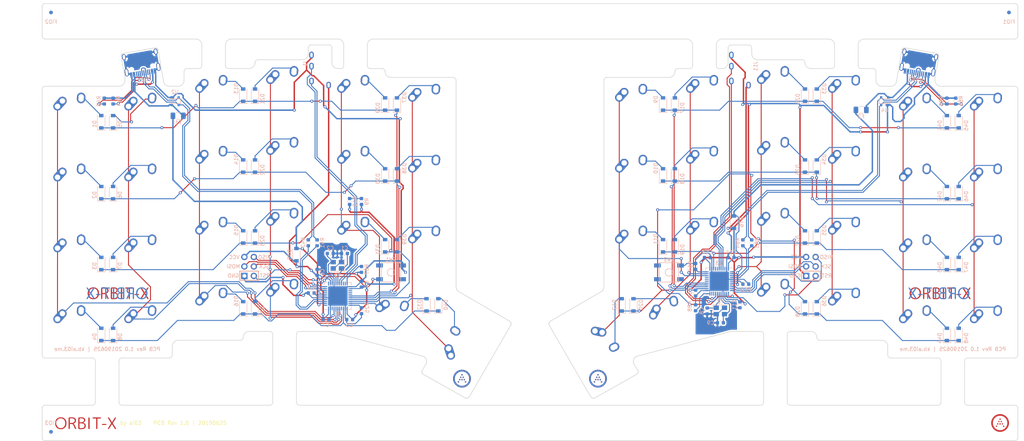
<source format=kicad_pcb>
(kicad_pcb (version 20171130) (host pcbnew "(5.1.4)-1")
  (layers (0 F.Cu signal) (31 B.Cu signal) (34 B.Paste user) (35 F.Paste user) (36 B.SilkS user) (37 F.SilkS user) (38 B.Mask user) (39 F.Mask user) (44 Edge.Cuts user))
  (net 0 "")
  (net 1 GND)
  (net 2 "Net-(C1-Pad1)")
  (net 3 "Net-(C2-Pad1)")
  (net 4 "Net-(C3-Pad1)")
  (net 5 +5V)
  (net 6 ROW0)
  (net 7 "Net-(D1-Pad2)")
  (net 8 "Net-(D2-Pad2)")
  (net 9 "Net-(D3-Pad2)")
  (net 10 "Net-(D4-Pad2)")
  (net 11 "Net-(D5-Pad2)")
  (net 12 "Net-(D6-Pad2)")
  (net 13 "Net-(D7-Pad2)")
  (net 14 "Net-(D8-Pad2)")
  (net 15 ROW1)
  (net 16 "Net-(D9-Pad2)")
  (net 17 "Net-(D10-Pad2)")
  (net 18 "Net-(D11-Pad2)")
  (net 19 "Net-(D12-Pad2)")
  (net 20 "Net-(D13-Pad2)")
  (net 21 "Net-(D14-Pad2)")
  (net 22 "Net-(D15-Pad2)")
  (net 23 ROW2)
  (net 24 "Net-(D16-Pad2)")
  (net 25 "Net-(D17-Pad2)")
  (net 26 "Net-(D18-Pad2)")
  (net 27 "Net-(D19-Pad2)")
  (net 28 "Net-(D20-Pad2)")
  (net 29 "Net-(D21-Pad2)")
  (net 30 ROW3)
  (net 31 "Net-(D22-Pad2)")
  (net 32 "Net-(D23-Pad2)")
  (net 33 "Net-(D24-Pad2)")
  (net 34 "Net-(D25-Pad2)")
  (net 35 "Net-(D26-Pad2)")
  (net 36 "Net-(D27-Pad2)")
  (net 37 "Net-(D28-Pad2)")
  (net 38 "Net-(D29-Pad2)")
  (net 39 "Net-(D30-Pad2)")
  (net 40 "Net-(D31-Pad2)")
  (net 41 "Net-(D32-Pad2)")
  (net 42 "Net-(D33-Pad2)")
  (net 43 "Net-(D34-Pad2)")
  (net 44 "Net-(D35-Pad2)")
  (net 45 VCC)
  (net 46 SCL)
  (net 47 SDA)
  (net 48 COL0)
  (net 49 COL1)
  (net 50 COL2)
  (net 51 COL3)
  (net 52 COL4)
  (net 53 COL5)
  (net 54 RESET)
  (net 55 "Net-(R25-Pad2)")
  (net 56 D+)
  (net 57 "Net-(R42-Pad2)")
  (net 58 D-)
  (net 59 "Net-(R43-Pad1)")
  (net 60 "Net-(R44-Pad1)")
  (net 61 "Net-(U1-Pad42)")
  (net 62 "Net-(U1-Pad20)")
  (net 63 MISO)
  (net 64 MOSI)
  (net 65 SCK)
  (net 66 "Net-(U1-Pad8)")
  (net 67 "Net-(USB1-Pad9)")
  (net 68 "Net-(USB1-Pad3)")
  (net 69 "Net-(R41-Pad2)")
  (net 70 "Net-(C8-Pad1)")
  (net 71 GNDA)
  (net 72 "Net-(C9-Pad1)")
  (net 73 "Net-(C10-Pad1)")
  (net 74 +5VA)
  (net 75 "Net-(D36-Pad2)")
  (net 76 ROW0-R)
  (net 77 "Net-(D37-Pad2)")
  (net 78 "Net-(D38-Pad2)")
  (net 79 "Net-(D39-Pad2)")
  (net 80 "Net-(D40-Pad2)")
  (net 81 "Net-(D41-Pad2)")
  (net 82 "Net-(D42-Pad2)")
  (net 83 "Net-(D43-Pad2)")
  (net 84 ROW1-R)
  (net 85 "Net-(D44-Pad2)")
  (net 86 "Net-(D45-Pad2)")
  (net 87 "Net-(D46-Pad2)")
  (net 88 "Net-(D47-Pad2)")
  (net 89 "Net-(D48-Pad2)")
  (net 90 ROW2-R)
  (net 91 ROW3-R)
  (net 92 VDD)
  (net 93 SCL-R)
  (net 94 SDA-R)
  (net 95 MISO-R)
  (net 96 SCK-R)
  (net 97 MOSI-R)
  (net 98 RESET-R)
  (net 99 COL0-R)
  (net 100 COL1-R)
  (net 101 COL2-R)
  (net 102 COL3-R)
  (net 103 COL4-R)
  (net 104 COL5-R)
  (net 105 "Net-(R67-Pad2)")
  (net 106 D+-R)
  (net 107 "Net-(R83-Pad2)")
  (net 108 "Net-(R84-Pad2)")
  (net 109 D--R)
  (net 110 "Net-(R85-Pad1)")
  (net 111 "Net-(R86-Pad1)")
  (net 112 "Net-(U3-Pad42)")
  (net 113 "Net-(U3-Pad21)")
  (net 114 "Net-(U3-Pad20)")
  (net 115 "Net-(U3-Pad8)")
  (net 116 "Net-(USB2-Pad9)")
  (net 117 "Net-(USB2-Pad3)")
  (net 118 HDETECT)
  (net 119 HDETECT-R)
  (net 120 VBUS)
  (net 121 VDC)
  (net 122 "Net-(U1-Pad1)")
  (net 123 "Net-(U1-Pad21)")
  (net 124 "Net-(U1-Pad12)")
  (net 125 "Net-(U3-Pad37)")
  (net 126 "Net-(U3-Pad12)")
  (net 127 "Net-(U1-Pad25)")
  (net 128 "Net-(U1-Pad37)")
  (net 129 "Net-(U1-Pad27)")
  (net 130 "Net-(U1-Pad26)")
  (net 131 "Net-(U3-Pad28)")
  (net 132 "Net-(U3-Pad38)")
  (net 133 "Net-(U3-Pad30)")
  (net 134 "Net-(U3-Pad29)")
  (module locallib:ai-4.8-mask (layer F.Cu) (at 288.925 130.175)
    (fp_text reference G*** hide)
    (fp_text value LOGO hide)
    (fp_poly (pts (xy 0.1524 -0.8636) (xy -0.17145 -0.8636) (xy -0.17145 -1.18745) (xy 0.1524 -1.18745) (xy 0.1524 -0.8636)) (layer F.Cu) (width 0.01))
    (fp_poly (pts (xy 0.47625 -0.23495) (xy 0.1524 -0.23495) (xy 0.1524 -0.53975) (xy 0.47625 -0.53975) (xy 0.47625 -0.23495)) (layer F.Cu) (width 0.01))
    (fp_poly (pts (xy -0.17145 -0.23495) (xy -0.47625 -0.23495) (xy -0.47625 -0.53975) (xy -0.17145 -0.53975) (xy -0.17145 -0.23495)) (layer F.Cu) (width 0.01))
    (fp_poly (pts (xy 0.78105 0.41275) (xy 0.47625 0.41275) (xy 0.47625 0.0889) (xy 0.78105 0.0889) (xy 0.78105 0.41275)) (layer F.Cu) (width 0.01))
    (fp_poly (pts (xy 0.1524 0.41275) (xy -0.17145 0.41275) (xy -0.17145 0.0889) (xy 0.1524 0.0889) (xy 0.1524 0.41275)) (layer F.Cu) (width 0.01))
    (fp_poly (pts (xy -0.47625 0.41275) (xy -0.8001 0.41275) (xy -0.8001 0.0889) (xy -0.47625 0.0889) (xy -0.47625 0.41275)) (layer F.Cu) (width 0.01))
    (fp_poly (pts (xy 1.1049 1.0414) (xy 0.78105 1.0414) (xy 0.78105 0.71755) (xy 1.1049 0.71755) (xy 1.1049 1.0414)) (layer F.Cu) (width 0.01))
    (fp_poly (pts (xy -0.8001 1.0414) (xy -1.12395 1.0414) (xy -1.12395 0.71755) (xy -0.8001 0.71755) (xy -0.8001 1.0414)) (layer F.Cu) (width 0.01))
    (fp_poly (pts (xy 0.003175 -2.377565) (xy 0.102469 -2.376468) (xy 0.191839 -2.373143) (xy 0.273913 -2.367265) (xy 0.351324 -2.358513) (xy 0.426702 -2.346562) (xy 0.502677 -2.331091) (xy 0.581881 -2.311776) (xy 0.618103 -2.302066) (xy 0.784941 -2.249875) (xy 0.946611 -2.186407) (xy 1.102502 -2.111978) (xy 1.251999 -2.026906) (xy 1.394491 -1.931508) (xy 1.516207 -1.837107) (xy 1.642342 -1.724527) (xy 1.760211 -1.603371) (xy 1.869268 -1.474493) (xy 1.968966 -1.338747) (xy 2.058757 -1.196987) (xy 2.138095 -1.050068) (xy 2.206433 -0.898843) (xy 2.263224 -0.744166) (xy 2.302227 -0.609758) (xy 2.328683 -0.497769) (xy 2.348971 -0.392221) (xy 2.363685 -0.288803) (xy 2.37342 -0.183206) (xy 2.378768 -0.071121) (xy 2.379291 -0.0508) (xy 2.377115 0.123837) (xy 2.36256 0.295664) (xy 2.335628 0.464656) (xy 2.296325 0.63079) (xy 2.244655 0.794043) (xy 2.193297 0.925189) (xy 2.170831 0.977401) (xy 2.151581 1.020727) (xy 2.134086 1.05809) (xy 2.116885 1.09241) (xy 2.098516 1.12661) (xy 2.07752 1.163612) (xy 2.05422 1.203325) (xy 1.958845 1.352341) (xy 1.854761 1.492122) (xy 1.741863 1.622771) (xy 1.620043 1.744397) (xy 1.489197 1.857103) (xy 1.349219 1.960998) (xy 1.203325 2.05422) (xy 1.161061 2.078995) (xy 1.12433 2.099776) (xy 1.090211 2.118024) (xy 1.055782 2.1352) (xy 1.01812 2.152765) (xy 0.974305 2.17218) (xy 0.925189 2.193297) (xy 0.848202 2.224935) (xy 0.777228 2.251366) (xy 0.707537 2.274156) (xy 0.634398 2.294871) (xy 0.568325 2.311457) (xy 0.436711 2.339901) (xy 0.311036 2.360442) (xy 0.187653 2.373514) (xy 0.062919 2.379548) (xy -0.009525 2.38001) (xy -0.0505 2.379598) (xy -0.088997 2.379034) (xy -0.122502 2.378367) (xy -0.148498 2.37765) (xy -0.164473 2.376932) (xy -0.1651 2.376886) (xy -0.33804 2.357725) (xy -0.508245 2.326536) (xy -0.67503 2.283573) (xy -0.837706 2.22909) (xy -0.995588 2.163341) (xy -1.147986 2.08658) (xy -1.294215 1.999061) (xy -1.414979 1.915036) (xy -1.553322 1.804359) (xy -1.681868 1.68567) (xy -1.80044 1.559231) (xy -1.908858 1.425305) (xy -2.006941 1.284154) (xy -2.094512 1.136041) (xy -2.17139 0.981228) (xy -2.237396 0.819977) (xy -2.29235 0.65255) (xy -2.302066 0.618103) (xy -2.323159 0.536668) (xy -2.340267 0.459608) (xy -2.353713 0.384293) (xy -2.363821 0.308093) (xy -2.370912 0.228376) (xy -2.375311 0.142511) (xy -2.37734 0.047869) (xy -2.377565 0.003175) (xy -2.377025 -0.041114) (xy -1.951365 -0.041114) (xy -1.951283 0.022996) (xy -1.94995 0.086728) (xy -1.947393 0.146829) (xy -1.943636 0.200047) (xy -1.94066 0.2286) (xy -1.915161 0.386438) (xy -1.877839 0.53973) (xy -1.82884 0.688177) (xy -1.768305 0.831478) (xy -1.696379 0.969335) (xy -1.613206 1.101447) (xy -1.518928 1.227514) (xy -1.41369 1.347237) (xy -1.395821 1.365808) (xy -1.288434 1.467467) (xy -1.171872 1.561816) (xy -1.048296 1.647271) (xy -0.919865 1.722253) (xy -0.883234 1.741202) (xy -0.823708 1.770522) (xy -0.771515 1.794697) (xy -0.723117 1.815151) (xy -0.674978 1.833307) (xy -0.62356 1.850586) (xy -0.5715 1.866581) (xy -0.42013 1.906112) (xy -0.271529 1.933672) (xy -0.124539 1.949371) (xy 0.022002 1.953313) (xy 0.169251 1.945608) (xy 0.222484 1.940024) (xy 0.37235 1.916869) (xy 0.516015 1.883422) (xy 0.655485 1.839082) (xy 0.792766 1.783251) (xy 0.870332 1.746292) (xy 1.006838 1.671557) (xy 1.134371 1.588569) (xy 1.253537 1.496779) (xy 1.364943 1.395639) (xy 1.469195 1.284603) (xy 1.566899 1.163122) (xy 1.653513 1.038607) (xy 1.673614 1.005654) (xy 1.697072 0.963951) (xy 1.722432 0.916397) (xy 1.748238 0.865885) (xy 1.773034 0.815311) (xy 1.795364 0.767573) (xy 1.813771 0.725565) (xy 1.824522 0.6985) (xy 1.874816 0.545267) (xy 1.912732 0.391076) (xy 1.938239 0.236359) (xy 1.951304 0.081551) (xy 1.951894 -0.072915) (xy 1.939977 -0.226607) (xy 1.915521 -0.379091) (xy 1.907678 -0.415925) (xy 1.880759 -0.52496) (xy 1.850113 -0.625906) (xy 1.814163 -0.723195) (xy 1.77133 -0.821255) (xy 1.741202 -0.883234) (xy 1.666239 -1.018313) (xy 1.580779 -1.146662) (xy 1.485438 -1.267706) (xy 1.380829 -1.380869) (xy 1.267568 -1.485575) (xy 1.146267 -1.581249) (xy 1.017541 -1.667313) (xy 0.882005 -1.743192) (xy 0.76666 -1.797217) (xy 0.629357 -1.850333) (xy 0.491314 -1.891931) (xy 0.350924 -1.922338) (xy 0.20658 -1.94188) (xy 0.056676 -1.950883) (xy 0.00635 -1.951595) (xy -0.152126 -1.946499) (xy -0.305428 -1.929983) (xy -0.454176 -1.901862) (xy -0.598989 -1.861947) (xy -0.740486 -1.810052) (xy -0.879285 -1.74599) (xy -1.016007 -1.669573) (xy -1.096565 -1.618205) (xy -1.208111 -1.536983) (xy -1.31547 -1.445378) (xy -1.417328 -1.344929) (xy -1.512372 -1.237176) (xy -1.599291 -1.123656) (xy -1.676772 -1.005908) (xy -1.743503 -0.885472) (xy -1.771339 -0.827136) (xy -1.820462 -0.711249) (xy -1.860647 -0.599858) (xy -1.892852 -0.4895) (xy -1.918036 -0.376709) (xy -1.937156 -0.258024) (xy -1.943877 -0.2032) (xy -1.947687 -0.157464) (xy -1.950175 -0.102352) (xy -1.951365 -0.041114) (xy -2.377025 -0.041114) (xy -2.376169 -0.111222) (xy -2.37147 -0.215915) (xy -2.36301 -0.313581) (xy -2.350332 -0.406892) (xy -2.332979 -0.498525) (xy -2.310491 -0.591153) (xy -2.282412 -0.687451) (xy -2.248283 -0.790094) (xy -2.235728 -0.8255) (xy -2.17302 -0.981276) (xy -2.098747 -1.131943) (xy -2.013063 -1.277292) (xy -1.916119 -1.417114) (xy -1.808067 -1.551198) (xy -1.689061 -1.679334) (xy -1.559254 -1.801313) (xy -1.473784 -1.873457) (xy -1.405121 -1.925852) (xy -1.32709 -1.979712) (xy -1.242602 -2.033271) (xy -1.154572 -2.084756) (xy -1.06591 -2.132401) (xy -0.979529 -2.174434) (xy -0.974725 -2.176629) (xy -0.918757 -2.200527) (xy -0.853812 -2.225636) (xy -0.783387 -2.250771) (xy -0.710977 -2.274751) (xy -0.640079 -2.296392) (xy -0.574189 -2.314509) (xy -0.548681 -2.320824) (xy -0.474101 -2.337438) (xy -0.402922 -2.350766) (xy -0.332518 -2.361079) (xy -0.260265 -2.368645) (xy -0.183538 -2.373735) (xy -0.099713 -2.376618) (xy -0.006164 -2.377566) (xy 0.003175 -2.377565)) (layer F.Cu) (width 0.01))
  )
  (module locallib:orbitx (layer F.Cu) (at 43.65625 130.175)
    (fp_text reference G*** hide)
    (fp_text value LOGO hide)
    (fp_poly (pts (xy 4.967882 0.270394) (xy 5.135497 0.274915) (xy 5.251629 0.282751) (xy 5.320385 0.294148) (xy 5.342965 0.3048) (xy 5.375743 0.372077) (xy 5.368908 0.447969) (xy 5.325511 0.504371) (xy 5.321023 0.506949) (xy 5.270778 0.517944) (xy 5.170538 0.527029) (xy 5.030058 0.53367) (xy 4.859091 0.537332) (xy 4.756569 0.537882) (xy 4.568074 0.537257) (xy 4.429792 0.534761) (xy 4.332177 0.529462) (xy 4.265685 0.520427) (xy 4.22077 0.506726) (xy 4.187887 0.487425) (xy 4.180444 0.481628) (xy 4.133767 0.434178) (xy 4.130945 0.386883) (xy 4.14661 0.347157) (xy 4.182248 0.268941) (xy 4.744677 0.268941) (xy 4.967882 0.270394)) (layer F.Cu) (width 0.01))
    (fp_poly (pts (xy 7.888908 -1.462936) (xy 7.918341 -1.413972) (xy 7.918823 -1.405062) (xy 7.903534 -1.365219) (xy 7.860394 -1.282004) (xy 7.793497 -1.162556) (xy 7.706938 -1.014015) (xy 7.60481 -0.84352) (xy 7.491206 -0.658212) (xy 7.483029 -0.64503) (xy 7.047236 0.056969) (xy 7.485989 0.761222) (xy 7.601326 0.947443) (xy 7.706333 1.119071) (xy 7.796778 1.26902) (xy 7.868426 1.390203) (xy 7.917045 1.475535) (xy 7.938402 1.517928) (xy 7.938802 1.519237) (xy 7.929514 1.580153) (xy 7.903499 1.613965) (xy 7.862673 1.637143) (xy 7.810493 1.636002) (xy 7.729598 1.611878) (xy 7.689332 1.596199) (xy 7.653096 1.575202) (xy 7.616077 1.542431) (xy 7.573462 1.49143) (xy 7.520437 1.415744) (xy 7.452191 1.308917) (xy 7.363909 1.164493) (xy 7.25078 0.976016) (xy 7.231529 0.943812) (xy 7.126829 0.770782) (xy 7.031016 0.616534) (xy 6.948605 0.488006) (xy 6.884108 0.392134) (xy 6.842038 0.335855) (xy 6.828117 0.323752) (xy 6.805026 0.349862) (xy 6.756633 0.420363) (xy 6.687589 0.527925) (xy 6.602545 0.66522) (xy 6.506151 0.824922) (xy 6.450436 0.918881) (xy 6.312635 1.148624) (xy 6.199927 1.327366) (xy 6.110656 1.45755) (xy 6.043167 1.541619) (xy 6.005252 1.576294) (xy 5.901567 1.632153) (xy 5.822073 1.637504) (xy 5.77327 1.607671) (xy 5.741317 1.552736) (xy 5.737412 1.529843) (xy 5.752668 1.494297) (xy 5.795708 1.415173) (xy 5.86244 1.299445) (xy 5.948771 1.154087) (xy 6.050609 0.986075) (xy 6.163861 0.802384) (xy 6.170706 0.791376) (xy 6.284489 0.607015) (xy 6.387097 0.437954) (xy 6.474439 0.291165) (xy 6.542422 0.173616) (xy 6.586955 0.092277) (xy 6.603946 0.054118) (xy 6.604 0.053371) (xy 6.588706 0.017453) (xy 6.545716 -0.061526) (xy 6.479367 -0.176173) (xy 6.393996 -0.319096) (xy 6.293941 -0.482901) (xy 6.212482 -0.614034) (xy 6.076474 -0.831516) (xy 5.969081 -1.004014) (xy 5.887318 -1.137276) (xy 5.828203 -1.237047) (xy 5.788753 -1.309075) (xy 5.765984 -1.359105) (xy 5.756913 -1.392883) (xy 5.758557 -1.416157) (xy 5.767934 -1.434672) (xy 5.778732 -1.449557) (xy 5.837129 -1.483978) (xy 5.921849 -1.483957) (xy 6.012965 -1.452904) (xy 6.088443 -1.396542) (xy 6.122673 -1.350653) (xy 6.181383 -1.262444) (xy 6.258727 -1.141098) (xy 6.348862 -0.995794) (xy 6.445943 -0.835717) (xy 6.454303 -0.821765) (xy 6.550785 -0.660832) (xy 6.639368 -0.513531) (xy 6.714491 -0.389073) (xy 6.770592 -0.29667) (xy 6.80211 -0.245536) (xy 6.80355 -0.243274) (xy 6.819017 -0.222229) (xy 6.835385 -0.213978) (xy 6.85685 -0.22397) (xy 6.887606 -0.257653) (xy 6.931848 -0.320475) (xy 6.993773 -0.417882) (xy 7.077575 -0.555324) (xy 7.18745 -0.738248) (xy 7.196998 -0.754186) (xy 7.299662 -0.92469) (xy 7.394255 -1.080152) (xy 7.475753 -1.212446) (xy 7.539134 -1.313449) (xy 7.579374 -1.375036) (xy 7.588889 -1.388084) (xy 7.659297 -1.44576) (xy 7.743416 -1.478009) (xy 7.825277 -1.484008) (xy 7.888908 -1.462936)) (layer F.Cu) (width 0.01))
    (fp_poly (pts (xy 3.043725 -1.494022) (xy 3.26917 -1.493508) (xy 3.446936 -1.492238) (xy 3.583066 -1.489872) (xy 3.683602 -1.486072) (xy 3.754586 -1.480499) (xy 3.802063 -1.472814) (xy 3.832073 -1.462678) (xy 3.850661 -1.449752) (xy 3.863868 -1.433698) (xy 3.864767 -1.43242) (xy 3.894414 -1.348331) (xy 3.871041 -1.272322) (xy 3.80397 -1.222884) (xy 3.74768 -1.212582) (xy 3.645335 -1.204029) (xy 3.510638 -1.198021) (xy 3.357291 -1.195357) (xy 3.329937 -1.195294) (xy 2.92847 -1.195294) (xy 2.92847 0.164353) (xy 2.928392 0.484885) (xy 2.928007 0.750995) (xy 2.927089 0.968028) (xy 2.925415 1.141328) (xy 2.922759 1.276236) (xy 2.918897 1.378099) (xy 2.913602 1.452258) (xy 2.906651 1.504057) (xy 2.897817 1.538841) (xy 2.886877 1.561952) (xy 2.873605 1.578735) (xy 2.868706 1.583765) (xy 2.799546 1.634543) (xy 2.732452 1.633966) (xy 2.666178 1.597011) (xy 2.599765 1.550493) (xy 2.599765 -1.195294) (xy 2.188882 -1.195735) (xy 1.987301 -1.198753) (xy 1.837997 -1.208497) (xy 1.733689 -1.226737) (xy 1.667093 -1.255246) (xy 1.63093 -1.295795) (xy 1.619527 -1.334259) (xy 1.6322 -1.40492) (xy 1.659015 -1.445569) (xy 1.67741 -1.458539) (xy 1.707943 -1.469005) (xy 1.756558 -1.477229) (xy 1.8292 -1.483473) (xy 1.931813 -1.487997) (xy 2.070341 -1.491063) (xy 2.250729 -1.492931) (xy 2.478921 -1.493862) (xy 2.760861 -1.494118) (xy 2.764557 -1.494118) (xy 3.043725 -1.494022)) (layer F.Cu) (width 0.01))
    (fp_poly (pts (xy 0.787251 -1.439471) (xy 0.79859 -1.42247) (xy 0.80807 -1.395346) (xy 0.815854 -1.353063) (xy 0.822105 -1.290586) (xy 0.826988 -1.202879) (xy 0.830666 -1.084908) (xy 0.833302 -0.931638) (xy 0.835061 -0.738032) (xy 0.836104 -0.499055) (xy 0.836597 -0.209673) (xy 0.836706 0.082835) (xy 0.836706 1.550493) (xy 0.770292 1.597011) (xy 0.69542 1.637061) (xy 0.632131 1.63176) (xy 0.563604 1.586405) (xy 0.493059 1.52928) (xy 0.493059 0.080483) (xy 0.49315 -0.251689) (xy 0.493554 -0.529266) (xy 0.494465 -0.757416) (xy 0.496079 -0.941307) (xy 0.498588 -1.086108) (xy 0.502189 -1.196987) (xy 0.507076 -1.279113) (xy 0.513443 -1.337656) (xy 0.521485 -1.377782) (xy 0.531397 -1.404662) (xy 0.543374 -1.423463) (xy 0.549984 -1.431216) (xy 0.630713 -1.484794) (xy 0.71734 -1.485313) (xy 0.787251 -1.439471)) (layer F.Cu) (width 0.01))
    (fp_poly (pts (xy -4.013122 -1.518577) (xy -3.964823 -1.51701) (xy -3.731964 -1.504315) (xy -3.54559 -1.481637) (xy -3.392779 -1.445551) (xy -3.260613 -1.392634) (xy -3.136172 -1.319459) (xy -3.086119 -1.284084) (xy -2.957809 -1.15408) (xy -2.868372 -0.987163) (xy -2.820672 -0.794117) (xy -2.817571 -0.585727) (xy -2.852418 -0.403623) (xy -2.897962 -0.282264) (xy -2.964422 -0.179821) (xy -3.051943 -0.085806) (xy -3.129543 -0.013373) (xy -3.191566 0.038759) (xy -3.22505 0.059728) (xy -3.225637 0.059765) (xy -3.266489 0.070417) (xy -3.338342 0.096943) (xy -3.361834 0.106543) (xy -3.473789 0.153321) (xy -3.39897 0.233543) (xy -3.335952 0.310175) (xy -3.267798 0.405967) (xy -3.246747 0.438734) (xy -3.211385 0.504547) (xy -3.161349 0.609208) (xy -3.101204 0.741912) (xy -3.035519 0.891858) (xy -2.968858 1.048242) (xy -2.90579 1.200262) (xy -2.850881 1.337115) (xy -2.808698 1.447998) (xy -2.783806 1.522107) (xy -2.779059 1.545089) (xy -2.804316 1.59601) (xy -2.867354 1.623795) (xy -2.949071 1.623645) (xy -3.009753 1.603031) (xy -3.044363 1.579871) (xy -3.0781 1.542861) (xy -3.115172 1.484161) (xy -3.159784 1.395934) (xy -3.216142 1.270342) (xy -3.288453 1.099546) (xy -3.31763 1.029278) (xy -3.410933 0.808472) (xy -3.489062 0.637277) (xy -3.55707 0.509067) (xy -3.620013 0.417215) (xy -3.682943 0.355096) (xy -3.750914 0.316083) (xy -3.828981 0.29355) (xy -3.885409 0.284859) (xy -4.005726 0.275661) (xy -4.149896 0.272265) (xy -4.258235 0.274393) (xy -4.467412 0.283882) (xy -4.482353 0.921349) (xy -4.48769 1.13348) (xy -4.492984 1.293794) (xy -4.499089 1.41023) (xy -4.506856 1.490728) (xy -4.517137 1.54323) (xy -4.530785 1.575674) (xy -4.54865 1.596001) (xy -4.5553 1.601172) (xy -4.624427 1.638348) (xy -4.687138 1.63116) (xy -4.744645 1.597011) (xy -4.811059 1.550493) (xy -4.811059 -0.777683) (xy -4.482855 -0.777683) (xy -4.482353 -0.592698) (xy -4.482353 0.007796) (xy -4.086412 -0.006258) (xy -3.909733 -0.014242) (xy -3.7786 -0.02511) (xy -3.678799 -0.04098) (xy -3.596119 -0.063968) (xy -3.533371 -0.088635) (xy -3.360816 -0.19148) (xy -3.236048 -0.326829) (xy -3.162006 -0.489935) (xy -3.141628 -0.676051) (xy -3.144376 -0.716925) (xy -3.183665 -0.885607) (xy -3.268541 -1.019763) (xy -3.403755 -1.126021) (xy -3.458675 -1.155333) (xy -3.538564 -1.191457) (xy -3.613763 -1.216118) (xy -3.699899 -1.232092) (xy -3.812599 -1.242159) (xy -3.96749 -1.249096) (xy -3.990515 -1.249879) (xy -4.149497 -1.255963) (xy -4.270092 -1.257536) (xy -4.357574 -1.247554) (xy -4.417217 -1.218969) (xy -4.454293 -1.164735) (xy -4.474076 -1.077807) (xy -4.481839 -0.951138) (xy -4.482855 -0.777683) (xy -4.811059 -0.777683) (xy -4.811059 -1.336556) (xy -4.733713 -1.413902) (xy -4.67979 -1.456886) (xy -4.610796 -1.488126) (xy -4.518181 -1.508768) (xy -4.393397 -1.51996) (xy -4.227894 -1.522848) (xy -4.013122 -1.518577)) (layer F.Cu) (width 0.01))
    (fp_poly (pts (xy -1.28886 -1.506094) (xy -1.144121 -1.502609) (xy -1.03612 -1.495866) (xy -0.953348 -1.484722) (xy -0.884297 -1.468036) (xy -0.817456 -1.444666) (xy -0.806824 -1.440479) (xy -0.615262 -1.339942) (xy -0.474812 -1.209672) (xy -0.383104 -1.046609) (xy -0.337766 -0.847691) (xy -0.336325 -0.83297) (xy -0.331622 -0.719116) (xy -0.346202 -0.627534) (xy -0.386191 -0.526184) (xy -0.40082 -0.495682) (xy -0.51177 -0.331026) (xy -0.661366 -0.200555) (xy -0.835559 -0.116393) (xy -0.842909 -0.11414) (xy -0.913766 -0.083444) (xy -0.936338 -0.053653) (xy -0.908071 -0.033587) (xy -0.867302 -0.029882) (xy -0.780773 -0.012662) (xy -0.668771 0.032183) (xy -0.552076 0.094429) (xy -0.451468 0.163851) (xy -0.423205 0.188616) (xy -0.298311 0.338811) (xy -0.225163 0.50648) (xy -0.19825 0.704543) (xy -0.198003 0.7165) (xy -0.208938 0.926764) (xy -0.252698 1.099135) (xy -0.334805 1.248883) (xy -0.431536 1.362374) (xy -0.537047 1.460113) (xy -0.643416 1.534097) (xy -0.761431 1.587645) (xy -0.901878 1.624077) (xy -1.075545 1.646711) (xy -1.293219 1.658865) (xy -1.404471 1.661725) (xy -1.57367 1.663214) (xy -1.729602 1.661281) (xy -1.858837 1.656332) (xy -1.947947 1.648776) (xy -1.971763 1.644537) (xy -2.064684 1.603212) (xy -2.142986 1.540312) (xy -2.143586 1.539618) (xy -2.211294 1.460903) (xy -2.211294 0.089647) (xy -1.882588 0.089647) (xy -1.882588 0.718139) (xy -1.88243 0.926976) (xy -1.881419 1.083899) (xy -1.878749 1.196758) (xy -1.873615 1.273404) (xy -1.865213 1.321687) (xy -1.852736 1.349458) (xy -1.83538 1.364568) (xy -1.815353 1.373657) (xy -1.743389 1.388815) (xy -1.628691 1.398127) (xy -1.488003 1.401631) (xy -1.338064 1.399368) (xy -1.195616 1.391377) (xy -1.077402 1.377698) (xy -1.046069 1.371837) (xy -0.857471 1.303737) (xy -0.706466 1.191751) (xy -0.598041 1.041984) (xy -0.537187 0.860541) (xy -0.525537 0.734914) (xy -0.544945 0.553822) (xy -0.607932 0.404232) (xy -0.716329 0.285034) (xy -0.871966 0.195117) (xy -1.076674 0.133371) (xy -1.332284 0.098684) (xy -1.589253 0.089647) (xy -1.882588 0.089647) (xy -2.211294 0.089647) (xy -2.211294 0.089387) (xy -2.210653 -0.284144) (xy -2.208706 -0.599429) (xy -2.20542 -0.857971) (xy -2.204744 -0.887482) (xy -1.882841 -0.887482) (xy -1.882588 -0.706164) (xy -1.881423 -0.541277) (xy -1.878202 -0.397782) (xy -1.873336 -0.286136) (xy -1.867236 -0.216795) (xy -1.862667 -0.199216) (xy -1.82046 -0.187215) (xy -1.733592 -0.180913) (xy -1.616867 -0.180037) (xy -1.485091 -0.184315) (xy -1.353067 -0.193473) (xy -1.2356 -0.207239) (xy -1.211058 -0.211226) (xy -1.000597 -0.267991) (xy -0.839229 -0.355868) (xy -0.728072 -0.473809) (xy -0.668246 -0.620767) (xy -0.657412 -0.729532) (xy -0.67773 -0.898439) (xy -0.741654 -1.029773) (xy -0.853641 -1.131113) (xy -0.913457 -1.165237) (xy -0.987974 -1.198992) (xy -1.063306 -1.221831) (xy -1.155028 -1.236436) (xy -1.278716 -1.245491) (xy -1.40823 -1.250451) (xy -1.574293 -1.255802) (xy -1.696358 -1.254987) (xy -1.781171 -1.240266) (xy -1.835479 -1.203896) (xy -1.866028 -1.138137) (xy -1.879567 -1.035246) (xy -1.882841 -0.887482) (xy -2.204744 -0.887482) (xy -2.200758 -1.061275) (xy -2.194687 -1.210846) (xy -2.187173 -1.308188) (xy -2.17818 -1.354805) (xy -2.178111 -1.354958) (xy -2.148239 -1.407255) (xy -2.107309 -1.446341) (xy -2.04701 -1.474037) (xy -1.959031 -1.492163) (xy -1.835059 -1.502539) (xy -1.666784 -1.506986) (xy -1.481847 -1.507462) (xy -1.28886 -1.506094)) (layer F.Cu) (width 0.01))
    (fp_poly (pts (xy -6.611896 -1.505033) (xy -6.349704 -1.446008) (xy -6.118214 -1.343741) (xy -5.909262 -1.195045) (xy -5.797793 -1.089001) (xy -5.631297 -0.886844) (xy -5.509772 -0.670172) (xy -5.430375 -0.430312) (xy -5.390263 -0.158589) (xy -5.386595 0.153671) (xy -5.387044 0.164353) (xy -5.407436 0.425484) (xy -5.446999 0.642288) (xy -5.510912 0.828543) (xy -5.604356 0.998026) (xy -5.73251 1.164514) (xy -5.785126 1.223119) (xy -5.972452 1.388387) (xy -6.193881 1.523317) (xy -6.429485 1.616822) (xy -6.540844 1.643566) (xy -6.727375 1.665213) (xy -6.938694 1.669344) (xy -7.147427 1.656538) (xy -7.326201 1.627372) (xy -7.32797 1.626945) (xy -7.591914 1.535169) (xy -7.825009 1.393671) (xy -7.977509 1.259053) (xy -8.160258 1.032566) (xy -8.296523 0.772609) (xy -8.384848 0.485011) (xy -8.423343 0.179037) (xy -8.075899 0.179037) (xy -8.042551 0.447743) (xy -7.970801 0.692231) (xy -7.932786 0.776941) (xy -7.80411 0.976657) (xy -7.6378 1.147437) (xy -7.445698 1.279687) (xy -7.239646 1.363816) (xy -7.194998 1.374622) (xy -7.003989 1.396559) (xy -6.793212 1.390656) (xy -6.587337 1.359238) (xy -6.411036 1.304629) (xy -6.399871 1.299742) (xy -6.216279 1.189427) (xy -6.046681 1.035606) (xy -5.90698 0.854507) (xy -5.838317 0.726656) (xy -5.7973 0.611488) (xy -5.759186 0.466209) (xy -5.731591 0.320288) (xy -5.729584 0.305902) (xy -5.713331 0.004912) (xy -5.745379 -0.277678) (xy -5.823186 -0.536223) (xy -5.944211 -0.765078) (xy -6.105911 -0.958598) (xy -6.305743 -1.111138) (xy -6.387712 -1.155513) (xy -6.470114 -1.193154) (xy -6.543471 -1.217539) (xy -6.624749 -1.23152) (xy -6.730912 -1.237948) (xy -6.878927 -1.239675) (xy -6.888511 -1.23969) (xy -7.036718 -1.238804) (xy -7.142677 -1.233535) (xy -7.223892 -1.220651) (xy -7.29787 -1.196918) (xy -7.382115 -1.159103) (xy -7.416975 -1.142086) (xy -7.599794 -1.027737) (xy -7.763514 -0.87939) (xy -7.892433 -0.712721) (xy -7.944247 -0.61571) (xy -8.026876 -0.368357) (xy -8.070717 -0.098219) (xy -8.075899 0.179037) (xy -8.423343 0.179037) (xy -8.423776 0.175601) (xy -8.411852 -0.149793) (xy -8.379656 -0.350403) (xy -8.291698 -0.642789) (xy -8.158177 -0.898233) (xy -7.98257 -1.113952) (xy -7.768356 -1.287164) (xy -7.51901 -1.415087) (xy -7.238011 -1.494938) (xy -6.928835 -1.523935) (xy -6.912958 -1.524) (xy -6.611896 -1.505033)) (layer F.Cu) (width 0.01))
  )
  (module locallib:ai-4.8-mask (layer B.Cu) (at 144.4625 118.26875 180)
    (fp_text reference G*** hide)
    (fp_text value LOGO hide)
    (fp_poly (pts (xy 0.1524 0.8636) (xy -0.17145 0.8636) (xy -0.17145 1.18745) (xy 0.1524 1.18745) (xy 0.1524 0.8636)) (layer B.Cu) (width 0.01))
    (fp_poly (pts (xy 0.47625 0.23495) (xy 0.1524 0.23495) (xy 0.1524 0.53975) (xy 0.47625 0.53975) (xy 0.47625 0.23495)) (layer B.Cu) (width 0.01))
    (fp_poly (pts (xy -0.17145 0.23495) (xy -0.47625 0.23495) (xy -0.47625 0.53975) (xy -0.17145 0.53975) (xy -0.17145 0.23495)) (layer B.Cu) (width 0.01))
    (fp_poly (pts (xy 0.78105 -0.41275) (xy 0.47625 -0.41275) (xy 0.47625 -0.0889) (xy 0.78105 -0.0889) (xy 0.78105 -0.41275)) (layer B.Cu) (width 0.01))
    (fp_poly (pts (xy 0.1524 -0.41275) (xy -0.17145 -0.41275) (xy -0.17145 -0.0889) (xy 0.1524 -0.0889) (xy 0.1524 -0.41275)) (layer B.Cu) (width 0.01))
    (fp_poly (pts (xy -0.47625 -0.41275) (xy -0.8001 -0.41275) (xy -0.8001 -0.0889) (xy -0.47625 -0.0889) (xy -0.47625 -0.41275)) (layer B.Cu) (width 0.01))
    (fp_poly (pts (xy 1.1049 -1.0414) (xy 0.78105 -1.0414) (xy 0.78105 -0.71755) (xy 1.1049 -0.71755) (xy 1.1049 -1.0414)) (layer B.Cu) (width 0.01))
    (fp_poly (pts (xy -0.8001 -1.0414) (xy -1.12395 -1.0414) (xy -1.12395 -0.71755) (xy -0.8001 -0.71755) (xy -0.8001 -1.0414)) (layer B.Cu) (width 0.01))
    (fp_poly (pts (xy 0.003175 2.377565) (xy 0.102469 2.376468) (xy 0.191839 2.373143) (xy 0.273913 2.367265) (xy 0.351324 2.358513) (xy 0.426702 2.346562) (xy 0.502677 2.331091) (xy 0.581881 2.311776) (xy 0.618103 2.302066) (xy 0.784941 2.249875) (xy 0.946611 2.186407) (xy 1.102502 2.111978) (xy 1.251999 2.026906) (xy 1.394491 1.931508) (xy 1.516207 1.837107) (xy 1.642342 1.724527) (xy 1.760211 1.603371) (xy 1.869268 1.474493) (xy 1.968966 1.338747) (xy 2.058757 1.196987) (xy 2.138095 1.050068) (xy 2.206433 0.898843) (xy 2.263224 0.744166) (xy 2.302227 0.609758) (xy 2.328683 0.497769) (xy 2.348971 0.392221) (xy 2.363685 0.288803) (xy 2.37342 0.183206) (xy 2.378768 0.071121) (xy 2.379291 0.0508) (xy 2.377115 -0.123837) (xy 2.36256 -0.295664) (xy 2.335628 -0.464656) (xy 2.296325 -0.63079) (xy 2.244655 -0.794043) (xy 2.193297 -0.925189) (xy 2.170831 -0.977401) (xy 2.151581 -1.020727) (xy 2.134086 -1.05809) (xy 2.116885 -1.09241) (xy 2.098516 -1.12661) (xy 2.07752 -1.163612) (xy 2.05422 -1.203325) (xy 1.958845 -1.352341) (xy 1.854761 -1.492122) (xy 1.741863 -1.622771) (xy 1.620043 -1.744397) (xy 1.489197 -1.857103) (xy 1.349219 -1.960998) (xy 1.203325 -2.05422) (xy 1.161061 -2.078995) (xy 1.12433 -2.099776) (xy 1.090211 -2.118024) (xy 1.055782 -2.1352) (xy 1.01812 -2.152765) (xy 0.974305 -2.17218) (xy 0.925189 -2.193297) (xy 0.848202 -2.224935) (xy 0.777228 -2.251366) (xy 0.707537 -2.274156) (xy 0.634398 -2.294871) (xy 0.568325 -2.311457) (xy 0.436711 -2.339901) (xy 0.311036 -2.360442) (xy 0.187653 -2.373514) (xy 0.062919 -2.379548) (xy -0.009525 -2.38001) (xy -0.0505 -2.379598) (xy -0.088997 -2.379034) (xy -0.122502 -2.378367) (xy -0.148498 -2.37765) (xy -0.164473 -2.376932) (xy -0.1651 -2.376886) (xy -0.33804 -2.357725) (xy -0.508245 -2.326536) (xy -0.67503 -2.283573) (xy -0.837706 -2.22909) (xy -0.995588 -2.163341) (xy -1.147986 -2.08658) (xy -1.294215 -1.999061) (xy -1.414979 -1.915036) (xy -1.553322 -1.804359) (xy -1.681868 -1.68567) (xy -1.80044 -1.559231) (xy -1.908858 -1.425305) (xy -2.006941 -1.284154) (xy -2.094512 -1.136041) (xy -2.17139 -0.981228) (xy -2.237396 -0.819977) (xy -2.29235 -0.65255) (xy -2.302066 -0.618103) (xy -2.323159 -0.536668) (xy -2.340267 -0.459608) (xy -2.353713 -0.384293) (xy -2.363821 -0.308093) (xy -2.370912 -0.228376) (xy -2.375311 -0.142511) (xy -2.37734 -0.047869) (xy -2.377565 -0.003175) (xy -2.377025 0.041114) (xy -1.951365 0.041114) (xy -1.951283 -0.022996) (xy -1.94995 -0.086728) (xy -1.947393 -0.146829) (xy -1.943636 -0.200047) (xy -1.94066 -0.2286) (xy -1.915161 -0.386438) (xy -1.877839 -0.53973) (xy -1.82884 -0.688177) (xy -1.768305 -0.831478) (xy -1.696379 -0.969335) (xy -1.613206 -1.101447) (xy -1.518928 -1.227514) (xy -1.41369 -1.347237) (xy -1.395821 -1.365808) (xy -1.288434 -1.467467) (xy -1.171872 -1.561816) (xy -1.048296 -1.647271) (xy -0.919865 -1.722253) (xy -0.883234 -1.741202) (xy -0.823708 -1.770522) (xy -0.771515 -1.794697) (xy -0.723117 -1.815151) (xy -0.674978 -1.833307) (xy -0.62356 -1.850586) (xy -0.5715 -1.866581) (xy -0.42013 -1.906112) (xy -0.271529 -1.933672) (xy -0.124539 -1.949371) (xy 0.022002 -1.953313) (xy 0.169251 -1.945608) (xy 0.222484 -1.940024) (xy 0.37235 -1.916869) (xy 0.516015 -1.883422) (xy 0.655485 -1.839082) (xy 0.792766 -1.783251) (xy 0.870332 -1.746292) (xy 1.006838 -1.671557) (xy 1.134371 -1.588569) (xy 1.253537 -1.496779) (xy 1.364943 -1.395639) (xy 1.469195 -1.284603) (xy 1.566899 -1.163122) (xy 1.653513 -1.038607) (xy 1.673614 -1.005654) (xy 1.697072 -0.963951) (xy 1.722432 -0.916397) (xy 1.748238 -0.865885) (xy 1.773034 -0.815311) (xy 1.795364 -0.767573) (xy 1.813771 -0.725565) (xy 1.824522 -0.6985) (xy 1.874816 -0.545267) (xy 1.912732 -0.391076) (xy 1.938239 -0.236359) (xy 1.951304 -0.081551) (xy 1.951894 0.072915) (xy 1.939977 0.226607) (xy 1.915521 0.379091) (xy 1.907678 0.415925) (xy 1.880759 0.52496) (xy 1.850113 0.625906) (xy 1.814163 0.723195) (xy 1.77133 0.821255) (xy 1.741202 0.883234) (xy 1.666239 1.018313) (xy 1.580779 1.146662) (xy 1.485438 1.267706) (xy 1.380829 1.380869) (xy 1.267568 1.485575) (xy 1.146267 1.581249) (xy 1.017541 1.667313) (xy 0.882005 1.743192) (xy 0.76666 1.797217) (xy 0.629357 1.850333) (xy 0.491314 1.891931) (xy 0.350924 1.922338) (xy 0.20658 1.94188) (xy 0.056676 1.950883) (xy 0.00635 1.951595) (xy -0.152126 1.946499) (xy -0.305428 1.929983) (xy -0.454176 1.901862) (xy -0.598989 1.861947) (xy -0.740486 1.810052) (xy -0.879285 1.74599) (xy -1.016007 1.669573) (xy -1.096565 1.618205) (xy -1.208111 1.536983) (xy -1.31547 1.445378) (xy -1.417328 1.344929) (xy -1.512372 1.237176) (xy -1.599291 1.123656) (xy -1.676772 1.005908) (xy -1.743503 0.885472) (xy -1.771339 0.827136) (xy -1.820462 0.711249) (xy -1.860647 0.599858) (xy -1.892852 0.4895) (xy -1.918036 0.376709) (xy -1.937156 0.258024) (xy -1.943877 0.2032) (xy -1.947687 0.157464) (xy -1.950175 0.102352) (xy -1.951365 0.041114) (xy -2.377025 0.041114) (xy -2.376169 0.111222) (xy -2.37147 0.215915) (xy -2.36301 0.313581) (xy -2.350332 0.406892) (xy -2.332979 0.498525) (xy -2.310491 0.591153) (xy -2.282412 0.687451) (xy -2.248283 0.790094) (xy -2.235728 0.8255) (xy -2.17302 0.981276) (xy -2.098747 1.131943) (xy -2.013063 1.277292) (xy -1.916119 1.417114) (xy -1.808067 1.551198) (xy -1.689061 1.679334) (xy -1.559254 1.801313) (xy -1.473784 1.873457) (xy -1.405121 1.925852) (xy -1.32709 1.979712) (xy -1.242602 2.033271) (xy -1.154572 2.084756) (xy -1.06591 2.132401) (xy -0.979529 2.174434) (xy -0.974725 2.176629) (xy -0.918757 2.200527) (xy -0.853812 2.225636) (xy -0.783387 2.250771) (xy -0.710977 2.274751) (xy -0.640079 2.296392) (xy -0.574189 2.314509) (xy -0.548681 2.320824) (xy -0.474101 2.337438) (xy -0.402922 2.350766) (xy -0.332518 2.361079) (xy -0.260265 2.368645) (xy -0.183538 2.373735) (xy -0.099713 2.376618) (xy -0.006164 2.377566) (xy 0.003175 2.377565)) (layer B.Cu) (width 0.01))
  )
  (module locallib:ai-4.8-mask (layer B.Cu) (at 180.975 118.26875 180)
    (fp_text reference G*** hide)
    (fp_text value LOGO hide)
    (fp_poly (pts (xy 0.1524 0.8636) (xy -0.17145 0.8636) (xy -0.17145 1.18745) (xy 0.1524 1.18745) (xy 0.1524 0.8636)) (layer B.Cu) (width 0.01))
    (fp_poly (pts (xy 0.47625 0.23495) (xy 0.1524 0.23495) (xy 0.1524 0.53975) (xy 0.47625 0.53975) (xy 0.47625 0.23495)) (layer B.Cu) (width 0.01))
    (fp_poly (pts (xy -0.17145 0.23495) (xy -0.47625 0.23495) (xy -0.47625 0.53975) (xy -0.17145 0.53975) (xy -0.17145 0.23495)) (layer B.Cu) (width 0.01))
    (fp_poly (pts (xy 0.78105 -0.41275) (xy 0.47625 -0.41275) (xy 0.47625 -0.0889) (xy 0.78105 -0.0889) (xy 0.78105 -0.41275)) (layer B.Cu) (width 0.01))
    (fp_poly (pts (xy 0.1524 -0.41275) (xy -0.17145 -0.41275) (xy -0.17145 -0.0889) (xy 0.1524 -0.0889) (xy 0.1524 -0.41275)) (layer B.Cu) (width 0.01))
    (fp_poly (pts (xy -0.47625 -0.41275) (xy -0.8001 -0.41275) (xy -0.8001 -0.0889) (xy -0.47625 -0.0889) (xy -0.47625 -0.41275)) (layer B.Cu) (width 0.01))
    (fp_poly (pts (xy 1.1049 -1.0414) (xy 0.78105 -1.0414) (xy 0.78105 -0.71755) (xy 1.1049 -0.71755) (xy 1.1049 -1.0414)) (layer B.Cu) (width 0.01))
    (fp_poly (pts (xy -0.8001 -1.0414) (xy -1.12395 -1.0414) (xy -1.12395 -0.71755) (xy -0.8001 -0.71755) (xy -0.8001 -1.0414)) (layer B.Cu) (width 0.01))
    (fp_poly (pts (xy 0.003175 2.377565) (xy 0.102469 2.376468) (xy 0.191839 2.373143) (xy 0.273913 2.367265) (xy 0.351324 2.358513) (xy 0.426702 2.346562) (xy 0.502677 2.331091) (xy 0.581881 2.311776) (xy 0.618103 2.302066) (xy 0.784941 2.249875) (xy 0.946611 2.186407) (xy 1.102502 2.111978) (xy 1.251999 2.026906) (xy 1.394491 1.931508) (xy 1.516207 1.837107) (xy 1.642342 1.724527) (xy 1.760211 1.603371) (xy 1.869268 1.474493) (xy 1.968966 1.338747) (xy 2.058757 1.196987) (xy 2.138095 1.050068) (xy 2.206433 0.898843) (xy 2.263224 0.744166) (xy 2.302227 0.609758) (xy 2.328683 0.497769) (xy 2.348971 0.392221) (xy 2.363685 0.288803) (xy 2.37342 0.183206) (xy 2.378768 0.071121) (xy 2.379291 0.0508) (xy 2.377115 -0.123837) (xy 2.36256 -0.295664) (xy 2.335628 -0.464656) (xy 2.296325 -0.63079) (xy 2.244655 -0.794043) (xy 2.193297 -0.925189) (xy 2.170831 -0.977401) (xy 2.151581 -1.020727) (xy 2.134086 -1.05809) (xy 2.116885 -1.09241) (xy 2.098516 -1.12661) (xy 2.07752 -1.163612) (xy 2.05422 -1.203325) (xy 1.958845 -1.352341) (xy 1.854761 -1.492122) (xy 1.741863 -1.622771) (xy 1.620043 -1.744397) (xy 1.489197 -1.857103) (xy 1.349219 -1.960998) (xy 1.203325 -2.05422) (xy 1.161061 -2.078995) (xy 1.12433 -2.099776) (xy 1.090211 -2.118024) (xy 1.055782 -2.1352) (xy 1.01812 -2.152765) (xy 0.974305 -2.17218) (xy 0.925189 -2.193297) (xy 0.848202 -2.224935) (xy 0.777228 -2.251366) (xy 0.707537 -2.274156) (xy 0.634398 -2.294871) (xy 0.568325 -2.311457) (xy 0.436711 -2.339901) (xy 0.311036 -2.360442) (xy 0.187653 -2.373514) (xy 0.062919 -2.379548) (xy -0.009525 -2.38001) (xy -0.0505 -2.379598) (xy -0.088997 -2.379034) (xy -0.122502 -2.378367) (xy -0.148498 -2.37765) (xy -0.164473 -2.376932) (xy -0.1651 -2.376886) (xy -0.33804 -2.357725) (xy -0.508245 -2.326536) (xy -0.67503 -2.283573) (xy -0.837706 -2.22909) (xy -0.995588 -2.163341) (xy -1.147986 -2.08658) (xy -1.294215 -1.999061) (xy -1.414979 -1.915036) (xy -1.553322 -1.804359) (xy -1.681868 -1.68567) (xy -1.80044 -1.559231) (xy -1.908858 -1.425305) (xy -2.006941 -1.284154) (xy -2.094512 -1.136041) (xy -2.17139 -0.981228) (xy -2.237396 -0.819977) (xy -2.29235 -0.65255) (xy -2.302066 -0.618103) (xy -2.323159 -0.536668) (xy -2.340267 -0.459608) (xy -2.353713 -0.384293) (xy -2.363821 -0.308093) (xy -2.370912 -0.228376) (xy -2.375311 -0.142511) (xy -2.37734 -0.047869) (xy -2.377565 -0.003175) (xy -2.377025 0.041114) (xy -1.951365 0.041114) (xy -1.951283 -0.022996) (xy -1.94995 -0.086728) (xy -1.947393 -0.146829) (xy -1.943636 -0.200047) (xy -1.94066 -0.2286) (xy -1.915161 -0.386438) (xy -1.877839 -0.53973) (xy -1.82884 -0.688177) (xy -1.768305 -0.831478) (xy -1.696379 -0.969335) (xy -1.613206 -1.101447) (xy -1.518928 -1.227514) (xy -1.41369 -1.347237) (xy -1.395821 -1.365808) (xy -1.288434 -1.467467) (xy -1.171872 -1.561816) (xy -1.048296 -1.647271) (xy -0.919865 -1.722253) (xy -0.883234 -1.741202) (xy -0.823708 -1.770522) (xy -0.771515 -1.794697) (xy -0.723117 -1.815151) (xy -0.674978 -1.833307) (xy -0.62356 -1.850586) (xy -0.5715 -1.866581) (xy -0.42013 -1.906112) (xy -0.271529 -1.933672) (xy -0.124539 -1.949371) (xy 0.022002 -1.953313) (xy 0.169251 -1.945608) (xy 0.222484 -1.940024) (xy 0.37235 -1.916869) (xy 0.516015 -1.883422) (xy 0.655485 -1.839082) (xy 0.792766 -1.783251) (xy 0.870332 -1.746292) (xy 1.006838 -1.671557) (xy 1.134371 -1.588569) (xy 1.253537 -1.496779) (xy 1.364943 -1.395639) (xy 1.469195 -1.284603) (xy 1.566899 -1.163122) (xy 1.653513 -1.038607) (xy 1.673614 -1.005654) (xy 1.697072 -0.963951) (xy 1.722432 -0.916397) (xy 1.748238 -0.865885) (xy 1.773034 -0.815311) (xy 1.795364 -0.767573) (xy 1.813771 -0.725565) (xy 1.824522 -0.6985) (xy 1.874816 -0.545267) (xy 1.912732 -0.391076) (xy 1.938239 -0.236359) (xy 1.951304 -0.081551) (xy 1.951894 0.072915) (xy 1.939977 0.226607) (xy 1.915521 0.379091) (xy 1.907678 0.415925) (xy 1.880759 0.52496) (xy 1.850113 0.625906) (xy 1.814163 0.723195) (xy 1.77133 0.821255) (xy 1.741202 0.883234) (xy 1.666239 1.018313) (xy 1.580779 1.146662) (xy 1.485438 1.267706) (xy 1.380829 1.380869) (xy 1.267568 1.485575) (xy 1.146267 1.581249) (xy 1.017541 1.667313) (xy 0.882005 1.743192) (xy 0.76666 1.797217) (xy 0.629357 1.850333) (xy 0.491314 1.891931) (xy 0.350924 1.922338) (xy 0.20658 1.94188) (xy 0.056676 1.950883) (xy 0.00635 1.951595) (xy -0.152126 1.946499) (xy -0.305428 1.929983) (xy -0.454176 1.901862) (xy -0.598989 1.861947) (xy -0.740486 1.810052) (xy -0.879285 1.74599) (xy -1.016007 1.669573) (xy -1.096565 1.618205) (xy -1.208111 1.536983) (xy -1.31547 1.445378) (xy -1.417328 1.344929) (xy -1.512372 1.237176) (xy -1.599291 1.123656) (xy -1.676772 1.005908) (xy -1.743503 0.885472) (xy -1.771339 0.827136) (xy -1.820462 0.711249) (xy -1.860647 0.599858) (xy -1.892852 0.4895) (xy -1.918036 0.376709) (xy -1.937156 0.258024) (xy -1.943877 0.2032) (xy -1.947687 0.157464) (xy -1.950175 0.102352) (xy -1.951365 0.041114) (xy -2.377025 0.041114) (xy -2.376169 0.111222) (xy -2.37147 0.215915) (xy -2.36301 0.313581) (xy -2.350332 0.406892) (xy -2.332979 0.498525) (xy -2.310491 0.591153) (xy -2.282412 0.687451) (xy -2.248283 0.790094) (xy -2.235728 0.8255) (xy -2.17302 0.981276) (xy -2.098747 1.131943) (xy -2.013063 1.277292) (xy -1.916119 1.417114) (xy -1.808067 1.551198) (xy -1.689061 1.679334) (xy -1.559254 1.801313) (xy -1.473784 1.873457) (xy -1.405121 1.925852) (xy -1.32709 1.979712) (xy -1.242602 2.033271) (xy -1.154572 2.084756) (xy -1.06591 2.132401) (xy -0.979529 2.174434) (xy -0.974725 2.176629) (xy -0.918757 2.200527) (xy -0.853812 2.225636) (xy -0.783387 2.250771) (xy -0.710977 2.274751) (xy -0.640079 2.296392) (xy -0.574189 2.314509) (xy -0.548681 2.320824) (xy -0.474101 2.337438) (xy -0.402922 2.350766) (xy -0.332518 2.361079) (xy -0.260265 2.368645) (xy -0.183538 2.373735) (xy -0.099713 2.376618) (xy -0.006164 2.377566) (xy 0.003175 2.377565)) (layer B.Cu) (width 0.01))
  )
  (module locallib:orbitx (layer B.Cu) (at 272.25625 95.25 180)
    (fp_text reference G*** hide)
    (fp_text value LOGO hide)
    (fp_poly (pts (xy 4.967882 -0.270394) (xy 5.135497 -0.274915) (xy 5.251629 -0.282751) (xy 5.320385 -0.294148) (xy 5.342965 -0.3048) (xy 5.375743 -0.372077) (xy 5.368908 -0.447969) (xy 5.325511 -0.504371) (xy 5.321023 -0.506949) (xy 5.270778 -0.517944) (xy 5.170538 -0.527029) (xy 5.030058 -0.53367) (xy 4.859091 -0.537332) (xy 4.756569 -0.537882) (xy 4.568074 -0.537257) (xy 4.429792 -0.534761) (xy 4.332177 -0.529462) (xy 4.265685 -0.520427) (xy 4.22077 -0.506726) (xy 4.187887 -0.487425) (xy 4.180444 -0.481628) (xy 4.133767 -0.434178) (xy 4.130945 -0.386883) (xy 4.14661 -0.347157) (xy 4.182248 -0.268941) (xy 4.744677 -0.268941) (xy 4.967882 -0.270394)) (layer B.Cu) (width 0.01))
    (fp_poly (pts (xy 7.888908 1.462936) (xy 7.918341 1.413972) (xy 7.918823 1.405062) (xy 7.903534 1.365219) (xy 7.860394 1.282004) (xy 7.793497 1.162556) (xy 7.706938 1.014015) (xy 7.60481 0.84352) (xy 7.491206 0.658212) (xy 7.483029 0.64503) (xy 7.047236 -0.056969) (xy 7.485989 -0.761222) (xy 7.601326 -0.947443) (xy 7.706333 -1.119071) (xy 7.796778 -1.26902) (xy 7.868426 -1.390203) (xy 7.917045 -1.475535) (xy 7.938402 -1.517928) (xy 7.938802 -1.519237) (xy 7.929514 -1.580153) (xy 7.903499 -1.613965) (xy 7.862673 -1.637143) (xy 7.810493 -1.636002) (xy 7.729598 -1.611878) (xy 7.689332 -1.596199) (xy 7.653096 -1.575202) (xy 7.616077 -1.542431) (xy 7.573462 -1.49143) (xy 7.520437 -1.415744) (xy 7.452191 -1.308917) (xy 7.363909 -1.164493) (xy 7.25078 -0.976016) (xy 7.231529 -0.943812) (xy 7.126829 -0.770782) (xy 7.031016 -0.616534) (xy 6.948605 -0.488006) (xy 6.884108 -0.392134) (xy 6.842038 -0.335855) (xy 6.828117 -0.323752) (xy 6.805026 -0.349862) (xy 6.756633 -0.420363) (xy 6.687589 -0.527925) (xy 6.602545 -0.66522) (xy 6.506151 -0.824922) (xy 6.450436 -0.918881) (xy 6.312635 -1.148624) (xy 6.199927 -1.327366) (xy 6.110656 -1.45755) (xy 6.043167 -1.541619) (xy 6.005252 -1.576294) (xy 5.901567 -1.632153) (xy 5.822073 -1.637504) (xy 5.77327 -1.607671) (xy 5.741317 -1.552736) (xy 5.737412 -1.529843) (xy 5.752668 -1.494297) (xy 5.795708 -1.415173) (xy 5.86244 -1.299445) (xy 5.948771 -1.154087) (xy 6.050609 -0.986075) (xy 6.163861 -0.802384) (xy 6.170706 -0.791376) (xy 6.284489 -0.607015) (xy 6.387097 -0.437954) (xy 6.474439 -0.291165) (xy 6.542422 -0.173616) (xy 6.586955 -0.092277) (xy 6.603946 -0.054118) (xy 6.604 -0.053371) (xy 6.588706 -0.017453) (xy 6.545716 0.061526) (xy 6.479367 0.176173) (xy 6.393996 0.319096) (xy 6.293941 0.482901) (xy 6.212482 0.614034) (xy 6.076474 0.831516) (xy 5.969081 1.004014) (xy 5.887318 1.137276) (xy 5.828203 1.237047) (xy 5.788753 1.309075) (xy 5.765984 1.359105) (xy 5.756913 1.392883) (xy 5.758557 1.416157) (xy 5.767934 1.434672) (xy 5.778732 1.449557) (xy 5.837129 1.483978) (xy 5.921849 1.483957) (xy 6.012965 1.452904) (xy 6.088443 1.396542) (xy 6.122673 1.350653) (xy 6.181383 1.262444) (xy 6.258727 1.141098) (xy 6.348862 0.995794) (xy 6.445943 0.835717) (xy 6.454303 0.821765) (xy 6.550785 0.660832) (xy 6.639368 0.513531) (xy 6.714491 0.389073) (xy 6.770592 0.29667) (xy 6.80211 0.245536) (xy 6.80355 0.243274) (xy 6.819017 0.222229) (xy 6.835385 0.213978) (xy 6.85685 0.22397) (xy 6.887606 0.257653) (xy 6.931848 0.320475) (xy 6.993773 0.417882) (xy 7.077575 0.555324) (xy 7.18745 0.738248) (xy 7.196998 0.754186) (xy 7.299662 0.92469) (xy 7.394255 1.080152) (xy 7.475753 1.212446) (xy 7.539134 1.313449) (xy 7.579374 1.375036) (xy 7.588889 1.388084) (xy 7.659297 1.44576) (xy 7.743416 1.478009) (xy 7.825277 1.484008) (xy 7.888908 1.462936)) (layer B.Cu) (width 0.01))
    (fp_poly (pts (xy 3.043725 1.494022) (xy 3.26917 1.493508) (xy 3.446936 1.492238) (xy 3.583066 1.489872) (xy 3.683602 1.486072) (xy 3.754586 1.480499) (xy 3.802063 1.472814) (xy 3.832073 1.462678) (xy 3.850661 1.449752) (xy 3.863868 1.433698) (xy 3.864767 1.43242) (xy 3.894414 1.348331) (xy 3.871041 1.272322) (xy 3.80397 1.222884) (xy 3.74768 1.212582) (xy 3.645335 1.204029) (xy 3.510638 1.198021) (xy 3.357291 1.195357) (xy 3.329937 1.195294) (xy 2.92847 1.195294) (xy 2.92847 -0.164353) (xy 2.928392 -0.484885) (xy 2.928007 -0.750995) (xy 2.927089 -0.968028) (xy 2.925415 -1.141328) (xy 2.922759 -1.276236) (xy 2.918897 -1.378099) (xy 2.913602 -1.452258) (xy 2.906651 -1.504057) (xy 2.897817 -1.538841) (xy 2.886877 -1.561952) (xy 2.873605 -1.578735) (xy 2.868706 -1.583765) (xy 2.799546 -1.634543) (xy 2.732452 -1.633966) (xy 2.666178 -1.597011) (xy 2.599765 -1.550493) (xy 2.599765 1.195294) (xy 2.188882 1.195735) (xy 1.987301 1.198753) (xy 1.837997 1.208497) (xy 1.733689 1.226737) (xy 1.667093 1.255246) (xy 1.63093 1.295795) (xy 1.619527 1.334259) (xy 1.6322 1.40492) (xy 1.659015 1.445569) (xy 1.67741 1.458539) (xy 1.707943 1.469005) (xy 1.756558 1.477229) (xy 1.8292 1.483473) (xy 1.931813 1.487997) (xy 2.070341 1.491063) (xy 2.250729 1.492931) (xy 2.478921 1.493862) (xy 2.760861 1.494118) (xy 2.764557 1.494118) (xy 3.043725 1.494022)) (layer B.Cu) (width 0.01))
    (fp_poly (pts (xy 0.787251 1.439471) (xy 0.79859 1.42247) (xy 0.80807 1.395346) (xy 0.815854 1.353063) (xy 0.822105 1.290586) (xy 0.826988 1.202879) (xy 0.830666 1.084908) (xy 0.833302 0.931638) (xy 0.835061 0.738032) (xy 0.836104 0.499055) (xy 0.836597 0.209673) (xy 0.836706 -0.082835) (xy 0.836706 -1.550493) (xy 0.770292 -1.597011) (xy 0.69542 -1.637061) (xy 0.632131 -1.63176) (xy 0.563604 -1.586405) (xy 0.493059 -1.52928) (xy 0.493059 -0.080483) (xy 0.49315 0.251689) (xy 0.493554 0.529266) (xy 0.494465 0.757416) (xy 0.496079 0.941307) (xy 0.498588 1.086108) (xy 0.502189 1.196987) (xy 0.507076 1.279113) (xy 0.513443 1.337656) (xy 0.521485 1.377782) (xy 0.531397 1.404662) (xy 0.543374 1.423463) (xy 0.549984 1.431216) (xy 0.630713 1.484794) (xy 0.71734 1.485313) (xy 0.787251 1.439471)) (layer B.Cu) (width 0.01))
    (fp_poly (pts (xy -4.013122 1.518577) (xy -3.964823 1.51701) (xy -3.731964 1.504315) (xy -3.54559 1.481637) (xy -3.392779 1.445551) (xy -3.260613 1.392634) (xy -3.136172 1.319459) (xy -3.086119 1.284084) (xy -2.957809 1.15408) (xy -2.868372 0.987163) (xy -2.820672 0.794117) (xy -2.817571 0.585727) (xy -2.852418 0.403623) (xy -2.897962 0.282264) (xy -2.964422 0.179821) (xy -3.051943 0.085806) (xy -3.129543 0.013373) (xy -3.191566 -0.038759) (xy -3.22505 -0.059728) (xy -3.225637 -0.059765) (xy -3.266489 -0.070417) (xy -3.338342 -0.096943) (xy -3.361834 -0.106543) (xy -3.473789 -0.153321) (xy -3.39897 -0.233543) (xy -3.335952 -0.310175) (xy -3.267798 -0.405967) (xy -3.246747 -0.438734) (xy -3.211385 -0.504547) (xy -3.161349 -0.609208) (xy -3.101204 -0.741912) (xy -3.035519 -0.891858) (xy -2.968858 -1.048242) (xy -2.90579 -1.200262) (xy -2.850881 -1.337115) (xy -2.808698 -1.447998) (xy -2.783806 -1.522107) (xy -2.779059 -1.545089) (xy -2.804316 -1.59601) (xy -2.867354 -1.623795) (xy -2.949071 -1.623645) (xy -3.009753 -1.603031) (xy -3.044363 -1.579871) (xy -3.0781 -1.542861) (xy -3.115172 -1.484161) (xy -3.159784 -1.395934) (xy -3.216142 -1.270342) (xy -3.288453 -1.099546) (xy -3.31763 -1.029278) (xy -3.410933 -0.808472) (xy -3.489062 -0.637277) (xy -3.55707 -0.509067) (xy -3.620013 -0.417215) (xy -3.682943 -0.355096) (xy -3.750914 -0.316083) (xy -3.828981 -0.29355) (xy -3.885409 -0.284859) (xy -4.005726 -0.275661) (xy -4.149896 -0.272265) (xy -4.258235 -0.274393) (xy -4.467412 -0.283882) (xy -4.482353 -0.921349) (xy -4.48769 -1.13348) (xy -4.492984 -1.293794) (xy -4.499089 -1.41023) (xy -4.506856 -1.490728) (xy -4.517137 -1.54323) (xy -4.530785 -1.575674) (xy -4.54865 -1.596001) (xy -4.5553 -1.601172) (xy -4.624427 -1.638348) (xy -4.687138 -1.63116) (xy -4.744645 -1.597011) (xy -4.811059 -1.550493) (xy -4.811059 0.777683) (xy -4.482855 0.777683) (xy -4.482353 0.592698) (xy -4.482353 -0.007796) (xy -4.086412 0.006258) (xy -3.909733 0.014242) (xy -3.7786 0.02511) (xy -3.678799 0.04098) (xy -3.596119 0.063968) (xy -3.533371 0.088635) (xy -3.360816 0.19148) (xy -3.236048 0.326829) (xy -3.162006 0.489935) (xy -3.141628 0.676051) (xy -3.144376 0.716925) (xy -3.183665 0.885607) (xy -3.268541 1.019763) (xy -3.403755 1.126021) (xy -3.458675 1.155333) (xy -3.538564 1.191457) (xy -3.613763 1.216118) (xy -3.699899 1.232092) (xy -3.812599 1.242159) (xy -3.96749 1.249096) (xy -3.990515 1.249879) (xy -4.149497 1.255963) (xy -4.270092 1.257536) (xy -4.357574 1.247554) (xy -4.417217 1.218969) (xy -4.454293 1.164735) (xy -4.474076 1.077807) (xy -4.481839 0.951138) (xy -4.482855 0.777683) (xy -4.811059 0.777683) (xy -4.811059 1.336556) (xy -4.733713 1.413902) (xy -4.67979 1.456886) (xy -4.610796 1.488126) (xy -4.518181 1.508768) (xy -4.393397 1.51996) (xy -4.227894 1.522848) (xy -4.013122 1.518577)) (layer B.Cu) (width 0.01))
    (fp_poly (pts (xy -1.28886 1.506094) (xy -1.144121 1.502609) (xy -1.03612 1.495866) (xy -0.953348 1.484722) (xy -0.884297 1.468036) (xy -0.817456 1.444666) (xy -0.806824 1.440479) (xy -0.615262 1.339942) (xy -0.474812 1.209672) (xy -0.383104 1.046609) (xy -0.337766 0.847691) (xy -0.336325 0.83297) (xy -0.331622 0.719116) (xy -0.346202 0.627534) (xy -0.386191 0.526184) (xy -0.40082 0.495682) (xy -0.51177 0.331026) (xy -0.661366 0.200555) (xy -0.835559 0.116393) (xy -0.842909 0.11414) (xy -0.913766 0.083444) (xy -0.936338 0.053653) (xy -0.908071 0.033587) (xy -0.867302 0.029882) (xy -0.780773 0.012662) (xy -0.668771 -0.032183) (xy -0.552076 -0.094429) (xy -0.451468 -0.163851) (xy -0.423205 -0.188616) (xy -0.298311 -0.338811) (xy -0.225163 -0.50648) (xy -0.19825 -0.704543) (xy -0.198003 -0.7165) (xy -0.208938 -0.926764) (xy -0.252698 -1.099135) (xy -0.334805 -1.248883) (xy -0.431536 -1.362374) (xy -0.537047 -1.460113) (xy -0.643416 -1.534097) (xy -0.761431 -1.587645) (xy -0.901878 -1.624077) (xy -1.075545 -1.646711) (xy -1.293219 -1.658865) (xy -1.404471 -1.661725) (xy -1.57367 -1.663214) (xy -1.729602 -1.661281) (xy -1.858837 -1.656332) (xy -1.947947 -1.648776) (xy -1.971763 -1.644537) (xy -2.064684 -1.603212) (xy -2.142986 -1.540312) (xy -2.143586 -1.539618) (xy -2.211294 -1.460903) (xy -2.211294 -0.089647) (xy -1.882588 -0.089647) (xy -1.882588 -0.718139) (xy -1.88243 -0.926976) (xy -1.881419 -1.083899) (xy -1.878749 -1.196758) (xy -1.873615 -1.273404) (xy -1.865213 -1.321687) (xy -1.852736 -1.349458) (xy -1.83538 -1.364568) (xy -1.815353 -1.373657) (xy -1.743389 -1.388815) (xy -1.628691 -1.398127) (xy -1.488003 -1.401631) (xy -1.338064 -1.399368) (xy -1.195616 -1.391377) (xy -1.077402 -1.377698) (xy -1.046069 -1.371837) (xy -0.857471 -1.303737) (xy -0.706466 -1.191751) (xy -0.598041 -1.041984) (xy -0.537187 -0.860541) (xy -0.525537 -0.734914) (xy -0.544945 -0.553822) (xy -0.607932 -0.404232) (xy -0.716329 -0.285034) (xy -0.871966 -0.195117) (xy -1.076674 -0.133371) (xy -1.332284 -0.098684) (xy -1.589253 -0.089647) (xy -1.882588 -0.089647) (xy -2.211294 -0.089647) (xy -2.211294 -0.089387) (xy -2.210653 0.284144) (xy -2.208706 0.599429) (xy -2.20542 0.857971) (xy -2.204744 0.887482) (xy -1.882841 0.887482) (xy -1.882588 0.706164) (xy -1.881423 0.541277) (xy -1.878202 0.397782) (xy -1.873336 0.286136) (xy -1.867236 0.216795) (xy -1.862667 0.199216) (xy -1.82046 0.187215) (xy -1.733592 0.180913) (xy -1.616867 0.180037) (xy -1.485091 0.184315) (xy -1.353067 0.193473) (xy -1.2356 0.207239) (xy -1.211058 0.211226) (xy -1.000597 0.267991) (xy -0.839229 0.355868) (xy -0.728072 0.473809) (xy -0.668246 0.620767) (xy -0.657412 0.729532) (xy -0.67773 0.898439) (xy -0.741654 1.029773) (xy -0.853641 1.131113) (xy -0.913457 1.165237) (xy -0.987974 1.198992) (xy -1.063306 1.221831) (xy -1.155028 1.236436) (xy -1.278716 1.245491) (xy -1.40823 1.250451) (xy -1.574293 1.255802) (xy -1.696358 1.254987) (xy -1.781171 1.240266) (xy -1.835479 1.203896) (xy -1.866028 1.138137) (xy -1.879567 1.035246) (xy -1.882841 0.887482) (xy -2.204744 0.887482) (xy -2.200758 1.061275) (xy -2.194687 1.210846) (xy -2.187173 1.308188) (xy -2.17818 1.354805) (xy -2.178111 1.354958) (xy -2.148239 1.407255) (xy -2.107309 1.446341) (xy -2.04701 1.474037) (xy -1.959031 1.492163) (xy -1.835059 1.502539) (xy -1.666784 1.506986) (xy -1.481847 1.507462) (xy -1.28886 1.506094)) (layer B.Cu) (width 0.01))
    (fp_poly (pts (xy -6.611896 1.505033) (xy -6.349704 1.446008) (xy -6.118214 1.343741) (xy -5.909262 1.195045) (xy -5.797793 1.089001) (xy -5.631297 0.886844) (xy -5.509772 0.670172) (xy -5.430375 0.430312) (xy -5.390263 0.158589) (xy -5.386595 -0.153671) (xy -5.387044 -0.164353) (xy -5.407436 -0.425484) (xy -5.446999 -0.642288) (xy -5.510912 -0.828543) (xy -5.604356 -0.998026) (xy -5.73251 -1.164514) (xy -5.785126 -1.223119) (xy -5.972452 -1.388387) (xy -6.193881 -1.523317) (xy -6.429485 -1.616822) (xy -6.540844 -1.643566) (xy -6.727375 -1.665213) (xy -6.938694 -1.669344) (xy -7.147427 -1.656538) (xy -7.326201 -1.627372) (xy -7.32797 -1.626945) (xy -7.591914 -1.535169) (xy -7.825009 -1.393671) (xy -7.977509 -1.259053) (xy -8.160258 -1.032566) (xy -8.296523 -0.772609) (xy -8.384848 -0.485011) (xy -8.423343 -0.179037) (xy -8.075899 -0.179037) (xy -8.042551 -0.447743) (xy -7.970801 -0.692231) (xy -7.932786 -0.776941) (xy -7.80411 -0.976657) (xy -7.6378 -1.147437) (xy -7.445698 -1.279687) (xy -7.239646 -1.363816) (xy -7.194998 -1.374622) (xy -7.003989 -1.396559) (xy -6.793212 -1.390656) (xy -6.587337 -1.359238) (xy -6.411036 -1.304629) (xy -6.399871 -1.299742) (xy -6.216279 -1.189427) (xy -6.046681 -1.035606) (xy -5.90698 -0.854507) (xy -5.838317 -0.726656) (xy -5.7973 -0.611488) (xy -5.759186 -0.466209) (xy -5.731591 -0.320288) (xy -5.729584 -0.305902) (xy -5.713331 -0.004912) (xy -5.745379 0.277678) (xy -5.823186 0.536223) (xy -5.944211 0.765078) (xy -6.105911 0.958598) (xy -6.305743 1.111138) (xy -6.387712 1.155513) (xy -6.470114 1.193154) (xy -6.543471 1.217539) (xy -6.624749 1.23152) (xy -6.730912 1.237948) (xy -6.878927 1.239675) (xy -6.888511 1.23969) (xy -7.036718 1.238804) (xy -7.142677 1.233535) (xy -7.223892 1.220651) (xy -7.29787 1.196918) (xy -7.382115 1.159103) (xy -7.416975 1.142086) (xy -7.599794 1.027737) (xy -7.763514 0.87939) (xy -7.892433 0.712721) (xy -7.944247 0.61571) (xy -8.026876 0.368357) (xy -8.070717 0.098219) (xy -8.075899 -0.179037) (xy -8.423343 -0.179037) (xy -8.423776 -0.175601) (xy -8.411852 0.149793) (xy -8.379656 0.350403) (xy -8.291698 0.642789) (xy -8.158177 0.898233) (xy -7.98257 1.113952) (xy -7.768356 1.287164) (xy -7.51901 1.415087) (xy -7.238011 1.494938) (xy -6.928835 1.523935) (xy -6.912958 1.524) (xy -6.611896 1.505033)) (layer B.Cu) (width 0.01))
  )
  (module locallib:orbitx (layer B.Cu) (at 51.59375 95.25 180)
    (fp_text reference G*** hide)
    (fp_text value LOGO hide)
    (fp_poly (pts (xy 4.967882 -0.270394) (xy 5.135497 -0.274915) (xy 5.251629 -0.282751) (xy 5.320385 -0.294148) (xy 5.342965 -0.3048) (xy 5.375743 -0.372077) (xy 5.368908 -0.447969) (xy 5.325511 -0.504371) (xy 5.321023 -0.506949) (xy 5.270778 -0.517944) (xy 5.170538 -0.527029) (xy 5.030058 -0.53367) (xy 4.859091 -0.537332) (xy 4.756569 -0.537882) (xy 4.568074 -0.537257) (xy 4.429792 -0.534761) (xy 4.332177 -0.529462) (xy 4.265685 -0.520427) (xy 4.22077 -0.506726) (xy 4.187887 -0.487425) (xy 4.180444 -0.481628) (xy 4.133767 -0.434178) (xy 4.130945 -0.386883) (xy 4.14661 -0.347157) (xy 4.182248 -0.268941) (xy 4.744677 -0.268941) (xy 4.967882 -0.270394)) (layer B.Cu) (width 0.01))
    (fp_poly (pts (xy 7.888908 1.462936) (xy 7.918341 1.413972) (xy 7.918823 1.405062) (xy 7.903534 1.365219) (xy 7.860394 1.282004) (xy 7.793497 1.162556) (xy 7.706938 1.014015) (xy 7.60481 0.84352) (xy 7.491206 0.658212) (xy 7.483029 0.64503) (xy 7.047236 -0.056969) (xy 7.485989 -0.761222) (xy 7.601326 -0.947443) (xy 7.706333 -1.119071) (xy 7.796778 -1.26902) (xy 7.868426 -1.390203) (xy 7.917045 -1.475535) (xy 7.938402 -1.517928) (xy 7.938802 -1.519237) (xy 7.929514 -1.580153) (xy 7.903499 -1.613965) (xy 7.862673 -1.637143) (xy 7.810493 -1.636002) (xy 7.729598 -1.611878) (xy 7.689332 -1.596199) (xy 7.653096 -1.575202) (xy 7.616077 -1.542431) (xy 7.573462 -1.49143) (xy 7.520437 -1.415744) (xy 7.452191 -1.308917) (xy 7.363909 -1.164493) (xy 7.25078 -0.976016) (xy 7.231529 -0.943812) (xy 7.126829 -0.770782) (xy 7.031016 -0.616534) (xy 6.948605 -0.488006) (xy 6.884108 -0.392134) (xy 6.842038 -0.335855) (xy 6.828117 -0.323752) (xy 6.805026 -0.349862) (xy 6.756633 -0.420363) (xy 6.687589 -0.527925) (xy 6.602545 -0.66522) (xy 6.506151 -0.824922) (xy 6.450436 -0.918881) (xy 6.312635 -1.148624) (xy 6.199927 -1.327366) (xy 6.110656 -1.45755) (xy 6.043167 -1.541619) (xy 6.005252 -1.576294) (xy 5.901567 -1.632153) (xy 5.822073 -1.637504) (xy 5.77327 -1.607671) (xy 5.741317 -1.552736) (xy 5.737412 -1.529843) (xy 5.752668 -1.494297) (xy 5.795708 -1.415173) (xy 5.86244 -1.299445) (xy 5.948771 -1.154087) (xy 6.050609 -0.986075) (xy 6.163861 -0.802384) (xy 6.170706 -0.791376) (xy 6.284489 -0.607015) (xy 6.387097 -0.437954) (xy 6.474439 -0.291165) (xy 6.542422 -0.173616) (xy 6.586955 -0.092277) (xy 6.603946 -0.054118) (xy 6.604 -0.053371) (xy 6.588706 -0.017453) (xy 6.545716 0.061526) (xy 6.479367 0.176173) (xy 6.393996 0.319096) (xy 6.293941 0.482901) (xy 6.212482 0.614034) (xy 6.076474 0.831516) (xy 5.969081 1.004014) (xy 5.887318 1.137276) (xy 5.828203 1.237047) (xy 5.788753 1.309075) (xy 5.765984 1.359105) (xy 5.756913 1.392883) (xy 5.758557 1.416157) (xy 5.767934 1.434672) (xy 5.778732 1.449557) (xy 5.837129 1.483978) (xy 5.921849 1.483957) (xy 6.012965 1.452904) (xy 6.088443 1.396542) (xy 6.122673 1.350653) (xy 6.181383 1.262444) (xy 6.258727 1.141098) (xy 6.348862 0.995794) (xy 6.445943 0.835717) (xy 6.454303 0.821765) (xy 6.550785 0.660832) (xy 6.639368 0.513531) (xy 6.714491 0.389073) (xy 6.770592 0.29667) (xy 6.80211 0.245536) (xy 6.80355 0.243274) (xy 6.819017 0.222229) (xy 6.835385 0.213978) (xy 6.85685 0.22397) (xy 6.887606 0.257653) (xy 6.931848 0.320475) (xy 6.993773 0.417882) (xy 7.077575 0.555324) (xy 7.18745 0.738248) (xy 7.196998 0.754186) (xy 7.299662 0.92469) (xy 7.394255 1.080152) (xy 7.475753 1.212446) (xy 7.539134 1.313449) (xy 7.579374 1.375036) (xy 7.588889 1.388084) (xy 7.659297 1.44576) (xy 7.743416 1.478009) (xy 7.825277 1.484008) (xy 7.888908 1.462936)) (layer B.Cu) (width 0.01))
    (fp_poly (pts (xy 3.043725 1.494022) (xy 3.26917 1.493508) (xy 3.446936 1.492238) (xy 3.583066 1.489872) (xy 3.683602 1.486072) (xy 3.754586 1.480499) (xy 3.802063 1.472814) (xy 3.832073 1.462678) (xy 3.850661 1.449752) (xy 3.863868 1.433698) (xy 3.864767 1.43242) (xy 3.894414 1.348331) (xy 3.871041 1.272322) (xy 3.80397 1.222884) (xy 3.74768 1.212582) (xy 3.645335 1.204029) (xy 3.510638 1.198021) (xy 3.357291 1.195357) (xy 3.329937 1.195294) (xy 2.92847 1.195294) (xy 2.92847 -0.164353) (xy 2.928392 -0.484885) (xy 2.928007 -0.750995) (xy 2.927089 -0.968028) (xy 2.925415 -1.141328) (xy 2.922759 -1.276236) (xy 2.918897 -1.378099) (xy 2.913602 -1.452258) (xy 2.906651 -1.504057) (xy 2.897817 -1.538841) (xy 2.886877 -1.561952) (xy 2.873605 -1.578735) (xy 2.868706 -1.583765) (xy 2.799546 -1.634543) (xy 2.732452 -1.633966) (xy 2.666178 -1.597011) (xy 2.599765 -1.550493) (xy 2.599765 1.195294) (xy 2.188882 1.195735) (xy 1.987301 1.198753) (xy 1.837997 1.208497) (xy 1.733689 1.226737) (xy 1.667093 1.255246) (xy 1.63093 1.295795) (xy 1.619527 1.334259) (xy 1.6322 1.40492) (xy 1.659015 1.445569) (xy 1.67741 1.458539) (xy 1.707943 1.469005) (xy 1.756558 1.477229) (xy 1.8292 1.483473) (xy 1.931813 1.487997) (xy 2.070341 1.491063) (xy 2.250729 1.492931) (xy 2.478921 1.493862) (xy 2.760861 1.494118) (xy 2.764557 1.494118) (xy 3.043725 1.494022)) (layer B.Cu) (width 0.01))
    (fp_poly (pts (xy 0.787251 1.439471) (xy 0.79859 1.42247) (xy 0.80807 1.395346) (xy 0.815854 1.353063) (xy 0.822105 1.290586) (xy 0.826988 1.202879) (xy 0.830666 1.084908) (xy 0.833302 0.931638) (xy 0.835061 0.738032) (xy 0.836104 0.499055) (xy 0.836597 0.209673) (xy 0.836706 -0.082835) (xy 0.836706 -1.550493) (xy 0.770292 -1.597011) (xy 0.69542 -1.637061) (xy 0.632131 -1.63176) (xy 0.563604 -1.586405) (xy 0.493059 -1.52928) (xy 0.493059 -0.080483) (xy 0.49315 0.251689) (xy 0.493554 0.529266) (xy 0.494465 0.757416) (xy 0.496079 0.941307) (xy 0.498588 1.086108) (xy 0.502189 1.196987) (xy 0.507076 1.279113) (xy 0.513443 1.337656) (xy 0.521485 1.377782) (xy 0.531397 1.404662) (xy 0.543374 1.423463) (xy 0.549984 1.431216) (xy 0.630713 1.484794) (xy 0.71734 1.485313) (xy 0.787251 1.439471)) (layer B.Cu) (width 0.01))
    (fp_poly (pts (xy -4.013122 1.518577) (xy -3.964823 1.51701) (xy -3.731964 1.504315) (xy -3.54559 1.481637) (xy -3.392779 1.445551) (xy -3.260613 1.392634) (xy -3.136172 1.319459) (xy -3.086119 1.284084) (xy -2.957809 1.15408) (xy -2.868372 0.987163) (xy -2.820672 0.794117) (xy -2.817571 0.585727) (xy -2.852418 0.403623) (xy -2.897962 0.282264) (xy -2.964422 0.179821) (xy -3.051943 0.085806) (xy -3.129543 0.013373) (xy -3.191566 -0.038759) (xy -3.22505 -0.059728) (xy -3.225637 -0.059765) (xy -3.266489 -0.070417) (xy -3.338342 -0.096943) (xy -3.361834 -0.106543) (xy -3.473789 -0.153321) (xy -3.39897 -0.233543) (xy -3.335952 -0.310175) (xy -3.267798 -0.405967) (xy -3.246747 -0.438734) (xy -3.211385 -0.504547) (xy -3.161349 -0.609208) (xy -3.101204 -0.741912) (xy -3.035519 -0.891858) (xy -2.968858 -1.048242) (xy -2.90579 -1.200262) (xy -2.850881 -1.337115) (xy -2.808698 -1.447998) (xy -2.783806 -1.522107) (xy -2.779059 -1.545089) (xy -2.804316 -1.59601) (xy -2.867354 -1.623795) (xy -2.949071 -1.623645) (xy -3.009753 -1.603031) (xy -3.044363 -1.579871) (xy -3.0781 -1.542861) (xy -3.115172 -1.484161) (xy -3.159784 -1.395934) (xy -3.216142 -1.270342) (xy -3.288453 -1.099546) (xy -3.31763 -1.029278) (xy -3.410933 -0.808472) (xy -3.489062 -0.637277) (xy -3.55707 -0.509067) (xy -3.620013 -0.417215) (xy -3.682943 -0.355096) (xy -3.750914 -0.316083) (xy -3.828981 -0.29355) (xy -3.885409 -0.284859) (xy -4.005726 -0.275661) (xy -4.149896 -0.272265) (xy -4.258235 -0.274393) (xy -4.467412 -0.283882) (xy -4.482353 -0.921349) (xy -4.48769 -1.13348) (xy -4.492984 -1.293794) (xy -4.499089 -1.41023) (xy -4.506856 -1.490728) (xy -4.517137 -1.54323) (xy -4.530785 -1.575674) (xy -4.54865 -1.596001) (xy -4.5553 -1.601172) (xy -4.624427 -1.638348) (xy -4.687138 -1.63116) (xy -4.744645 -1.597011) (xy -4.811059 -1.550493) (xy -4.811059 0.777683) (xy -4.482855 0.777683) (xy -4.482353 0.592698) (xy -4.482353 -0.007796) (xy -4.086412 0.006258) (xy -3.909733 0.014242) (xy -3.7786 0.02511) (xy -3.678799 0.04098) (xy -3.596119 0.063968) (xy -3.533371 0.088635) (xy -3.360816 0.19148) (xy -3.236048 0.326829) (xy -3.162006 0.489935) (xy -3.141628 0.676051) (xy -3.144376 0.716925) (xy -3.183665 0.885607) (xy -3.268541 1.019763) (xy -3.403755 1.126021) (xy -3.458675 1.155333) (xy -3.538564 1.191457) (xy -3.613763 1.216118) (xy -3.699899 1.232092) (xy -3.812599 1.242159) (xy -3.96749 1.249096) (xy -3.990515 1.249879) (xy -4.149497 1.255963) (xy -4.270092 1.257536) (xy -4.357574 1.247554) (xy -4.417217 1.218969) (xy -4.454293 1.164735) (xy -4.474076 1.077807) (xy -4.481839 0.951138) (xy -4.482855 0.777683) (xy -4.811059 0.777683) (xy -4.811059 1.336556) (xy -4.733713 1.413902) (xy -4.67979 1.456886) (xy -4.610796 1.488126) (xy -4.518181 1.508768) (xy -4.393397 1.51996) (xy -4.227894 1.522848) (xy -4.013122 1.518577)) (layer B.Cu) (width 0.01))
    (fp_poly (pts (xy -1.28886 1.506094) (xy -1.144121 1.502609) (xy -1.03612 1.495866) (xy -0.953348 1.484722) (xy -0.884297 1.468036) (xy -0.817456 1.444666) (xy -0.806824 1.440479) (xy -0.615262 1.339942) (xy -0.474812 1.209672) (xy -0.383104 1.046609) (xy -0.337766 0.847691) (xy -0.336325 0.83297) (xy -0.331622 0.719116) (xy -0.346202 0.627534) (xy -0.386191 0.526184) (xy -0.40082 0.495682) (xy -0.51177 0.331026) (xy -0.661366 0.200555) (xy -0.835559 0.116393) (xy -0.842909 0.11414) (xy -0.913766 0.083444) (xy -0.936338 0.053653) (xy -0.908071 0.033587) (xy -0.867302 0.029882) (xy -0.780773 0.012662) (xy -0.668771 -0.032183) (xy -0.552076 -0.094429) (xy -0.451468 -0.163851) (xy -0.423205 -0.188616) (xy -0.298311 -0.338811) (xy -0.225163 -0.50648) (xy -0.19825 -0.704543) (xy -0.198003 -0.7165) (xy -0.208938 -0.926764) (xy -0.252698 -1.099135) (xy -0.334805 -1.248883) (xy -0.431536 -1.362374) (xy -0.537047 -1.460113) (xy -0.643416 -1.534097) (xy -0.761431 -1.587645) (xy -0.901878 -1.624077) (xy -1.075545 -1.646711) (xy -1.293219 -1.658865) (xy -1.404471 -1.661725) (xy -1.57367 -1.663214) (xy -1.729602 -1.661281) (xy -1.858837 -1.656332) (xy -1.947947 -1.648776) (xy -1.971763 -1.644537) (xy -2.064684 -1.603212) (xy -2.142986 -1.540312) (xy -2.143586 -1.539618) (xy -2.211294 -1.460903) (xy -2.211294 -0.089647) (xy -1.882588 -0.089647) (xy -1.882588 -0.718139) (xy -1.88243 -0.926976) (xy -1.881419 -1.083899) (xy -1.878749 -1.196758) (xy -1.873615 -1.273404) (xy -1.865213 -1.321687) (xy -1.852736 -1.349458) (xy -1.83538 -1.364568) (xy -1.815353 -1.373657) (xy -1.743389 -1.388815) (xy -1.628691 -1.398127) (xy -1.488003 -1.401631) (xy -1.338064 -1.399368) (xy -1.195616 -1.391377) (xy -1.077402 -1.377698) (xy -1.046069 -1.371837) (xy -0.857471 -1.303737) (xy -0.706466 -1.191751) (xy -0.598041 -1.041984) (xy -0.537187 -0.860541) (xy -0.525537 -0.734914) (xy -0.544945 -0.553822) (xy -0.607932 -0.404232) (xy -0.716329 -0.285034) (xy -0.871966 -0.195117) (xy -1.076674 -0.133371) (xy -1.332284 -0.098684) (xy -1.589253 -0.089647) (xy -1.882588 -0.089647) (xy -2.211294 -0.089647) (xy -2.211294 -0.089387) (xy -2.210653 0.284144) (xy -2.208706 0.599429) (xy -2.20542 0.857971) (xy -2.204744 0.887482) (xy -1.882841 0.887482) (xy -1.882588 0.706164) (xy -1.881423 0.541277) (xy -1.878202 0.397782) (xy -1.873336 0.286136) (xy -1.867236 0.216795) (xy -1.862667 0.199216) (xy -1.82046 0.187215) (xy -1.733592 0.180913) (xy -1.616867 0.180037) (xy -1.485091 0.184315) (xy -1.353067 0.193473) (xy -1.2356 0.207239) (xy -1.211058 0.211226) (xy -1.000597 0.267991) (xy -0.839229 0.355868) (xy -0.728072 0.473809) (xy -0.668246 0.620767) (xy -0.657412 0.729532) (xy -0.67773 0.898439) (xy -0.741654 1.029773) (xy -0.853641 1.131113) (xy -0.913457 1.165237) (xy -0.987974 1.198992) (xy -1.063306 1.221831) (xy -1.155028 1.236436) (xy -1.278716 1.245491) (xy -1.40823 1.250451) (xy -1.574293 1.255802) (xy -1.696358 1.254987) (xy -1.781171 1.240266) (xy -1.835479 1.203896) (xy -1.866028 1.138137) (xy -1.879567 1.035246) (xy -1.882841 0.887482) (xy -2.204744 0.887482) (xy -2.200758 1.061275) (xy -2.194687 1.210846) (xy -2.187173 1.308188) (xy -2.17818 1.354805) (xy -2.178111 1.354958) (xy -2.148239 1.407255) (xy -2.107309 1.446341) (xy -2.04701 1.474037) (xy -1.959031 1.492163) (xy -1.835059 1.502539) (xy -1.666784 1.506986) (xy -1.481847 1.507462) (xy -1.28886 1.506094)) (layer B.Cu) (width 0.01))
    (fp_poly (pts (xy -6.611896 1.505033) (xy -6.349704 1.446008) (xy -6.118214 1.343741) (xy -5.909262 1.195045) (xy -5.797793 1.089001) (xy -5.631297 0.886844) (xy -5.509772 0.670172) (xy -5.430375 0.430312) (xy -5.390263 0.158589) (xy -5.386595 -0.153671) (xy -5.387044 -0.164353) (xy -5.407436 -0.425484) (xy -5.446999 -0.642288) (xy -5.510912 -0.828543) (xy -5.604356 -0.998026) (xy -5.73251 -1.164514) (xy -5.785126 -1.223119) (xy -5.972452 -1.388387) (xy -6.193881 -1.523317) (xy -6.429485 -1.616822) (xy -6.540844 -1.643566) (xy -6.727375 -1.665213) (xy -6.938694 -1.669344) (xy -7.147427 -1.656538) (xy -7.326201 -1.627372) (xy -7.32797 -1.626945) (xy -7.591914 -1.535169) (xy -7.825009 -1.393671) (xy -7.977509 -1.259053) (xy -8.160258 -1.032566) (xy -8.296523 -0.772609) (xy -8.384848 -0.485011) (xy -8.423343 -0.179037) (xy -8.075899 -0.179037) (xy -8.042551 -0.447743) (xy -7.970801 -0.692231) (xy -7.932786 -0.776941) (xy -7.80411 -0.976657) (xy -7.6378 -1.147437) (xy -7.445698 -1.279687) (xy -7.239646 -1.363816) (xy -7.194998 -1.374622) (xy -7.003989 -1.396559) (xy -6.793212 -1.390656) (xy -6.587337 -1.359238) (xy -6.411036 -1.304629) (xy -6.399871 -1.299742) (xy -6.216279 -1.189427) (xy -6.046681 -1.035606) (xy -5.90698 -0.854507) (xy -5.838317 -0.726656) (xy -5.7973 -0.611488) (xy -5.759186 -0.466209) (xy -5.731591 -0.320288) (xy -5.729584 -0.305902) (xy -5.713331 -0.004912) (xy -5.745379 0.277678) (xy -5.823186 0.536223) (xy -5.944211 0.765078) (xy -6.105911 0.958598) (xy -6.305743 1.111138) (xy -6.387712 1.155513) (xy -6.470114 1.193154) (xy -6.543471 1.217539) (xy -6.624749 1.23152) (xy -6.730912 1.237948) (xy -6.878927 1.239675) (xy -6.888511 1.23969) (xy -7.036718 1.238804) (xy -7.142677 1.233535) (xy -7.223892 1.220651) (xy -7.29787 1.196918) (xy -7.382115 1.159103) (xy -7.416975 1.142086) (xy -7.599794 1.027737) (xy -7.763514 0.87939) (xy -7.892433 0.712721) (xy -7.944247 0.61571) (xy -8.026876 0.368357) (xy -8.070717 0.098219) (xy -8.075899 -0.179037) (xy -8.423343 -0.179037) (xy -8.423776 -0.175601) (xy -8.411852 0.149793) (xy -8.379656 0.350403) (xy -8.291698 0.642789) (xy -8.158177 0.898233) (xy -7.98257 1.113952) (xy -7.768356 1.287164) (xy -7.51901 1.415087) (xy -7.238011 1.494938) (xy -6.928835 1.523935) (xy -6.912958 1.524) (xy -6.611896 1.505033)) (layer B.Cu) (width 0.01))
  )
  (module locallib:ai-4.8-mask (layer F.Cu) (at 180.975 118.26875)
    (fp_text reference G*** hide)
    (fp_text value LOGO hide)
    (fp_poly (pts (xy 0.1524 -0.8636) (xy -0.17145 -0.8636) (xy -0.17145 -1.18745) (xy 0.1524 -1.18745) (xy 0.1524 -0.8636)) (layer F.Cu) (width 0.01))
    (fp_poly (pts (xy 0.47625 -0.23495) (xy 0.1524 -0.23495) (xy 0.1524 -0.53975) (xy 0.47625 -0.53975) (xy 0.47625 -0.23495)) (layer F.Cu) (width 0.01))
    (fp_poly (pts (xy -0.17145 -0.23495) (xy -0.47625 -0.23495) (xy -0.47625 -0.53975) (xy -0.17145 -0.53975) (xy -0.17145 -0.23495)) (layer F.Cu) (width 0.01))
    (fp_poly (pts (xy 0.78105 0.41275) (xy 0.47625 0.41275) (xy 0.47625 0.0889) (xy 0.78105 0.0889) (xy 0.78105 0.41275)) (layer F.Cu) (width 0.01))
    (fp_poly (pts (xy 0.1524 0.41275) (xy -0.17145 0.41275) (xy -0.17145 0.0889) (xy 0.1524 0.0889) (xy 0.1524 0.41275)) (layer F.Cu) (width 0.01))
    (fp_poly (pts (xy -0.47625 0.41275) (xy -0.8001 0.41275) (xy -0.8001 0.0889) (xy -0.47625 0.0889) (xy -0.47625 0.41275)) (layer F.Cu) (width 0.01))
    (fp_poly (pts (xy 1.1049 1.0414) (xy 0.78105 1.0414) (xy 0.78105 0.71755) (xy 1.1049 0.71755) (xy 1.1049 1.0414)) (layer F.Cu) (width 0.01))
    (fp_poly (pts (xy -0.8001 1.0414) (xy -1.12395 1.0414) (xy -1.12395 0.71755) (xy -0.8001 0.71755) (xy -0.8001 1.0414)) (layer F.Cu) (width 0.01))
    (fp_poly (pts (xy 0.003175 -2.377565) (xy 0.102469 -2.376468) (xy 0.191839 -2.373143) (xy 0.273913 -2.367265) (xy 0.351324 -2.358513) (xy 0.426702 -2.346562) (xy 0.502677 -2.331091) (xy 0.581881 -2.311776) (xy 0.618103 -2.302066) (xy 0.784941 -2.249875) (xy 0.946611 -2.186407) (xy 1.102502 -2.111978) (xy 1.251999 -2.026906) (xy 1.394491 -1.931508) (xy 1.516207 -1.837107) (xy 1.642342 -1.724527) (xy 1.760211 -1.603371) (xy 1.869268 -1.474493) (xy 1.968966 -1.338747) (xy 2.058757 -1.196987) (xy 2.138095 -1.050068) (xy 2.206433 -0.898843) (xy 2.263224 -0.744166) (xy 2.302227 -0.609758) (xy 2.328683 -0.497769) (xy 2.348971 -0.392221) (xy 2.363685 -0.288803) (xy 2.37342 -0.183206) (xy 2.378768 -0.071121) (xy 2.379291 -0.0508) (xy 2.377115 0.123837) (xy 2.36256 0.295664) (xy 2.335628 0.464656) (xy 2.296325 0.63079) (xy 2.244655 0.794043) (xy 2.193297 0.925189) (xy 2.170831 0.977401) (xy 2.151581 1.020727) (xy 2.134086 1.05809) (xy 2.116885 1.09241) (xy 2.098516 1.12661) (xy 2.07752 1.163612) (xy 2.05422 1.203325) (xy 1.958845 1.352341) (xy 1.854761 1.492122) (xy 1.741863 1.622771) (xy 1.620043 1.744397) (xy 1.489197 1.857103) (xy 1.349219 1.960998) (xy 1.203325 2.05422) (xy 1.161061 2.078995) (xy 1.12433 2.099776) (xy 1.090211 2.118024) (xy 1.055782 2.1352) (xy 1.01812 2.152765) (xy 0.974305 2.17218) (xy 0.925189 2.193297) (xy 0.848202 2.224935) (xy 0.777228 2.251366) (xy 0.707537 2.274156) (xy 0.634398 2.294871) (xy 0.568325 2.311457) (xy 0.436711 2.339901) (xy 0.311036 2.360442) (xy 0.187653 2.373514) (xy 0.062919 2.379548) (xy -0.009525 2.38001) (xy -0.0505 2.379598) (xy -0.088997 2.379034) (xy -0.122502 2.378367) (xy -0.148498 2.37765) (xy -0.164473 2.376932) (xy -0.1651 2.376886) (xy -0.33804 2.357725) (xy -0.508245 2.326536) (xy -0.67503 2.283573) (xy -0.837706 2.22909) (xy -0.995588 2.163341) (xy -1.147986 2.08658) (xy -1.294215 1.999061) (xy -1.414979 1.915036) (xy -1.553322 1.804359) (xy -1.681868 1.68567) (xy -1.80044 1.559231) (xy -1.908858 1.425305) (xy -2.006941 1.284154) (xy -2.094512 1.136041) (xy -2.17139 0.981228) (xy -2.237396 0.819977) (xy -2.29235 0.65255) (xy -2.302066 0.618103) (xy -2.323159 0.536668) (xy -2.340267 0.459608) (xy -2.353713 0.384293) (xy -2.363821 0.308093) (xy -2.370912 0.228376) (xy -2.375311 0.142511) (xy -2.37734 0.047869) (xy -2.377565 0.003175) (xy -2.377025 -0.041114) (xy -1.951365 -0.041114) (xy -1.951283 0.022996) (xy -1.94995 0.086728) (xy -1.947393 0.146829) (xy -1.943636 0.200047) (xy -1.94066 0.2286) (xy -1.915161 0.386438) (xy -1.877839 0.53973) (xy -1.82884 0.688177) (xy -1.768305 0.831478) (xy -1.696379 0.969335) (xy -1.613206 1.101447) (xy -1.518928 1.227514) (xy -1.41369 1.347237) (xy -1.395821 1.365808) (xy -1.288434 1.467467) (xy -1.171872 1.561816) (xy -1.048296 1.647271) (xy -0.919865 1.722253) (xy -0.883234 1.741202) (xy -0.823708 1.770522) (xy -0.771515 1.794697) (xy -0.723117 1.815151) (xy -0.674978 1.833307) (xy -0.62356 1.850586) (xy -0.5715 1.866581) (xy -0.42013 1.906112) (xy -0.271529 1.933672) (xy -0.124539 1.949371) (xy 0.022002 1.953313) (xy 0.169251 1.945608) (xy 0.222484 1.940024) (xy 0.37235 1.916869) (xy 0.516015 1.883422) (xy 0.655485 1.839082) (xy 0.792766 1.783251) (xy 0.870332 1.746292) (xy 1.006838 1.671557) (xy 1.134371 1.588569) (xy 1.253537 1.496779) (xy 1.364943 1.395639) (xy 1.469195 1.284603) (xy 1.566899 1.163122) (xy 1.653513 1.038607) (xy 1.673614 1.005654) (xy 1.697072 0.963951) (xy 1.722432 0.916397) (xy 1.748238 0.865885) (xy 1.773034 0.815311) (xy 1.795364 0.767573) (xy 1.813771 0.725565) (xy 1.824522 0.6985) (xy 1.874816 0.545267) (xy 1.912732 0.391076) (xy 1.938239 0.236359) (xy 1.951304 0.081551) (xy 1.951894 -0.072915) (xy 1.939977 -0.226607) (xy 1.915521 -0.379091) (xy 1.907678 -0.415925) (xy 1.880759 -0.52496) (xy 1.850113 -0.625906) (xy 1.814163 -0.723195) (xy 1.77133 -0.821255) (xy 1.741202 -0.883234) (xy 1.666239 -1.018313) (xy 1.580779 -1.146662) (xy 1.485438 -1.267706) (xy 1.380829 -1.380869) (xy 1.267568 -1.485575) (xy 1.146267 -1.581249) (xy 1.017541 -1.667313) (xy 0.882005 -1.743192) (xy 0.76666 -1.797217) (xy 0.629357 -1.850333) (xy 0.491314 -1.891931) (xy 0.350924 -1.922338) (xy 0.20658 -1.94188) (xy 0.056676 -1.950883) (xy 0.00635 -1.951595) (xy -0.152126 -1.946499) (xy -0.305428 -1.929983) (xy -0.454176 -1.901862) (xy -0.598989 -1.861947) (xy -0.740486 -1.810052) (xy -0.879285 -1.74599) (xy -1.016007 -1.669573) (xy -1.096565 -1.618205) (xy -1.208111 -1.536983) (xy -1.31547 -1.445378) (xy -1.417328 -1.344929) (xy -1.512372 -1.237176) (xy -1.599291 -1.123656) (xy -1.676772 -1.005908) (xy -1.743503 -0.885472) (xy -1.771339 -0.827136) (xy -1.820462 -0.711249) (xy -1.860647 -0.599858) (xy -1.892852 -0.4895) (xy -1.918036 -0.376709) (xy -1.937156 -0.258024) (xy -1.943877 -0.2032) (xy -1.947687 -0.157464) (xy -1.950175 -0.102352) (xy -1.951365 -0.041114) (xy -2.377025 -0.041114) (xy -2.376169 -0.111222) (xy -2.37147 -0.215915) (xy -2.36301 -0.313581) (xy -2.350332 -0.406892) (xy -2.332979 -0.498525) (xy -2.310491 -0.591153) (xy -2.282412 -0.687451) (xy -2.248283 -0.790094) (xy -2.235728 -0.8255) (xy -2.17302 -0.981276) (xy -2.098747 -1.131943) (xy -2.013063 -1.277292) (xy -1.916119 -1.417114) (xy -1.808067 -1.551198) (xy -1.689061 -1.679334) (xy -1.559254 -1.801313) (xy -1.473784 -1.873457) (xy -1.405121 -1.925852) (xy -1.32709 -1.979712) (xy -1.242602 -2.033271) (xy -1.154572 -2.084756) (xy -1.06591 -2.132401) (xy -0.979529 -2.174434) (xy -0.974725 -2.176629) (xy -0.918757 -2.200527) (xy -0.853812 -2.225636) (xy -0.783387 -2.250771) (xy -0.710977 -2.274751) (xy -0.640079 -2.296392) (xy -0.574189 -2.314509) (xy -0.548681 -2.320824) (xy -0.474101 -2.337438) (xy -0.402922 -2.350766) (xy -0.332518 -2.361079) (xy -0.260265 -2.368645) (xy -0.183538 -2.373735) (xy -0.099713 -2.376618) (xy -0.006164 -2.377566) (xy 0.003175 -2.377565)) (layer F.Cu) (width 0.01))
  )
  (module locallib:ai-4.8-mask (layer F.Cu) (at 144.4625 118.26875)
    (fp_text reference G*** hide)
    (fp_text value LOGO hide)
    (fp_poly (pts (xy 0.1524 -0.8636) (xy -0.17145 -0.8636) (xy -0.17145 -1.18745) (xy 0.1524 -1.18745) (xy 0.1524 -0.8636)) (layer F.Cu) (width 0.01))
    (fp_poly (pts (xy 0.47625 -0.23495) (xy 0.1524 -0.23495) (xy 0.1524 -0.53975) (xy 0.47625 -0.53975) (xy 0.47625 -0.23495)) (layer F.Cu) (width 0.01))
    (fp_poly (pts (xy -0.17145 -0.23495) (xy -0.47625 -0.23495) (xy -0.47625 -0.53975) (xy -0.17145 -0.53975) (xy -0.17145 -0.23495)) (layer F.Cu) (width 0.01))
    (fp_poly (pts (xy 0.78105 0.41275) (xy 0.47625 0.41275) (xy 0.47625 0.0889) (xy 0.78105 0.0889) (xy 0.78105 0.41275)) (layer F.Cu) (width 0.01))
    (fp_poly (pts (xy 0.1524 0.41275) (xy -0.17145 0.41275) (xy -0.17145 0.0889) (xy 0.1524 0.0889) (xy 0.1524 0.41275)) (layer F.Cu) (width 0.01))
    (fp_poly (pts (xy -0.47625 0.41275) (xy -0.8001 0.41275) (xy -0.8001 0.0889) (xy -0.47625 0.0889) (xy -0.47625 0.41275)) (layer F.Cu) (width 0.01))
    (fp_poly (pts (xy 1.1049 1.0414) (xy 0.78105 1.0414) (xy 0.78105 0.71755) (xy 1.1049 0.71755) (xy 1.1049 1.0414)) (layer F.Cu) (width 0.01))
    (fp_poly (pts (xy -0.8001 1.0414) (xy -1.12395 1.0414) (xy -1.12395 0.71755) (xy -0.8001 0.71755) (xy -0.8001 1.0414)) (layer F.Cu) (width 0.01))
    (fp_poly (pts (xy 0.003175 -2.377565) (xy 0.102469 -2.376468) (xy 0.191839 -2.373143) (xy 0.273913 -2.367265) (xy 0.351324 -2.358513) (xy 0.426702 -2.346562) (xy 0.502677 -2.331091) (xy 0.581881 -2.311776) (xy 0.618103 -2.302066) (xy 0.784941 -2.249875) (xy 0.946611 -2.186407) (xy 1.102502 -2.111978) (xy 1.251999 -2.026906) (xy 1.394491 -1.931508) (xy 1.516207 -1.837107) (xy 1.642342 -1.724527) (xy 1.760211 -1.603371) (xy 1.869268 -1.474493) (xy 1.968966 -1.338747) (xy 2.058757 -1.196987) (xy 2.138095 -1.050068) (xy 2.206433 -0.898843) (xy 2.263224 -0.744166) (xy 2.302227 -0.609758) (xy 2.328683 -0.497769) (xy 2.348971 -0.392221) (xy 2.363685 -0.288803) (xy 2.37342 -0.183206) (xy 2.378768 -0.071121) (xy 2.379291 -0.0508) (xy 2.377115 0.123837) (xy 2.36256 0.295664) (xy 2.335628 0.464656) (xy 2.296325 0.63079) (xy 2.244655 0.794043) (xy 2.193297 0.925189) (xy 2.170831 0.977401) (xy 2.151581 1.020727) (xy 2.134086 1.05809) (xy 2.116885 1.09241) (xy 2.098516 1.12661) (xy 2.07752 1.163612) (xy 2.05422 1.203325) (xy 1.958845 1.352341) (xy 1.854761 1.492122) (xy 1.741863 1.622771) (xy 1.620043 1.744397) (xy 1.489197 1.857103) (xy 1.349219 1.960998) (xy 1.203325 2.05422) (xy 1.161061 2.078995) (xy 1.12433 2.099776) (xy 1.090211 2.118024) (xy 1.055782 2.1352) (xy 1.01812 2.152765) (xy 0.974305 2.17218) (xy 0.925189 2.193297) (xy 0.848202 2.224935) (xy 0.777228 2.251366) (xy 0.707537 2.274156) (xy 0.634398 2.294871) (xy 0.568325 2.311457) (xy 0.436711 2.339901) (xy 0.311036 2.360442) (xy 0.187653 2.373514) (xy 0.062919 2.379548) (xy -0.009525 2.38001) (xy -0.0505 2.379598) (xy -0.088997 2.379034) (xy -0.122502 2.378367) (xy -0.148498 2.37765) (xy -0.164473 2.376932) (xy -0.1651 2.376886) (xy -0.33804 2.357725) (xy -0.508245 2.326536) (xy -0.67503 2.283573) (xy -0.837706 2.22909) (xy -0.995588 2.163341) (xy -1.147986 2.08658) (xy -1.294215 1.999061) (xy -1.414979 1.915036) (xy -1.553322 1.804359) (xy -1.681868 1.68567) (xy -1.80044 1.559231) (xy -1.908858 1.425305) (xy -2.006941 1.284154) (xy -2.094512 1.136041) (xy -2.17139 0.981228) (xy -2.237396 0.819977) (xy -2.29235 0.65255) (xy -2.302066 0.618103) (xy -2.323159 0.536668) (xy -2.340267 0.459608) (xy -2.353713 0.384293) (xy -2.363821 0.308093) (xy -2.370912 0.228376) (xy -2.375311 0.142511) (xy -2.37734 0.047869) (xy -2.377565 0.003175) (xy -2.377025 -0.041114) (xy -1.951365 -0.041114) (xy -1.951283 0.022996) (xy -1.94995 0.086728) (xy -1.947393 0.146829) (xy -1.943636 0.200047) (xy -1.94066 0.2286) (xy -1.915161 0.386438) (xy -1.877839 0.53973) (xy -1.82884 0.688177) (xy -1.768305 0.831478) (xy -1.696379 0.969335) (xy -1.613206 1.101447) (xy -1.518928 1.227514) (xy -1.41369 1.347237) (xy -1.395821 1.365808) (xy -1.288434 1.467467) (xy -1.171872 1.561816) (xy -1.048296 1.647271) (xy -0.919865 1.722253) (xy -0.883234 1.741202) (xy -0.823708 1.770522) (xy -0.771515 1.794697) (xy -0.723117 1.815151) (xy -0.674978 1.833307) (xy -0.62356 1.850586) (xy -0.5715 1.866581) (xy -0.42013 1.906112) (xy -0.271529 1.933672) (xy -0.124539 1.949371) (xy 0.022002 1.953313) (xy 0.169251 1.945608) (xy 0.222484 1.940024) (xy 0.37235 1.916869) (xy 0.516015 1.883422) (xy 0.655485 1.839082) (xy 0.792766 1.783251) (xy 0.870332 1.746292) (xy 1.006838 1.671557) (xy 1.134371 1.588569) (xy 1.253537 1.496779) (xy 1.364943 1.395639) (xy 1.469195 1.284603) (xy 1.566899 1.163122) (xy 1.653513 1.038607) (xy 1.673614 1.005654) (xy 1.697072 0.963951) (xy 1.722432 0.916397) (xy 1.748238 0.865885) (xy 1.773034 0.815311) (xy 1.795364 0.767573) (xy 1.813771 0.725565) (xy 1.824522 0.6985) (xy 1.874816 0.545267) (xy 1.912732 0.391076) (xy 1.938239 0.236359) (xy 1.951304 0.081551) (xy 1.951894 -0.072915) (xy 1.939977 -0.226607) (xy 1.915521 -0.379091) (xy 1.907678 -0.415925) (xy 1.880759 -0.52496) (xy 1.850113 -0.625906) (xy 1.814163 -0.723195) (xy 1.77133 -0.821255) (xy 1.741202 -0.883234) (xy 1.666239 -1.018313) (xy 1.580779 -1.146662) (xy 1.485438 -1.267706) (xy 1.380829 -1.380869) (xy 1.267568 -1.485575) (xy 1.146267 -1.581249) (xy 1.017541 -1.667313) (xy 0.882005 -1.743192) (xy 0.76666 -1.797217) (xy 0.629357 -1.850333) (xy 0.491314 -1.891931) (xy 0.350924 -1.922338) (xy 0.20658 -1.94188) (xy 0.056676 -1.950883) (xy 0.00635 -1.951595) (xy -0.152126 -1.946499) (xy -0.305428 -1.929983) (xy -0.454176 -1.901862) (xy -0.598989 -1.861947) (xy -0.740486 -1.810052) (xy -0.879285 -1.74599) (xy -1.016007 -1.669573) (xy -1.096565 -1.618205) (xy -1.208111 -1.536983) (xy -1.31547 -1.445378) (xy -1.417328 -1.344929) (xy -1.512372 -1.237176) (xy -1.599291 -1.123656) (xy -1.676772 -1.005908) (xy -1.743503 -0.885472) (xy -1.771339 -0.827136) (xy -1.820462 -0.711249) (xy -1.860647 -0.599858) (xy -1.892852 -0.4895) (xy -1.918036 -0.376709) (xy -1.937156 -0.258024) (xy -1.943877 -0.2032) (xy -1.947687 -0.157464) (xy -1.950175 -0.102352) (xy -1.951365 -0.041114) (xy -2.377025 -0.041114) (xy -2.376169 -0.111222) (xy -2.37147 -0.215915) (xy -2.36301 -0.313581) (xy -2.350332 -0.406892) (xy -2.332979 -0.498525) (xy -2.310491 -0.591153) (xy -2.282412 -0.687451) (xy -2.248283 -0.790094) (xy -2.235728 -0.8255) (xy -2.17302 -0.981276) (xy -2.098747 -1.131943) (xy -2.013063 -1.277292) (xy -1.916119 -1.417114) (xy -1.808067 -1.551198) (xy -1.689061 -1.679334) (xy -1.559254 -1.801313) (xy -1.473784 -1.873457) (xy -1.405121 -1.925852) (xy -1.32709 -1.979712) (xy -1.242602 -2.033271) (xy -1.154572 -2.084756) (xy -1.06591 -2.132401) (xy -0.979529 -2.174434) (xy -0.974725 -2.176629) (xy -0.918757 -2.200527) (xy -0.853812 -2.225636) (xy -0.783387 -2.250771) (xy -0.710977 -2.274751) (xy -0.640079 -2.296392) (xy -0.574189 -2.314509) (xy -0.548681 -2.320824) (xy -0.474101 -2.337438) (xy -0.402922 -2.350766) (xy -0.332518 -2.361079) (xy -0.260265 -2.368645) (xy -0.183538 -2.373735) (xy -0.099713 -2.376618) (xy -0.006164 -2.377566) (xy 0.003175 -2.377565)) (layer F.Cu) (width 0.01))
  )
  (module locallib:orbitx (layer F.Cu) (at 273.05 95.25)
    (fp_text reference G*** hide)
    (fp_text value LOGO hide)
    (fp_poly (pts (xy 4.967882 0.270394) (xy 5.135497 0.274915) (xy 5.251629 0.282751) (xy 5.320385 0.294148) (xy 5.342965 0.3048) (xy 5.375743 0.372077) (xy 5.368908 0.447969) (xy 5.325511 0.504371) (xy 5.321023 0.506949) (xy 5.270778 0.517944) (xy 5.170538 0.527029) (xy 5.030058 0.53367) (xy 4.859091 0.537332) (xy 4.756569 0.537882) (xy 4.568074 0.537257) (xy 4.429792 0.534761) (xy 4.332177 0.529462) (xy 4.265685 0.520427) (xy 4.22077 0.506726) (xy 4.187887 0.487425) (xy 4.180444 0.481628) (xy 4.133767 0.434178) (xy 4.130945 0.386883) (xy 4.14661 0.347157) (xy 4.182248 0.268941) (xy 4.744677 0.268941) (xy 4.967882 0.270394)) (layer F.Cu) (width 0.01))
    (fp_poly (pts (xy 7.888908 -1.462936) (xy 7.918341 -1.413972) (xy 7.918823 -1.405062) (xy 7.903534 -1.365219) (xy 7.860394 -1.282004) (xy 7.793497 -1.162556) (xy 7.706938 -1.014015) (xy 7.60481 -0.84352) (xy 7.491206 -0.658212) (xy 7.483029 -0.64503) (xy 7.047236 0.056969) (xy 7.485989 0.761222) (xy 7.601326 0.947443) (xy 7.706333 1.119071) (xy 7.796778 1.26902) (xy 7.868426 1.390203) (xy 7.917045 1.475535) (xy 7.938402 1.517928) (xy 7.938802 1.519237) (xy 7.929514 1.580153) (xy 7.903499 1.613965) (xy 7.862673 1.637143) (xy 7.810493 1.636002) (xy 7.729598 1.611878) (xy 7.689332 1.596199) (xy 7.653096 1.575202) (xy 7.616077 1.542431) (xy 7.573462 1.49143) (xy 7.520437 1.415744) (xy 7.452191 1.308917) (xy 7.363909 1.164493) (xy 7.25078 0.976016) (xy 7.231529 0.943812) (xy 7.126829 0.770782) (xy 7.031016 0.616534) (xy 6.948605 0.488006) (xy 6.884108 0.392134) (xy 6.842038 0.335855) (xy 6.828117 0.323752) (xy 6.805026 0.349862) (xy 6.756633 0.420363) (xy 6.687589 0.527925) (xy 6.602545 0.66522) (xy 6.506151 0.824922) (xy 6.450436 0.918881) (xy 6.312635 1.148624) (xy 6.199927 1.327366) (xy 6.110656 1.45755) (xy 6.043167 1.541619) (xy 6.005252 1.576294) (xy 5.901567 1.632153) (xy 5.822073 1.637504) (xy 5.77327 1.607671) (xy 5.741317 1.552736) (xy 5.737412 1.529843) (xy 5.752668 1.494297) (xy 5.795708 1.415173) (xy 5.86244 1.299445) (xy 5.948771 1.154087) (xy 6.050609 0.986075) (xy 6.163861 0.802384) (xy 6.170706 0.791376) (xy 6.284489 0.607015) (xy 6.387097 0.437954) (xy 6.474439 0.291165) (xy 6.542422 0.173616) (xy 6.586955 0.092277) (xy 6.603946 0.054118) (xy 6.604 0.053371) (xy 6.588706 0.017453) (xy 6.545716 -0.061526) (xy 6.479367 -0.176173) (xy 6.393996 -0.319096) (xy 6.293941 -0.482901) (xy 6.212482 -0.614034) (xy 6.076474 -0.831516) (xy 5.969081 -1.004014) (xy 5.887318 -1.137276) (xy 5.828203 -1.237047) (xy 5.788753 -1.309075) (xy 5.765984 -1.359105) (xy 5.756913 -1.392883) (xy 5.758557 -1.416157) (xy 5.767934 -1.434672) (xy 5.778732 -1.449557) (xy 5.837129 -1.483978) (xy 5.921849 -1.483957) (xy 6.012965 -1.452904) (xy 6.088443 -1.396542) (xy 6.122673 -1.350653) (xy 6.181383 -1.262444) (xy 6.258727 -1.141098) (xy 6.348862 -0.995794) (xy 6.445943 -0.835717) (xy 6.454303 -0.821765) (xy 6.550785 -0.660832) (xy 6.639368 -0.513531) (xy 6.714491 -0.389073) (xy 6.770592 -0.29667) (xy 6.80211 -0.245536) (xy 6.80355 -0.243274) (xy 6.819017 -0.222229) (xy 6.835385 -0.213978) (xy 6.85685 -0.22397) (xy 6.887606 -0.257653) (xy 6.931848 -0.320475) (xy 6.993773 -0.417882) (xy 7.077575 -0.555324) (xy 7.18745 -0.738248) (xy 7.196998 -0.754186) (xy 7.299662 -0.92469) (xy 7.394255 -1.080152) (xy 7.475753 -1.212446) (xy 7.539134 -1.313449) (xy 7.579374 -1.375036) (xy 7.588889 -1.388084) (xy 7.659297 -1.44576) (xy 7.743416 -1.478009) (xy 7.825277 -1.484008) (xy 7.888908 -1.462936)) (layer F.Cu) (width 0.01))
    (fp_poly (pts (xy 3.043725 -1.494022) (xy 3.26917 -1.493508) (xy 3.446936 -1.492238) (xy 3.583066 -1.489872) (xy 3.683602 -1.486072) (xy 3.754586 -1.480499) (xy 3.802063 -1.472814) (xy 3.832073 -1.462678) (xy 3.850661 -1.449752) (xy 3.863868 -1.433698) (xy 3.864767 -1.43242) (xy 3.894414 -1.348331) (xy 3.871041 -1.272322) (xy 3.80397 -1.222884) (xy 3.74768 -1.212582) (xy 3.645335 -1.204029) (xy 3.510638 -1.198021) (xy 3.357291 -1.195357) (xy 3.329937 -1.195294) (xy 2.92847 -1.195294) (xy 2.92847 0.164353) (xy 2.928392 0.484885) (xy 2.928007 0.750995) (xy 2.927089 0.968028) (xy 2.925415 1.141328) (xy 2.922759 1.276236) (xy 2.918897 1.378099) (xy 2.913602 1.452258) (xy 2.906651 1.504057) (xy 2.897817 1.538841) (xy 2.886877 1.561952) (xy 2.873605 1.578735) (xy 2.868706 1.583765) (xy 2.799546 1.634543) (xy 2.732452 1.633966) (xy 2.666178 1.597011) (xy 2.599765 1.550493) (xy 2.599765 -1.195294) (xy 2.188882 -1.195735) (xy 1.987301 -1.198753) (xy 1.837997 -1.208497) (xy 1.733689 -1.226737) (xy 1.667093 -1.255246) (xy 1.63093 -1.295795) (xy 1.619527 -1.334259) (xy 1.6322 -1.40492) (xy 1.659015 -1.445569) (xy 1.67741 -1.458539) (xy 1.707943 -1.469005) (xy 1.756558 -1.477229) (xy 1.8292 -1.483473) (xy 1.931813 -1.487997) (xy 2.070341 -1.491063) (xy 2.250729 -1.492931) (xy 2.478921 -1.493862) (xy 2.760861 -1.494118) (xy 2.764557 -1.494118) (xy 3.043725 -1.494022)) (layer F.Cu) (width 0.01))
    (fp_poly (pts (xy 0.787251 -1.439471) (xy 0.79859 -1.42247) (xy 0.80807 -1.395346) (xy 0.815854 -1.353063) (xy 0.822105 -1.290586) (xy 0.826988 -1.202879) (xy 0.830666 -1.084908) (xy 0.833302 -0.931638) (xy 0.835061 -0.738032) (xy 0.836104 -0.499055) (xy 0.836597 -0.209673) (xy 0.836706 0.082835) (xy 0.836706 1.550493) (xy 0.770292 1.597011) (xy 0.69542 1.637061) (xy 0.632131 1.63176) (xy 0.563604 1.586405) (xy 0.493059 1.52928) (xy 0.493059 0.080483) (xy 0.49315 -0.251689) (xy 0.493554 -0.529266) (xy 0.494465 -0.757416) (xy 0.496079 -0.941307) (xy 0.498588 -1.086108) (xy 0.502189 -1.196987) (xy 0.507076 -1.279113) (xy 0.513443 -1.337656) (xy 0.521485 -1.377782) (xy 0.531397 -1.404662) (xy 0.543374 -1.423463) (xy 0.549984 -1.431216) (xy 0.630713 -1.484794) (xy 0.71734 -1.485313) (xy 0.787251 -1.439471)) (layer F.Cu) (width 0.01))
    (fp_poly (pts (xy -4.013122 -1.518577) (xy -3.964823 -1.51701) (xy -3.731964 -1.504315) (xy -3.54559 -1.481637) (xy -3.392779 -1.445551) (xy -3.260613 -1.392634) (xy -3.136172 -1.319459) (xy -3.086119 -1.284084) (xy -2.957809 -1.15408) (xy -2.868372 -0.987163) (xy -2.820672 -0.794117) (xy -2.817571 -0.585727) (xy -2.852418 -0.403623) (xy -2.897962 -0.282264) (xy -2.964422 -0.179821) (xy -3.051943 -0.085806) (xy -3.129543 -0.013373) (xy -3.191566 0.038759) (xy -3.22505 0.059728) (xy -3.225637 0.059765) (xy -3.266489 0.070417) (xy -3.338342 0.096943) (xy -3.361834 0.106543) (xy -3.473789 0.153321) (xy -3.39897 0.233543) (xy -3.335952 0.310175) (xy -3.267798 0.405967) (xy -3.246747 0.438734) (xy -3.211385 0.504547) (xy -3.161349 0.609208) (xy -3.101204 0.741912) (xy -3.035519 0.891858) (xy -2.968858 1.048242) (xy -2.90579 1.200262) (xy -2.850881 1.337115) (xy -2.808698 1.447998) (xy -2.783806 1.522107) (xy -2.779059 1.545089) (xy -2.804316 1.59601) (xy -2.867354 1.623795) (xy -2.949071 1.623645) (xy -3.009753 1.603031) (xy -3.044363 1.579871) (xy -3.0781 1.542861) (xy -3.115172 1.484161) (xy -3.159784 1.395934) (xy -3.216142 1.270342) (xy -3.288453 1.099546) (xy -3.31763 1.029278) (xy -3.410933 0.808472) (xy -3.489062 0.637277) (xy -3.55707 0.509067) (xy -3.620013 0.417215) (xy -3.682943 0.355096) (xy -3.750914 0.316083) (xy -3.828981 0.29355) (xy -3.885409 0.284859) (xy -4.005726 0.275661) (xy -4.149896 0.272265) (xy -4.258235 0.274393) (xy -4.467412 0.283882) (xy -4.482353 0.921349) (xy -4.48769 1.13348) (xy -4.492984 1.293794) (xy -4.499089 1.41023) (xy -4.506856 1.490728) (xy -4.517137 1.54323) (xy -4.530785 1.575674) (xy -4.54865 1.596001) (xy -4.5553 1.601172) (xy -4.624427 1.638348) (xy -4.687138 1.63116) (xy -4.744645 1.597011) (xy -4.811059 1.550493) (xy -4.811059 -0.777683) (xy -4.482855 -0.777683) (xy -4.482353 -0.592698) (xy -4.482353 0.007796) (xy -4.086412 -0.006258) (xy -3.909733 -0.014242) (xy -3.7786 -0.02511) (xy -3.678799 -0.04098) (xy -3.596119 -0.063968) (xy -3.533371 -0.088635) (xy -3.360816 -0.19148) (xy -3.236048 -0.326829) (xy -3.162006 -0.489935) (xy -3.141628 -0.676051) (xy -3.144376 -0.716925) (xy -3.183665 -0.885607) (xy -3.268541 -1.019763) (xy -3.403755 -1.126021) (xy -3.458675 -1.155333) (xy -3.538564 -1.191457) (xy -3.613763 -1.216118) (xy -3.699899 -1.232092) (xy -3.812599 -1.242159) (xy -3.96749 -1.249096) (xy -3.990515 -1.249879) (xy -4.149497 -1.255963) (xy -4.270092 -1.257536) (xy -4.357574 -1.247554) (xy -4.417217 -1.218969) (xy -4.454293 -1.164735) (xy -4.474076 -1.077807) (xy -4.481839 -0.951138) (xy -4.482855 -0.777683) (xy -4.811059 -0.777683) (xy -4.811059 -1.336556) (xy -4.733713 -1.413902) (xy -4.67979 -1.456886) (xy -4.610796 -1.488126) (xy -4.518181 -1.508768) (xy -4.393397 -1.51996) (xy -4.227894 -1.522848) (xy -4.013122 -1.518577)) (layer F.Cu) (width 0.01))
    (fp_poly (pts (xy -1.28886 -1.506094) (xy -1.144121 -1.502609) (xy -1.03612 -1.495866) (xy -0.953348 -1.484722) (xy -0.884297 -1.468036) (xy -0.817456 -1.444666) (xy -0.806824 -1.440479) (xy -0.615262 -1.339942) (xy -0.474812 -1.209672) (xy -0.383104 -1.046609) (xy -0.337766 -0.847691) (xy -0.336325 -0.83297) (xy -0.331622 -0.719116) (xy -0.346202 -0.627534) (xy -0.386191 -0.526184) (xy -0.40082 -0.495682) (xy -0.51177 -0.331026) (xy -0.661366 -0.200555) (xy -0.835559 -0.116393) (xy -0.842909 -0.11414) (xy -0.913766 -0.083444) (xy -0.936338 -0.053653) (xy -0.908071 -0.033587) (xy -0.867302 -0.029882) (xy -0.780773 -0.012662) (xy -0.668771 0.032183) (xy -0.552076 0.094429) (xy -0.451468 0.163851) (xy -0.423205 0.188616) (xy -0.298311 0.338811) (xy -0.225163 0.50648) (xy -0.19825 0.704543) (xy -0.198003 0.7165) (xy -0.208938 0.926764) (xy -0.252698 1.099135) (xy -0.334805 1.248883) (xy -0.431536 1.362374) (xy -0.537047 1.460113) (xy -0.643416 1.534097) (xy -0.761431 1.587645) (xy -0.901878 1.624077) (xy -1.075545 1.646711) (xy -1.293219 1.658865) (xy -1.404471 1.661725) (xy -1.57367 1.663214) (xy -1.729602 1.661281) (xy -1.858837 1.656332) (xy -1.947947 1.648776) (xy -1.971763 1.644537) (xy -2.064684 1.603212) (xy -2.142986 1.540312) (xy -2.143586 1.539618) (xy -2.211294 1.460903) (xy -2.211294 0.089647) (xy -1.882588 0.089647) (xy -1.882588 0.718139) (xy -1.88243 0.926976) (xy -1.881419 1.083899) (xy -1.878749 1.196758) (xy -1.873615 1.273404) (xy -1.865213 1.321687) (xy -1.852736 1.349458) (xy -1.83538 1.364568) (xy -1.815353 1.373657) (xy -1.743389 1.388815) (xy -1.628691 1.398127) (xy -1.488003 1.401631) (xy -1.338064 1.399368) (xy -1.195616 1.391377) (xy -1.077402 1.377698) (xy -1.046069 1.371837) (xy -0.857471 1.303737) (xy -0.706466 1.191751) (xy -0.598041 1.041984) (xy -0.537187 0.860541) (xy -0.525537 0.734914) (xy -0.544945 0.553822) (xy -0.607932 0.404232) (xy -0.716329 0.285034) (xy -0.871966 0.195117) (xy -1.076674 0.133371) (xy -1.332284 0.098684) (xy -1.589253 0.089647) (xy -1.882588 0.089647) (xy -2.211294 0.089647) (xy -2.211294 0.089387) (xy -2.210653 -0.284144) (xy -2.208706 -0.599429) (xy -2.20542 -0.857971) (xy -2.204744 -0.887482) (xy -1.882841 -0.887482) (xy -1.882588 -0.706164) (xy -1.881423 -0.541277) (xy -1.878202 -0.397782) (xy -1.873336 -0.286136) (xy -1.867236 -0.216795) (xy -1.862667 -0.199216) (xy -1.82046 -0.187215) (xy -1.733592 -0.180913) (xy -1.616867 -0.180037) (xy -1.485091 -0.184315) (xy -1.353067 -0.193473) (xy -1.2356 -0.207239) (xy -1.211058 -0.211226) (xy -1.000597 -0.267991) (xy -0.839229 -0.355868) (xy -0.728072 -0.473809) (xy -0.668246 -0.620767) (xy -0.657412 -0.729532) (xy -0.67773 -0.898439) (xy -0.741654 -1.029773) (xy -0.853641 -1.131113) (xy -0.913457 -1.165237) (xy -0.987974 -1.198992) (xy -1.063306 -1.221831) (xy -1.155028 -1.236436) (xy -1.278716 -1.245491) (xy -1.40823 -1.250451) (xy -1.574293 -1.255802) (xy -1.696358 -1.254987) (xy -1.781171 -1.240266) (xy -1.835479 -1.203896) (xy -1.866028 -1.138137) (xy -1.879567 -1.035246) (xy -1.882841 -0.887482) (xy -2.204744 -0.887482) (xy -2.200758 -1.061275) (xy -2.194687 -1.210846) (xy -2.187173 -1.308188) (xy -2.17818 -1.354805) (xy -2.178111 -1.354958) (xy -2.148239 -1.407255) (xy -2.107309 -1.446341) (xy -2.04701 -1.474037) (xy -1.959031 -1.492163) (xy -1.835059 -1.502539) (xy -1.666784 -1.506986) (xy -1.481847 -1.507462) (xy -1.28886 -1.506094)) (layer F.Cu) (width 0.01))
    (fp_poly (pts (xy -6.611896 -1.505033) (xy -6.349704 -1.446008) (xy -6.118214 -1.343741) (xy -5.909262 -1.195045) (xy -5.797793 -1.089001) (xy -5.631297 -0.886844) (xy -5.509772 -0.670172) (xy -5.430375 -0.430312) (xy -5.390263 -0.158589) (xy -5.386595 0.153671) (xy -5.387044 0.164353) (xy -5.407436 0.425484) (xy -5.446999 0.642288) (xy -5.510912 0.828543) (xy -5.604356 0.998026) (xy -5.73251 1.164514) (xy -5.785126 1.223119) (xy -5.972452 1.388387) (xy -6.193881 1.523317) (xy -6.429485 1.616822) (xy -6.540844 1.643566) (xy -6.727375 1.665213) (xy -6.938694 1.669344) (xy -7.147427 1.656538) (xy -7.326201 1.627372) (xy -7.32797 1.626945) (xy -7.591914 1.535169) (xy -7.825009 1.393671) (xy -7.977509 1.259053) (xy -8.160258 1.032566) (xy -8.296523 0.772609) (xy -8.384848 0.485011) (xy -8.423343 0.179037) (xy -8.075899 0.179037) (xy -8.042551 0.447743) (xy -7.970801 0.692231) (xy -7.932786 0.776941) (xy -7.80411 0.976657) (xy -7.6378 1.147437) (xy -7.445698 1.279687) (xy -7.239646 1.363816) (xy -7.194998 1.374622) (xy -7.003989 1.396559) (xy -6.793212 1.390656) (xy -6.587337 1.359238) (xy -6.411036 1.304629) (xy -6.399871 1.299742) (xy -6.216279 1.189427) (xy -6.046681 1.035606) (xy -5.90698 0.854507) (xy -5.838317 0.726656) (xy -5.7973 0.611488) (xy -5.759186 0.466209) (xy -5.731591 0.320288) (xy -5.729584 0.305902) (xy -5.713331 0.004912) (xy -5.745379 -0.277678) (xy -5.823186 -0.536223) (xy -5.944211 -0.765078) (xy -6.105911 -0.958598) (xy -6.305743 -1.111138) (xy -6.387712 -1.155513) (xy -6.470114 -1.193154) (xy -6.543471 -1.217539) (xy -6.624749 -1.23152) (xy -6.730912 -1.237948) (xy -6.878927 -1.239675) (xy -6.888511 -1.23969) (xy -7.036718 -1.238804) (xy -7.142677 -1.233535) (xy -7.223892 -1.220651) (xy -7.29787 -1.196918) (xy -7.382115 -1.159103) (xy -7.416975 -1.142086) (xy -7.599794 -1.027737) (xy -7.763514 -0.87939) (xy -7.892433 -0.712721) (xy -7.944247 -0.61571) (xy -8.026876 -0.368357) (xy -8.070717 -0.098219) (xy -8.075899 0.179037) (xy -8.423343 0.179037) (xy -8.423776 0.175601) (xy -8.411852 -0.149793) (xy -8.379656 -0.350403) (xy -8.291698 -0.642789) (xy -8.158177 -0.898233) (xy -7.98257 -1.113952) (xy -7.768356 -1.287164) (xy -7.51901 -1.415087) (xy -7.238011 -1.494938) (xy -6.928835 -1.523935) (xy -6.912958 -1.524) (xy -6.611896 -1.505033)) (layer F.Cu) (width 0.01))
  )
  (module locallib:orbitx (layer F.Cu) (at 52.3875 95.25)
    (fp_text reference G*** hide)
    (fp_text value LOGO hide)
    (fp_poly (pts (xy 4.967882 0.270394) (xy 5.135497 0.274915) (xy 5.251629 0.282751) (xy 5.320385 0.294148) (xy 5.342965 0.3048) (xy 5.375743 0.372077) (xy 5.368908 0.447969) (xy 5.325511 0.504371) (xy 5.321023 0.506949) (xy 5.270778 0.517944) (xy 5.170538 0.527029) (xy 5.030058 0.53367) (xy 4.859091 0.537332) (xy 4.756569 0.537882) (xy 4.568074 0.537257) (xy 4.429792 0.534761) (xy 4.332177 0.529462) (xy 4.265685 0.520427) (xy 4.22077 0.506726) (xy 4.187887 0.487425) (xy 4.180444 0.481628) (xy 4.133767 0.434178) (xy 4.130945 0.386883) (xy 4.14661 0.347157) (xy 4.182248 0.268941) (xy 4.744677 0.268941) (xy 4.967882 0.270394)) (layer F.Cu) (width 0.01))
    (fp_poly (pts (xy 7.888908 -1.462936) (xy 7.918341 -1.413972) (xy 7.918823 -1.405062) (xy 7.903534 -1.365219) (xy 7.860394 -1.282004) (xy 7.793497 -1.162556) (xy 7.706938 -1.014015) (xy 7.60481 -0.84352) (xy 7.491206 -0.658212) (xy 7.483029 -0.64503) (xy 7.047236 0.056969) (xy 7.485989 0.761222) (xy 7.601326 0.947443) (xy 7.706333 1.119071) (xy 7.796778 1.26902) (xy 7.868426 1.390203) (xy 7.917045 1.475535) (xy 7.938402 1.517928) (xy 7.938802 1.519237) (xy 7.929514 1.580153) (xy 7.903499 1.613965) (xy 7.862673 1.637143) (xy 7.810493 1.636002) (xy 7.729598 1.611878) (xy 7.689332 1.596199) (xy 7.653096 1.575202) (xy 7.616077 1.542431) (xy 7.573462 1.49143) (xy 7.520437 1.415744) (xy 7.452191 1.308917) (xy 7.363909 1.164493) (xy 7.25078 0.976016) (xy 7.231529 0.943812) (xy 7.126829 0.770782) (xy 7.031016 0.616534) (xy 6.948605 0.488006) (xy 6.884108 0.392134) (xy 6.842038 0.335855) (xy 6.828117 0.323752) (xy 6.805026 0.349862) (xy 6.756633 0.420363) (xy 6.687589 0.527925) (xy 6.602545 0.66522) (xy 6.506151 0.824922) (xy 6.450436 0.918881) (xy 6.312635 1.148624) (xy 6.199927 1.327366) (xy 6.110656 1.45755) (xy 6.043167 1.541619) (xy 6.005252 1.576294) (xy 5.901567 1.632153) (xy 5.822073 1.637504) (xy 5.77327 1.607671) (xy 5.741317 1.552736) (xy 5.737412 1.529843) (xy 5.752668 1.494297) (xy 5.795708 1.415173) (xy 5.86244 1.299445) (xy 5.948771 1.154087) (xy 6.050609 0.986075) (xy 6.163861 0.802384) (xy 6.170706 0.791376) (xy 6.284489 0.607015) (xy 6.387097 0.437954) (xy 6.474439 0.291165) (xy 6.542422 0.173616) (xy 6.586955 0.092277) (xy 6.603946 0.054118) (xy 6.604 0.053371) (xy 6.588706 0.017453) (xy 6.545716 -0.061526) (xy 6.479367 -0.176173) (xy 6.393996 -0.319096) (xy 6.293941 -0.482901) (xy 6.212482 -0.614034) (xy 6.076474 -0.831516) (xy 5.969081 -1.004014) (xy 5.887318 -1.137276) (xy 5.828203 -1.237047) (xy 5.788753 -1.309075) (xy 5.765984 -1.359105) (xy 5.756913 -1.392883) (xy 5.758557 -1.416157) (xy 5.767934 -1.434672) (xy 5.778732 -1.449557) (xy 5.837129 -1.483978) (xy 5.921849 -1.483957) (xy 6.012965 -1.452904) (xy 6.088443 -1.396542) (xy 6.122673 -1.350653) (xy 6.181383 -1.262444) (xy 6.258727 -1.141098) (xy 6.348862 -0.995794) (xy 6.445943 -0.835717) (xy 6.454303 -0.821765) (xy 6.550785 -0.660832) (xy 6.639368 -0.513531) (xy 6.714491 -0.389073) (xy 6.770592 -0.29667) (xy 6.80211 -0.245536) (xy 6.80355 -0.243274) (xy 6.819017 -0.222229) (xy 6.835385 -0.213978) (xy 6.85685 -0.22397) (xy 6.887606 -0.257653) (xy 6.931848 -0.320475) (xy 6.993773 -0.417882) (xy 7.077575 -0.555324) (xy 7.18745 -0.738248) (xy 7.196998 -0.754186) (xy 7.299662 -0.92469) (xy 7.394255 -1.080152) (xy 7.475753 -1.212446) (xy 7.539134 -1.313449) (xy 7.579374 -1.375036) (xy 7.588889 -1.388084) (xy 7.659297 -1.44576) (xy 7.743416 -1.478009) (xy 7.825277 -1.484008) (xy 7.888908 -1.462936)) (layer F.Cu) (width 0.01))
    (fp_poly (pts (xy 3.043725 -1.494022) (xy 3.26917 -1.493508) (xy 3.446936 -1.492238) (xy 3.583066 -1.489872) (xy 3.683602 -1.486072) (xy 3.754586 -1.480499) (xy 3.802063 -1.472814) (xy 3.832073 -1.462678) (xy 3.850661 -1.449752) (xy 3.863868 -1.433698) (xy 3.864767 -1.43242) (xy 3.894414 -1.348331) (xy 3.871041 -1.272322) (xy 3.80397 -1.222884) (xy 3.74768 -1.212582) (xy 3.645335 -1.204029) (xy 3.510638 -1.198021) (xy 3.357291 -1.195357) (xy 3.329937 -1.195294) (xy 2.92847 -1.195294) (xy 2.92847 0.164353) (xy 2.928392 0.484885) (xy 2.928007 0.750995) (xy 2.927089 0.968028) (xy 2.925415 1.141328) (xy 2.922759 1.276236) (xy 2.918897 1.378099) (xy 2.913602 1.452258) (xy 2.906651 1.504057) (xy 2.897817 1.538841) (xy 2.886877 1.561952) (xy 2.873605 1.578735) (xy 2.868706 1.583765) (xy 2.799546 1.634543) (xy 2.732452 1.633966) (xy 2.666178 1.597011) (xy 2.599765 1.550493) (xy 2.599765 -1.195294) (xy 2.188882 -1.195735) (xy 1.987301 -1.198753) (xy 1.837997 -1.208497) (xy 1.733689 -1.226737) (xy 1.667093 -1.255246) (xy 1.63093 -1.295795) (xy 1.619527 -1.334259) (xy 1.6322 -1.40492) (xy 1.659015 -1.445569) (xy 1.67741 -1.458539) (xy 1.707943 -1.469005) (xy 1.756558 -1.477229) (xy 1.8292 -1.483473) (xy 1.931813 -1.487997) (xy 2.070341 -1.491063) (xy 2.250729 -1.492931) (xy 2.478921 -1.493862) (xy 2.760861 -1.494118) (xy 2.764557 -1.494118) (xy 3.043725 -1.494022)) (layer F.Cu) (width 0.01))
    (fp_poly (pts (xy 0.787251 -1.439471) (xy 0.79859 -1.42247) (xy 0.80807 -1.395346) (xy 0.815854 -1.353063) (xy 0.822105 -1.290586) (xy 0.826988 -1.202879) (xy 0.830666 -1.084908) (xy 0.833302 -0.931638) (xy 0.835061 -0.738032) (xy 0.836104 -0.499055) (xy 0.836597 -0.209673) (xy 0.836706 0.082835) (xy 0.836706 1.550493) (xy 0.770292 1.597011) (xy 0.69542 1.637061) (xy 0.632131 1.63176) (xy 0.563604 1.586405) (xy 0.493059 1.52928) (xy 0.493059 0.080483) (xy 0.49315 -0.251689) (xy 0.493554 -0.529266) (xy 0.494465 -0.757416) (xy 0.496079 -0.941307) (xy 0.498588 -1.086108) (xy 0.502189 -1.196987) (xy 0.507076 -1.279113) (xy 0.513443 -1.337656) (xy 0.521485 -1.377782) (xy 0.531397 -1.404662) (xy 0.543374 -1.423463) (xy 0.549984 -1.431216) (xy 0.630713 -1.484794) (xy 0.71734 -1.485313) (xy 0.787251 -1.439471)) (layer F.Cu) (width 0.01))
    (fp_poly (pts (xy -4.013122 -1.518577) (xy -3.964823 -1.51701) (xy -3.731964 -1.504315) (xy -3.54559 -1.481637) (xy -3.392779 -1.445551) (xy -3.260613 -1.392634) (xy -3.136172 -1.319459) (xy -3.086119 -1.284084) (xy -2.957809 -1.15408) (xy -2.868372 -0.987163) (xy -2.820672 -0.794117) (xy -2.817571 -0.585727) (xy -2.852418 -0.403623) (xy -2.897962 -0.282264) (xy -2.964422 -0.179821) (xy -3.051943 -0.085806) (xy -3.129543 -0.013373) (xy -3.191566 0.038759) (xy -3.22505 0.059728) (xy -3.225637 0.059765) (xy -3.266489 0.070417) (xy -3.338342 0.096943) (xy -3.361834 0.106543) (xy -3.473789 0.153321) (xy -3.39897 0.233543) (xy -3.335952 0.310175) (xy -3.267798 0.405967) (xy -3.246747 0.438734) (xy -3.211385 0.504547) (xy -3.161349 0.609208) (xy -3.101204 0.741912) (xy -3.035519 0.891858) (xy -2.968858 1.048242) (xy -2.90579 1.200262) (xy -2.850881 1.337115) (xy -2.808698 1.447998) (xy -2.783806 1.522107) (xy -2.779059 1.545089) (xy -2.804316 1.59601) (xy -2.867354 1.623795) (xy -2.949071 1.623645) (xy -3.009753 1.603031) (xy -3.044363 1.579871) (xy -3.0781 1.542861) (xy -3.115172 1.484161) (xy -3.159784 1.395934) (xy -3.216142 1.270342) (xy -3.288453 1.099546) (xy -3.31763 1.029278) (xy -3.410933 0.808472) (xy -3.489062 0.637277) (xy -3.55707 0.509067) (xy -3.620013 0.417215) (xy -3.682943 0.355096) (xy -3.750914 0.316083) (xy -3.828981 0.29355) (xy -3.885409 0.284859) (xy -4.005726 0.275661) (xy -4.149896 0.272265) (xy -4.258235 0.274393) (xy -4.467412 0.283882) (xy -4.482353 0.921349) (xy -4.48769 1.13348) (xy -4.492984 1.293794) (xy -4.499089 1.41023) (xy -4.506856 1.490728) (xy -4.517137 1.54323) (xy -4.530785 1.575674) (xy -4.54865 1.596001) (xy -4.5553 1.601172) (xy -4.624427 1.638348) (xy -4.687138 1.63116) (xy -4.744645 1.597011) (xy -4.811059 1.550493) (xy -4.811059 -0.777683) (xy -4.482855 -0.777683) (xy -4.482353 -0.592698) (xy -4.482353 0.007796) (xy -4.086412 -0.006258) (xy -3.909733 -0.014242) (xy -3.7786 -0.02511) (xy -3.678799 -0.04098) (xy -3.596119 -0.063968) (xy -3.533371 -0.088635) (xy -3.360816 -0.19148) (xy -3.236048 -0.326829) (xy -3.162006 -0.489935) (xy -3.141628 -0.676051) (xy -3.144376 -0.716925) (xy -3.183665 -0.885607) (xy -3.268541 -1.019763) (xy -3.403755 -1.126021) (xy -3.458675 -1.155333) (xy -3.538564 -1.191457) (xy -3.613763 -1.216118) (xy -3.699899 -1.232092) (xy -3.812599 -1.242159) (xy -3.96749 -1.249096) (xy -3.990515 -1.249879) (xy -4.149497 -1.255963) (xy -4.270092 -1.257536) (xy -4.357574 -1.247554) (xy -4.417217 -1.218969) (xy -4.454293 -1.164735) (xy -4.474076 -1.077807) (xy -4.481839 -0.951138) (xy -4.482855 -0.777683) (xy -4.811059 -0.777683) (xy -4.811059 -1.336556) (xy -4.733713 -1.413902) (xy -4.67979 -1.456886) (xy -4.610796 -1.488126) (xy -4.518181 -1.508768) (xy -4.393397 -1.51996) (xy -4.227894 -1.522848) (xy -4.013122 -1.518577)) (layer F.Cu) (width 0.01))
    (fp_poly (pts (xy -1.28886 -1.506094) (xy -1.144121 -1.502609) (xy -1.03612 -1.495866) (xy -0.953348 -1.484722) (xy -0.884297 -1.468036) (xy -0.817456 -1.444666) (xy -0.806824 -1.440479) (xy -0.615262 -1.339942) (xy -0.474812 -1.209672) (xy -0.383104 -1.046609) (xy -0.337766 -0.847691) (xy -0.336325 -0.83297) (xy -0.331622 -0.719116) (xy -0.346202 -0.627534) (xy -0.386191 -0.526184) (xy -0.40082 -0.495682) (xy -0.51177 -0.331026) (xy -0.661366 -0.200555) (xy -0.835559 -0.116393) (xy -0.842909 -0.11414) (xy -0.913766 -0.083444) (xy -0.936338 -0.053653) (xy -0.908071 -0.033587) (xy -0.867302 -0.029882) (xy -0.780773 -0.012662) (xy -0.668771 0.032183) (xy -0.552076 0.094429) (xy -0.451468 0.163851) (xy -0.423205 0.188616) (xy -0.298311 0.338811) (xy -0.225163 0.50648) (xy -0.19825 0.704543) (xy -0.198003 0.7165) (xy -0.208938 0.926764) (xy -0.252698 1.099135) (xy -0.334805 1.248883) (xy -0.431536 1.362374) (xy -0.537047 1.460113) (xy -0.643416 1.534097) (xy -0.761431 1.587645) (xy -0.901878 1.624077) (xy -1.075545 1.646711) (xy -1.293219 1.658865) (xy -1.404471 1.661725) (xy -1.57367 1.663214) (xy -1.729602 1.661281) (xy -1.858837 1.656332) (xy -1.947947 1.648776) (xy -1.971763 1.644537) (xy -2.064684 1.603212) (xy -2.142986 1.540312) (xy -2.143586 1.539618) (xy -2.211294 1.460903) (xy -2.211294 0.089647) (xy -1.882588 0.089647) (xy -1.882588 0.718139) (xy -1.88243 0.926976) (xy -1.881419 1.083899) (xy -1.878749 1.196758) (xy -1.873615 1.273404) (xy -1.865213 1.321687) (xy -1.852736 1.349458) (xy -1.83538 1.364568) (xy -1.815353 1.373657) (xy -1.743389 1.388815) (xy -1.628691 1.398127) (xy -1.488003 1.401631) (xy -1.338064 1.399368) (xy -1.195616 1.391377) (xy -1.077402 1.377698) (xy -1.046069 1.371837) (xy -0.857471 1.303737) (xy -0.706466 1.191751) (xy -0.598041 1.041984) (xy -0.537187 0.860541) (xy -0.525537 0.734914) (xy -0.544945 0.553822) (xy -0.607932 0.404232) (xy -0.716329 0.285034) (xy -0.871966 0.195117) (xy -1.076674 0.133371) (xy -1.332284 0.098684) (xy -1.589253 0.089647) (xy -1.882588 0.089647) (xy -2.211294 0.089647) (xy -2.211294 0.089387) (xy -2.210653 -0.284144) (xy -2.208706 -0.599429) (xy -2.20542 -0.857971) (xy -2.204744 -0.887482) (xy -1.882841 -0.887482) (xy -1.882588 -0.706164) (xy -1.881423 -0.541277) (xy -1.878202 -0.397782) (xy -1.873336 -0.286136) (xy -1.867236 -0.216795) (xy -1.862667 -0.199216) (xy -1.82046 -0.187215) (xy -1.733592 -0.180913) (xy -1.616867 -0.180037) (xy -1.485091 -0.184315) (xy -1.353067 -0.193473) (xy -1.2356 -0.207239) (xy -1.211058 -0.211226) (xy -1.000597 -0.267991) (xy -0.839229 -0.355868) (xy -0.728072 -0.473809) (xy -0.668246 -0.620767) (xy -0.657412 -0.729532) (xy -0.67773 -0.898439) (xy -0.741654 -1.029773) (xy -0.853641 -1.131113) (xy -0.913457 -1.165237) (xy -0.987974 -1.198992) (xy -1.063306 -1.221831) (xy -1.155028 -1.236436) (xy -1.278716 -1.245491) (xy -1.40823 -1.250451) (xy -1.574293 -1.255802) (xy -1.696358 -1.254987) (xy -1.781171 -1.240266) (xy -1.835479 -1.203896) (xy -1.866028 -1.138137) (xy -1.879567 -1.035246) (xy -1.882841 -0.887482) (xy -2.204744 -0.887482) (xy -2.200758 -1.061275) (xy -2.194687 -1.210846) (xy -2.187173 -1.308188) (xy -2.17818 -1.354805) (xy -2.178111 -1.354958) (xy -2.148239 -1.407255) (xy -2.107309 -1.446341) (xy -2.04701 -1.474037) (xy -1.959031 -1.492163) (xy -1.835059 -1.502539) (xy -1.666784 -1.506986) (xy -1.481847 -1.507462) (xy -1.28886 -1.506094)) (layer F.Cu) (width 0.01))
    (fp_poly (pts (xy -6.611896 -1.505033) (xy -6.349704 -1.446008) (xy -6.118214 -1.343741) (xy -5.909262 -1.195045) (xy -5.797793 -1.089001) (xy -5.631297 -0.886844) (xy -5.509772 -0.670172) (xy -5.430375 -0.430312) (xy -5.390263 -0.158589) (xy -5.386595 0.153671) (xy -5.387044 0.164353) (xy -5.407436 0.425484) (xy -5.446999 0.642288) (xy -5.510912 0.828543) (xy -5.604356 0.998026) (xy -5.73251 1.164514) (xy -5.785126 1.223119) (xy -5.972452 1.388387) (xy -6.193881 1.523317) (xy -6.429485 1.616822) (xy -6.540844 1.643566) (xy -6.727375 1.665213) (xy -6.938694 1.669344) (xy -7.147427 1.656538) (xy -7.326201 1.627372) (xy -7.32797 1.626945) (xy -7.591914 1.535169) (xy -7.825009 1.393671) (xy -7.977509 1.259053) (xy -8.160258 1.032566) (xy -8.296523 0.772609) (xy -8.384848 0.485011) (xy -8.423343 0.179037) (xy -8.075899 0.179037) (xy -8.042551 0.447743) (xy -7.970801 0.692231) (xy -7.932786 0.776941) (xy -7.80411 0.976657) (xy -7.6378 1.147437) (xy -7.445698 1.279687) (xy -7.239646 1.363816) (xy -7.194998 1.374622) (xy -7.003989 1.396559) (xy -6.793212 1.390656) (xy -6.587337 1.359238) (xy -6.411036 1.304629) (xy -6.399871 1.299742) (xy -6.216279 1.189427) (xy -6.046681 1.035606) (xy -5.90698 0.854507) (xy -5.838317 0.726656) (xy -5.7973 0.611488) (xy -5.759186 0.466209) (xy -5.731591 0.320288) (xy -5.729584 0.305902) (xy -5.713331 0.004912) (xy -5.745379 -0.277678) (xy -5.823186 -0.536223) (xy -5.944211 -0.765078) (xy -6.105911 -0.958598) (xy -6.305743 -1.111138) (xy -6.387712 -1.155513) (xy -6.470114 -1.193154) (xy -6.543471 -1.217539) (xy -6.624749 -1.23152) (xy -6.730912 -1.237948) (xy -6.878927 -1.239675) (xy -6.888511 -1.23969) (xy -7.036718 -1.238804) (xy -7.142677 -1.233535) (xy -7.223892 -1.220651) (xy -7.29787 -1.196918) (xy -7.382115 -1.159103) (xy -7.416975 -1.142086) (xy -7.599794 -1.027737) (xy -7.763514 -0.87939) (xy -7.892433 -0.712721) (xy -7.944247 -0.61571) (xy -8.026876 -0.368357) (xy -8.070717 -0.098219) (xy -8.075899 0.179037) (xy -8.423343 0.179037) (xy -8.423776 0.175601) (xy -8.411852 -0.149793) (xy -8.379656 -0.350403) (xy -8.291698 -0.642789) (xy -8.158177 -0.898233) (xy -7.98257 -1.113952) (xy -7.768356 -1.287164) (xy -7.51901 -1.415087) (xy -7.238011 -1.494938) (xy -6.928835 -1.523935) (xy -6.912958 -1.524) (xy -6.611896 -1.505033)) (layer F.Cu) (width 0.01))
  )
  (module MX_Alps_Hybrid:MX-1U-NoLED (layer F.Cu) (at 134.9375 45.24375)
    (fp_text reference MX37)
    (fp_text value MX-NoLED)
    (pad "" np_thru_hole circle (at 5.08 0 48.0996) (size 1.75 1.75) (drill 1.75) (layers *.Cu *.Mask))
    (pad "" np_thru_hole circle (at -5.08 0 48.0996) (size 1.75 1.75) (drill 1.75) (layers *.Cu *.Mask))
    (pad 1 thru_hole circle (at -2.5 -4) (size 2.25 2.25) (drill 1.47) (layers *.Cu B.Mask) (net 53 COL5))
    (pad "" np_thru_hole circle (at 0 0) (size 3.9878 3.9878) (drill 3.9878) (layers *.Cu *.Mask))
    (pad 1 thru_hole oval (at -3.81 -2.54 48.0996) (size 4.211556 2.25) (drill 1.47 (offset 0.980778 0)) (layers *.Cu B.Mask) (net 53 COL5))
    (pad 2 thru_hole circle (at 2.54 -5.08) (size 2.25 2.25) (drill 1.47) (layers *.Cu B.Mask) (net 77 "Net-(D37-Pad2)"))
    (pad 2 thru_hole oval (at 2.5 -4.5 86.0548) (size 2.831378 2.25) (drill 1.47 (offset 0.290689 0)) (layers *.Cu B.Mask) (net 77 "Net-(D37-Pad2)"))
  )
  (module MX_Alps_Hybrid:MX-1U-NoLED (layer F.Cu) (at 58.7375 85.725)
    (fp_text reference MX7)
    (fp_text value MX-NoLED)
    (pad "" np_thru_hole circle (at 5.08 0 48.0996) (size 1.75 1.75) (drill 1.75) (layers *.Cu *.Mask))
    (pad "" np_thru_hole circle (at -5.08 0 48.0996) (size 1.75 1.75) (drill 1.75) (layers *.Cu *.Mask))
    (pad 1 thru_hole circle (at -2.5 -4) (size 2.25 2.25) (drill 1.47) (layers *.Cu B.Mask) (net 49 COL1))
    (pad "" np_thru_hole circle (at 0 0) (size 3.9878 3.9878) (drill 3.9878) (layers *.Cu *.Mask))
    (pad 1 thru_hole oval (at -3.81 -2.54 48.0996) (size 4.211556 2.25) (drill 1.47 (offset 0.980778 0)) (layers *.Cu B.Mask) (net 49 COL1))
    (pad 2 thru_hole circle (at 2.54 -5.08) (size 2.25 2.25) (drill 1.47) (layers *.Cu B.Mask) (net 13 "Net-(D7-Pad2)"))
    (pad 2 thru_hole oval (at 2.5 -4.5 86.0548) (size 2.831378 2.25) (drill 1.47 (offset 0.290689 0)) (layers *.Cu B.Mask) (net 13 "Net-(D7-Pad2)"))
  )
  (module Resistor_SMD:R_0603_1608Metric (layer B.Cu) (at 207.16875 99.21875 270)
    (fp_text reference R88 (at -0.41275 1.55575 90) (layer B.SilkS) (effects (justify mirror)))
    (fp_text value 10k)
    (pad 1 smd roundrect (at -0.7875 0 270) (size 0.875 0.95) (layers B.Cu B.Paste B.Mask) (net 71 GNDA))
    (pad 2 smd roundrect (at 0.7875 0 270) (size 0.875 0.95) (layers B.Cu B.Paste B.Mask) (net 119 HDETECT-R))
  )
  (module Resistor_SMD:R_0603_1608Metric (layer B.Cu) (at 117.475 88.9 90)
    (fp_text reference R87 (at 0 1.43 90) (layer B.SilkS) (effects (justify mirror)))
    (fp_text value 10k)
    (pad 2 smd roundrect (at 0.7875 0 90) (size 0.875 0.95) (layers B.Cu B.Paste B.Mask) (net 118 HDETECT))
    (pad 1 smd roundrect (at -0.7875 0 90) (size 0.875 0.95) (layers B.Cu B.Paste B.Mask) (net 5 +5V))
  )
  (module Resistor_SMD:R_0603_1608Metric (layer B.Cu) (at 277.01875 43.65625 90)
    (fp_text reference R86 (at 0 1.43 90) (layer B.SilkS) (effects (justify mirror)))
    (fp_text value 5.1k)
    (pad 1 smd roundrect (at -0.7875 0 90) (size 0.875 0.95) (layers B.Cu B.Paste B.Mask) (net 111 "Net-(R86-Pad1)"))
    (pad 2 smd roundrect (at 0.7875 0 90) (size 0.875 0.95) (layers B.Cu B.Paste B.Mask) (net 71 GNDA))
  )
  (module Resistor_SMD:R_0603_1608Metric (layer B.Cu) (at 274.6375 43.65625 90)
    (fp_text reference R85 (at 0 -1.4605 90) (layer B.SilkS) (effects (justify mirror)))
    (fp_text value 5.1k)
    (pad 1 smd roundrect (at -0.7875 0 90) (size 0.875 0.95) (layers B.Cu B.Paste B.Mask) (net 110 "Net-(R85-Pad1)"))
    (pad 2 smd roundrect (at 0.7875 0 90) (size 0.875 0.95) (layers B.Cu B.Paste B.Mask) (net 71 GNDA))
  )
  (module Resistor_SMD:R_0603_1608Metric (layer B.Cu) (at 219.86875 81.75625 90)
    (fp_text reference R84 (at -0.03175 -1.42875 90) (layer B.SilkS) (effects (justify mirror)))
    (fp_text value 22)
    (pad 1 smd roundrect (at -0.7875 0 90) (size 0.875 0.95) (layers B.Cu B.Paste B.Mask) (net 109 D--R))
    (pad 2 smd roundrect (at 0.7875 0 90) (size 0.875 0.95) (layers B.Cu B.Paste B.Mask) (net 108 "Net-(R84-Pad2)"))
  )
  (module Resistor_SMD:R_0603_1608Metric (layer B.Cu) (at 222.25 81.75625 90)
    (fp_text reference R83 (at 0 1.43 90) (layer B.SilkS) (effects (justify mirror)))
    (fp_text value 22)
    (pad 1 smd roundrect (at -0.7875 0 90) (size 0.875 0.95) (layers B.Cu B.Paste B.Mask) (net 106 D+-R))
    (pad 2 smd roundrect (at 0.7875 0 90) (size 0.875 0.95) (layers B.Cu B.Paste B.Mask) (net 107 "Net-(R83-Pad2)"))
  )
  (module Resistor_SMD:R_0603_1608Metric (layer B.Cu) (at 207.16875 88.10625 270)
    (fp_text reference R67 (at 0 1.43 90) (layer B.SilkS) (effects (justify mirror)))
    (fp_text value 10k)
    (pad 1 smd roundrect (at -0.7875 0 270) (size 0.875 0.95) (layers B.Cu B.Paste B.Mask) (net 71 GNDA))
    (pad 2 smd roundrect (at 0.7875 0 270) (size 0.875 0.95) (layers B.Cu B.Paste B.Mask) (net 105 "Net-(R67-Pad2)"))
  )
  (module Resistor_SMD:R_0603_1608Metric (layer B.Cu) (at 50.8 43.65625 90)
    (fp_text reference R44 (at 0 1.43 90) (layer B.SilkS) (effects (justify mirror)))
    (fp_text value 5.1k)
    (pad 2 smd roundrect (at 0.7875 0 90) (size 0.875 0.95) (layers B.Cu B.Paste B.Mask) (net 1 GND))
    (pad 1 smd roundrect (at -0.7875 0 90) (size 0.875 0.95) (layers B.Cu B.Paste B.Mask) (net 60 "Net-(R44-Pad1)"))
  )
  (module Resistor_SMD:R_0603_1608Metric (layer B.Cu) (at 48.41875 43.65625 90)
    (fp_text reference R43 (at -0.03175 -1.42875 90) (layer B.SilkS) (effects (justify mirror)))
    (fp_text value 5.1k)
    (pad 2 smd roundrect (at 0.7875 0 90) (size 0.875 0.95) (layers B.Cu B.Paste B.Mask) (net 1 GND))
    (pad 1 smd roundrect (at -0.7875 0 90) (size 0.875 0.95) (layers B.Cu B.Paste B.Mask) (net 59 "Net-(R43-Pad1)"))
  )
  (module Resistor_SMD:R_0603_1608Metric (layer B.Cu) (at 103.1875 81.75625 90)
    (fp_text reference R42 (at 0.09525 -1.3335 90) (layer B.SilkS) (effects (justify mirror)))
    (fp_text value 22)
    (pad 2 smd roundrect (at 0.7875 0 90) (size 0.875 0.95) (layers B.Cu B.Paste B.Mask) (net 57 "Net-(R42-Pad2)"))
    (pad 1 smd roundrect (at -0.7875 0 90) (size 0.875 0.95) (layers B.Cu B.Paste B.Mask) (net 58 D-))
  )
  (module Resistor_SMD:R_0603_1608Metric (layer B.Cu) (at 105.56875 81.75625 90)
    (fp_text reference R41 (at 0 1.43 90) (layer B.SilkS) (effects (justify mirror)))
    (fp_text value 22)
    (pad 2 smd roundrect (at 0.7875 0 90) (size 0.875 0.95) (layers B.Cu B.Paste B.Mask) (net 69 "Net-(R41-Pad2)"))
    (pad 1 smd roundrect (at -0.7875 0 90) (size 0.875 0.95) (layers B.Cu B.Paste B.Mask) (net 56 D+))
  )
  (module Resistor_SMD:R_0603_1608Metric (layer B.Cu) (at 117.475 100.0125 90)
    (fp_text reference R25 (at 0.8255 1.524 90) (layer B.SilkS) (effects (justify mirror)))
    (fp_text value 10k)
    (pad 2 smd roundrect (at 0.7875 0 90) (size 0.875 0.95) (layers B.Cu B.Paste B.Mask) (net 55 "Net-(R25-Pad2)"))
    (pad 1 smd roundrect (at -0.7875 0 90) (size 0.875 0.95) (layers B.Cu B.Paste B.Mask) (net 1 GND))
  )
  (module Resistor_SMD:R_0603_1608Metric (layer B.Cu) (at 114.3 70.64375 90)
    (fp_text reference R10 (at 0 1.43 90) (layer B.SilkS) (effects (justify mirror)))
    (fp_text value 4.7k)
    (pad 2 smd roundrect (at 0.7875 0 90) (size 0.875 0.95) (layers B.Cu B.Paste B.Mask) (net 46 SCL))
    (pad 1 smd roundrect (at -0.7875 0 90) (size 0.875 0.95) (layers B.Cu B.Paste B.Mask) (net 5 +5V))
  )
  (module Resistor_SMD:R_0603_1608Metric (layer B.Cu) (at 117.475 70.64375 90)
    (fp_text reference R9 (at 0 1.43 90) (layer B.SilkS) (effects (justify mirror)))
    (fp_text value 4.7k)
    (pad 2 smd roundrect (at 0.7875 0 90) (size 0.875 0.95) (layers B.Cu B.Paste B.Mask) (net 47 SDA))
    (pad 1 smd roundrect (at -0.7875 0 90) (size 0.875 0.95) (layers B.Cu B.Paste B.Mask) (net 5 +5V))
  )
  (module Crystal:Crystal_SMD_3225-4Pin_3.2x2.5mm (layer B.Cu) (at 213.83625 100.076)
    (fp_text reference Y2 (at 0 -2.54) (layer B.SilkS) (effects (justify mirror)))
    (fp_text value 16MHz)
    (pad 1 smd rect (at -1.1 -0.85) (size 1.4 1.2) (layers B.Cu B.Paste B.Mask) (net 70 "Net-(C8-Pad1)"))
    (pad 2 smd rect (at 1.1 -0.85) (size 1.4 1.2) (layers B.Cu B.Paste B.Mask) (net 71 GNDA))
    (pad 3 smd rect (at 1.1 0.85) (size 1.4 1.2) (layers B.Cu B.Paste B.Mask) (net 72 "Net-(C9-Pad1)"))
    (pad 4 smd rect (at -1.1 0.85) (size 1.4 1.2) (layers B.Cu B.Paste B.Mask) (net 71 GNDA))
  )
  (module Crystal:Crystal_SMD_3225-4Pin_3.2x2.5mm (layer B.Cu) (at 110.998 87.78875 180)
    (fp_text reference Y1 (at 0 -2.63525) (layer B.SilkS) (effects (justify mirror)))
    (fp_text value 16MHz)
    (pad 4 smd rect (at -1.1 0.85 180) (size 1.4 1.2) (layers B.Cu B.Paste B.Mask) (net 1 GND))
    (pad 3 smd rect (at 1.1 0.85 180) (size 1.4 1.2) (layers B.Cu B.Paste B.Mask) (net 3 "Net-(C2-Pad1)"))
    (pad 2 smd rect (at 1.1 -0.85 180) (size 1.4 1.2) (layers B.Cu B.Paste B.Mask) (net 1 GND))
    (pad 1 smd rect (at -1.1 -0.85 180) (size 1.4 1.2) (layers B.Cu B.Paste B.Mask) (net 2 "Net-(C1-Pad1)"))
  )
  (module Package_DFN_QFN:QFN-44-1EP_7x7mm_P0.5mm_EP5.2x5.2mm (layer B.Cu) (at 213.51875 92.075 180)
    (fp_text reference U3 (at 0 4.82) (layer B.SilkS) (effects (justify mirror)))
    (fp_text value ATmega32U4-MU)
    (pad 45 smd roundrect (at 0 0 180) (size 5.2 5.2) (layers B.Cu B.Mask) (roundrect_rratio 0.048077) (net 71 GNDA))
    (pad 1 smd roundrect (at -3.3375 2.5 180) (size 1.075 0.25) (layers B.Cu B.Paste B.Mask) (net 101 COL2-R))
    (pad 2 smd roundrect (at -3.3375 2 180) (size 1.075 0.25) (layers B.Cu B.Paste B.Mask) (net 121 VDC))
    (pad 3 smd roundrect (at -3.3375 1.5 180) (size 1.075 0.25) (layers B.Cu B.Paste B.Mask) (net 109 D--R))
    (pad 4 smd roundrect (at -3.3375 1 180) (size 1.075 0.25) (layers B.Cu B.Paste B.Mask) (net 106 D+-R))
    (pad 5 smd roundrect (at -3.3375 0.5 180) (size 1.075 0.25) (layers B.Cu B.Paste B.Mask) (net 71 GNDA))
    (pad 6 smd roundrect (at -3.3375 0 180) (size 1.075 0.25) (layers B.Cu B.Paste B.Mask) (net 73 "Net-(C10-Pad1)"))
    (pad 7 smd roundrect (at -3.3375 -0.5 180) (size 1.075 0.25) (layers B.Cu B.Paste B.Mask) (net 121 VDC))
    (pad 8 smd roundrect (at -3.3375 -1 180) (size 1.075 0.25) (layers B.Cu B.Paste B.Mask) (net 115 "Net-(U3-Pad8)"))
    (pad 9 smd roundrect (at -3.3375 -1.5 180) (size 1.075 0.25) (layers B.Cu B.Paste B.Mask) (net 96 SCK-R))
    (pad 10 smd roundrect (at -3.3375 -2 180) (size 1.075 0.25) (layers B.Cu B.Paste B.Mask) (net 97 MOSI-R))
    (pad 11 smd roundrect (at -3.3375 -2.5 180) (size 1.075 0.25) (layers B.Cu B.Paste B.Mask) (net 95 MISO-R))
    (pad 12 smd roundrect (at -2.5 -3.3375 180) (size 0.25 1.075) (layers B.Cu B.Paste B.Mask) (net 126 "Net-(U3-Pad12)"))
    (pad 13 smd roundrect (at -2 -3.3375 180) (size 0.25 1.075) (layers B.Cu B.Paste B.Mask) (net 98 RESET-R))
    (pad 14 smd roundrect (at -1.5 -3.3375 180) (size 0.25 1.075) (layers B.Cu B.Paste B.Mask) (net 74 +5VA))
    (pad 15 smd roundrect (at -1 -3.3375 180) (size 0.25 1.075) (layers B.Cu B.Paste B.Mask) (net 71 GNDA))
    (pad 16 smd roundrect (at -0.5 -3.3375 180) (size 0.25 1.075) (layers B.Cu B.Paste B.Mask) (net 72 "Net-(C9-Pad1)"))
    (pad 17 smd roundrect (at 0 -3.3375 180) (size 0.25 1.075) (layers B.Cu B.Paste B.Mask) (net 70 "Net-(C8-Pad1)"))
    (pad 18 smd roundrect (at 0.5 -3.3375 180) (size 0.25 1.075) (layers B.Cu B.Paste B.Mask) (net 93 SCL-R))
    (pad 19 smd roundrect (at 1 -3.3375 180) (size 0.25 1.075) (layers B.Cu B.Paste B.Mask) (net 94 SDA-R))
    (pad 20 smd roundrect (at 1.5 -3.3375 180) (size 0.25 1.075) (layers B.Cu B.Paste B.Mask) (net 114 "Net-(U3-Pad20)"))
    (pad 21 smd roundrect (at 2 -3.3375 180) (size 0.25 1.075) (layers B.Cu B.Paste B.Mask) (net 113 "Net-(U3-Pad21)"))
    (pad 22 smd roundrect (at 2.5 -3.3375 180) (size 0.25 1.075) (layers B.Cu B.Paste B.Mask) (net 119 HDETECT-R))
    (pad 23 smd roundrect (at 3.3375 -2.5 180) (size 1.075 0.25) (layers B.Cu B.Paste B.Mask) (net 71 GNDA))
    (pad 24 smd roundrect (at 3.3375 -2 180) (size 1.075 0.25) (layers B.Cu B.Paste B.Mask) (net 74 +5VA))
    (pad 25 smd roundrect (at 3.3375 -1.5 180) (size 1.075 0.25) (layers B.Cu B.Paste B.Mask) (net 91 ROW3-R))
    (pad 26 smd roundrect (at 3.3375 -1 180) (size 1.075 0.25) (layers B.Cu B.Paste B.Mask) (net 84 ROW1-R))
    (pad 27 smd roundrect (at 3.3375 -0.5 180) (size 1.075 0.25) (layers B.Cu B.Paste B.Mask) (net 76 ROW0-R))
    (pad 28 smd roundrect (at 3.3375 0 180) (size 1.075 0.25) (layers B.Cu B.Paste B.Mask) (net 131 "Net-(U3-Pad28)"))
    (pad 29 smd roundrect (at 3.3375 0.5 180) (size 1.075 0.25) (layers B.Cu B.Paste B.Mask) (net 134 "Net-(U3-Pad29)"))
    (pad 30 smd roundrect (at 3.3375 1 180) (size 1.075 0.25) (layers B.Cu B.Paste B.Mask) (net 133 "Net-(U3-Pad30)"))
    (pad 31 smd roundrect (at 3.3375 1.5 180) (size 1.075 0.25) (layers B.Cu B.Paste B.Mask) (net 99 COL0-R))
    (pad 32 smd roundrect (at 3.3375 2 180) (size 1.075 0.25) (layers B.Cu B.Paste B.Mask) (net 100 COL1-R))
    (pad 33 smd roundrect (at 3.3375 2.5 180) (size 1.075 0.25) (layers B.Cu B.Paste B.Mask) (net 105 "Net-(R67-Pad2)"))
    (pad 34 smd roundrect (at 2.5 3.3375 180) (size 0.25 1.075) (layers B.Cu B.Paste B.Mask) (net 74 +5VA))
    (pad 35 smd roundrect (at 2 3.3375 180) (size 0.25 1.075) (layers B.Cu B.Paste B.Mask) (net 71 GNDA))
    (pad 36 smd roundrect (at 1.5 3.3375 180) (size 0.25 1.075) (layers B.Cu B.Paste B.Mask) (net 90 ROW2-R))
    (pad 37 smd roundrect (at 1 3.3375 180) (size 0.25 1.075) (layers B.Cu B.Paste B.Mask) (net 125 "Net-(U3-Pad37)"))
    (pad 38 smd roundrect (at 0.5 3.3375 180) (size 0.25 1.075) (layers B.Cu B.Paste B.Mask) (net 132 "Net-(U3-Pad38)"))
    (pad 39 smd roundrect (at 0 3.3375 180) (size 0.25 1.075) (layers B.Cu B.Paste B.Mask) (net 104 COL5-R))
    (pad 40 smd roundrect (at -0.5 3.3375 180) (size 0.25 1.075) (layers B.Cu B.Paste B.Mask) (net 103 COL4-R))
    (pad 41 smd roundrect (at -1 3.3375 180) (size 0.25 1.075) (layers B.Cu B.Paste B.Mask) (net 102 COL3-R))
    (pad 42 smd roundrect (at -1.5 3.3375 180) (size 0.25 1.075) (layers B.Cu B.Paste B.Mask) (net 112 "Net-(U3-Pad42)"))
    (pad 43 smd roundrect (at -2 3.3375 180) (size 0.25 1.075) (layers B.Cu B.Paste B.Mask) (net 71 GNDA))
    (pad 44 smd roundrect (at -2.5 3.3375 180) (size 0.25 1.075) (layers B.Cu B.Paste B.Mask) (net 74 +5VA))
  )
  (module Package_DFN_QFN:QFN-44-1EP_7x7mm_P0.5mm_EP5.2x5.2mm (layer B.Cu) (at 111.125 96.04375)
    (fp_text reference U1 (at 0 4.82) (layer B.SilkS) (effects (justify mirror)))
    (fp_text value ATmega32U4-MU)
    (pad 44 smd roundrect (at -2.5 3.3375) (size 0.25 1.075) (layers B.Cu B.Paste B.Mask) (net 5 +5V))
    (pad 43 smd roundrect (at -2 3.3375) (size 0.25 1.075) (layers B.Cu B.Paste B.Mask) (net 1 GND))
    (pad 42 smd roundrect (at -1.5 3.3375) (size 0.25 1.075) (layers B.Cu B.Paste B.Mask) (net 61 "Net-(U1-Pad42)"))
    (pad 41 smd roundrect (at -1 3.3375) (size 0.25 1.075) (layers B.Cu B.Paste B.Mask) (net 48 COL0))
    (pad 40 smd roundrect (at -0.5 3.3375) (size 0.25 1.075) (layers B.Cu B.Paste B.Mask) (net 49 COL1))
    (pad 39 smd roundrect (at 0 3.3375) (size 0.25 1.075) (layers B.Cu B.Paste B.Mask) (net 50 COL2))
    (pad 38 smd roundrect (at 0.5 3.3375) (size 0.25 1.075) (layers B.Cu B.Paste B.Mask) (net 51 COL3))
    (pad 37 smd roundrect (at 1 3.3375) (size 0.25 1.075) (layers B.Cu B.Paste B.Mask) (net 128 "Net-(U1-Pad37)"))
    (pad 36 smd roundrect (at 1.5 3.3375) (size 0.25 1.075) (layers B.Cu B.Paste B.Mask) (net 30 ROW3))
    (pad 35 smd roundrect (at 2 3.3375) (size 0.25 1.075) (layers B.Cu B.Paste B.Mask) (net 1 GND))
    (pad 34 smd roundrect (at 2.5 3.3375) (size 0.25 1.075) (layers B.Cu B.Paste B.Mask) (net 5 +5V))
    (pad 33 smd roundrect (at 3.3375 2.5) (size 1.075 0.25) (layers B.Cu B.Paste B.Mask) (net 55 "Net-(R25-Pad2)"))
    (pad 32 smd roundrect (at 3.3375 2) (size 1.075 0.25) (layers B.Cu B.Paste B.Mask) (net 52 COL4))
    (pad 31 smd roundrect (at 3.3375 1.5) (size 1.075 0.25) (layers B.Cu B.Paste B.Mask) (net 53 COL5))
    (pad 30 smd roundrect (at 3.3375 1) (size 1.075 0.25) (layers B.Cu B.Paste B.Mask) (net 23 ROW2))
    (pad 29 smd roundrect (at 3.3375 0.5) (size 1.075 0.25) (layers B.Cu B.Paste B.Mask) (net 15 ROW1))
    (pad 28 smd roundrect (at 3.3375 0) (size 1.075 0.25) (layers B.Cu B.Paste B.Mask) (net 6 ROW0))
    (pad 27 smd roundrect (at 3.3375 -0.5) (size 1.075 0.25) (layers B.Cu B.Paste B.Mask) (net 129 "Net-(U1-Pad27)"))
    (pad 26 smd roundrect (at 3.3375 -1) (size 1.075 0.25) (layers B.Cu B.Paste B.Mask) (net 130 "Net-(U1-Pad26)"))
    (pad 25 smd roundrect (at 3.3375 -1.5) (size 1.075 0.25) (layers B.Cu B.Paste B.Mask) (net 127 "Net-(U1-Pad25)"))
    (pad 24 smd roundrect (at 3.3375 -2) (size 1.075 0.25) (layers B.Cu B.Paste B.Mask) (net 5 +5V))
    (pad 23 smd roundrect (at 3.3375 -2.5) (size 1.075 0.25) (layers B.Cu B.Paste B.Mask) (net 1 GND))
    (pad 22 smd roundrect (at 2.5 -3.3375) (size 0.25 1.075) (layers B.Cu B.Paste B.Mask) (net 118 HDETECT))
    (pad 21 smd roundrect (at 2 -3.3375) (size 0.25 1.075) (layers B.Cu B.Paste B.Mask) (net 123 "Net-(U1-Pad21)"))
    (pad 20 smd roundrect (at 1.5 -3.3375) (size 0.25 1.075) (layers B.Cu B.Paste B.Mask) (net 62 "Net-(U1-Pad20)"))
    (pad 19 smd roundrect (at 1 -3.3375) (size 0.25 1.075) (layers B.Cu B.Paste B.Mask) (net 47 SDA))
    (pad 18 smd roundrect (at 0.5 -3.3375) (size 0.25 1.075) (layers B.Cu B.Paste B.Mask) (net 46 SCL))
    (pad 17 smd roundrect (at 0 -3.3375) (size 0.25 1.075) (layers B.Cu B.Paste B.Mask) (net 2 "Net-(C1-Pad1)"))
    (pad 16 smd roundrect (at -0.5 -3.3375) (size 0.25 1.075) (layers B.Cu B.Paste B.Mask) (net 3 "Net-(C2-Pad1)"))
    (pad 15 smd roundrect (at -1 -3.3375) (size 0.25 1.075) (layers B.Cu B.Paste B.Mask) (net 1 GND))
    (pad 14 smd roundrect (at -1.5 -3.3375) (size 0.25 1.075) (layers B.Cu B.Paste B.Mask) (net 5 +5V))
    (pad 13 smd roundrect (at -2 -3.3375) (size 0.25 1.075) (layers B.Cu B.Paste B.Mask) (net 54 RESET))
    (pad 12 smd roundrect (at -2.5 -3.3375) (size 0.25 1.075) (layers B.Cu B.Paste B.Mask) (net 124 "Net-(U1-Pad12)"))
    (pad 11 smd roundrect (at -3.3375 -2.5) (size 1.075 0.25) (layers B.Cu B.Paste B.Mask) (net 63 MISO))
    (pad 10 smd roundrect (at -3.3375 -2) (size 1.075 0.25) (layers B.Cu B.Paste B.Mask) (net 64 MOSI))
    (pad 9 smd roundrect (at -3.3375 -1.5) (size 1.075 0.25) (layers B.Cu B.Paste B.Mask) (net 65 SCK))
    (pad 8 smd roundrect (at -3.3375 -1) (size 1.075 0.25) (layers B.Cu B.Paste B.Mask) (net 66 "Net-(U1-Pad8)"))
    (pad 7 smd roundrect (at -3.3375 -0.5) (size 1.075 0.25) (layers B.Cu B.Paste B.Mask) (net 120 VBUS))
    (pad 6 smd roundrect (at -3.3375 0) (size 1.075 0.25) (layers B.Cu B.Paste B.Mask) (net 4 "Net-(C3-Pad1)"))
    (pad 5 smd roundrect (at -3.3375 0.5) (size 1.075 0.25) (layers B.Cu B.Paste B.Mask) (net 1 GND))
    (pad 4 smd roundrect (at -3.3375 1) (size 1.075 0.25) (layers B.Cu B.Paste B.Mask) (net 56 D+))
    (pad 3 smd roundrect (at -3.3375 1.5) (size 1.075 0.25) (layers B.Cu B.Paste B.Mask) (net 58 D-))
    (pad 2 smd roundrect (at -3.3375 2) (size 1.075 0.25) (layers B.Cu B.Paste B.Mask) (net 120 VBUS))
    (pad 1 smd roundrect (at -3.3375 2.5) (size 1.075 0.25) (layers B.Cu B.Paste B.Mask) (net 122 "Net-(U1-Pad1)"))
    (pad 45 smd roundrect (at 0 0) (size 5.2 5.2) (layers B.Cu B.Mask) (roundrect_rratio 0.048077) (net 1 GND))
  )
  (module MX_Alps_Hybrid:MX-1U-NoLED (layer F.Cu) (at 285.75 104.775)
    (fp_text reference MX48)
    (fp_text value MX-NoLED)
    (pad 2 thru_hole oval (at 2.5 -4.5 86.0548) (size 2.831378 2.25) (drill 1.47 (offset 0.290689 0)) (layers *.Cu B.Mask) (net 89 "Net-(D48-Pad2)"))
    (pad 2 thru_hole circle (at 2.54 -5.08) (size 2.25 2.25) (drill 1.47) (layers *.Cu B.Mask) (net 89 "Net-(D48-Pad2)"))
    (pad 1 thru_hole oval (at -3.81 -2.54 48.0996) (size 4.211556 2.25) (drill 1.47 (offset 0.980778 0)) (layers *.Cu B.Mask) (net 104 COL5-R))
    (pad "" np_thru_hole circle (at 0 0) (size 3.9878 3.9878) (drill 3.9878) (layers *.Cu *.Mask))
    (pad 1 thru_hole circle (at -2.5 -4) (size 2.25 2.25) (drill 1.47) (layers *.Cu B.Mask) (net 104 COL5-R))
    (pad "" np_thru_hole circle (at -5.08 0 48.0996) (size 1.75 1.75) (drill 1.75) (layers *.Cu *.Mask))
    (pad "" np_thru_hole circle (at 5.08 0 48.0996) (size 1.75 1.75) (drill 1.75) (layers *.Cu *.Mask))
  )
  (module MX_Alps_Hybrid:MX-1U-NoLED (layer F.Cu) (at 285.75 85.725)
    (fp_text reference MX47)
    (fp_text value MX-NoLED)
    (pad 2 thru_hole oval (at 2.5 -4.5 86.0548) (size 2.831378 2.25) (drill 1.47 (offset 0.290689 0)) (layers *.Cu B.Mask) (net 88 "Net-(D47-Pad2)"))
    (pad 2 thru_hole circle (at 2.54 -5.08) (size 2.25 2.25) (drill 1.47) (layers *.Cu B.Mask) (net 88 "Net-(D47-Pad2)"))
    (pad 1 thru_hole oval (at -3.81 -2.54 48.0996) (size 4.211556 2.25) (drill 1.47 (offset 0.980778 0)) (layers *.Cu B.Mask) (net 104 COL5-R))
    (pad "" np_thru_hole circle (at 0 0) (size 3.9878 3.9878) (drill 3.9878) (layers *.Cu *.Mask))
    (pad 1 thru_hole circle (at -2.5 -4) (size 2.25 2.25) (drill 1.47) (layers *.Cu B.Mask) (net 104 COL5-R))
    (pad "" np_thru_hole circle (at -5.08 0 48.0996) (size 1.75 1.75) (drill 1.75) (layers *.Cu *.Mask))
    (pad "" np_thru_hole circle (at 5.08 0 48.0996) (size 1.75 1.75) (drill 1.75) (layers *.Cu *.Mask))
  )
  (module MX_Alps_Hybrid:MX-1U-NoLED (layer F.Cu) (at 285.75 66.675)
    (fp_text reference MX46)
    (fp_text value MX-NoLED)
    (pad 2 thru_hole oval (at 2.5 -4.5 86.0548) (size 2.831378 2.25) (drill 1.47 (offset 0.290689 0)) (layers *.Cu B.Mask) (net 87 "Net-(D46-Pad2)"))
    (pad 2 thru_hole circle (at 2.54 -5.08) (size 2.25 2.25) (drill 1.47) (layers *.Cu B.Mask) (net 87 "Net-(D46-Pad2)"))
    (pad 1 thru_hole oval (at -3.81 -2.54 48.0996) (size 4.211556 2.25) (drill 1.47 (offset 0.980778 0)) (layers *.Cu B.Mask) (net 104 COL5-R))
    (pad "" np_thru_hole circle (at 0 0) (size 3.9878 3.9878) (drill 3.9878) (layers *.Cu *.Mask))
    (pad 1 thru_hole circle (at -2.5 -4) (size 2.25 2.25) (drill 1.47) (layers *.Cu B.Mask) (net 104 COL5-R))
    (pad "" np_thru_hole circle (at -5.08 0 48.0996) (size 1.75 1.75) (drill 1.75) (layers *.Cu *.Mask))
    (pad "" np_thru_hole circle (at 5.08 0 48.0996) (size 1.75 1.75) (drill 1.75) (layers *.Cu *.Mask))
  )
  (module MX_Alps_Hybrid:MX-1U-NoLED (layer F.Cu) (at 285.75 47.625)
    (fp_text reference MX45)
    (fp_text value MX-NoLED)
    (pad 2 thru_hole oval (at 2.5 -4.5 86.0548) (size 2.831378 2.25) (drill 1.47 (offset 0.290689 0)) (layers *.Cu B.Mask) (net 86 "Net-(D45-Pad2)"))
    (pad 2 thru_hole circle (at 2.54 -5.08) (size 2.25 2.25) (drill 1.47) (layers *.Cu B.Mask) (net 86 "Net-(D45-Pad2)"))
    (pad 1 thru_hole oval (at -3.81 -2.54 48.0996) (size 4.211556 2.25) (drill 1.47 (offset 0.980778 0)) (layers *.Cu B.Mask) (net 104 COL5-R))
    (pad "" np_thru_hole circle (at 0 0) (size 3.9878 3.9878) (drill 3.9878) (layers *.Cu *.Mask))
    (pad 1 thru_hole circle (at -2.5 -4) (size 2.25 2.25) (drill 1.47) (layers *.Cu B.Mask) (net 104 COL5-R))
    (pad "" np_thru_hole circle (at -5.08 0 48.0996) (size 1.75 1.75) (drill 1.75) (layers *.Cu *.Mask))
    (pad "" np_thru_hole circle (at 5.08 0 48.0996) (size 1.75 1.75) (drill 1.75) (layers *.Cu *.Mask))
  )
  (module MX_Alps_Hybrid:MX-1U-NoLED (layer F.Cu) (at 266.7 104.775)
    (fp_text reference MX44)
    (fp_text value MX-NoLED)
    (pad 2 thru_hole oval (at 2.5 -4.5 86.0548) (size 2.831378 2.25) (drill 1.47 (offset 0.290689 0)) (layers *.Cu B.Mask) (net 85 "Net-(D44-Pad2)"))
    (pad 2 thru_hole circle (at 2.54 -5.08) (size 2.25 2.25) (drill 1.47) (layers *.Cu B.Mask) (net 85 "Net-(D44-Pad2)"))
    (pad 1 thru_hole oval (at -3.81 -2.54 48.0996) (size 4.211556 2.25) (drill 1.47 (offset 0.980778 0)) (layers *.Cu B.Mask) (net 103 COL4-R))
    (pad "" np_thru_hole circle (at 0 0) (size 3.9878 3.9878) (drill 3.9878) (layers *.Cu *.Mask))
    (pad 1 thru_hole circle (at -2.5 -4) (size 2.25 2.25) (drill 1.47) (layers *.Cu B.Mask) (net 103 COL4-R))
    (pad "" np_thru_hole circle (at -5.08 0 48.0996) (size 1.75 1.75) (drill 1.75) (layers *.Cu *.Mask))
    (pad "" np_thru_hole circle (at 5.08 0 48.0996) (size 1.75 1.75) (drill 1.75) (layers *.Cu *.Mask))
  )
  (module MX_Alps_Hybrid:MX-1U-NoLED (layer F.Cu) (at 266.7 85.725)
    (fp_text reference MX43)
    (fp_text value MX-NoLED)
    (pad 2 thru_hole oval (at 2.5 -4.5 86.0548) (size 2.831378 2.25) (drill 1.47 (offset 0.290689 0)) (layers *.Cu B.Mask) (net 83 "Net-(D43-Pad2)"))
    (pad 2 thru_hole circle (at 2.54 -5.08) (size 2.25 2.25) (drill 1.47) (layers *.Cu B.Mask) (net 83 "Net-(D43-Pad2)"))
    (pad 1 thru_hole oval (at -3.81 -2.54 48.0996) (size 4.211556 2.25) (drill 1.47 (offset 0.980778 0)) (layers *.Cu B.Mask) (net 103 COL4-R))
    (pad "" np_thru_hole circle (at 0 0) (size 3.9878 3.9878) (drill 3.9878) (layers *.Cu *.Mask))
    (pad 1 thru_hole circle (at -2.5 -4) (size 2.25 2.25) (drill 1.47) (layers *.Cu B.Mask) (net 103 COL4-R))
    (pad "" np_thru_hole circle (at -5.08 0 48.0996) (size 1.75 1.75) (drill 1.75) (layers *.Cu *.Mask))
    (pad "" np_thru_hole circle (at 5.08 0 48.0996) (size 1.75 1.75) (drill 1.75) (layers *.Cu *.Mask))
  )
  (module MX_Alps_Hybrid:MX-1U-NoLED (layer F.Cu) (at 266.7 66.675)
    (fp_text reference MX42)
    (fp_text value MX-NoLED)
    (pad 2 thru_hole oval (at 2.5 -4.5 86.0548) (size 2.831378 2.25) (drill 1.47 (offset 0.290689 0)) (layers *.Cu B.Mask) (net 82 "Net-(D42-Pad2)"))
    (pad 2 thru_hole circle (at 2.54 -5.08) (size 2.25 2.25) (drill 1.47) (layers *.Cu B.Mask) (net 82 "Net-(D42-Pad2)"))
    (pad 1 thru_hole oval (at -3.81 -2.54 48.0996) (size 4.211556 2.25) (drill 1.47 (offset 0.980778 0)) (layers *.Cu B.Mask) (net 103 COL4-R))
    (pad "" np_thru_hole circle (at 0 0) (size 3.9878 3.9878) (drill 3.9878) (layers *.Cu *.Mask))
    (pad 1 thru_hole circle (at -2.5 -4) (size 2.25 2.25) (drill 1.47) (layers *.Cu B.Mask) (net 103 COL4-R))
    (pad "" np_thru_hole circle (at -5.08 0 48.0996) (size 1.75 1.75) (drill 1.75) (layers *.Cu *.Mask))
    (pad "" np_thru_hole circle (at 5.08 0 48.0996) (size 1.75 1.75) (drill 1.75) (layers *.Cu *.Mask))
  )
  (module MX_Alps_Hybrid:MX-1U-NoLED (layer F.Cu) (at 266.7 47.625)
    (fp_text reference MX41)
    (fp_text value MX-NoLED)
    (pad 2 thru_hole oval (at 2.5 -4.5 86.0548) (size 2.831378 2.25) (drill 1.47 (offset 0.290689 0)) (layers *.Cu B.Mask) (net 81 "Net-(D41-Pad2)"))
    (pad 2 thru_hole circle (at 2.54 -5.08) (size 2.25 2.25) (drill 1.47) (layers *.Cu B.Mask) (net 81 "Net-(D41-Pad2)"))
    (pad 1 thru_hole oval (at -3.81 -2.54 48.0996) (size 4.211556 2.25) (drill 1.47 (offset 0.980778 0)) (layers *.Cu B.Mask) (net 103 COL4-R))
    (pad "" np_thru_hole circle (at 0 0) (size 3.9878 3.9878) (drill 3.9878) (layers *.Cu *.Mask))
    (pad 1 thru_hole circle (at -2.5 -4) (size 2.25 2.25) (drill 1.47) (layers *.Cu B.Mask) (net 103 COL4-R))
    (pad "" np_thru_hole circle (at -5.08 0 48.0996) (size 1.75 1.75) (drill 1.75) (layers *.Cu *.Mask))
    (pad "" np_thru_hole circle (at 5.08 0 48.0996) (size 1.75 1.75) (drill 1.75) (layers *.Cu *.Mask))
  )
  (module MX_Alps_Hybrid:MX-1.5U-NoLED (layer F.Cu) (at 145.56764 110.00459 60)
    (fp_text reference MX40)
    (fp_text value MX-NoLED)
    (pad "" np_thru_hole circle (at 5.08 0 108.0996) (size 1.75 1.75) (drill 1.75) (layers *.Cu *.Mask))
    (pad "" np_thru_hole circle (at -5.08 0 108.0996) (size 1.75 1.75) (drill 1.75) (layers *.Cu *.Mask))
    (pad 1 thru_hole circle (at -2.5 -4 60) (size 2.25 2.25) (drill 1.47) (layers *.Cu B.Mask) (net 53 COL5))
    (pad "" np_thru_hole circle (at 0 0 60) (size 3.9878 3.9878) (drill 3.9878) (layers *.Cu *.Mask))
    (pad 1 thru_hole oval (at -3.81 -2.54 108.0996) (size 4.211556 2.25) (drill 1.47 (offset 0.980778 0)) (layers *.Cu B.Mask) (net 53 COL5))
    (pad 2 thru_hole circle (at 2.54 -5.08 60) (size 2.25 2.25) (drill 1.47) (layers *.Cu B.Mask) (net 80 "Net-(D40-Pad2)"))
    (pad 2 thru_hole oval (at 2.5 -4.5 146.0548) (size 2.831378 2.25) (drill 1.47 (offset 0.290689 0)) (layers *.Cu B.Mask) (net 80 "Net-(D40-Pad2)"))
  )
  (module MX_Alps_Hybrid:MX-1U-NoLED (layer F.Cu) (at 134.9375 83.34375)
    (fp_text reference MX39)
    (fp_text value MX-NoLED)
    (pad "" np_thru_hole circle (at 5.08 0 48.0996) (size 1.75 1.75) (drill 1.75) (layers *.Cu *.Mask))
    (pad "" np_thru_hole circle (at -5.08 0 48.0996) (size 1.75 1.75) (drill 1.75) (layers *.Cu *.Mask))
    (pad 1 thru_hole circle (at -2.5 -4) (size 2.25 2.25) (drill 1.47) (layers *.Cu B.Mask) (net 53 COL5))
    (pad "" np_thru_hole circle (at 0 0) (size 3.9878 3.9878) (drill 3.9878) (layers *.Cu *.Mask))
    (pad 1 thru_hole oval (at -3.81 -2.54 48.0996) (size 4.211556 2.25) (drill 1.47 (offset 0.980778 0)) (layers *.Cu B.Mask) (net 53 COL5))
    (pad 2 thru_hole circle (at 2.54 -5.08) (size 2.25 2.25) (drill 1.47) (layers *.Cu B.Mask) (net 79 "Net-(D39-Pad2)"))
    (pad 2 thru_hole oval (at 2.5 -4.5 86.0548) (size 2.831378 2.25) (drill 1.47 (offset 0.290689 0)) (layers *.Cu B.Mask) (net 79 "Net-(D39-Pad2)"))
  )
  (module MX_Alps_Hybrid:MX-1U-NoLED (layer F.Cu) (at 134.9375 64.29375)
    (fp_text reference MX38)
    (fp_text value MX-NoLED)
    (pad "" np_thru_hole circle (at 5.08 0 48.0996) (size 1.75 1.75) (drill 1.75) (layers *.Cu *.Mask))
    (pad "" np_thru_hole circle (at -5.08 0 48.0996) (size 1.75 1.75) (drill 1.75) (layers *.Cu *.Mask))
    (pad 1 thru_hole circle (at -2.5 -4) (size 2.25 2.25) (drill 1.47) (layers *.Cu B.Mask) (net 53 COL5))
    (pad "" np_thru_hole circle (at 0 0) (size 3.9878 3.9878) (drill 3.9878) (layers *.Cu *.Mask))
    (pad 1 thru_hole oval (at -3.81 -2.54 48.0996) (size 4.211556 2.25) (drill 1.47 (offset 0.980778 0)) (layers *.Cu B.Mask) (net 53 COL5))
    (pad 2 thru_hole circle (at 2.54 -5.08) (size 2.25 2.25) (drill 1.47) (layers *.Cu B.Mask) (net 78 "Net-(D38-Pad2)"))
    (pad 2 thru_hole oval (at 2.5 -4.5 86.0548) (size 2.831378 2.25) (drill 1.47 (offset 0.290689 0)) (layers *.Cu B.Mask) (net 78 "Net-(D38-Pad2)"))
  )
  (module MX_Alps_Hybrid:MX-1U-NoLED (layer F.Cu) (at 247.65 100.0125)
    (fp_text reference MX36)
    (fp_text value MX-NoLED)
    (pad 2 thru_hole oval (at 2.5 -4.5 86.0548) (size 2.831378 2.25) (drill 1.47 (offset 0.290689 0)) (layers *.Cu B.Mask) (net 75 "Net-(D36-Pad2)"))
    (pad 2 thru_hole circle (at 2.54 -5.08) (size 2.25 2.25) (drill 1.47) (layers *.Cu B.Mask) (net 75 "Net-(D36-Pad2)"))
    (pad 1 thru_hole oval (at -3.81 -2.54 48.0996) (size 4.211556 2.25) (drill 1.47 (offset 0.980778 0)) (layers *.Cu B.Mask) (net 102 COL3-R))
    (pad "" np_thru_hole circle (at 0 0) (size 3.9878 3.9878) (drill 3.9878) (layers *.Cu *.Mask))
    (pad 1 thru_hole circle (at -2.5 -4) (size 2.25 2.25) (drill 1.47) (layers *.Cu B.Mask) (net 102 COL3-R))
    (pad "" np_thru_hole circle (at -5.08 0 48.0996) (size 1.75 1.75) (drill 1.75) (layers *.Cu *.Mask))
    (pad "" np_thru_hole circle (at 5.08 0 48.0996) (size 1.75 1.75) (drill 1.75) (layers *.Cu *.Mask))
  )
  (module MX_Alps_Hybrid:MX-1U-NoLED (layer F.Cu) (at 247.65 80.9625)
    (fp_text reference MX35)
    (fp_text value MX-NoLED)
    (pad 2 thru_hole oval (at 2.5 -4.5 86.0548) (size 2.831378 2.25) (drill 1.47 (offset 0.290689 0)) (layers *.Cu B.Mask) (net 44 "Net-(D35-Pad2)"))
    (pad 2 thru_hole circle (at 2.54 -5.08) (size 2.25 2.25) (drill 1.47) (layers *.Cu B.Mask) (net 44 "Net-(D35-Pad2)"))
    (pad 1 thru_hole oval (at -3.81 -2.54 48.0996) (size 4.211556 2.25) (drill 1.47 (offset 0.980778 0)) (layers *.Cu B.Mask) (net 102 COL3-R))
    (pad "" np_thru_hole circle (at 0 0) (size 3.9878 3.9878) (drill 3.9878) (layers *.Cu *.Mask))
    (pad 1 thru_hole circle (at -2.5 -4) (size 2.25 2.25) (drill 1.47) (layers *.Cu B.Mask) (net 102 COL3-R))
    (pad "" np_thru_hole circle (at -5.08 0 48.0996) (size 1.75 1.75) (drill 1.75) (layers *.Cu *.Mask))
    (pad "" np_thru_hole circle (at 5.08 0 48.0996) (size 1.75 1.75) (drill 1.75) (layers *.Cu *.Mask))
  )
  (module MX_Alps_Hybrid:MX-1U-NoLED (layer F.Cu) (at 247.65 61.9125)
    (fp_text reference MX34)
    (fp_text value MX-NoLED)
    (pad 2 thru_hole oval (at 2.5 -4.5 86.0548) (size 2.831378 2.25) (drill 1.47 (offset 0.290689 0)) (layers *.Cu B.Mask) (net 43 "Net-(D34-Pad2)"))
    (pad 2 thru_hole circle (at 2.54 -5.08) (size 2.25 2.25) (drill 1.47) (layers *.Cu B.Mask) (net 43 "Net-(D34-Pad2)"))
    (pad 1 thru_hole oval (at -3.81 -2.54 48.0996) (size 4.211556 2.25) (drill 1.47 (offset 0.980778 0)) (layers *.Cu B.Mask) (net 102 COL3-R))
    (pad "" np_thru_hole circle (at 0 0) (size 3.9878 3.9878) (drill 3.9878) (layers *.Cu *.Mask))
    (pad 1 thru_hole circle (at -2.5 -4) (size 2.25 2.25) (drill 1.47) (layers *.Cu B.Mask) (net 102 COL3-R))
    (pad "" np_thru_hole circle (at -5.08 0 48.0996) (size 1.75 1.75) (drill 1.75) (layers *.Cu *.Mask))
    (pad "" np_thru_hole circle (at 5.08 0 48.0996) (size 1.75 1.75) (drill 1.75) (layers *.Cu *.Mask))
  )
  (module MX_Alps_Hybrid:MX-1U-NoLED (layer F.Cu) (at 247.65 42.8625)
    (fp_text reference MX33)
    (fp_text value MX-NoLED)
    (pad 2 thru_hole oval (at 2.5 -4.5 86.0548) (size 2.831378 2.25) (drill 1.47 (offset 0.290689 0)) (layers *.Cu B.Mask) (net 42 "Net-(D33-Pad2)"))
    (pad 2 thru_hole circle (at 2.54 -5.08) (size 2.25 2.25) (drill 1.47) (layers *.Cu B.Mask) (net 42 "Net-(D33-Pad2)"))
    (pad 1 thru_hole oval (at -3.81 -2.54 48.0996) (size 4.211556 2.25) (drill 1.47 (offset 0.980778 0)) (layers *.Cu B.Mask) (net 102 COL3-R))
    (pad "" np_thru_hole circle (at 0 0) (size 3.9878 3.9878) (drill 3.9878) (layers *.Cu *.Mask))
    (pad 1 thru_hole circle (at -2.5 -4) (size 2.25 2.25) (drill 1.47) (layers *.Cu B.Mask) (net 102 COL3-R))
    (pad "" np_thru_hole circle (at -5.08 0 48.0996) (size 1.75 1.75) (drill 1.75) (layers *.Cu *.Mask))
    (pad "" np_thru_hole circle (at 5.08 0 48.0996) (size 1.75 1.75) (drill 1.75) (layers *.Cu *.Mask))
  )
  (module MX_Alps_Hybrid:MX-1U-NoLED (layer F.Cu) (at 125.31409 102.70339 345)
    (fp_text reference MX32)
    (fp_text value MX-NoLED)
    (pad "" np_thru_hole circle (at 5.08 0 33.0996) (size 1.75 1.75) (drill 1.75) (layers *.Cu *.Mask))
    (pad "" np_thru_hole circle (at -5.08 0 33.0996) (size 1.75 1.75) (drill 1.75) (layers *.Cu *.Mask))
    (pad 1 thru_hole circle (at -2.5 -4 345) (size 2.25 2.25) (drill 1.47) (layers *.Cu B.Mask) (net 52 COL4))
    (pad "" np_thru_hole circle (at 0 0 345) (size 3.9878 3.9878) (drill 3.9878) (layers *.Cu *.Mask))
    (pad 1 thru_hole oval (at -3.81 -2.54 33.0996) (size 4.211556 2.25) (drill 1.47 (offset 0.980778 0)) (layers *.Cu B.Mask) (net 52 COL4))
    (pad 2 thru_hole circle (at 2.54 -5.08 345) (size 2.25 2.25) (drill 1.47) (layers *.Cu B.Mask) (net 41 "Net-(D32-Pad2)"))
    (pad 2 thru_hole oval (at 2.5 -4.5 71.0548) (size 2.831378 2.25) (drill 1.47 (offset 0.290689 0)) (layers *.Cu B.Mask) (net 41 "Net-(D32-Pad2)"))
  )
  (module MX_Alps_Hybrid:MX-1U-NoLED (layer F.Cu) (at 115.8875 80.9625)
    (fp_text reference MX31)
    (fp_text value MX-NoLED)
    (pad "" np_thru_hole circle (at 5.08 0 48.0996) (size 1.75 1.75) (drill 1.75) (layers *.Cu *.Mask))
    (pad "" np_thru_hole circle (at -5.08 0 48.0996) (size 1.75 1.75) (drill 1.75) (layers *.Cu *.Mask))
    (pad 1 thru_hole circle (at -2.5 -4) (size 2.25 2.25) (drill 1.47) (layers *.Cu B.Mask) (net 52 COL4))
    (pad "" np_thru_hole circle (at 0 0) (size 3.9878 3.9878) (drill 3.9878) (layers *.Cu *.Mask))
    (pad 1 thru_hole oval (at -3.81 -2.54 48.0996) (size 4.211556 2.25) (drill 1.47 (offset 0.980778 0)) (layers *.Cu B.Mask) (net 52 COL4))
    (pad 2 thru_hole circle (at 2.54 -5.08) (size 2.25 2.25) (drill 1.47) (layers *.Cu B.Mask) (net 40 "Net-(D31-Pad2)"))
    (pad 2 thru_hole oval (at 2.5 -4.5 86.0548) (size 2.831378 2.25) (drill 1.47 (offset 0.290689 0)) (layers *.Cu B.Mask) (net 40 "Net-(D31-Pad2)"))
  )
  (module MX_Alps_Hybrid:MX-1U-NoLED (layer F.Cu) (at 115.8875 61.9125)
    (fp_text reference MX30)
    (fp_text value MX-NoLED)
    (pad "" np_thru_hole circle (at 5.08 0 48.0996) (size 1.75 1.75) (drill 1.75) (layers *.Cu *.Mask))
    (pad "" np_thru_hole circle (at -5.08 0 48.0996) (size 1.75 1.75) (drill 1.75) (layers *.Cu *.Mask))
    (pad 1 thru_hole circle (at -2.5 -4) (size 2.25 2.25) (drill 1.47) (layers *.Cu B.Mask) (net 52 COL4))
    (pad "" np_thru_hole circle (at 0 0) (size 3.9878 3.9878) (drill 3.9878) (layers *.Cu *.Mask))
    (pad 1 thru_hole oval (at -3.81 -2.54 48.0996) (size 4.211556 2.25) (drill 1.47 (offset 0.980778 0)) (layers *.Cu B.Mask) (net 52 COL4))
    (pad 2 thru_hole circle (at 2.54 -5.08) (size 2.25 2.25) (drill 1.47) (layers *.Cu B.Mask) (net 39 "Net-(D30-Pad2)"))
    (pad 2 thru_hole oval (at 2.5 -4.5 86.0548) (size 2.831378 2.25) (drill 1.47 (offset 0.290689 0)) (layers *.Cu B.Mask) (net 39 "Net-(D30-Pad2)"))
  )
  (module MX_Alps_Hybrid:MX-1U-NoLED (layer F.Cu) (at 115.8875 42.8625)
    (fp_text reference MX29)
    (fp_text value MX-NoLED)
    (pad "" np_thru_hole circle (at 5.08 0 48.0996) (size 1.75 1.75) (drill 1.75) (layers *.Cu *.Mask))
    (pad "" np_thru_hole circle (at -5.08 0 48.0996) (size 1.75 1.75) (drill 1.75) (layers *.Cu *.Mask))
    (pad 1 thru_hole circle (at -2.5 -4) (size 2.25 2.25) (drill 1.47) (layers *.Cu B.Mask) (net 52 COL4))
    (pad "" np_thru_hole circle (at 0 0) (size 3.9878 3.9878) (drill 3.9878) (layers *.Cu *.Mask))
    (pad 1 thru_hole oval (at -3.81 -2.54 48.0996) (size 4.211556 2.25) (drill 1.47 (offset 0.980778 0)) (layers *.Cu B.Mask) (net 52 COL4))
    (pad 2 thru_hole circle (at 2.54 -5.08) (size 2.25 2.25) (drill 1.47) (layers *.Cu B.Mask) (net 38 "Net-(D29-Pad2)"))
    (pad 2 thru_hole oval (at 2.5 -4.5 86.0548) (size 2.831378 2.25) (drill 1.47 (offset 0.290689 0)) (layers *.Cu B.Mask) (net 38 "Net-(D29-Pad2)"))
  )
  (module MX_Alps_Hybrid:MX-1U-NoLED (layer F.Cu) (at 228.6 97.63125)
    (fp_text reference MX28)
    (fp_text value MX-NoLED)
    (pad 2 thru_hole oval (at 2.5 -4.5 86.0548) (size 2.831378 2.25) (drill 1.47 (offset 0.290689 0)) (layers *.Cu B.Mask) (net 37 "Net-(D28-Pad2)"))
    (pad 2 thru_hole circle (at 2.54 -5.08) (size 2.25 2.25) (drill 1.47) (layers *.Cu B.Mask) (net 37 "Net-(D28-Pad2)"))
    (pad 1 thru_hole oval (at -3.81 -2.54 48.0996) (size 4.211556 2.25) (drill 1.47 (offset 0.980778 0)) (layers *.Cu B.Mask) (net 101 COL2-R))
    (pad "" np_thru_hole circle (at 0 0) (size 3.9878 3.9878) (drill 3.9878) (layers *.Cu *.Mask))
    (pad 1 thru_hole circle (at -2.5 -4) (size 2.25 2.25) (drill 1.47) (layers *.Cu B.Mask) (net 101 COL2-R))
    (pad "" np_thru_hole circle (at -5.08 0 48.0996) (size 1.75 1.75) (drill 1.75) (layers *.Cu *.Mask))
    (pad "" np_thru_hole circle (at 5.08 0 48.0996) (size 1.75 1.75) (drill 1.75) (layers *.Cu *.Mask))
  )
  (module MX_Alps_Hybrid:MX-1U-NoLED (layer F.Cu) (at 228.6 78.58125)
    (fp_text reference MX27)
    (fp_text value MX-NoLED)
    (pad 2 thru_hole oval (at 2.5 -4.5 86.0548) (size 2.831378 2.25) (drill 1.47 (offset 0.290689 0)) (layers *.Cu B.Mask) (net 36 "Net-(D27-Pad2)"))
    (pad 2 thru_hole circle (at 2.54 -5.08) (size 2.25 2.25) (drill 1.47) (layers *.Cu B.Mask) (net 36 "Net-(D27-Pad2)"))
    (pad 1 thru_hole oval (at -3.81 -2.54 48.0996) (size 4.211556 2.25) (drill 1.47 (offset 0.980778 0)) (layers *.Cu B.Mask) (net 101 COL2-R))
    (pad "" np_thru_hole circle (at 0 0) (size 3.9878 3.9878) (drill 3.9878) (layers *.Cu *.Mask))
    (pad 1 thru_hole circle (at -2.5 -4) (size 2.25 2.25) (drill 1.47) (layers *.Cu B.Mask) (net 101 COL2-R))
    (pad "" np_thru_hole circle (at -5.08 0 48.0996) (size 1.75 1.75) (drill 1.75) (layers *.Cu *.Mask))
    (pad "" np_thru_hole circle (at 5.08 0 48.0996) (size 1.75 1.75) (drill 1.75) (layers *.Cu *.Mask))
  )
  (module MX_Alps_Hybrid:MX-1U-NoLED (layer F.Cu) (at 228.6 59.53125)
    (fp_text reference MX26)
    (fp_text value MX-NoLED)
    (pad 2 thru_hole oval (at 2.5 -4.5 86.0548) (size 2.831378 2.25) (drill 1.47 (offset 0.290689 0)) (layers *.Cu B.Mask) (net 35 "Net-(D26-Pad2)"))
    (pad 2 thru_hole circle (at 2.54 -5.08) (size 2.25 2.25) (drill 1.47) (layers *.Cu B.Mask) (net 35 "Net-(D26-Pad2)"))
    (pad 1 thru_hole oval (at -3.81 -2.54 48.0996) (size 4.211556 2.25) (drill 1.47 (offset 0.980778 0)) (layers *.Cu B.Mask) (net 101 COL2-R))
    (pad "" np_thru_hole circle (at 0 0) (size 3.9878 3.9878) (drill 3.9878) (layers *.Cu *.Mask))
    (pad 1 thru_hole circle (at -2.5 -4) (size 2.25 2.25) (drill 1.47) (layers *.Cu B.Mask) (net 101 COL2-R))
    (pad "" np_thru_hole circle (at -5.08 0 48.0996) (size 1.75 1.75) (drill 1.75) (layers *.Cu *.Mask))
    (pad "" np_thru_hole circle (at 5.08 0 48.0996) (size 1.75 1.75) (drill 1.75) (layers *.Cu *.Mask))
  )
  (module MX_Alps_Hybrid:MX-1U-NoLED (layer F.Cu) (at 228.6 40.48125)
    (fp_text reference MX25)
    (fp_text value MX-NoLED)
    (pad 2 thru_hole oval (at 2.5 -4.5 86.0548) (size 2.831378 2.25) (drill 1.47 (offset 0.290689 0)) (layers *.Cu B.Mask) (net 34 "Net-(D25-Pad2)"))
    (pad 2 thru_hole circle (at 2.54 -5.08) (size 2.25 2.25) (drill 1.47) (layers *.Cu B.Mask) (net 34 "Net-(D25-Pad2)"))
    (pad 1 thru_hole oval (at -3.81 -2.54 48.0996) (size 4.211556 2.25) (drill 1.47 (offset 0.980778 0)) (layers *.Cu B.Mask) (net 101 COL2-R))
    (pad "" np_thru_hole circle (at 0 0) (size 3.9878 3.9878) (drill 3.9878) (layers *.Cu *.Mask))
    (pad 1 thru_hole circle (at -2.5 -4) (size 2.25 2.25) (drill 1.47) (layers *.Cu B.Mask) (net 101 COL2-R))
    (pad "" np_thru_hole circle (at -5.08 0 48.0996) (size 1.75 1.75) (drill 1.75) (layers *.Cu *.Mask))
    (pad "" np_thru_hole circle (at 5.08 0 48.0996) (size 1.75 1.75) (drill 1.75) (layers *.Cu *.Mask))
  )
  (module MX_Alps_Hybrid:MX-1U-NoLED (layer F.Cu) (at 96.8375 97.63125)
    (fp_text reference MX24)
    (fp_text value MX-NoLED)
    (pad "" np_thru_hole circle (at 5.08 0 48.0996) (size 1.75 1.75) (drill 1.75) (layers *.Cu *.Mask))
    (pad "" np_thru_hole circle (at -5.08 0 48.0996) (size 1.75 1.75) (drill 1.75) (layers *.Cu *.Mask))
    (pad 1 thru_hole circle (at -2.5 -4) (size 2.25 2.25) (drill 1.47) (layers *.Cu B.Mask) (net 51 COL3))
    (pad "" np_thru_hole circle (at 0 0) (size 3.9878 3.9878) (drill 3.9878) (layers *.Cu *.Mask))
    (pad 1 thru_hole oval (at -3.81 -2.54 48.0996) (size 4.211556 2.25) (drill 1.47 (offset 0.980778 0)) (layers *.Cu B.Mask) (net 51 COL3))
    (pad 2 thru_hole circle (at 2.54 -5.08) (size 2.25 2.25) (drill 1.47) (layers *.Cu B.Mask) (net 33 "Net-(D24-Pad2)"))
    (pad 2 thru_hole oval (at 2.5 -4.5 86.0548) (size 2.831378 2.25) (drill 1.47 (offset 0.290689 0)) (layers *.Cu B.Mask) (net 33 "Net-(D24-Pad2)"))
  )
  (module MX_Alps_Hybrid:MX-1U-NoLED (layer F.Cu) (at 96.8375 78.58125)
    (fp_text reference MX23)
    (fp_text value MX-NoLED)
    (pad "" np_thru_hole circle (at 5.08 0 48.0996) (size 1.75 1.75) (drill 1.75) (layers *.Cu *.Mask))
    (pad "" np_thru_hole circle (at -5.08 0 48.0996) (size 1.75 1.75) (drill 1.75) (layers *.Cu *.Mask))
    (pad 1 thru_hole circle (at -2.5 -4) (size 2.25 2.25) (drill 1.47) (layers *.Cu B.Mask) (net 51 COL3))
    (pad "" np_thru_hole circle (at 0 0) (size 3.9878 3.9878) (drill 3.9878) (layers *.Cu *.Mask))
    (pad 1 thru_hole oval (at -3.81 -2.54 48.0996) (size 4.211556 2.25) (drill 1.47 (offset 0.980778 0)) (layers *.Cu B.Mask) (net 51 COL3))
    (pad 2 thru_hole circle (at 2.54 -5.08) (size 2.25 2.25) (drill 1.47) (layers *.Cu B.Mask) (net 32 "Net-(D23-Pad2)"))
    (pad 2 thru_hole oval (at 2.5 -4.5 86.0548) (size 2.831378 2.25) (drill 1.47 (offset 0.290689 0)) (layers *.Cu B.Mask) (net 32 "Net-(D23-Pad2)"))
  )
  (module MX_Alps_Hybrid:MX-1U-NoLED (layer F.Cu) (at 96.8375 59.53125)
    (fp_text reference MX22)
    (fp_text value MX-NoLED)
    (pad "" np_thru_hole circle (at 5.08 0 48.0996) (size 1.75 1.75) (drill 1.75) (layers *.Cu *.Mask))
    (pad "" np_thru_hole circle (at -5.08 0 48.0996) (size 1.75 1.75) (drill 1.75) (layers *.Cu *.Mask))
    (pad 1 thru_hole circle (at -2.5 -4) (size 2.25 2.25) (drill 1.47) (layers *.Cu B.Mask) (net 51 COL3))
    (pad "" np_thru_hole circle (at 0 0) (size 3.9878 3.9878) (drill 3.9878) (layers *.Cu *.Mask))
    (pad 1 thru_hole oval (at -3.81 -2.54 48.0996) (size 4.211556 2.25) (drill 1.47 (offset 0.980778 0)) (layers *.Cu B.Mask) (net 51 COL3))
    (pad 2 thru_hole circle (at 2.54 -5.08) (size 2.25 2.25) (drill 1.47) (layers *.Cu B.Mask) (net 31 "Net-(D22-Pad2)"))
    (pad 2 thru_hole oval (at 2.5 -4.5 86.0548) (size 2.831378 2.25) (drill 1.47 (offset 0.290689 0)) (layers *.Cu B.Mask) (net 31 "Net-(D22-Pad2)"))
  )
  (module MX_Alps_Hybrid:MX-1U-NoLED (layer F.Cu) (at 96.8375 40.48125)
    (fp_text reference MX21)
    (fp_text value MX-NoLED)
    (pad "" np_thru_hole circle (at 5.08 0 48.0996) (size 1.75 1.75) (drill 1.75) (layers *.Cu *.Mask))
    (pad "" np_thru_hole circle (at -5.08 0 48.0996) (size 1.75 1.75) (drill 1.75) (layers *.Cu *.Mask))
    (pad 1 thru_hole circle (at -2.5 -4) (size 2.25 2.25) (drill 1.47) (layers *.Cu B.Mask) (net 51 COL3))
    (pad "" np_thru_hole circle (at 0 0) (size 3.9878 3.9878) (drill 3.9878) (layers *.Cu *.Mask))
    (pad 1 thru_hole oval (at -3.81 -2.54 48.0996) (size 4.211556 2.25) (drill 1.47 (offset 0.980778 0)) (layers *.Cu B.Mask) (net 51 COL3))
    (pad 2 thru_hole circle (at 2.54 -5.08) (size 2.25 2.25) (drill 1.47) (layers *.Cu B.Mask) (net 29 "Net-(D21-Pad2)"))
    (pad 2 thru_hole oval (at 2.5 -4.5 86.0548) (size 2.831378 2.25) (drill 1.47 (offset 0.290689 0)) (layers *.Cu B.Mask) (net 29 "Net-(D21-Pad2)"))
  )
  (module MX_Alps_Hybrid:MX-1U-NoLED (layer F.Cu) (at 200.12341 102.70339 15)
    (fp_text reference MX20)
    (fp_text value MX-NoLED)
    (pad 2 thru_hole oval (at 2.5 -4.5 101.0548) (size 2.831378 2.25) (drill 1.47 (offset 0.290689 0)) (layers *.Cu B.Mask) (net 28 "Net-(D20-Pad2)"))
    (pad 2 thru_hole circle (at 2.54 -5.08 15) (size 2.25 2.25) (drill 1.47) (layers *.Cu B.Mask) (net 28 "Net-(D20-Pad2)"))
    (pad 1 thru_hole oval (at -3.81 -2.54 63.0996) (size 4.211556 2.25) (drill 1.47 (offset 0.980778 0)) (layers *.Cu B.Mask) (net 100 COL1-R))
    (pad "" np_thru_hole circle (at 0 0 15) (size 3.9878 3.9878) (drill 3.9878) (layers *.Cu *.Mask))
    (pad 1 thru_hole circle (at -2.5 -4 15) (size 2.25 2.25) (drill 1.47) (layers *.Cu B.Mask) (net 100 COL1-R))
    (pad "" np_thru_hole circle (at -5.08 0 63.0996) (size 1.75 1.75) (drill 1.75) (layers *.Cu *.Mask))
    (pad "" np_thru_hole circle (at 5.08 0 63.0996) (size 1.75 1.75) (drill 1.75) (layers *.Cu *.Mask))
  )
  (module MX_Alps_Hybrid:MX-1U-NoLED (layer F.Cu) (at 209.55 80.9625)
    (fp_text reference MX19)
    (fp_text value MX-NoLED)
    (pad 2 thru_hole oval (at 2.5 -4.5 86.0548) (size 2.831378 2.25) (drill 1.47 (offset 0.290689 0)) (layers *.Cu B.Mask) (net 27 "Net-(D19-Pad2)"))
    (pad 2 thru_hole circle (at 2.54 -5.08) (size 2.25 2.25) (drill 1.47) (layers *.Cu B.Mask) (net 27 "Net-(D19-Pad2)"))
    (pad 1 thru_hole oval (at -3.81 -2.54 48.0996) (size 4.211556 2.25) (drill 1.47 (offset 0.980778 0)) (layers *.Cu B.Mask) (net 100 COL1-R))
    (pad "" np_thru_hole circle (at 0 0) (size 3.9878 3.9878) (drill 3.9878) (layers *.Cu *.Mask))
    (pad 1 thru_hole circle (at -2.5 -4) (size 2.25 2.25) (drill 1.47) (layers *.Cu B.Mask) (net 100 COL1-R))
    (pad "" np_thru_hole circle (at -5.08 0 48.0996) (size 1.75 1.75) (drill 1.75) (layers *.Cu *.Mask))
    (pad "" np_thru_hole circle (at 5.08 0 48.0996) (size 1.75 1.75) (drill 1.75) (layers *.Cu *.Mask))
  )
  (module MX_Alps_Hybrid:MX-1U-NoLED (layer F.Cu) (at 209.55 61.9125)
    (fp_text reference MX18)
    (fp_text value MX-NoLED)
    (pad 2 thru_hole oval (at 2.5 -4.5 86.0548) (size 2.831378 2.25) (drill 1.47 (offset 0.290689 0)) (layers *.Cu B.Mask) (net 26 "Net-(D18-Pad2)"))
    (pad 2 thru_hole circle (at 2.54 -5.08) (size 2.25 2.25) (drill 1.47) (layers *.Cu B.Mask) (net 26 "Net-(D18-Pad2)"))
    (pad 1 thru_hole oval (at -3.81 -2.54 48.0996) (size 4.211556 2.25) (drill 1.47 (offset 0.980778 0)) (layers *.Cu B.Mask) (net 100 COL1-R))
    (pad "" np_thru_hole circle (at 0 0) (size 3.9878 3.9878) (drill 3.9878) (layers *.Cu *.Mask))
    (pad 1 thru_hole circle (at -2.5 -4) (size 2.25 2.25) (drill 1.47) (layers *.Cu B.Mask) (net 100 COL1-R))
    (pad "" np_thru_hole circle (at -5.08 0 48.0996) (size 1.75 1.75) (drill 1.75) (layers *.Cu *.Mask))
    (pad "" np_thru_hole circle (at 5.08 0 48.0996) (size 1.75 1.75) (drill 1.75) (layers *.Cu *.Mask))
  )
  (module MX_Alps_Hybrid:MX-1U-NoLED (layer F.Cu) (at 209.55 42.8625)
    (fp_text reference MX17)
    (fp_text value MX-NoLED)
    (pad 2 thru_hole oval (at 2.5 -4.5 86.0548) (size 2.831378 2.25) (drill 1.47 (offset 0.290689 0)) (layers *.Cu B.Mask) (net 25 "Net-(D17-Pad2)"))
    (pad 2 thru_hole circle (at 2.54 -5.08) (size 2.25 2.25) (drill 1.47) (layers *.Cu B.Mask) (net 25 "Net-(D17-Pad2)"))
    (pad 1 thru_hole oval (at -3.81 -2.54 48.0996) (size 4.211556 2.25) (drill 1.47 (offset 0.980778 0)) (layers *.Cu B.Mask) (net 100 COL1-R))
    (pad "" np_thru_hole circle (at 0 0) (size 3.9878 3.9878) (drill 3.9878) (layers *.Cu *.Mask))
    (pad 1 thru_hole circle (at -2.5 -4) (size 2.25 2.25) (drill 1.47) (layers *.Cu B.Mask) (net 100 COL1-R))
    (pad "" np_thru_hole circle (at -5.08 0 48.0996) (size 1.75 1.75) (drill 1.75) (layers *.Cu *.Mask))
    (pad "" np_thru_hole circle (at 5.08 0 48.0996) (size 1.75 1.75) (drill 1.75) (layers *.Cu *.Mask))
  )
  (module MX_Alps_Hybrid:MX-1U-NoLED (layer F.Cu) (at 77.7875 100.0125)
    (fp_text reference MX16)
    (fp_text value MX-NoLED)
    (pad "" np_thru_hole circle (at 5.08 0 48.0996) (size 1.75 1.75) (drill 1.75) (layers *.Cu *.Mask))
    (pad "" np_thru_hole circle (at -5.08 0 48.0996) (size 1.75 1.75) (drill 1.75) (layers *.Cu *.Mask))
    (pad 1 thru_hole circle (at -2.5 -4) (size 2.25 2.25) (drill 1.47) (layers *.Cu B.Mask) (net 50 COL2))
    (pad "" np_thru_hole circle (at 0 0) (size 3.9878 3.9878) (drill 3.9878) (layers *.Cu *.Mask))
    (pad 1 thru_hole oval (at -3.81 -2.54 48.0996) (size 4.211556 2.25) (drill 1.47 (offset 0.980778 0)) (layers *.Cu B.Mask) (net 50 COL2))
    (pad 2 thru_hole circle (at 2.54 -5.08) (size 2.25 2.25) (drill 1.47) (layers *.Cu B.Mask) (net 24 "Net-(D16-Pad2)"))
    (pad 2 thru_hole oval (at 2.5 -4.5 86.0548) (size 2.831378 2.25) (drill 1.47 (offset 0.290689 0)) (layers *.Cu B.Mask) (net 24 "Net-(D16-Pad2)"))
  )
  (module MX_Alps_Hybrid:MX-1U-NoLED (layer F.Cu) (at 77.7875 80.9625)
    (fp_text reference MX15)
    (fp_text value MX-NoLED)
    (pad "" np_thru_hole circle (at 5.08 0 48.0996) (size 1.75 1.75) (drill 1.75) (layers *.Cu *.Mask))
    (pad "" np_thru_hole circle (at -5.08 0 48.0996) (size 1.75 1.75) (drill 1.75) (layers *.Cu *.Mask))
    (pad 1 thru_hole circle (at -2.5 -4) (size 2.25 2.25) (drill 1.47) (layers *.Cu B.Mask) (net 50 COL2))
    (pad "" np_thru_hole circle (at 0 0) (size 3.9878 3.9878) (drill 3.9878) (layers *.Cu *.Mask))
    (pad 1 thru_hole oval (at -3.81 -2.54 48.0996) (size 4.211556 2.25) (drill 1.47 (offset 0.980778 0)) (layers *.Cu B.Mask) (net 50 COL2))
    (pad 2 thru_hole circle (at 2.54 -5.08) (size 2.25 2.25) (drill 1.47) (layers *.Cu B.Mask) (net 22 "Net-(D15-Pad2)"))
    (pad 2 thru_hole oval (at 2.5 -4.5 86.0548) (size 2.831378 2.25) (drill 1.47 (offset 0.290689 0)) (layers *.Cu B.Mask) (net 22 "Net-(D15-Pad2)"))
  )
  (module MX_Alps_Hybrid:MX-1U-NoLED (layer F.Cu) (at 77.7875 61.9125)
    (fp_text reference MX14)
    (fp_text value MX-NoLED)
    (pad "" np_thru_hole circle (at 5.08 0 48.0996) (size 1.75 1.75) (drill 1.75) (layers *.Cu *.Mask))
    (pad "" np_thru_hole circle (at -5.08 0 48.0996) (size 1.75 1.75) (drill 1.75) (layers *.Cu *.Mask))
    (pad 1 thru_hole circle (at -2.5 -4) (size 2.25 2.25) (drill 1.47) (layers *.Cu B.Mask) (net 50 COL2))
    (pad "" np_thru_hole circle (at 0 0) (size 3.9878 3.9878) (drill 3.9878) (layers *.Cu *.Mask))
    (pad 1 thru_hole oval (at -3.81 -2.54 48.0996) (size 4.211556 2.25) (drill 1.47 (offset 0.980778 0)) (layers *.Cu B.Mask) (net 50 COL2))
    (pad 2 thru_hole circle (at 2.54 -5.08) (size 2.25 2.25) (drill 1.47) (layers *.Cu B.Mask) (net 21 "Net-(D14-Pad2)"))
    (pad 2 thru_hole oval (at 2.5 -4.5 86.0548) (size 2.831378 2.25) (drill 1.47 (offset 0.290689 0)) (layers *.Cu B.Mask) (net 21 "Net-(D14-Pad2)"))
  )
  (module MX_Alps_Hybrid:MX-1U-NoLED (layer F.Cu) (at 77.7875 42.8625)
    (fp_text reference MX13)
    (fp_text value MX-NoLED)
    (pad "" np_thru_hole circle (at 5.08 0 48.0996) (size 1.75 1.75) (drill 1.75) (layers *.Cu *.Mask))
    (pad "" np_thru_hole circle (at -5.08 0 48.0996) (size 1.75 1.75) (drill 1.75) (layers *.Cu *.Mask))
    (pad 1 thru_hole circle (at -2.5 -4) (size 2.25 2.25) (drill 1.47) (layers *.Cu B.Mask) (net 50 COL2))
    (pad "" np_thru_hole circle (at 0 0) (size 3.9878 3.9878) (drill 3.9878) (layers *.Cu *.Mask))
    (pad 1 thru_hole oval (at -3.81 -2.54 48.0996) (size 4.211556 2.25) (drill 1.47 (offset 0.980778 0)) (layers *.Cu B.Mask) (net 50 COL2))
    (pad 2 thru_hole circle (at 2.54 -5.08) (size 2.25 2.25) (drill 1.47) (layers *.Cu B.Mask) (net 20 "Net-(D13-Pad2)"))
    (pad 2 thru_hole oval (at 2.5 -4.5 86.0548) (size 2.831378 2.25) (drill 1.47 (offset 0.290689 0)) (layers *.Cu B.Mask) (net 20 "Net-(D13-Pad2)"))
  )
  (module MX_Alps_Hybrid:MX-1.5U-NoLED (layer F.Cu) (at 179.86986 110.00459 300)
    (fp_text reference MX12)
    (fp_text value MX-NoLED)
    (pad 2 thru_hole oval (at 2.5 -4.5 26.0548) (size 2.831378 2.25) (drill 1.47 (offset 0.290689 0)) (layers *.Cu B.Mask) (net 19 "Net-(D12-Pad2)"))
    (pad 2 thru_hole circle (at 2.54 -5.08 300) (size 2.25 2.25) (drill 1.47) (layers *.Cu B.Mask) (net 19 "Net-(D12-Pad2)"))
    (pad 1 thru_hole oval (at -3.81 -2.54 348.0996) (size 4.211556 2.25) (drill 1.47 (offset 0.980778 0)) (layers *.Cu B.Mask) (net 99 COL0-R))
    (pad "" np_thru_hole circle (at 0 0 300) (size 3.9878 3.9878) (drill 3.9878) (layers *.Cu *.Mask))
    (pad 1 thru_hole circle (at -2.5 -4 300) (size 2.25 2.25) (drill 1.47) (layers *.Cu B.Mask) (net 99 COL0-R))
    (pad "" np_thru_hole circle (at -5.08 0 348.0996) (size 1.75 1.75) (drill 1.75) (layers *.Cu *.Mask))
    (pad "" np_thru_hole circle (at 5.08 0 348.0996) (size 1.75 1.75) (drill 1.75) (layers *.Cu *.Mask))
  )
  (module MX_Alps_Hybrid:MX-1U-NoLED (layer F.Cu) (at 190.5 83.34375)
    (fp_text reference MX11)
    (fp_text value MX-NoLED)
    (pad 2 thru_hole oval (at 2.5 -4.5 86.0548) (size 2.831378 2.25) (drill 1.47 (offset 0.290689 0)) (layers *.Cu B.Mask) (net 18 "Net-(D11-Pad2)"))
    (pad 2 thru_hole circle (at 2.54 -5.08) (size 2.25 2.25) (drill 1.47) (layers *.Cu B.Mask) (net 18 "Net-(D11-Pad2)"))
    (pad 1 thru_hole oval (at -3.81 -2.54 48.0996) (size 4.211556 2.25) (drill 1.47 (offset 0.980778 0)) (layers *.Cu B.Mask) (net 99 COL0-R))
    (pad "" np_thru_hole circle (at 0 0) (size 3.9878 3.9878) (drill 3.9878) (layers *.Cu *.Mask))
    (pad 1 thru_hole circle (at -2.5 -4) (size 2.25 2.25) (drill 1.47) (layers *.Cu B.Mask) (net 99 COL0-R))
    (pad "" np_thru_hole circle (at -5.08 0 48.0996) (size 1.75 1.75) (drill 1.75) (layers *.Cu *.Mask))
    (pad "" np_thru_hole circle (at 5.08 0 48.0996) (size 1.75 1.75) (drill 1.75) (layers *.Cu *.Mask))
  )
  (module MX_Alps_Hybrid:MX-1U-NoLED (layer F.Cu) (at 190.5 64.29375)
    (fp_text reference MX10)
    (fp_text value MX-NoLED)
    (pad 2 thru_hole oval (at 2.5 -4.5 86.0548) (size 2.831378 2.25) (drill 1.47 (offset 0.290689 0)) (layers *.Cu B.Mask) (net 17 "Net-(D10-Pad2)"))
    (pad 2 thru_hole circle (at 2.54 -5.08) (size 2.25 2.25) (drill 1.47) (layers *.Cu B.Mask) (net 17 "Net-(D10-Pad2)"))
    (pad 1 thru_hole oval (at -3.81 -2.54 48.0996) (size 4.211556 2.25) (drill 1.47 (offset 0.980778 0)) (layers *.Cu B.Mask) (net 99 COL0-R))
    (pad "" np_thru_hole circle (at 0 0) (size 3.9878 3.9878) (drill 3.9878) (layers *.Cu *.Mask))
    (pad 1 thru_hole circle (at -2.5 -4) (size 2.25 2.25) (drill 1.47) (layers *.Cu B.Mask) (net 99 COL0-R))
    (pad "" np_thru_hole circle (at -5.08 0 48.0996) (size 1.75 1.75) (drill 1.75) (layers *.Cu *.Mask))
    (pad "" np_thru_hole circle (at 5.08 0 48.0996) (size 1.75 1.75) (drill 1.75) (layers *.Cu *.Mask))
  )
  (module MX_Alps_Hybrid:MX-1U-NoLED (layer F.Cu) (at 190.5 45.24375)
    (fp_text reference MX9)
    (fp_text value MX-NoLED)
    (pad 2 thru_hole oval (at 2.5 -4.5 86.0548) (size 2.831378 2.25) (drill 1.47 (offset 0.290689 0)) (layers *.Cu B.Mask) (net 16 "Net-(D9-Pad2)"))
    (pad 2 thru_hole circle (at 2.54 -5.08) (size 2.25 2.25) (drill 1.47) (layers *.Cu B.Mask) (net 16 "Net-(D9-Pad2)"))
    (pad 1 thru_hole oval (at -3.81 -2.54 48.0996) (size 4.211556 2.25) (drill 1.47 (offset 0.980778 0)) (layers *.Cu B.Mask) (net 99 COL0-R))
    (pad "" np_thru_hole circle (at 0 0) (size 3.9878 3.9878) (drill 3.9878) (layers *.Cu *.Mask))
    (pad 1 thru_hole circle (at -2.5 -4) (size 2.25 2.25) (drill 1.47) (layers *.Cu B.Mask) (net 99 COL0-R))
    (pad "" np_thru_hole circle (at -5.08 0 48.0996) (size 1.75 1.75) (drill 1.75) (layers *.Cu *.Mask))
    (pad "" np_thru_hole circle (at 5.08 0 48.0996) (size 1.75 1.75) (drill 1.75) (layers *.Cu *.Mask))
  )
  (module MX_Alps_Hybrid:MX-1U-NoLED (layer F.Cu) (at 58.7375 104.775)
    (fp_text reference MX8)
    (fp_text value MX-NoLED)
    (pad "" np_thru_hole circle (at 5.08 0 48.0996) (size 1.75 1.75) (drill 1.75) (layers *.Cu *.Mask))
    (pad "" np_thru_hole circle (at -5.08 0 48.0996) (size 1.75 1.75) (drill 1.75) (layers *.Cu *.Mask))
    (pad 1 thru_hole circle (at -2.5 -4) (size 2.25 2.25) (drill 1.47) (layers *.Cu B.Mask) (net 49 COL1))
    (pad "" np_thru_hole circle (at 0 0) (size 3.9878 3.9878) (drill 3.9878) (layers *.Cu *.Mask))
    (pad 1 thru_hole oval (at -3.81 -2.54 48.0996) (size 4.211556 2.25) (drill 1.47 (offset 0.980778 0)) (layers *.Cu B.Mask) (net 49 COL1))
    (pad 2 thru_hole circle (at 2.54 -5.08) (size 2.25 2.25) (drill 1.47) (layers *.Cu B.Mask) (net 14 "Net-(D8-Pad2)"))
    (pad 2 thru_hole oval (at 2.5 -4.5 86.0548) (size 2.831378 2.25) (drill 1.47 (offset 0.290689 0)) (layers *.Cu B.Mask) (net 14 "Net-(D8-Pad2)"))
  )
  (module MX_Alps_Hybrid:MX-1U-NoLED (layer F.Cu) (at 58.7375 66.675)
    (fp_text reference MX6)
    (fp_text value MX-NoLED)
    (pad "" np_thru_hole circle (at 5.08 0 48.0996) (size 1.75 1.75) (drill 1.75) (layers *.Cu *.Mask))
    (pad "" np_thru_hole circle (at -5.08 0 48.0996) (size 1.75 1.75) (drill 1.75) (layers *.Cu *.Mask))
    (pad 1 thru_hole circle (at -2.5 -4) (size 2.25 2.25) (drill 1.47) (layers *.Cu B.Mask) (net 49 COL1))
    (pad "" np_thru_hole circle (at 0 0) (size 3.9878 3.9878) (drill 3.9878) (layers *.Cu *.Mask))
    (pad 1 thru_hole oval (at -3.81 -2.54 48.0996) (size 4.211556 2.25) (drill 1.47 (offset 0.980778 0)) (layers *.Cu B.Mask) (net 49 COL1))
    (pad 2 thru_hole circle (at 2.54 -5.08) (size 2.25 2.25) (drill 1.47) (layers *.Cu B.Mask) (net 12 "Net-(D6-Pad2)"))
    (pad 2 thru_hole oval (at 2.5 -4.5 86.0548) (size 2.831378 2.25) (drill 1.47 (offset 0.290689 0)) (layers *.Cu B.Mask) (net 12 "Net-(D6-Pad2)"))
  )
  (module MX_Alps_Hybrid:MX-1U-NoLED (layer F.Cu) (at 58.7375 47.625)
    (fp_text reference MX5)
    (fp_text value MX-NoLED)
    (pad "" np_thru_hole circle (at 5.08 0 48.0996) (size 1.75 1.75) (drill 1.75) (layers *.Cu *.Mask))
    (pad "" np_thru_hole circle (at -5.08 0 48.0996) (size 1.75 1.75) (drill 1.75) (layers *.Cu *.Mask))
    (pad 1 thru_hole circle (at -2.5 -4) (size 2.25 2.25) (drill 1.47) (layers *.Cu B.Mask) (net 49 COL1))
    (pad "" np_thru_hole circle (at 0 0) (size 3.9878 3.9878) (drill 3.9878) (layers *.Cu *.Mask))
    (pad 1 thru_hole oval (at -3.81 -2.54 48.0996) (size 4.211556 2.25) (drill 1.47 (offset 0.980778 0)) (layers *.Cu B.Mask) (net 49 COL1))
    (pad 2 thru_hole circle (at 2.54 -5.08) (size 2.25 2.25) (drill 1.47) (layers *.Cu B.Mask) (net 11 "Net-(D5-Pad2)"))
    (pad 2 thru_hole oval (at 2.5 -4.5 86.0548) (size 2.831378 2.25) (drill 1.47 (offset 0.290689 0)) (layers *.Cu B.Mask) (net 11 "Net-(D5-Pad2)"))
  )
  (module MX_Alps_Hybrid:MX-1U-NoLED (layer F.Cu) (at 39.6875 104.775)
    (fp_text reference MX4)
    (fp_text value MX-NoLED)
    (pad "" np_thru_hole circle (at 5.08 0 48.0996) (size 1.75 1.75) (drill 1.75) (layers *.Cu *.Mask))
    (pad "" np_thru_hole circle (at -5.08 0 48.0996) (size 1.75 1.75) (drill 1.75) (layers *.Cu *.Mask))
    (pad 1 thru_hole circle (at -2.5 -4) (size 2.25 2.25) (drill 1.47) (layers *.Cu B.Mask) (net 48 COL0))
    (pad "" np_thru_hole circle (at 0 0) (size 3.9878 3.9878) (drill 3.9878) (layers *.Cu *.Mask))
    (pad 1 thru_hole oval (at -3.81 -2.54 48.0996) (size 4.211556 2.25) (drill 1.47 (offset 0.980778 0)) (layers *.Cu B.Mask) (net 48 COL0))
    (pad 2 thru_hole circle (at 2.54 -5.08) (size 2.25 2.25) (drill 1.47) (layers *.Cu B.Mask) (net 10 "Net-(D4-Pad2)"))
    (pad 2 thru_hole oval (at 2.5 -4.5 86.0548) (size 2.831378 2.25) (drill 1.47 (offset 0.290689 0)) (layers *.Cu B.Mask) (net 10 "Net-(D4-Pad2)"))
  )
  (module MX_Alps_Hybrid:MX-1U-NoLED (layer F.Cu) (at 39.6875 85.725)
    (fp_text reference MX3)
    (fp_text value MX-NoLED)
    (pad "" np_thru_hole circle (at 5.08 0 48.0996) (size 1.75 1.75) (drill 1.75) (layers *.Cu *.Mask))
    (pad "" np_thru_hole circle (at -5.08 0 48.0996) (size 1.75 1.75) (drill 1.75) (layers *.Cu *.Mask))
    (pad 1 thru_hole circle (at -2.5 -4) (size 2.25 2.25) (drill 1.47) (layers *.Cu B.Mask) (net 48 COL0))
    (pad "" np_thru_hole circle (at 0 0) (size 3.9878 3.9878) (drill 3.9878) (layers *.Cu *.Mask))
    (pad 1 thru_hole oval (at -3.81 -2.54 48.0996) (size 4.211556 2.25) (drill 1.47 (offset 0.980778 0)) (layers *.Cu B.Mask) (net 48 COL0))
    (pad 2 thru_hole circle (at 2.54 -5.08) (size 2.25 2.25) (drill 1.47) (layers *.Cu B.Mask) (net 9 "Net-(D3-Pad2)"))
    (pad 2 thru_hole oval (at 2.5 -4.5 86.0548) (size 2.831378 2.25) (drill 1.47 (offset 0.290689 0)) (layers *.Cu B.Mask) (net 9 "Net-(D3-Pad2)"))
  )
  (module MX_Alps_Hybrid:MX-1U-NoLED (layer F.Cu) (at 39.6875 66.675)
    (fp_text reference MX2)
    (fp_text value MX-NoLED)
    (pad "" np_thru_hole circle (at 5.08 0 48.0996) (size 1.75 1.75) (drill 1.75) (layers *.Cu *.Mask))
    (pad "" np_thru_hole circle (at -5.08 0 48.0996) (size 1.75 1.75) (drill 1.75) (layers *.Cu *.Mask))
    (pad 1 thru_hole circle (at -2.5 -4) (size 2.25 2.25) (drill 1.47) (layers *.Cu B.Mask) (net 48 COL0))
    (pad "" np_thru_hole circle (at 0 0) (size 3.9878 3.9878) (drill 3.9878) (layers *.Cu *.Mask))
    (pad 1 thru_hole oval (at -3.81 -2.54 48.0996) (size 4.211556 2.25) (drill 1.47 (offset 0.980778 0)) (layers *.Cu B.Mask) (net 48 COL0))
    (pad 2 thru_hole circle (at 2.54 -5.08) (size 2.25 2.25) (drill 1.47) (layers *.Cu B.Mask) (net 8 "Net-(D2-Pad2)"))
    (pad 2 thru_hole oval (at 2.5 -4.5 86.0548) (size 2.831378 2.25) (drill 1.47 (offset 0.290689 0)) (layers *.Cu B.Mask) (net 8 "Net-(D2-Pad2)"))
  )
  (module MX_Alps_Hybrid:MX-1U-NoLED (layer F.Cu) (at 39.6875 47.625)
    (fp_text reference MX1)
    (fp_text value MX-NoLED)
    (pad "" np_thru_hole circle (at 5.08 0 48.0996) (size 1.75 1.75) (drill 1.75) (layers *.Cu *.Mask))
    (pad "" np_thru_hole circle (at -5.08 0 48.0996) (size 1.75 1.75) (drill 1.75) (layers *.Cu *.Mask))
    (pad 1 thru_hole circle (at -2.5 -4) (size 2.25 2.25) (drill 1.47) (layers *.Cu B.Mask) (net 48 COL0))
    (pad "" np_thru_hole circle (at 0 0) (size 3.9878 3.9878) (drill 3.9878) (layers *.Cu *.Mask))
    (pad 1 thru_hole oval (at -3.81 -2.54 48.0996) (size 4.211556 2.25) (drill 1.47 (offset 0.980778 0)) (layers *.Cu B.Mask) (net 48 COL0))
    (pad 2 thru_hole circle (at 2.54 -5.08) (size 2.25 2.25) (drill 1.47) (layers *.Cu B.Mask) (net 7 "Net-(D1-Pad2)"))
    (pad 2 thru_hole oval (at 2.5 -4.5 86.0548) (size 2.831378 2.25) (drill 1.47 (offset 0.290689 0)) (layers *.Cu B.Mask) (net 7 "Net-(D1-Pad2)"))
  )
  (module random-keyboard-parts:Reset_Pretty-Mask (layer B.Cu) (at 238.125 88.10625 180)
    (fp_text reference J12)
    (fp_text value AVR-ISP-6)
    (fp_text user GND (at 4.25 -2.5) (layer B.SilkS) (effects (justify mirror)))
    (fp_text user RST (at -4.25 -2.5) (layer B.SilkS) (effects (justify mirror)))
    (fp_text user MOSI (at 4.25 0) (layer B.SilkS) (effects (justify mirror)))
    (fp_text user SCK (at -4 0) (layer B.SilkS) (effects (justify mirror)))
    (fp_text user VCC (at 4 2.5) (layer B.SilkS) (effects (justify mirror)))
    (fp_text user MISO (at -4.25 2.5) (layer B.SilkS) (effects (justify mirror)))
    (pad 1 thru_hole circle (at -1.27 2.54 180) (size 1.7 1.7) (drill 1) (layers *.Cu B.Mask) (net 95 MISO-R))
    (pad 2 thru_hole circle (at 1.27 2.54 180) (size 1.7 1.7) (drill 1) (layers *.Cu B.Mask) (net 74 +5VA))
    (pad 3 thru_hole circle (at -1.27 0 180) (size 1.7 1.7) (drill 1) (layers *.Cu B.Mask) (net 96 SCK-R))
    (pad 4 thru_hole circle (at 1.27 0 180) (size 1.7 1.7) (drill 1) (layers *.Cu B.Mask) (net 97 MOSI-R))
    (pad 5 thru_hole circle (at -1.27 -2.54 180) (size 1.7 1.7) (drill 1) (layers *.Cu B.Mask) (net 98 RESET-R))
    (pad 6 thru_hole rect (at 1.27 -2.54 180) (size 1.7 1.7) (drill 1) (layers *.Cu B.Mask) (net 71 GNDA))
  )
  (module random-keyboard-parts:Reset_Pretty-Mask (layer B.Cu) (at 87.3125 88.10625 180)
    (fp_text reference J2)
    (fp_text value AVR-ISP-6)
    (fp_text user MISO (at -4.25 2.5) (layer B.SilkS) (effects (justify mirror)))
    (fp_text user VCC (at 4 2.5) (layer B.SilkS) (effects (justify mirror)))
    (fp_text user SCK (at -4 0) (layer B.SilkS) (effects (justify mirror)))
    (fp_text user MOSI (at 4.25 0) (layer B.SilkS) (effects (justify mirror)))
    (fp_text user RST (at -4.25 -2.5) (layer B.SilkS) (effects (justify mirror)))
    (fp_text user GND (at 4.25 -2.5) (layer B.SilkS) (effects (justify mirror)))
    (pad 6 thru_hole rect (at 1.27 -2.54 180) (size 1.7 1.7) (drill 1) (layers *.Cu B.Mask) (net 1 GND))
    (pad 5 thru_hole circle (at -1.27 -2.54 180) (size 1.7 1.7) (drill 1) (layers *.Cu B.Mask) (net 54 RESET))
    (pad 4 thru_hole circle (at 1.27 0 180) (size 1.7 1.7) (drill 1) (layers *.Cu B.Mask) (net 64 MOSI))
    (pad 3 thru_hole circle (at -1.27 0 180) (size 1.7 1.7) (drill 1) (layers *.Cu B.Mask) (net 65 SCK))
    (pad 2 thru_hole circle (at 1.27 2.54 180) (size 1.7 1.7) (drill 1) (layers *.Cu B.Mask) (net 5 +5V))
    (pad 1 thru_hole circle (at -1.27 2.54 180) (size 1.7 1.7) (drill 1) (layers *.Cu B.Mask) (net 63 MISO))
  )
  (module Fiducial:Fiducial_1mm_Dia_2.54mm_Outer_CopperTop (layer B.Cu) (at 34.13125 132.55625)
    (fp_text reference FID3 (at 0 -2.38125) (layer B.SilkS) (effects (justify mirror)))
    (fp_text value Fiducial)
    (pad "" smd circle (at 0 0) (size 1 1) (layers B.Cu B.Mask) (clearance 0.77))
  )
  (module Fiducial:Fiducial_1mm_Dia_2.54mm_Outer_CopperTop (layer B.Cu) (at 34.13125 19.84375)
    (fp_text reference FID2 (at 0 2.5) (layer B.SilkS) (effects (justify mirror)))
    (fp_text value Fiducial)
    (pad "" smd circle (at 0 0) (size 1 1) (layers B.Cu B.Mask) (clearance 0.77))
  )
  (module Fiducial:Fiducial_1mm_Dia_2.54mm_Outer_CopperTop (layer B.Cu) (at 291.30625 19.84375)
    (fp_text reference FID1 (at 0 2.5) (layer B.SilkS) (effects (justify mirror)))
    (fp_text value Fiducial)
    (pad "" smd circle (at 0 0) (size 1 1) (layers B.Cu B.Mask) (clearance 0.77))
  )
  (module Fuse:Fuse_1206_3216Metric (layer B.Cu) (at 251.61875 46.0375)
    (fp_text reference F2 (at 0 1.82) (layer B.SilkS) (effects (justify mirror)))
    (fp_text value 500mA)
    (pad 1 smd roundrect (at -1.4 0) (size 1.25 1.75) (layers B.Cu B.Paste B.Mask) (roundrect_rratio 0.2) (net 121 VDC))
    (pad 2 smd roundrect (at 1.4 0) (size 1.25 1.75) (layers B.Cu B.Paste B.Mask) (roundrect_rratio 0.2) (net 92 VDD))
  )
  (module Fuse:Fuse_1206_3216Metric (layer B.Cu) (at 68.2625 47.625)
    (fp_text reference F1 (at 0 1.82) (layer B.SilkS) (effects (justify mirror)))
    (fp_text value 500mA)
    (pad 2 smd roundrect (at 1.4 0) (size 1.25 1.75) (layers B.Cu B.Paste B.Mask) (roundrect_rratio 0.2) (net 45 VCC))
    (pad 1 smd roundrect (at -1.4 0) (size 1.25 1.75) (layers B.Cu B.Paste B.Mask) (roundrect_rratio 0.2) (net 120 VBUS))
  )
  (module Diode_SMD:D_SOD-123 (layer B.Cu) (at 217.4875 76.2 90)
    (fp_text reference D76 (at 0 2 90) (layer B.SilkS) (effects (justify mirror)))
    (fp_text value Schottky)
    (pad 1 smd rect (at -1.65 0 90) (size 0.9 1.2) (layers B.Cu B.Paste B.Mask) (net 74 +5VA))
    (pad 2 smd rect (at 1.65 0 90) (size 0.9 1.2) (layers B.Cu B.Paste B.Mask) (net 121 VDC))
  )
  (module Diode_SMD:D_SOD-123 (layer B.Cu) (at 100.0125 84.93125 90)
    (fp_text reference D75 (at -0.03175 -1.8415 90) (layer B.SilkS) (effects (justify mirror)))
    (fp_text value Schottky)
    (pad 2 smd rect (at 1.65 0 90) (size 0.9 1.2) (layers B.Cu B.Paste B.Mask) (net 120 VBUS))
    (pad 1 smd rect (at -1.65 0 90) (size 0.9 1.2) (layers B.Cu B.Paste B.Mask) (net 5 +5V))
  )
  (module Capacitor_SMD:C_0603_1608Metric (layer B.Cu) (at 216.69375 85.725 180)
    (fp_text reference C14 (at 0 1.43) (layer B.SilkS) (effects (justify mirror)))
    (fp_text value 10uF)
    (pad 1 smd roundrect (at -0.7875 0 180) (size 0.875 0.95) (layers B.Cu B.Paste B.Mask) (net 74 +5VA))
    (pad 2 smd roundrect (at 0.7875 0 180) (size 0.875 0.95) (layers B.Cu B.Paste B.Mask) (net 71 GNDA))
  )
  (module Capacitor_SMD:C_0603_1608Metric (layer B.Cu) (at 210.34375 85.725)
    (fp_text reference C13 (at 0 -1.524) (layer B.SilkS) (effects (justify mirror)))
    (fp_text value 0.1uF)
    (pad 1 smd roundrect (at -0.7875 0) (size 0.875 0.95) (layers B.Cu B.Paste B.Mask) (net 74 +5VA))
    (pad 2 smd roundrect (at 0.7875 0) (size 0.875 0.95) (layers B.Cu B.Paste B.Mask) (net 71 GNDA))
  )
  (module Capacitor_SMD:C_0603_1608Metric (layer B.Cu) (at 207.16875 95.25 270)
    (fp_text reference C12 (at 0 1.43 90) (layer B.SilkS) (effects (justify mirror)))
    (fp_text value 0.1uF)
    (pad 1 smd roundrect (at -0.7875 0 270) (size 0.875 0.95) (layers B.Cu B.Paste B.Mask) (net 74 +5VA))
    (pad 2 smd roundrect (at 0.7875 0 270) (size 0.875 0.95) (layers B.Cu B.Paste B.Mask) (net 71 GNDA))
  )
  (module Capacitor_SMD:C_0603_1608Metric (layer B.Cu) (at 219.075 98.425 270)
    (fp_text reference C11 (at 0 1.43 90) (layer B.SilkS) (effects (justify mirror)))
    (fp_text value 0.1uF)
    (pad 1 smd roundrect (at -0.7875 0 270) (size 0.875 0.95) (layers B.Cu B.Paste B.Mask) (net 74 +5VA))
    (pad 2 smd roundrect (at 0.7875 0 270) (size 0.875 0.95) (layers B.Cu B.Paste B.Mask) (net 71 GNDA))
  )
  (module Capacitor_SMD:C_0603_1608Metric (layer B.Cu) (at 220.6625 92.86875)
    (fp_text reference C10 (at 0 1.43) (layer B.SilkS) (effects (justify mirror)))
    (fp_text value 1uF)
    (pad 1 smd roundrect (at -0.7875 0) (size 0.875 0.95) (layers B.Cu B.Paste B.Mask) (net 73 "Net-(C10-Pad1)"))
    (pad 2 smd roundrect (at 0.7875 0) (size 0.875 0.95) (layers B.Cu B.Paste B.Mask) (net 71 GNDA))
  )
  (module Capacitor_SMD:C_0603_1608Metric (layer B.Cu) (at 213.83625 103.251 180)
    (fp_text reference C9 (at 2.63525 0) (layer B.SilkS) (effects (justify mirror)))
    (fp_text value 22pF)
    (pad 1 smd roundrect (at -0.7875 0 180) (size 0.875 0.95) (layers B.Cu B.Paste B.Mask) (net 72 "Net-(C9-Pad1)"))
    (pad 2 smd roundrect (at 0.7875 0 180) (size 0.875 0.95) (layers B.Cu B.Paste B.Mask) (net 71 GNDA))
  )
  (module Capacitor_SMD:C_0603_1608Metric (layer B.Cu) (at 210.28025 100.076 270)
    (fp_text reference C8 (at 0 1.43 90) (layer B.SilkS) (effects (justify mirror)))
    (fp_text value 22pF)
    (pad 1 smd roundrect (at -0.7875 0 270) (size 0.875 0.95) (layers B.Cu B.Paste B.Mask) (net 70 "Net-(C8-Pad1)"))
    (pad 2 smd roundrect (at 0.7875 0 270) (size 0.875 0.95) (layers B.Cu B.Paste B.Mask) (net 71 GNDA))
  )
  (module Capacitor_SMD:C_0603_1608Metric (layer B.Cu) (at 107.95 102.39375)
    (fp_text reference C7 (at 0 1.43) (layer B.SilkS) (effects (justify mirror)))
    (fp_text value 10uF)
    (pad 2 smd roundrect (at 0.7875 0) (size 0.875 0.95) (layers B.Cu B.Paste B.Mask) (net 1 GND))
    (pad 1 smd roundrect (at -0.7875 0) (size 0.875 0.95) (layers B.Cu B.Paste B.Mask) (net 5 +5V))
  )
  (module Capacitor_SMD:C_0603_1608Metric (layer B.Cu) (at 105.56875 89.69375 90)
    (fp_text reference C6 (at 0 1.43 90) (layer B.SilkS) (effects (justify mirror)))
    (fp_text value 0.1uF)
    (pad 2 smd roundrect (at 0.7875 0 90) (size 0.875 0.95) (layers B.Cu B.Paste B.Mask) (net 1 GND))
    (pad 1 smd roundrect (at -0.7875 0 90) (size 0.875 0.95) (layers B.Cu B.Paste B.Mask) (net 5 +5V))
  )
  (module Capacitor_SMD:C_0603_1608Metric (layer B.Cu) (at 114.30625 102.39375 180)
    (fp_text reference C5 (at 0.00625 -1.49225) (layer B.SilkS) (effects (justify mirror)))
    (fp_text value 0.1uF)
    (pad 2 smd roundrect (at 0.7875 0 180) (size 0.875 0.95) (layers B.Cu B.Paste B.Mask) (net 1 GND))
    (pad 1 smd roundrect (at -0.7875 0 180) (size 0.875 0.95) (layers B.Cu B.Paste B.Mask) (net 5 +5V))
  )
  (module Capacitor_SMD:C_0603_1608Metric (layer B.Cu) (at 117.475 92.86875 90)
    (fp_text reference C4 (at 0 1.43 90) (layer B.SilkS) (effects (justify mirror)))
    (fp_text value 0.1uF)
    (pad 2 smd roundrect (at 0.7875 0 90) (size 0.875 0.95) (layers B.Cu B.Paste B.Mask) (net 1 GND))
    (pad 1 smd roundrect (at -0.7875 0 90) (size 0.875 0.95) (layers B.Cu B.Paste B.Mask) (net 5 +5V))
  )
  (module Capacitor_SMD:C_0603_1608Metric (layer B.Cu) (at 103.98125 95.25 180)
    (fp_text reference C3 (at 0 1.43) (layer B.SilkS) (effects (justify mirror)))
    (fp_text value 1uF)
    (pad 2 smd roundrect (at 0.7875 0 180) (size 0.875 0.95) (layers B.Cu B.Paste B.Mask) (net 1 GND))
    (pad 1 smd roundrect (at -0.7875 0 180) (size 0.875 0.95) (layers B.Cu B.Paste B.Mask) (net 4 "Net-(C3-Pad1)"))
  )
  (module Capacitor_SMD:C_0603_1608Metric (layer B.Cu) (at 109.093 84.61375)
    (fp_text reference C2 (at 0 -1.42875) (layer B.SilkS) (effects (justify mirror)))
    (fp_text value 22pF)
    (pad 2 smd roundrect (at 0.7875 0) (size 0.875 0.95) (layers B.Cu B.Paste B.Mask) (net 1 GND))
    (pad 1 smd roundrect (at -0.7875 0) (size 0.875 0.95) (layers B.Cu B.Paste B.Mask) (net 3 "Net-(C2-Pad1)"))
  )
  (module Capacitor_SMD:C_0603_1608Metric (layer B.Cu) (at 112.903 84.61375 180)
    (fp_text reference C1 (at 0 1.43) (layer B.SilkS) (effects (justify mirror)))
    (fp_text value 22pF)
    (pad 2 smd roundrect (at 0.7875 0 180) (size 0.875 0.95) (layers B.Cu B.Paste B.Mask) (net 1 GND))
    (pad 1 smd roundrect (at -0.7875 0 180) (size 0.875 0.95) (layers B.Cu B.Paste B.Mask) (net 2 "Net-(C1-Pad1)"))
  )
  (module Type-C:HRO-TYPE-C-31-M-12-Assembly (layer B.Cu) (at 267.92184 28.54925 350)
    (fp_text reference USB2 (at 0.03252 9.434433 350) (layer B.SilkS) (effects (justify mirror)))
    (fp_text value HRO-TYPE-C-31-M-12)
    (pad 13 thru_hole oval (at 4.32 2.6 350) (size 1 1.6) (drill oval 0.6 1.2) (layers *.Cu *.Mask) (net 71 GNDA))
    (pad 13 thru_hole oval (at -4.32 2.6 350) (size 1 1.6) (drill oval 0.6 1.2) (layers *.Cu *.Mask) (net 71 GNDA))
    (pad 13 thru_hole oval (at 4.32 6.78 350) (size 1 2.1) (drill oval 0.6 1.7) (layers *.Cu *.Mask) (net 71 GNDA))
    (pad 13 thru_hole oval (at -4.32 6.78 350) (size 1 2.1) (drill oval 0.6 1.7) (layers *.Cu *.Mask) (net 71 GNDA))
    (pad "" np_thru_hole circle (at -2.89 6.25 350) (size 0.65 0.65) (drill 0.65) (layers *.Cu *.Mask))
    (pad "" np_thru_hole circle (at 2.89 6.25 350) (size 0.65 0.65) (drill 0.65) (layers *.Cu *.Mask))
    (pad 6 smd rect (at -0.25 7.695 350) (size 0.3 1.45) (layers B.Cu B.Paste B.Mask) (net 107 "Net-(R83-Pad2)"))
    (pad 7 smd rect (at 0.25 7.695 350) (size 0.3 1.45) (layers B.Cu B.Paste B.Mask) (net 108 "Net-(R84-Pad2)"))
    (pad 8 smd rect (at 0.75 7.695 350) (size 0.3 1.45) (layers B.Cu B.Paste B.Mask) (net 107 "Net-(R83-Pad2)"))
    (pad 5 smd rect (at -0.75 7.695 350) (size 0.3 1.45) (layers B.Cu B.Paste B.Mask) (net 108 "Net-(R84-Pad2)"))
    (pad 9 smd rect (at 1.25 7.695 350) (size 0.3 1.45) (layers B.Cu B.Paste B.Mask) (net 116 "Net-(USB2-Pad9)"))
    (pad 4 smd rect (at -1.25 7.695 350) (size 0.3 1.45) (layers B.Cu B.Paste B.Mask) (net 111 "Net-(R86-Pad1)"))
    (pad 10 smd rect (at 1.75 7.695 350) (size 0.3 1.45) (layers B.Cu B.Paste B.Mask) (net 110 "Net-(R85-Pad1)"))
    (pad 3 smd rect (at -1.75 7.695 350) (size 0.3 1.45) (layers B.Cu B.Paste B.Mask) (net 117 "Net-(USB2-Pad3)"))
    (pad 2 smd rect (at -2.45 7.695 350) (size 0.6 1.45) (layers B.Cu B.Paste B.Mask) (net 92 VDD))
    (pad 11 smd rect (at 2.45 7.695 350) (size 0.6 1.45) (layers B.Cu B.Paste B.Mask) (net 92 VDD))
    (pad 1 smd rect (at -3.225 7.695 350) (size 0.6 1.45) (layers B.Cu B.Paste B.Mask) (net 71 GNDA))
    (pad 12 smd rect (at 3.225 7.695 350) (size 0.6 1.45) (layers B.Cu B.Paste B.Mask) (net 71 GNDA))
  )
  (module Type-C:HRO-TYPE-C-31-M-12-Assembly (layer B.Cu) (at 57.51566 28.54925 10)
    (fp_text reference USB1 (at 0.026661 9.444868 10) (layer B.SilkS) (effects (justify mirror)))
    (fp_text value HRO-TYPE-C-31-M-12)
    (pad 12 smd rect (at 3.225 7.695 10) (size 0.6 1.45) (layers B.Cu B.Paste B.Mask) (net 1 GND))
    (pad 1 smd rect (at -3.225 7.695 10) (size 0.6 1.45) (layers B.Cu B.Paste B.Mask) (net 1 GND))
    (pad 11 smd rect (at 2.45 7.695 10) (size 0.6 1.45) (layers B.Cu B.Paste B.Mask) (net 45 VCC))
    (pad 2 smd rect (at -2.45 7.695 10) (size 0.6 1.45) (layers B.Cu B.Paste B.Mask) (net 45 VCC))
    (pad 3 smd rect (at -1.75 7.695 10) (size 0.3 1.45) (layers B.Cu B.Paste B.Mask) (net 68 "Net-(USB1-Pad3)"))
    (pad 10 smd rect (at 1.75 7.695 10) (size 0.3 1.45) (layers B.Cu B.Paste B.Mask) (net 59 "Net-(R43-Pad1)"))
    (pad 4 smd rect (at -1.25 7.695 10) (size 0.3 1.45) (layers B.Cu B.Paste B.Mask) (net 60 "Net-(R44-Pad1)"))
    (pad 9 smd rect (at 1.25 7.695 10) (size 0.3 1.45) (layers B.Cu B.Paste B.Mask) (net 67 "Net-(USB1-Pad9)"))
    (pad 5 smd rect (at -0.75 7.695 10) (size 0.3 1.45) (layers B.Cu B.Paste B.Mask) (net 57 "Net-(R42-Pad2)"))
    (pad 8 smd rect (at 0.75 7.695 10) (size 0.3 1.45) (layers B.Cu B.Paste B.Mask) (net 69 "Net-(R41-Pad2)"))
    (pad 7 smd rect (at 0.25 7.695 10) (size 0.3 1.45) (layers B.Cu B.Paste B.Mask) (net 57 "Net-(R42-Pad2)"))
    (pad 6 smd rect (at -0.25 7.695 10) (size 0.3 1.45) (layers B.Cu B.Paste B.Mask) (net 69 "Net-(R41-Pad2)"))
    (pad "" np_thru_hole circle (at 2.89 6.25 10) (size 0.65 0.65) (drill 0.65) (layers *.Cu *.Mask))
    (pad "" np_thru_hole circle (at -2.89 6.25 10) (size 0.65 0.65) (drill 0.65) (layers *.Cu *.Mask))
    (pad 13 thru_hole oval (at -4.32 6.78 10) (size 1 2.1) (drill oval 0.6 1.7) (layers *.Cu *.Mask) (net 1 GND))
    (pad 13 thru_hole oval (at 4.32 6.78 10) (size 1 2.1) (drill oval 0.6 1.7) (layers *.Cu *.Mask) (net 1 GND))
    (pad 13 thru_hole oval (at -4.32 2.6 10) (size 1 1.6) (drill oval 0.6 1.2) (layers *.Cu *.Mask) (net 1 GND))
    (pad 13 thru_hole oval (at 4.32 2.6 10) (size 1 1.6) (drill oval 0.6 1.2) (layers *.Cu *.Mask) (net 1 GND))
  )
  (module locallib:SOT143B (layer B.Cu) (at 257.937 43.688 180)
    (fp_text reference U4 (at 0 -2.45) (layer B.SilkS) (effects (justify mirror)))
    (fp_text value PRTR5V0U2X)
    (pad 3 smd rect (at 0.95 1 180) (size 0.6 0.7) (layers B.Cu B.Paste B.Mask) (net 108 "Net-(R84-Pad2)"))
    (pad 2 smd rect (at 0.95 -1 180) (size 0.6 0.7) (layers B.Cu B.Paste B.Mask) (net 107 "Net-(R83-Pad2)"))
    (pad 4 smd rect (at -0.95 1 180) (size 0.6 0.7) (layers B.Cu B.Paste B.Mask) (net 92 VDD))
    (pad 1 smd rect (at -0.75 -1 180) (size 1 0.7) (layers B.Cu B.Paste B.Mask) (net 71 GNDA))
  )
  (module locallib:SOT143B (layer B.Cu) (at 67.437 43.688)
    (fp_text reference U2 (at 0 -2.45) (layer B.SilkS) (effects (justify mirror)))
    (fp_text value PRTR5V0U2X)
    (pad 1 smd rect (at -0.75 -1) (size 1 0.7) (layers B.Cu B.Paste B.Mask) (net 1 GND))
    (pad 4 smd rect (at -0.95 1) (size 0.6 0.7) (layers B.Cu B.Paste B.Mask) (net 45 VCC))
    (pad 2 smd rect (at 0.95 -1) (size 0.6 0.7) (layers B.Cu B.Paste B.Mask) (net 69 "Net-(R41-Pad2)"))
    (pad 3 smd rect (at 0.95 1) (size 0.6 0.7) (layers B.Cu B.Paste B.Mask) (net 57 "Net-(R42-Pad2)"))
  )
  (module locallib:SKQGADE010 (layer B.Cu) (at 200.025 89.69375)
    (fp_text reference SW2 (at 0 -3.46075) (layer B.SilkS) (effects (justify mirror)))
    (fp_text value SW_Push)
    (pad 1 smd rect (at 3.1 -1.85) (size 1.8 1.1) (layers B.Cu B.Paste B.Mask) (net 71 GNDA))
    (pad 2 smd rect (at -3.1 1.85) (size 1.8 1.1) (layers B.Cu B.Paste B.Mask) (net 98 RESET-R))
    (pad 3 smd rect (at 3.1 1.85) (size 1.8 1.1) (layers B.Cu B.Paste B.Mask))
    (pad 4 smd rect (at -3.1 -1.85) (size 1.8 1.1) (layers B.Cu B.Paste B.Mask))
  )
  (module locallib:SKQGADE010 (layer B.Cu) (at 125.4125 89.69375)
    (fp_text reference SW1 (at 0 -3.46075) (layer B.SilkS) (effects (justify mirror)))
    (fp_text value SW_Push)
    (pad 4 smd rect (at -3.1 -1.85) (size 1.8 1.1) (layers B.Cu B.Paste B.Mask))
    (pad 3 smd rect (at 3.1 1.85) (size 1.8 1.1) (layers B.Cu B.Paste B.Mask))
    (pad 2 smd rect (at -3.1 1.85) (size 1.8 1.1) (layers B.Cu B.Paste B.Mask) (net 54 RESET))
    (pad 1 smd rect (at 3.1 -1.85) (size 1.8 1.1) (layers B.Cu B.Paste B.Mask) (net 1 GND))
  )
  (module locallib:breakaway-mousebites (layer B.Cu) (at 49.2125 112.7125 180)
    (fp_text reference J19)
    (fp_text value Breakaway_Tabs)
    (pad "" np_thru_hole circle (at -2.54 0.254 180) (size 0.7874 0.7874) (drill 0.7874) (layers *.Cu *.Mask))
    (pad "" np_thru_hole circle (at -1.27 0.254 180) (size 0.7874 0.7874) (drill 0.7874) (layers *.Cu *.Mask))
    (pad "" np_thru_hole circle (at 2.54 0.254 180) (size 0.7874 0.7874) (drill 0.7874) (layers *.Cu *.Mask))
    (pad "" np_thru_hole circle (at 1.27 0.254 180) (size 0.7874 0.7874) (drill 0.7874) (layers *.Cu *.Mask))
    (pad "" np_thru_hole circle (at 0 0.254 180) (size 0.7874 0.7874) (drill 0.7874) (layers *.Cu *.Mask))
  )
  (module locallib:breakaway-mousebites (layer B.Cu) (at 276.225 112.7125 180)
    (fp_text reference J18)
    (fp_text value Breakaway_Tabs)
    (pad "" np_thru_hole circle (at -2.54 0.254 180) (size 0.7874 0.7874) (drill 0.7874) (layers *.Cu *.Mask))
    (pad "" np_thru_hole circle (at -1.27 0.254 180) (size 0.7874 0.7874) (drill 0.7874) (layers *.Cu *.Mask))
    (pad "" np_thru_hole circle (at 2.54 0.254 180) (size 0.7874 0.7874) (drill 0.7874) (layers *.Cu *.Mask))
    (pad "" np_thru_hole circle (at 1.27 0.254 180) (size 0.7874 0.7874) (drill 0.7874) (layers *.Cu *.Mask))
    (pad "" np_thru_hole circle (at 0 0.254 180) (size 0.7874 0.7874) (drill 0.7874) (layers *.Cu *.Mask))
  )
  (module locallib:breakaway-mousebites (layer B.Cu) (at 77.7875 34.925)
    (fp_text reference J17)
    (fp_text value Breakaway_Tabs)
    (pad "" np_thru_hole circle (at -2.54 0.254) (size 0.7874 0.7874) (drill 0.7874) (layers *.Cu *.Mask))
    (pad "" np_thru_hole circle (at -1.27 0.254) (size 0.7874 0.7874) (drill 0.7874) (layers *.Cu *.Mask))
    (pad "" np_thru_hole circle (at 2.54 0.254) (size 0.7874 0.7874) (drill 0.7874) (layers *.Cu *.Mask))
    (pad "" np_thru_hole circle (at 1.27 0.254) (size 0.7874 0.7874) (drill 0.7874) (layers *.Cu *.Mask))
    (pad "" np_thru_hole circle (at 0 0.254) (size 0.7874 0.7874) (drill 0.7874) (layers *.Cu *.Mask))
  )
  (module locallib:breakaway-mousebites (layer B.Cu) (at 96.8375 105.56875 180)
    (fp_text reference J14)
    (fp_text value Breakaway_Tabs)
    (pad "" np_thru_hole circle (at -2.54 0.254 180) (size 0.7874 0.7874) (drill 0.7874) (layers *.Cu *.Mask))
    (pad "" np_thru_hole circle (at -1.27 0.254 180) (size 0.7874 0.7874) (drill 0.7874) (layers *.Cu *.Mask))
    (pad "" np_thru_hole circle (at 2.54 0.254 180) (size 0.7874 0.7874) (drill 0.7874) (layers *.Cu *.Mask))
    (pad "" np_thru_hole circle (at 1.27 0.254 180) (size 0.7874 0.7874) (drill 0.7874) (layers *.Cu *.Mask))
    (pad "" np_thru_hole circle (at 0 0.254 180) (size 0.7874 0.7874) (drill 0.7874) (layers *.Cu *.Mask))
  )
  (module locallib:breakaway-mousebites (layer B.Cu) (at 115.8875 34.925)
    (fp_text reference J13)
    (fp_text value Breakaway_Tabs)
    (pad "" np_thru_hole circle (at -2.54 0.254) (size 0.7874 0.7874) (drill 0.7874) (layers *.Cu *.Mask))
    (pad "" np_thru_hole circle (at -1.27 0.254) (size 0.7874 0.7874) (drill 0.7874) (layers *.Cu *.Mask))
    (pad "" np_thru_hole circle (at 2.54 0.254) (size 0.7874 0.7874) (drill 0.7874) (layers *.Cu *.Mask))
    (pad "" np_thru_hole circle (at 1.27 0.254) (size 0.7874 0.7874) (drill 0.7874) (layers *.Cu *.Mask))
    (pad "" np_thru_hole circle (at 0 0.254) (size 0.7874 0.7874) (drill 0.7874) (layers *.Cu *.Mask))
  )
  (module locallib:PJ-3200B-4A (layer B.Cu) (at 219.075 28.075 270)
    (fp_text reference J11 (at 6.215 -4.191 90) (layer B.SilkS) (effects (justify mirror)))
    (fp_text value PJ-3200B-4A)
    (pad 1 thru_hole oval (at 3.2 2.3 270) (size 1.8 1.2) (drill oval 1.2 0.6) (layers *.Cu *.Mask) (net 71 GNDA))
    (pad 2 thru_hole oval (at 6.2 2.3 270) (size 1.8 1.2) (drill oval 1.2 0.6) (layers *.Cu *.Mask) (net 93 SCL-R))
    (pad 3 thru_hole oval (at 10.2 2.3 270) (size 1.8 1.2) (drill oval 1.2 0.6) (layers *.Cu *.Mask) (net 94 SDA-R))
    (pad 4 thru_hole oval (at 11.3 -2.3 270) (size 1.8 1.2) (drill oval 1.2 0.6) (layers *.Cu *.Mask) (net 74 +5VA))
    (pad "" np_thru_hole circle (at 1.6 0 270) (size 1.5 1.5) (drill 1.5) (layers *.Cu *.Mask))
    (pad "" np_thru_hole circle (at 8.6 0 270) (size 1.5 1.5) (drill 1.5) (layers *.Cu *.Mask))
  )
  (module locallib:breakaway-mousebites (layer B.Cu) (at 228.6 105.56875 180)
    (fp_text reference J9)
    (fp_text value Breakaway_Tabs)
    (pad "" np_thru_hole circle (at -2.54 0.254 180) (size 0.7874 0.7874) (drill 0.7874) (layers *.Cu *.Mask))
    (pad "" np_thru_hole circle (at -1.27 0.254 180) (size 0.7874 0.7874) (drill 0.7874) (layers *.Cu *.Mask))
    (pad "" np_thru_hole circle (at 2.54 0.254 180) (size 0.7874 0.7874) (drill 0.7874) (layers *.Cu *.Mask))
    (pad "" np_thru_hole circle (at 1.27 0.254 180) (size 0.7874 0.7874) (drill 0.7874) (layers *.Cu *.Mask))
    (pad "" np_thru_hole circle (at 0 0.254 180) (size 0.7874 0.7874) (drill 0.7874) (layers *.Cu *.Mask))
  )
  (module locallib:breakaway-mousebites (layer B.Cu) (at 209.55 34.925)
    (fp_text reference J7)
    (fp_text value Breakaway_Tabs)
    (pad "" np_thru_hole circle (at -2.54 0.254) (size 0.7874 0.7874) (drill 0.7874) (layers *.Cu *.Mask))
    (pad "" np_thru_hole circle (at -1.27 0.254) (size 0.7874 0.7874) (drill 0.7874) (layers *.Cu *.Mask))
    (pad "" np_thru_hole circle (at 2.54 0.254) (size 0.7874 0.7874) (drill 0.7874) (layers *.Cu *.Mask))
    (pad "" np_thru_hole circle (at 1.27 0.254) (size 0.7874 0.7874) (drill 0.7874) (layers *.Cu *.Mask))
    (pad "" np_thru_hole circle (at 0 0.254) (size 0.7874 0.7874) (drill 0.7874) (layers *.Cu *.Mask))
  )
  (module locallib:breakaway-mousebites (layer B.Cu) (at 228.6 112.7125 180)
    (fp_text reference J6)
    (fp_text value Breakaway_Tabs)
    (pad "" np_thru_hole circle (at -2.54 0.254 180) (size 0.7874 0.7874) (drill 0.7874) (layers *.Cu *.Mask))
    (pad "" np_thru_hole circle (at -1.27 0.254 180) (size 0.7874 0.7874) (drill 0.7874) (layers *.Cu *.Mask))
    (pad "" np_thru_hole circle (at 2.54 0.254 180) (size 0.7874 0.7874) (drill 0.7874) (layers *.Cu *.Mask))
    (pad "" np_thru_hole circle (at 1.27 0.254 180) (size 0.7874 0.7874) (drill 0.7874) (layers *.Cu *.Mask))
    (pad "" np_thru_hole circle (at 0 0.254 180) (size 0.7874 0.7874) (drill 0.7874) (layers *.Cu *.Mask))
  )
  (module locallib:breakaway-mousebites (layer B.Cu) (at 96.8375 112.7125 180)
    (fp_text reference J5)
    (fp_text value Breakaway_Tabs)
    (pad "" np_thru_hole circle (at -2.54 0.254 180) (size 0.7874 0.7874) (drill 0.7874) (layers *.Cu *.Mask))
    (pad "" np_thru_hole circle (at -1.27 0.254 180) (size 0.7874 0.7874) (drill 0.7874) (layers *.Cu *.Mask))
    (pad "" np_thru_hole circle (at 2.54 0.254 180) (size 0.7874 0.7874) (drill 0.7874) (layers *.Cu *.Mask))
    (pad "" np_thru_hole circle (at 1.27 0.254 180) (size 0.7874 0.7874) (drill 0.7874) (layers *.Cu *.Mask))
    (pad "" np_thru_hole circle (at 0 0.254 180) (size 0.7874 0.7874) (drill 0.7874) (layers *.Cu *.Mask))
  )
  (module locallib:breakaway-mousebites (layer B.Cu) (at 247.65 34.925)
    (fp_text reference J3)
    (fp_text value Breakaway_Tabs)
    (pad "" np_thru_hole circle (at -2.54 0.254) (size 0.7874 0.7874) (drill 0.7874) (layers *.Cu *.Mask))
    (pad "" np_thru_hole circle (at -1.27 0.254) (size 0.7874 0.7874) (drill 0.7874) (layers *.Cu *.Mask))
    (pad "" np_thru_hole circle (at 2.54 0.254) (size 0.7874 0.7874) (drill 0.7874) (layers *.Cu *.Mask))
    (pad "" np_thru_hole circle (at 1.27 0.254) (size 0.7874 0.7874) (drill 0.7874) (layers *.Cu *.Mask))
    (pad "" np_thru_hole circle (at 0 0.254) (size 0.7874 0.7874) (drill 0.7874) (layers *.Cu *.Mask))
  )
  (module locallib:PJ-3200B-4A (layer B.Cu) (at 106.3625 28.075 270)
    (fp_text reference J1 (at 5.453 4.0005 270) (layer B.SilkS) (effects (justify mirror)))
    (fp_text value PJ-3200B-4A)
    (pad "" np_thru_hole circle (at 8.6 0 270) (size 1.5 1.5) (drill 1.5) (layers *.Cu *.Mask))
    (pad "" np_thru_hole circle (at 1.6 0 270) (size 1.5 1.5) (drill 1.5) (layers *.Cu *.Mask))
    (pad 4 thru_hole oval (at 11.3 -2.3 270) (size 1.8 1.2) (drill oval 1.2 0.6) (layers *.Cu *.Mask) (net 5 +5V))
    (pad 3 thru_hole oval (at 10.2 2.3 270) (size 1.8 1.2) (drill oval 1.2 0.6) (layers *.Cu *.Mask) (net 47 SDA))
    (pad 2 thru_hole oval (at 6.2 2.3 270) (size 1.8 1.2) (drill oval 1.2 0.6) (layers *.Cu *.Mask) (net 46 SCL))
    (pad 1 thru_hole oval (at 3.2 2.3 270) (size 1.8 1.2) (drill oval 1.2 0.6) (layers *.Cu *.Mask) (net 1 GND))
  )
  (module Diode_SMD:D_SOD-123 (layer B.Cu) (at 277.8125 106.3625 90)
    (fp_text reference D48 (at -1.016 2 90) (layer B.SilkS) (effects (justify mirror)))
    (fp_text value SOD123)
    (pad 1 smd rect (at -1.65 0 90) (size 0.9 1.2) (layers B.Cu B.Paste B.Mask) (net 91 ROW3-R))
    (pad 2 smd rect (at 1.65 0 90) (size 0.9 1.2) (layers B.Cu B.Paste B.Mask) (net 89 "Net-(D48-Pad2)"))
  )
  (module Diode_SMD:D_SOD-123 (layer B.Cu) (at 277.8125 87.3125 90)
    (fp_text reference D47 (at -1.016 2 90) (layer B.SilkS) (effects (justify mirror)))
    (fp_text value SOD123)
    (pad 1 smd rect (at -1.65 0 90) (size 0.9 1.2) (layers B.Cu B.Paste B.Mask) (net 90 ROW2-R))
    (pad 2 smd rect (at 1.65 0 90) (size 0.9 1.2) (layers B.Cu B.Paste B.Mask) (net 88 "Net-(D47-Pad2)"))
  )
  (module Diode_SMD:D_SOD-123 (layer B.Cu) (at 277.8125 68.2625 90)
    (fp_text reference D46 (at -1.016 2 90) (layer B.SilkS) (effects (justify mirror)))
    (fp_text value SOD123)
    (pad 1 smd rect (at -1.65 0 90) (size 0.9 1.2) (layers B.Cu B.Paste B.Mask) (net 84 ROW1-R))
    (pad 2 smd rect (at 1.65 0 90) (size 0.9 1.2) (layers B.Cu B.Paste B.Mask) (net 87 "Net-(D46-Pad2)"))
  )
  (module Diode_SMD:D_SOD-123 (layer B.Cu) (at 277.8125 49.2125 90)
    (fp_text reference D45 (at -1.016 2 90) (layer B.SilkS) (effects (justify mirror)))
    (fp_text value SOD123)
    (pad 1 smd rect (at -1.65 0 90) (size 0.9 1.2) (layers B.Cu B.Paste B.Mask) (net 76 ROW0-R))
    (pad 2 smd rect (at 1.65 0 90) (size 0.9 1.2) (layers B.Cu B.Paste B.Mask) (net 86 "Net-(D45-Pad2)"))
  )
  (module Diode_SMD:D_SOD-123 (layer B.Cu) (at 274.6375 106.3625 90)
    (fp_text reference D44 (at -1.016 -1.937 90) (layer B.SilkS) (effects (justify mirror)))
    (fp_text value SOD123)
    (pad 1 smd rect (at -1.65 0 90) (size 0.9 1.2) (layers B.Cu B.Paste B.Mask) (net 91 ROW3-R))
    (pad 2 smd rect (at 1.65 0 90) (size 0.9 1.2) (layers B.Cu B.Paste B.Mask) (net 85 "Net-(D44-Pad2)"))
  )
  (module Diode_SMD:D_SOD-123 (layer B.Cu) (at 274.6375 87.3125 90)
    (fp_text reference D43 (at -1.016 -1.937 90) (layer B.SilkS) (effects (justify mirror)))
    (fp_text value SOD123)
    (pad 2 smd rect (at 1.65 0 90) (size 0.9 1.2) (layers B.Cu B.Paste B.Mask) (net 83 "Net-(D43-Pad2)"))
    (pad 1 smd rect (at -1.65 0 90) (size 0.9 1.2) (layers B.Cu B.Paste B.Mask) (net 90 ROW2-R))
  )
  (module Diode_SMD:D_SOD-123 (layer B.Cu) (at 274.6375 68.2625 90)
    (fp_text reference D42 (at -1.016 -1.937 90) (layer B.SilkS) (effects (justify mirror)))
    (fp_text value SOD123)
    (pad 1 smd rect (at -1.65 0 90) (size 0.9 1.2) (layers B.Cu B.Paste B.Mask) (net 84 ROW1-R))
    (pad 2 smd rect (at 1.65 0 90) (size 0.9 1.2) (layers B.Cu B.Paste B.Mask) (net 82 "Net-(D42-Pad2)"))
  )
  (module Diode_SMD:D_SOD-123 (layer B.Cu) (at 274.6375 49.2125 90)
    (fp_text reference D41 (at -1.016 -1.937 90) (layer B.SilkS) (effects (justify mirror)))
    (fp_text value SOD123)
    (pad 1 smd rect (at -1.65 0 90) (size 0.9 1.2) (layers B.Cu B.Paste B.Mask) (net 76 ROW0-R))
    (pad 2 smd rect (at 1.65 0 90) (size 0.9 1.2) (layers B.Cu B.Paste B.Mask) (net 81 "Net-(D41-Pad2)"))
  )
  (module Diode_SMD:D_SOD-123 (layer B.Cu) (at 138.1125 98.425 90)
    (fp_text reference D40 (at 0 2 90) (layer B.SilkS) (effects (justify mirror)))
    (fp_text value SOD123)
    (pad 2 smd rect (at 1.65 0 90) (size 0.9 1.2) (layers B.Cu B.Paste B.Mask) (net 80 "Net-(D40-Pad2)"))
    (pad 1 smd rect (at -1.65 0 90) (size 0.9 1.2) (layers B.Cu B.Paste B.Mask) (net 30 ROW3))
  )
  (module Diode_SMD:D_SOD-123 (layer B.Cu) (at 127 82.55 90)
    (fp_text reference D39 (at 1.778 2 90) (layer B.SilkS) (effects (justify mirror)))
    (fp_text value SOD123)
    (pad 2 smd rect (at 1.65 0 90) (size 0.9 1.2) (layers B.Cu B.Paste B.Mask) (net 79 "Net-(D39-Pad2)"))
    (pad 1 smd rect (at -1.65 0 90) (size 0.9 1.2) (layers B.Cu B.Paste B.Mask) (net 23 ROW2))
  )
  (module Diode_SMD:D_SOD-123 (layer B.Cu) (at 127 63.5 90)
    (fp_text reference D38 (at 1.778 2 90) (layer B.SilkS) (effects (justify mirror)))
    (fp_text value SOD123)
    (pad 2 smd rect (at 1.65 0 90) (size 0.9 1.2) (layers B.Cu B.Paste B.Mask) (net 78 "Net-(D38-Pad2)"))
    (pad 1 smd rect (at -1.65 0 90) (size 0.9 1.2) (layers B.Cu B.Paste B.Mask) (net 15 ROW1))
  )
  (module Diode_SMD:D_SOD-123 (layer B.Cu) (at 127 44.45 90)
    (fp_text reference D37 (at 1.778 2 90) (layer B.SilkS) (effects (justify mirror)))
    (fp_text value SOD123)
    (pad 2 smd rect (at 1.65 0 90) (size 0.9 1.2) (layers B.Cu B.Paste B.Mask) (net 77 "Net-(D37-Pad2)"))
    (pad 1 smd rect (at -1.65 0 90) (size 0.9 1.2) (layers B.Cu B.Paste B.Mask) (net 6 ROW0))
  )
  (module Diode_SMD:D_SOD-123 (layer B.Cu) (at 239.7125 99.21875 90)
    (fp_text reference D36 (at 1.778 2 90) (layer B.SilkS) (effects (justify mirror)))
    (fp_text value SOD123)
    (pad 1 smd rect (at -1.65 0 90) (size 0.9 1.2) (layers B.Cu B.Paste B.Mask) (net 91 ROW3-R))
    (pad 2 smd rect (at 1.65 0 90) (size 0.9 1.2) (layers B.Cu B.Paste B.Mask) (net 75 "Net-(D36-Pad2)"))
  )
  (module Diode_SMD:D_SOD-123 (layer B.Cu) (at 239.7125 80.16875 90)
    (fp_text reference D35 (at 1.778 2 90) (layer B.SilkS) (effects (justify mirror)))
    (fp_text value SOD123)
    (pad 1 smd rect (at -1.65 0 90) (size 0.9 1.2) (layers B.Cu B.Paste B.Mask) (net 90 ROW2-R))
    (pad 2 smd rect (at 1.65 0 90) (size 0.9 1.2) (layers B.Cu B.Paste B.Mask) (net 44 "Net-(D35-Pad2)"))
  )
  (module Diode_SMD:D_SOD-123 (layer B.Cu) (at 239.7125 61.11875 90)
    (fp_text reference D34 (at 1.778 2 90) (layer B.SilkS) (effects (justify mirror)))
    (fp_text value SOD123)
    (pad 1 smd rect (at -1.65 0 90) (size 0.9 1.2) (layers B.Cu B.Paste B.Mask) (net 84 ROW1-R))
    (pad 2 smd rect (at 1.65 0 90) (size 0.9 1.2) (layers B.Cu B.Paste B.Mask) (net 43 "Net-(D34-Pad2)"))
  )
  (module Diode_SMD:D_SOD-123 (layer B.Cu) (at 239.7125 42.06875 90)
    (fp_text reference D33 (at 1.778 2 90) (layer B.SilkS) (effects (justify mirror)))
    (fp_text value SOD123)
    (pad 1 smd rect (at -1.65 0 90) (size 0.9 1.2) (layers B.Cu B.Paste B.Mask) (net 76 ROW0-R))
    (pad 2 smd rect (at 1.65 0 90) (size 0.9 1.2) (layers B.Cu B.Paste B.Mask) (net 42 "Net-(D33-Pad2)"))
  )
  (module Diode_SMD:D_SOD-123 (layer B.Cu) (at 134.9375 98.425 90)
    (fp_text reference D32 (at 0 -1.8415 90) (layer B.SilkS) (effects (justify mirror)))
    (fp_text value SOD123)
    (pad 2 smd rect (at 1.65 0 90) (size 0.9 1.2) (layers B.Cu B.Paste B.Mask) (net 41 "Net-(D32-Pad2)"))
    (pad 1 smd rect (at -1.65 0 90) (size 0.9 1.2) (layers B.Cu B.Paste B.Mask) (net 30 ROW3))
  )
  (module Diode_SMD:D_SOD-123 (layer B.Cu) (at 123.825 82.55 90)
    (fp_text reference D31 (at -1.016 -1.937 90) (layer B.SilkS) (effects (justify mirror)))
    (fp_text value SOD123)
    (pad 2 smd rect (at 1.65 0 90) (size 0.9 1.2) (layers B.Cu B.Paste B.Mask) (net 40 "Net-(D31-Pad2)"))
    (pad 1 smd rect (at -1.65 0 90) (size 0.9 1.2) (layers B.Cu B.Paste B.Mask) (net 23 ROW2))
  )
  (module Diode_SMD:D_SOD-123 (layer B.Cu) (at 123.825 63.5 90)
    (fp_text reference D30 (at -1.016 -1.937 90) (layer B.SilkS) (effects (justify mirror)))
    (fp_text value SOD123)
    (pad 2 smd rect (at 1.65 0 90) (size 0.9 1.2) (layers B.Cu B.Paste B.Mask) (net 39 "Net-(D30-Pad2)"))
    (pad 1 smd rect (at -1.65 0 90) (size 0.9 1.2) (layers B.Cu B.Paste B.Mask) (net 15 ROW1))
  )
  (module Diode_SMD:D_SOD-123 (layer B.Cu) (at 123.825 44.45 90)
    (fp_text reference D29 (at -1.016 -1.937 90) (layer B.SilkS) (effects (justify mirror)))
    (fp_text value SOD123)
    (pad 2 smd rect (at 1.65 0 90) (size 0.9 1.2) (layers B.Cu B.Paste B.Mask) (net 38 "Net-(D29-Pad2)"))
    (pad 1 smd rect (at -1.65 0 90) (size 0.9 1.2) (layers B.Cu B.Paste B.Mask) (net 6 ROW0))
  )
  (module Diode_SMD:D_SOD-123 (layer B.Cu) (at 236.5375 99.21875 90)
    (fp_text reference D28 (at -1.016 -1.937 90) (layer B.SilkS) (effects (justify mirror)))
    (fp_text value SOD123)
    (pad 1 smd rect (at -1.65 0 90) (size 0.9 1.2) (layers B.Cu B.Paste B.Mask) (net 91 ROW3-R))
    (pad 2 smd rect (at 1.65 0 90) (size 0.9 1.2) (layers B.Cu B.Paste B.Mask) (net 37 "Net-(D28-Pad2)"))
  )
  (module Diode_SMD:D_SOD-123 (layer B.Cu) (at 236.5375 80.16875 90)
    (fp_text reference D27 (at -1.016 -1.937 90) (layer B.SilkS) (effects (justify mirror)))
    (fp_text value SOD123)
    (pad 1 smd rect (at -1.65 0 90) (size 0.9 1.2) (layers B.Cu B.Paste B.Mask) (net 90 ROW2-R))
    (pad 2 smd rect (at 1.65 0 90) (size 0.9 1.2) (layers B.Cu B.Paste B.Mask) (net 36 "Net-(D27-Pad2)"))
  )
  (module Diode_SMD:D_SOD-123 (layer B.Cu) (at 236.5375 61.11875 90)
    (fp_text reference D26 (at -1.016 -1.937 90) (layer B.SilkS) (effects (justify mirror)))
    (fp_text value SOD123)
    (pad 1 smd rect (at -1.65 0 90) (size 0.9 1.2) (layers B.Cu B.Paste B.Mask) (net 84 ROW1-R))
    (pad 2 smd rect (at 1.65 0 90) (size 0.9 1.2) (layers B.Cu B.Paste B.Mask) (net 35 "Net-(D26-Pad2)"))
  )
  (module Diode_SMD:D_SOD-123 (layer B.Cu) (at 236.5375 42.06875 90)
    (fp_text reference D25 (at -1.016 -1.937 90) (layer B.SilkS) (effects (justify mirror)))
    (fp_text value SOD123)
    (pad 1 smd rect (at -1.65 0 90) (size 0.9 1.2) (layers B.Cu B.Paste B.Mask) (net 76 ROW0-R))
    (pad 2 smd rect (at 1.65 0 90) (size 0.9 1.2) (layers B.Cu B.Paste B.Mask) (net 34 "Net-(D25-Pad2)"))
  )
  (module Diode_SMD:D_SOD-123 (layer B.Cu) (at 88.9 99.21875 90)
    (fp_text reference D24 (at -1.016 2 90) (layer B.SilkS) (effects (justify mirror)))
    (fp_text value SOD123)
    (pad 2 smd rect (at 1.65 0 90) (size 0.9 1.2) (layers B.Cu B.Paste B.Mask) (net 33 "Net-(D24-Pad2)"))
    (pad 1 smd rect (at -1.65 0 90) (size 0.9 1.2) (layers B.Cu B.Paste B.Mask) (net 30 ROW3))
  )
  (module Diode_SMD:D_SOD-123 (layer B.Cu) (at 88.9 80.16875 90)
    (fp_text reference D23 (at -1.016 2 90) (layer B.SilkS) (effects (justify mirror)))
    (fp_text value SOD123)
    (pad 2 smd rect (at 1.65 0 90) (size 0.9 1.2) (layers B.Cu B.Paste B.Mask) (net 32 "Net-(D23-Pad2)"))
    (pad 1 smd rect (at -1.65 0 90) (size 0.9 1.2) (layers B.Cu B.Paste B.Mask) (net 23 ROW2))
  )
  (module Diode_SMD:D_SOD-123 (layer B.Cu) (at 88.9 61.11875 90)
    (fp_text reference D22 (at -1.016 2 90) (layer B.SilkS) (effects (justify mirror)))
    (fp_text value SOD123)
    (pad 2 smd rect (at 1.65 0 90) (size 0.9 1.2) (layers B.Cu B.Paste B.Mask) (net 31 "Net-(D22-Pad2)"))
    (pad 1 smd rect (at -1.65 0 90) (size 0.9 1.2) (layers B.Cu B.Paste B.Mask) (net 15 ROW1))
  )
  (module Diode_SMD:D_SOD-123 (layer B.Cu) (at 88.9 42.06875 90)
    (fp_text reference D21 (at -1.016 2 90) (layer B.SilkS) (effects (justify mirror)))
    (fp_text value SOD123)
    (pad 2 smd rect (at 1.65 0 90) (size 0.9 1.2) (layers B.Cu B.Paste B.Mask) (net 29 "Net-(D21-Pad2)"))
    (pad 1 smd rect (at -1.65 0 90) (size 0.9 1.2) (layers B.Cu B.Paste B.Mask) (net 6 ROW0))
  )
  (module Diode_SMD:D_SOD-123 (layer B.Cu) (at 190.5 98.425 90)
    (fp_text reference D20 (at 0 2 90) (layer B.SilkS) (effects (justify mirror)))
    (fp_text value SOD123)
    (pad 1 smd rect (at -1.65 0 90) (size 0.9 1.2) (layers B.Cu B.Paste B.Mask) (net 91 ROW3-R))
    (pad 2 smd rect (at 1.65 0 90) (size 0.9 1.2) (layers B.Cu B.Paste B.Mask) (net 28 "Net-(D20-Pad2)"))
  )
  (module Diode_SMD:D_SOD-123 (layer B.Cu) (at 201.6125 82.55 90)
    (fp_text reference D19 (at -1.016 2 90) (layer B.SilkS) (effects (justify mirror)))
    (fp_text value SOD123)
    (pad 1 smd rect (at -1.65 0 90) (size 0.9 1.2) (layers B.Cu B.Paste B.Mask) (net 90 ROW2-R))
    (pad 2 smd rect (at 1.65 0 90) (size 0.9 1.2) (layers B.Cu B.Paste B.Mask) (net 27 "Net-(D19-Pad2)"))
  )
  (module Diode_SMD:D_SOD-123 (layer B.Cu) (at 201.6125 63.5 90)
    (fp_text reference D18 (at -1.016 2 90) (layer B.SilkS) (effects (justify mirror)))
    (fp_text value SOD123)
    (pad 1 smd rect (at -1.65 0 90) (size 0.9 1.2) (layers B.Cu B.Paste B.Mask) (net 84 ROW1-R))
    (pad 2 smd rect (at 1.65 0 90) (size 0.9 1.2) (layers B.Cu B.Paste B.Mask) (net 26 "Net-(D18-Pad2)"))
  )
  (module Diode_SMD:D_SOD-123 (layer B.Cu) (at 201.6125 44.45 90)
    (fp_text reference D17 (at -1.016 2 90) (layer B.SilkS) (effects (justify mirror)))
    (fp_text value SOD123)
    (pad 1 smd rect (at -1.65 0 90) (size 0.9 1.2) (layers B.Cu B.Paste B.Mask) (net 76 ROW0-R))
    (pad 2 smd rect (at 1.65 0 90) (size 0.9 1.2) (layers B.Cu B.Paste B.Mask) (net 25 "Net-(D17-Pad2)"))
  )
  (module Diode_SMD:D_SOD-123 (layer B.Cu) (at 85.725 99.21875 90)
    (fp_text reference D16 (at 1.80975 -1.8735 90) (layer B.SilkS) (effects (justify mirror)))
    (fp_text value SOD123)
    (pad 2 smd rect (at 1.65 0 90) (size 0.9 1.2) (layers B.Cu B.Paste B.Mask) (net 24 "Net-(D16-Pad2)"))
    (pad 1 smd rect (at -1.65 0 90) (size 0.9 1.2) (layers B.Cu B.Paste B.Mask) (net 30 ROW3))
  )
  (module Diode_SMD:D_SOD-123 (layer B.Cu) (at 85.725 80.16875 90)
    (fp_text reference D15 (at 1.80975 -1.8735 90) (layer B.SilkS) (effects (justify mirror)))
    (fp_text value SOD123)
    (pad 2 smd rect (at 1.65 0 90) (size 0.9 1.2) (layers B.Cu B.Paste B.Mask) (net 22 "Net-(D15-Pad2)"))
    (pad 1 smd rect (at -1.65 0 90) (size 0.9 1.2) (layers B.Cu B.Paste B.Mask) (net 23 ROW2))
  )
  (module Diode_SMD:D_SOD-123 (layer B.Cu) (at 85.725 61.11875 90)
    (fp_text reference D14 (at 1.80975 -1.8735 90) (layer B.SilkS) (effects (justify mirror)))
    (fp_text value SOD123)
    (pad 2 smd rect (at 1.65 0 90) (size 0.9 1.2) (layers B.Cu B.Paste B.Mask) (net 21 "Net-(D14-Pad2)"))
    (pad 1 smd rect (at -1.65 0 90) (size 0.9 1.2) (layers B.Cu B.Paste B.Mask) (net 15 ROW1))
  )
  (module Diode_SMD:D_SOD-123 (layer B.Cu) (at 85.725 42.06875 90)
    (fp_text reference D13 (at 1.80975 -1.8735 90) (layer B.SilkS) (effects (justify mirror)))
    (fp_text value SOD123)
    (pad 2 smd rect (at 1.65 0 90) (size 0.9 1.2) (layers B.Cu B.Paste B.Mask) (net 20 "Net-(D13-Pad2)"))
    (pad 1 smd rect (at -1.65 0 90) (size 0.9 1.2) (layers B.Cu B.Paste B.Mask) (net 6 ROW0))
  )
  (module Diode_SMD:D_SOD-123 (layer B.Cu) (at 187.325 98.425 90)
    (fp_text reference D12 (at 0 -1.905 90) (layer B.SilkS) (effects (justify mirror)))
    (fp_text value SOD123)
    (pad 1 smd rect (at -1.65 0 90) (size 0.9 1.2) (layers B.Cu B.Paste B.Mask) (net 91 ROW3-R))
    (pad 2 smd rect (at 1.65 0 90) (size 0.9 1.2) (layers B.Cu B.Paste B.Mask) (net 19 "Net-(D12-Pad2)"))
  )
  (module Diode_SMD:D_SOD-123 (layer B.Cu) (at 198.4375 82.55 90)
    (fp_text reference D11 (at 1.778 -1.937 90) (layer B.SilkS) (effects (justify mirror)))
    (fp_text value SOD123)
    (pad 1 smd rect (at -1.65 0 90) (size 0.9 1.2) (layers B.Cu B.Paste B.Mask) (net 90 ROW2-R))
    (pad 2 smd rect (at 1.65 0 90) (size 0.9 1.2) (layers B.Cu B.Paste B.Mask) (net 18 "Net-(D11-Pad2)"))
  )
  (module Diode_SMD:D_SOD-123 (layer B.Cu) (at 198.4375 63.5 90)
    (fp_text reference D10 (at 1.778 -1.937 90) (layer B.SilkS) (effects (justify mirror)))
    (fp_text value SOD123)
    (pad 1 smd rect (at -1.65 0 90) (size 0.9 1.2) (layers B.Cu B.Paste B.Mask) (net 84 ROW1-R))
    (pad 2 smd rect (at 1.65 0 90) (size 0.9 1.2) (layers B.Cu B.Paste B.Mask) (net 17 "Net-(D10-Pad2)"))
  )
  (module Diode_SMD:D_SOD-123 (layer B.Cu) (at 198.4375 44.45 90)
    (fp_text reference D9 (at 1.27 -1.937 90) (layer B.SilkS) (effects (justify mirror)))
    (fp_text value SOD123)
    (pad 1 smd rect (at -1.65 0 90) (size 0.9 1.2) (layers B.Cu B.Paste B.Mask) (net 76 ROW0-R))
    (pad 2 smd rect (at 1.65 0 90) (size 0.9 1.2) (layers B.Cu B.Paste B.Mask) (net 16 "Net-(D9-Pad2)"))
  )
  (module Diode_SMD:D_SOD-123 (layer B.Cu) (at 50.8 106.3625 90)
    (fp_text reference D8 (at -0.635 1.873 90) (layer B.SilkS) (effects (justify mirror)))
    (fp_text value SOD123)
    (pad 2 smd rect (at 1.65 0 90) (size 0.9 1.2) (layers B.Cu B.Paste B.Mask) (net 14 "Net-(D8-Pad2)"))
    (pad 1 smd rect (at -1.65 0 90) (size 0.9 1.2) (layers B.Cu B.Paste B.Mask) (net 30 ROW3))
  )
  (module Diode_SMD:D_SOD-123 (layer B.Cu) (at 50.8 87.3125 90)
    (fp_text reference D7 (at -0.635 1.873 90) (layer B.SilkS) (effects (justify mirror)))
    (fp_text value SOD123)
    (pad 2 smd rect (at 1.65 0 90) (size 0.9 1.2) (layers B.Cu B.Paste B.Mask) (net 13 "Net-(D7-Pad2)"))
    (pad 1 smd rect (at -1.65 0 90) (size 0.9 1.2) (layers B.Cu B.Paste B.Mask) (net 23 ROW2))
  )
  (module Diode_SMD:D_SOD-123 (layer B.Cu) (at 50.8 68.2625 90)
    (fp_text reference D6 (at -0.635 1.873 90) (layer B.SilkS) (effects (justify mirror)))
    (fp_text value SOD123)
    (pad 2 smd rect (at 1.65 0 90) (size 0.9 1.2) (layers B.Cu B.Paste B.Mask) (net 12 "Net-(D6-Pad2)"))
    (pad 1 smd rect (at -1.65 0 90) (size 0.9 1.2) (layers B.Cu B.Paste B.Mask) (net 15 ROW1))
  )
  (module Diode_SMD:D_SOD-123 (layer B.Cu) (at 50.8 49.2125 90)
    (fp_text reference D5 (at -0.635 1.873 90) (layer B.SilkS) (effects (justify mirror)))
    (fp_text value SOD123)
    (pad 2 smd rect (at 1.65 0 90) (size 0.9 1.2) (layers B.Cu B.Paste B.Mask) (net 11 "Net-(D5-Pad2)"))
    (pad 1 smd rect (at -1.65 0 90) (size 0.9 1.2) (layers B.Cu B.Paste B.Mask) (net 6 ROW0))
  )
  (module Diode_SMD:D_SOD-123 (layer B.Cu) (at 47.625 106.3625 90)
    (fp_text reference D4 (at -0.635 -1.81 90) (layer B.SilkS) (effects (justify mirror)))
    (fp_text value SOD123)
    (pad 2 smd rect (at 1.65 0 90) (size 0.9 1.2) (layers B.Cu B.Paste B.Mask) (net 10 "Net-(D4-Pad2)"))
    (pad 1 smd rect (at -1.65 0 90) (size 0.9 1.2) (layers B.Cu B.Paste B.Mask) (net 30 ROW3))
  )
  (module Diode_SMD:D_SOD-123 (layer B.Cu) (at 47.625 87.3125 90)
    (fp_text reference D3 (at -0.635 -1.81 90) (layer B.SilkS) (effects (justify mirror)))
    (fp_text value SOD123)
    (pad 2 smd rect (at 1.65 0 90) (size 0.9 1.2) (layers B.Cu B.Paste B.Mask) (net 9 "Net-(D3-Pad2)"))
    (pad 1 smd rect (at -1.65 0 90) (size 0.9 1.2) (layers B.Cu B.Paste B.Mask) (net 23 ROW2))
  )
  (module Diode_SMD:D_SOD-123 (layer B.Cu) (at 47.625 68.2625 90)
    (fp_text reference D2 (at -0.635 -1.81 90) (layer B.SilkS) (effects (justify mirror)))
    (fp_text value SOD123)
    (pad 2 smd rect (at 1.65 0 90) (size 0.9 1.2) (layers B.Cu B.Paste B.Mask) (net 8 "Net-(D2-Pad2)"))
    (pad 1 smd rect (at -1.65 0 90) (size 0.9 1.2) (layers B.Cu B.Paste B.Mask) (net 15 ROW1))
  )
  (module Diode_SMD:D_SOD-123 (layer B.Cu) (at 47.625 49.2125 90)
    (fp_text reference D1 (at -0.635 -1.81 90) (layer B.SilkS) (effects (justify mirror)))
    (fp_text value SOD123)
    (pad 2 smd rect (at 1.65 0 90) (size 0.9 1.2) (layers B.Cu B.Paste B.Mask) (net 7 "Net-(D1-Pad2)"))
    (pad 1 smd rect (at -1.65 0 90) (size 0.9 1.2) (layers B.Cu B.Paste B.Mask) (net 6 ROW0))
  )
  (gr_text "PCB Rev 1.0 20190625 | kb.ai03.me" (at 49.2125 110.33125) (layer B.SilkS) (effects (font (size 1 1)) (justify mirror)))
  (gr_text "PCB Rev 1.0 20190625 | kb.ai03.me" (at 276.225 110.33125) (layer B.SilkS) (effects (font (size 1 1)) (justify mirror)))
  (gr_text "PCB Rev 1.0 | 20190625" (at 71.4375 130.175) (layer F.SilkS) (effects (font (size 1 1))))
  (gr_text "by ai03" (at 55.5625 130.175) (layer F.SilkS) (effects (font (size 1 1))))
  (gr_line (start 272.25625 112.7125) (end 259.55625 112.7125) (layer Edge.Cuts) (width 0.15))
  (gr_line (start 232.56875 105.56875) (end 238.125 105.56875) (layer Edge.Cuts) (width 0.15))
  (gr_line (start 92.86875 105.56875) (end 87.3125 105.56875) (layer Edge.Cuts) (width 0.15))
  (gr_line (start 45.24375 112.7125) (end 32.54375 112.7125) (layer Edge.Cuts) (width 0.15))
  (gr_arc (start 53.18125 113.50625) (end 53.18125 112.7125) (angle -90) (layer Edge.Cuts) (width 0.15))
  (gr_arc (start 45.24375 113.50625) (end 46.0375 113.50625) (angle -90) (layer Edge.Cuts) (width 0.15))
  (gr_arc (start 32.54375 134.14375) (end 31.75 134.14375) (angle -90) (layer Edge.Cuts) (width 0.15))
  (gr_arc (start 32.54375 126.20625) (end 32.54375 125.4125) (angle -90) (layer Edge.Cuts) (width 0.15))
  (gr_arc (start 45.24375 124.61875) (end 45.24375 125.4125) (angle -90) (layer Edge.Cuts) (width 0.15))
  (gr_arc (start 53.18125 124.61875) (end 52.3875 124.61875) (angle -90) (layer Edge.Cuts) (width 0.15))
  (gr_arc (start 92.86875 106.3625) (end 93.6625 106.3625) (angle -90) (layer Edge.Cuts) (width 0.15))
  (gr_arc (start 100.80625 106.3625) (end 100.80625 105.56875) (angle -90) (layer Edge.Cuts) (width 0.15))
  (gr_arc (start 92.86875 124.61875) (end 92.86875 125.4125) (angle -90) (layer Edge.Cuts) (width 0.15))
  (gr_arc (start 100.80625 124.61875) (end 100.0125 124.61875) (angle -90) (layer Edge.Cuts) (width 0.15))
  (gr_arc (start 232.56875 106.3625) (end 232.56875 105.56875) (angle -90) (layer Edge.Cuts) (width 0.15))
  (gr_arc (start 224.63125 106.3625) (end 225.425 106.3625) (angle -90) (layer Edge.Cuts) (width 0.15))
  (gr_arc (start 224.63125 124.61875) (end 224.63125 125.4125) (angle -90) (layer Edge.Cuts) (width 0.15))
  (gr_arc (start 232.56875 124.61875) (end 231.775 124.61875) (angle -90) (layer Edge.Cuts) (width 0.15))
  (gr_arc (start 280.19375 113.50625) (end 280.19375 112.7125) (angle -90) (layer Edge.Cuts) (width 0.15))
  (gr_arc (start 272.25625 113.50625) (end 273.05 113.50625) (angle -90) (layer Edge.Cuts) (width 0.15))
  (gr_arc (start 272.25625 124.61875) (end 272.25625 125.4125) (angle -90) (layer Edge.Cuts) (width 0.15))
  (gr_arc (start 292.89375 134.14375) (end 292.89375 134.9375) (angle -90) (layer Edge.Cuts) (width 0.15))
  (gr_arc (start 292.89375 126.20625) (end 293.6875 126.20625) (angle -90) (layer Edge.Cuts) (width 0.15))
  (gr_arc (start 280.19375 124.61875) (end 279.4 124.61875) (angle -90) (layer Edge.Cuts) (width 0.15))
  (gr_line (start 293.6875 126.20625) (end 293.6875 134.14375) (layer Edge.Cuts) (width 0.15))
  (gr_line (start 280.19375 125.4125) (end 292.89375 125.4125) (layer Edge.Cuts) (width 0.15))
  (gr_line (start 279.4 113.50625) (end 279.4 124.61875) (layer Edge.Cuts) (width 0.15))
  (gr_line (start 273.05 124.61875) (end 273.05 113.50625) (layer Edge.Cuts) (width 0.15))
  (gr_line (start 232.56875 125.4125) (end 272.25625 125.4125) (layer Edge.Cuts) (width 0.15))
  (gr_line (start 231.775 106.3625) (end 231.775 124.61875) (layer Edge.Cuts) (width 0.15))
  (gr_line (start 225.425 106.3625) (end 225.425 124.61875) (layer Edge.Cuts) (width 0.15))
  (gr_line (start 32.54375 134.9375) (end 292.89375 134.9375) (layer Edge.Cuts) (width 0.15))
  (gr_line (start 31.75 126.20625) (end 31.75 134.14375) (layer Edge.Cuts) (width 0.15))
  (gr_line (start 45.24375 125.4125) (end 32.54375 125.4125) (layer Edge.Cuts) (width 0.15))
  (gr_line (start 46.0375 113.50625) (end 46.0375 124.61875) (layer Edge.Cuts) (width 0.15))
  (gr_line (start 52.3875 113.50625) (end 52.3875 124.61875) (layer Edge.Cuts) (width 0.15))
  (gr_line (start 92.86875 125.4125) (end 53.18125 125.4125) (layer Edge.Cuts) (width 0.15))
  (gr_line (start 93.6625 106.3625) (end 93.6625 124.61875) (layer Edge.Cuts) (width 0.15))
  (gr_line (start 100.0125 124.61875) (end 100.0125 106.3625) (layer Edge.Cuts) (width 0.15))
  (gr_line (start 224.63125 125.4125) (end 100.80625 125.4125) (layer Edge.Cuts) (width 0.15))
  (gr_line (start 213.51875 34.925) (end 214.3125 34.925) (layer Edge.Cuts) (width 0.15))
  (gr_arc (start 205.58125 34.13125) (end 205.58125 34.925) (angle -90) (layer Edge.Cuts) (width 0.15))
  (gr_arc (start 213.51875 34.13125) (end 212.725 34.13125) (angle -90) (layer Edge.Cuts) (width 0.15))
  (gr_arc (start 214.3125 28.575) (end 214.3125 26.9875) (angle -90) (layer Edge.Cuts) (width 0.15))
  (gr_arc (start 204.7875 28.575) (end 206.375 28.575) (angle -90) (layer Edge.Cuts) (width 0.15))
  (gr_line (start 251.61875 34.925) (end 254.79375 34.925) (layer Edge.Cuts) (width 0.15))
  (gr_arc (start 242.8875 28.575) (end 244.475 28.575) (angle -90) (layer Edge.Cuts) (width 0.15))
  (gr_arc (start 243.68125 34.13125) (end 243.68125 34.925) (angle -90) (layer Edge.Cuts) (width 0.15))
  (gr_arc (start 251.61875 34.13125) (end 250.825 34.13125) (angle -90) (layer Edge.Cuts) (width 0.15))
  (gr_arc (start 252.4125 28.575) (end 252.4125 26.9875) (angle -90) (layer Edge.Cuts) (width 0.15))
  (gr_arc (start 292.89375 26.19375) (end 292.89375 26.9875) (angle -90) (layer Edge.Cuts) (width 0.15))
  (gr_arc (start 292.89375 18.25625) (end 293.6875 18.25625) (angle -90) (layer Edge.Cuts) (width 0.15))
  (gr_line (start 293.6875 18.25625) (end 293.6875 26.19375) (layer Edge.Cuts) (width 0.15))
  (gr_line (start 32.54375 17.4625) (end 292.89375 17.4625) (layer Edge.Cuts) (width 0.15))
  (gr_line (start 252.4125 26.9875) (end 292.89375 26.9875) (layer Edge.Cuts) (width 0.15))
  (gr_line (start 250.825 34.13125) (end 250.825 28.575) (layer Edge.Cuts) (width 0.15))
  (gr_line (start 244.475 34.13125) (end 244.475 28.575) (layer Edge.Cuts) (width 0.15))
  (gr_line (start 214.3125 26.9875) (end 242.8875 26.9875) (layer Edge.Cuts) (width 0.15))
  (gr_line (start 212.725 34.13125) (end 212.725 28.575) (layer Edge.Cuts) (width 0.15))
  (gr_line (start 206.375 28.575) (end 206.375 34.13125) (layer Edge.Cuts) (width 0.15))
  (gr_line (start 120.65 26.9875) (end 204.7875 26.9875) (layer Edge.Cuts) (width 0.15))
  (gr_line (start 31.75 26.19375) (end 31.75 18.25625) (layer Edge.Cuts) (width 0.15))
  (gr_arc (start 32.54375 18.25625) (end 32.54375 17.4625) (angle -90) (layer Edge.Cuts) (width 0.15))
  (gr_arc (start 32.54375 26.19375) (end 31.75 26.19375) (angle -90) (layer Edge.Cuts) (width 0.15))
  (gr_line (start 119.0625 28.575) (end 119.0625 34.13125) (layer Edge.Cuts) (width 0.15))
  (gr_line (start 112.7125 34.13125) (end 112.7125 28.575) (layer Edge.Cuts) (width 0.15))
  (gr_line (start 111.91875 34.925) (end 111.125 34.925) (layer Edge.Cuts) (width 0.15))
  (gr_arc (start 120.65 28.575) (end 120.65 26.9875) (angle -90) (layer Edge.Cuts) (width 0.15))
  (gr_arc (start 111.125 28.575) (end 112.7125 28.575) (angle -90) (layer Edge.Cuts) (width 0.15))
  (gr_arc (start 119.85625 34.13125) (end 119.0625 34.13125) (angle -90) (layer Edge.Cuts) (width 0.15))
  (gr_arc (start 111.91875 34.13125) (end 111.91875 34.925) (angle -90) (layer Edge.Cuts) (width 0.15))
  (gr_arc (start 73.025 28.575) (end 74.6125 28.575) (angle -90) (layer Edge.Cuts) (width 0.15))
  (gr_arc (start 73.81875 34.13125) (end 73.81875 34.925) (angle -90) (layer Edge.Cuts) (width 0.15))
  (gr_arc (start 81.75625 34.13125) (end 80.9625 34.13125) (angle -90) (layer Edge.Cuts) (width 0.15))
  (gr_arc (start 82.55 28.575) (end 82.55 26.9875) (angle -90) (layer Edge.Cuts) (width 0.15))
  (gr_line (start 82.55 26.9875) (end 111.125 26.9875) (layer Edge.Cuts) (width 0.15))
  (gr_line (start 80.9625 34.13125) (end 80.9625 28.575) (layer Edge.Cuts) (width 0.15))
  (gr_line (start 87.3125 34.925) (end 81.75625 34.925) (layer Edge.Cuts) (width 0.15))
  (gr_line (start 74.6125 28.575) (end 74.6125 34.13125) (layer Edge.Cuts) (width 0.15))
  (gr_line (start 70.64375 34.925) (end 73.81875 34.925) (layer Edge.Cuts) (width 0.15))
  (gr_line (start 73.025 26.9875) (end 32.54375 26.9875) (layer Edge.Cuts) (width 0.15))
  (gr_line (start 271.9705 30.861) (end 263.3345 29.337) (layer Edge.Cuts) (width 0.15))
  (gr_line (start 240.50625 107.95) (end 257.175 107.95) (layer Edge.Cuts) (width 0.15))
  (gr_line (start 262.5725 29.845) (end 261.14375 38.1) (layer Edge.Cuts) (width 0.15))
  (gr_line (start 293.6875 111.91875) (end 293.6875 40.48125) (layer Edge.Cuts) (width 0.15))
  (gr_line (start 205.58125 34.925) (end 202.40625 34.925) (layer Edge.Cuts) (width 0.15))
  (gr_line (start 222.25 30.95625) (end 222.25 29.36875) (layer Edge.Cuts) (width 0.15))
  (gr_line (start 235.74375 32.54375) (end 223.8375 32.54375) (layer Edge.Cuts) (width 0.15))
  (gr_line (start 259.55625 39.6875) (end 257.175 39.6875) (layer Edge.Cuts) (width 0.15))
  (gr_line (start 217.4875 105.56875) (end 224.63125 105.56875) (layer Edge.Cuts) (width 0.15))
  (gr_line (start 292.89375 39.6875) (end 273.05 39.6875) (layer Edge.Cuts) (width 0.15))
  (gr_line (start 216.4715 105.6132) (end 191.5795 112.2045) (layer Edge.Cuts) (width 0.15))
  (gr_line (start 215.9 29.36875) (end 215.9 33.3375) (layer Edge.Cuts) (width 0.15))
  (gr_line (start 271.4625 37.30625) (end 272.4785 31.623) (layer Edge.Cuts) (width 0.15))
  (gr_line (start 200.025 37.30625) (end 183.35625 37.30625) (layer Edge.Cuts) (width 0.15))
  (gr_line (start 258.7625 109.5375) (end 258.7625 111.91875) (layer Edge.Cuts) (width 0.15))
  (gr_line (start 182.5625 38.1) (end 182.5625 93.6625) (layer Edge.Cuts) (width 0.15))
  (gr_line (start 243.68125 34.925) (end 238.125 34.925) (layer Edge.Cuts) (width 0.15))
  (gr_line (start 271.4625 38.1) (end 271.4625 37.30625) (layer Edge.Cuts) (width 0.15))
  (gr_line (start 280.19375 112.7125) (end 292.89375 112.7125) (layer Edge.Cuts) (width 0.15))
  (gr_line (start 255.5875 38.1) (end 255.5875 35.71875) (layer Edge.Cuts) (width 0.15))
  (gr_line (start 221.45625 28.575) (end 216.69375 28.575) (layer Edge.Cuts) (width 0.15))
  (gr_arc (start 200.025 35.71875) (end 201.6125 35.71875) (angle 90) (layer Edge.Cuts) (width 0.15))
  (gr_arc (start 257.175 38.1) (end 257.175 39.6875) (angle 90) (layer Edge.Cuts) (width 0.15))
  (gr_arc (start 273.05 38.1) (end 273.05 39.6875) (angle 90) (layer Edge.Cuts) (width 0.15))
  (gr_arc (start 259.55625 111.91875) (end 259.55625 112.7125) (angle 90) (layer Edge.Cuts) (width 0.15))
  (gr_arc (start 254.79375 35.71875) (end 254.79375 34.925) (angle 90) (layer Edge.Cuts) (width 0.15))
  (gr_arc (start 292.89375 111.91875) (end 293.6875 111.91875) (angle 90) (layer Edge.Cuts) (width 0.15))
  (gr_arc (start 214.3125 33.3375) (end 215.9 33.3375) (angle 90) (layer Edge.Cuts) (width 0.15))
  (gr_arc (start 221.45625 29.36875) (end 221.45625 28.575) (angle 90) (layer Edge.Cuts) (width 0.15))
  (gr_arc (start 235.74375 33.3375) (end 235.74375 32.54375) (angle 90) (layer Edge.Cuts) (width 0.15))
  (gr_arc (start 216.69375 29.36875) (end 215.9 29.36875) (angle 90) (layer Edge.Cuts) (width 0.15))
  (gr_arc (start 238.125 107.15625) (end 238.125 105.56875) (angle 90) (layer Edge.Cuts) (width 0.15))
  (gr_arc (start 257.175 109.5375) (end 257.175 107.95) (angle 90) (layer Edge.Cuts) (width 0.15))
  (gr_arc (start 223.8375 30.95625) (end 223.8375 32.54375) (angle 90) (layer Edge.Cuts) (width 0.15))
  (gr_arc (start 292.89375 40.48125) (end 292.89375 39.6875) (angle 90) (layer Edge.Cuts) (width 0.15))
  (gr_arc (start 238.125 33.3375) (end 238.125 34.925) (angle 90) (layer Edge.Cuts) (width 0.15))
  (gr_arc (start 259.55625 38.1) (end 261.14375 38.1) (angle 90) (layer Edge.Cuts) (width 0.15))
  (gr_arc (start 240.50625 107.15625) (end 240.50625 107.95) (angle 90) (layer Edge.Cuts) (width 0.15))
  (gr_arc (start 183.35625 38.1) (end 182.5625 38.1) (angle 90) (layer Edge.Cuts) (width 0.15))
  (gr_arc (start 202.40625 35.71875) (end 201.6125 35.71875) (angle 90) (layer Edge.Cuts) (width 0.15))
  (gr_line (start 182.0799 94.742) (end 168.2115 102.8065) (layer Edge.Cuts) (width 0.15))
  (gr_line (start 182.3339 94.4372) (end 182.0799 94.742) (layer Edge.Cuts) (width 0.15))
  (gr_line (start 182.4863 94.1324) (end 182.3339 94.4372) (layer Edge.Cuts) (width 0.15))
  (gr_line (start 182.5625 93.6625) (end 182.4863 94.1324) (layer Edge.Cuts) (width 0.15))
  (gr_line (start 167.8051 103.378) (end 167.7924 103.5558) (layer Edge.Cuts) (width 0.15))
  (gr_line (start 168.2115 102.8065) (end 167.9575 103.0224) (layer Edge.Cuts) (width 0.15))
  (gr_line (start 179.2859 123.4186) (end 179.1335 123.2916) (layer Edge.Cuts) (width 0.15))
  (gr_line (start 180.086 123.444) (end 179.832 123.5075) (layer Edge.Cuts) (width 0.15))
  (gr_line (start 190.5 113.4745) (end 190.4873 113.792) (layer Edge.Cuts) (width 0.15))
  (gr_line (start 180.086 123.444) (end 191.389 117.094) (layer Edge.Cuts) (width 0.15))
  (gr_line (start 190.6905 112.8395) (end 190.5635 113.157) (layer Edge.Cuts) (width 0.15))
  (gr_line (start 179.1335 123.2916) (end 179.0065 123.1265) (layer Edge.Cuts) (width 0.15))
  (gr_line (start 191.389 117.094) (end 191.5795 116.9035) (layer Edge.Cuts) (width 0.15))
  (gr_line (start 167.8559 103.1748) (end 167.8051 103.378) (layer Edge.Cuts) (width 0.15))
  (gr_line (start 179.5145 123.5075) (end 179.2859 123.4186) (layer Edge.Cuts) (width 0.15))
  (gr_line (start 167.7924 103.6447) (end 167.8305 103.8225) (layer Edge.Cuts) (width 0.15))
  (gr_line (start 191.643 116.0145) (end 190.627 114.3) (layer Edge.Cuts) (width 0.15))
  (gr_line (start 190.5127 114.046) (end 190.627 114.3) (layer Edge.Cuts) (width 0.15))
  (gr_line (start 190.4873 113.792) (end 190.5127 114.046) (layer Edge.Cuts) (width 0.15))
  (gr_line (start 190.8175 112.649) (end 190.6905 112.8395) (layer Edge.Cuts) (width 0.15))
  (gr_line (start 191.5795 112.2045) (end 191.3255 112.268) (layer Edge.Cuts) (width 0.15))
  (gr_line (start 167.8305 103.8225) (end 179.0065 123.1265) (layer Edge.Cuts) (width 0.15))
  (gr_line (start 191.5795 116.9035) (end 191.7065 116.6876) (layer Edge.Cuts) (width 0.15))
  (gr_line (start 167.7924 103.5558) (end 167.7924 103.6447) (layer Edge.Cuts) (width 0.15))
  (gr_line (start 190.5635 113.157) (end 190.5 113.4745) (layer Edge.Cuts) (width 0.15))
  (gr_line (start 191.3255 112.268) (end 191.008 112.4585) (layer Edge.Cuts) (width 0.15))
  (gr_line (start 167.9575 103.0224) (end 167.8559 103.1748) (layer Edge.Cuts) (width 0.15))
  (gr_line (start 179.832 123.5075) (end 179.5145 123.5075) (layer Edge.Cuts) (width 0.15))
  (gr_line (start 191.008 112.4585) (end 190.8175 112.649) (layer Edge.Cuts) (width 0.15))
  (gr_line (start 191.7065 116.6876) (end 191.7573 116.4082) (layer Edge.Cuts) (width 0.15))
  (gr_line (start 191.7319 116.205) (end 191.643 116.0145) (layer Edge.Cuts) (width 0.15))
  (gr_line (start 191.7573 116.4082) (end 191.7319 116.205) (layer Edge.Cuts) (width 0.15))
  (gr_line (start 272.4531 31.2674) (end 272.3515 31.115) (layer Edge.Cuts) (width 0.15))
  (gr_line (start 272.2245 30.988) (end 271.9705 30.861) (layer Edge.Cuts) (width 0.15))
  (gr_line (start 272.4785 31.623) (end 272.4785 31.4452) (layer Edge.Cuts) (width 0.15))
  (gr_line (start 263.0551 29.3624) (end 262.8011 29.5148) (layer Edge.Cuts) (width 0.15))
  (gr_line (start 263.3345 29.337) (end 263.0551 29.3624) (layer Edge.Cuts) (width 0.15))
  (gr_line (start 262.8011 29.5148) (end 262.6741 29.6418) (layer Edge.Cuts) (width 0.15))
  (gr_line (start 262.6741 29.6418) (end 262.5725 29.845) (layer Edge.Cuts) (width 0.15))
  (gr_line (start 272.3515 31.115) (end 272.2245 30.988) (layer Edge.Cuts) (width 0.15))
  (gr_line (start 272.4785 31.4452) (end 272.4531 31.2674) (layer Edge.Cuts) (width 0.15))
  (gr_line (start 217.4875 105.56875) (end 216.7509 105.5751) (layer Edge.Cuts) (width 0.15))
  (gr_line (start 216.7509 105.5751) (end 216.4715 105.6132) (layer Edge.Cuts) (width 0.15))
  (gr_line (start 53.213 30.988) (end 53.467 30.861) (layer Edge.Cuts) (width 0.15))
  (gr_line (start 53.086 31.115) (end 53.213 30.988) (layer Edge.Cuts) (width 0.15))
  (gr_line (start 52.9844 31.2674) (end 53.086 31.115) (layer Edge.Cuts) (width 0.15))
  (gr_line (start 52.959 31.4452) (end 52.9844 31.2674) (layer Edge.Cuts) (width 0.15))
  (gr_line (start 52.959 31.623) (end 52.959 31.4452) (layer Edge.Cuts) (width 0.15))
  (gr_line (start 62.7634 29.6418) (end 62.865 29.845) (layer Edge.Cuts) (width 0.15))
  (gr_line (start 62.6364 29.5148) (end 62.7634 29.6418) (layer Edge.Cuts) (width 0.15))
  (gr_line (start 62.3824 29.3624) (end 62.6364 29.5148) (layer Edge.Cuts) (width 0.15))
  (gr_line (start 62.103 29.337) (end 62.3824 29.3624) (layer Edge.Cuts) (width 0.15))
  (gr_line (start 108.6866 105.5751) (end 108.966 105.6132) (layer Edge.Cuts) (width 0.15))
  (gr_line (start 107.95 105.56875) (end 108.6866 105.5751) (layer Edge.Cuts) (width 0.15))
  (gr_line (start 133.7056 116.205) (end 133.7945 116.0145) (layer Edge.Cuts) (width 0.15))
  (gr_line (start 133.6802 116.4082) (end 133.7056 116.205) (layer Edge.Cuts) (width 0.15))
  (gr_line (start 133.731 116.6876) (end 133.6802 116.4082) (layer Edge.Cuts) (width 0.15))
  (gr_line (start 133.858 116.9035) (end 133.731 116.6876) (layer Edge.Cuts) (width 0.15))
  (gr_line (start 134.0485 117.094) (end 133.858 116.9035) (layer Edge.Cuts) (width 0.15))
  (gr_line (start 146.304 123.2916) (end 146.431 123.1265) (layer Edge.Cuts) (width 0.15))
  (gr_line (start 146.1516 123.4186) (end 146.304 123.2916) (layer Edge.Cuts) (width 0.15))
  (gr_line (start 145.923 123.5075) (end 146.1516 123.4186) (layer Edge.Cuts) (width 0.15))
  (gr_line (start 145.6055 123.5075) (end 145.923 123.5075) (layer Edge.Cuts) (width 0.15))
  (gr_line (start 145.3515 123.444) (end 145.6055 123.5075) (layer Edge.Cuts) (width 0.15))
  (gr_line (start 157.6451 103.6447) (end 157.607 103.8225) (layer Edge.Cuts) (width 0.15))
  (gr_line (start 157.6451 103.5558) (end 157.6451 103.6447) (layer Edge.Cuts) (width 0.15))
  (gr_line (start 157.6324 103.378) (end 157.6451 103.5558) (layer Edge.Cuts) (width 0.15))
  (gr_line (start 157.5816 103.1748) (end 157.6324 103.378) (layer Edge.Cuts) (width 0.15))
  (gr_line (start 157.48 103.0224) (end 157.5816 103.1748) (layer Edge.Cuts) (width 0.15))
  (gr_line (start 157.226 102.8065) (end 157.48 103.0224) (layer Edge.Cuts) (width 0.15))
  (gr_line (start 134.9248 114.046) (end 134.8105 114.3) (layer Edge.Cuts) (width 0.15))
  (gr_line (start 134.9502 113.792) (end 134.9248 114.046) (layer Edge.Cuts) (width 0.15))
  (gr_line (start 134.9375 113.4745) (end 134.9502 113.792) (layer Edge.Cuts) (width 0.15))
  (gr_line (start 134.874 113.157) (end 134.9375 113.4745) (layer Edge.Cuts) (width 0.15))
  (gr_line (start 134.747 112.8395) (end 134.874 113.157) (layer Edge.Cuts) (width 0.15))
  (gr_line (start 134.62 112.649) (end 134.747 112.8395) (layer Edge.Cuts) (width 0.15))
  (gr_line (start 134.4295 112.4585) (end 134.62 112.649) (layer Edge.Cuts) (width 0.15))
  (gr_line (start 134.112 112.268) (end 134.4295 112.4585) (layer Edge.Cuts) (width 0.15))
  (gr_line (start 133.858 112.2045) (end 134.112 112.268) (layer Edge.Cuts) (width 0.15))
  (gr_line (start 133.7945 116.0145) (end 134.8105 114.3) (layer Edge.Cuts) (width 0.15))
  (gr_line (start 145.3515 123.444) (end 134.0485 117.094) (layer Edge.Cuts) (width 0.15))
  (gr_line (start 157.607 103.8225) (end 146.431 123.1265) (layer Edge.Cuts) (width 0.15))
  (gr_line (start 143.3576 94.742) (end 157.226 102.8065) (layer Edge.Cuts) (width 0.15))
  (gr_line (start 143.1036 94.4372) (end 143.3576 94.742) (layer Edge.Cuts) (width 0.15))
  (gr_line (start 142.9512 94.1324) (end 143.1036 94.4372) (layer Edge.Cuts) (width 0.15))
  (gr_line (start 142.875 93.6625) (end 142.9512 94.1324) (layer Edge.Cuts) (width 0.15))
  (gr_arc (start 32.54375 40.48125) (end 32.54375 39.6875) (angle -90) (layer Edge.Cuts) (width 0.15))
  (gr_arc (start 32.54375 111.91875) (end 31.75 111.91875) (angle -90) (layer Edge.Cuts) (width 0.15))
  (gr_arc (start 65.88125 111.91875) (end 65.88125 112.7125) (angle -90) (layer Edge.Cuts) (width 0.15))
  (gr_arc (start 68.2625 109.5375) (end 68.2625 107.95) (angle -90) (layer Edge.Cuts) (width 0.15))
  (gr_arc (start 87.3125 107.15625) (end 87.3125 105.56875) (angle -90) (layer Edge.Cuts) (width 0.15))
  (gr_arc (start 84.93125 107.15625) (end 84.93125 107.95) (angle -90) (layer Edge.Cuts) (width 0.15))
  (gr_arc (start 142.08125 38.1) (end 142.875 38.1) (angle -90) (layer Edge.Cuts) (width 0.15))
  (gr_arc (start 125.4125 35.71875) (end 123.825 35.71875) (angle -90) (layer Edge.Cuts) (width 0.15))
  (gr_arc (start 123.03125 35.71875) (end 123.825 35.71875) (angle -90) (layer Edge.Cuts) (width 0.15))
  (gr_arc (start 111.125 33.3375) (end 109.5375 33.3375) (angle -90) (layer Edge.Cuts) (width 0.15))
  (gr_arc (start 103.98125 29.36875) (end 103.98125 28.575) (angle -90) (layer Edge.Cuts) (width 0.15))
  (gr_arc (start 108.74375 29.36875) (end 109.5375 29.36875) (angle -90) (layer Edge.Cuts) (width 0.15))
  (gr_arc (start 101.6 30.95625) (end 101.6 32.54375) (angle -90) (layer Edge.Cuts) (width 0.15))
  (gr_arc (start 89.69375 33.3375) (end 89.69375 32.54375) (angle -90) (layer Edge.Cuts) (width 0.15))
  (gr_arc (start 87.3125 33.3375) (end 87.3125 34.925) (angle -90) (layer Edge.Cuts) (width 0.15))
  (gr_arc (start 70.64375 35.71875) (end 70.64375 34.925) (angle -90) (layer Edge.Cuts) (width 0.15))
  (gr_arc (start 68.2625 38.1) (end 68.2625 39.6875) (angle -90) (layer Edge.Cuts) (width 0.15))
  (gr_arc (start 65.88125 38.1) (end 64.29375 38.1) (angle -90) (layer Edge.Cuts) (width 0.15))
  (gr_arc (start 52.3875 38.1) (end 52.3875 39.6875) (angle -90) (layer Edge.Cuts) (width 0.15))
  (gr_line (start 119.85625 34.925) (end 123.03125 34.925) (layer Edge.Cuts) (width 0.15))
  (gr_line (start 109.5375 29.36875) (end 109.5375 33.3375) (layer Edge.Cuts) (width 0.15))
  (gr_line (start 103.98125 28.575) (end 108.74375 28.575) (layer Edge.Cuts) (width 0.15))
  (gr_line (start 103.1875 30.95625) (end 103.1875 29.36875) (layer Edge.Cuts) (width 0.15))
  (gr_line (start 89.69375 32.54375) (end 101.6 32.54375) (layer Edge.Cuts) (width 0.15))
  (gr_line (start 69.85 38.1) (end 69.85 35.71875) (layer Edge.Cuts) (width 0.15))
  (gr_line (start 65.88125 39.6875) (end 68.2625 39.6875) (layer Edge.Cuts) (width 0.15))
  (gr_line (start 62.865 29.845) (end 64.29375 38.1) (layer Edge.Cuts) (width 0.15))
  (gr_line (start 53.467 30.861) (end 62.103 29.337) (layer Edge.Cuts) (width 0.15))
  (gr_line (start 53.975 37.30625) (end 52.959 31.623) (layer Edge.Cuts) (width 0.15))
  (gr_line (start 53.975 38.1) (end 53.975 37.30625) (layer Edge.Cuts) (width 0.15))
  (gr_line (start 32.54375 39.6875) (end 52.3875 39.6875) (layer Edge.Cuts) (width 0.15))
  (gr_line (start 31.75 111.91875) (end 31.75 40.48125) (layer Edge.Cuts) (width 0.15))
  (gr_line (start 65.88125 112.7125) (end 53.18125 112.7125) (layer Edge.Cuts) (width 0.15))
  (gr_line (start 66.675 109.5375) (end 66.675 111.91875) (layer Edge.Cuts) (width 0.15))
  (gr_line (start 84.93125 107.95) (end 68.2625 107.95) (layer Edge.Cuts) (width 0.15))
  (gr_line (start 107.95 105.56875) (end 100.80625 105.56875) (layer Edge.Cuts) (width 0.15))
  (gr_line (start 108.966 105.6132) (end 133.858 112.2045) (layer Edge.Cuts) (width 0.15))
  (gr_line (start 142.875 38.1) (end 142.875 93.6625) (layer Edge.Cuts) (width 0.15))
  (gr_line (start 125.4125 37.30625) (end 142.08125 37.30625) (layer Edge.Cuts) (width 0.15))
  (segment (start 62.947364 34.476086) (end 62.221515 30.35959) (width 0.381) (layer B.Cu) (net 1))
  (segment (start 62.221515 30.35959) (end 53.712776 31.85991) (width 0.381) (layer B.Cu) (net 1))
  (segment (start 53.712776 31.85991) (end 54.438625 35.976407) (width 0.381) (layer B.Cu) (net 1))
  (segment (start 54.438625 35.976407) (end 55.675878 36.687361) (width 0.381) (layer B.Cu) (net 1))
  (segment (start 62.947364 34.476086) (end 62.027888 35.56733) (width 0.381) (layer B.Cu) (net 1))
  (segment (start 48.41875 42.86875) (end 50.8 42.86875) (width 0.381) (layer B.Cu) (net 1))
  (segment (start 55.88 37.719) (end 55.675878 36.687361) (width 0.381) (layer B.Cu) (net 1))
  (segment (start 55.88 41.021) (end 55.88 37.719) (width 0.381) (layer B.Cu) (net 1))
  (segment (start 50.8 42.86875) (end 54.03225 42.86875) (width 0.381) (layer B.Cu) (net 1))
  (segment (start 54.03225 42.86875) (end 55.88 41.021) (width 0.381) (layer B.Cu) (net 1))
  (segment (start 65.548 42.688) (end 66.687 42.688) (width 0.381) (layer B.Cu) (net 1))
  (segment (start 62.23 39.37) (end 65.548 42.688) (width 0.381) (layer B.Cu) (net 1))
  (segment (start 62.027888 35.56733) (end 62.23 36.703) (width 0.381) (layer B.Cu) (net 1))
  (segment (start 62.23 36.703) (end 62.23 39.37) (width 0.381) (layer B.Cu) (net 1))
  (segment (start 110.625 96.54375) (end 111.125 96.04375) (width 0.254) (layer B.Cu) (net 1))
  (segment (start 107.7875 96.54375) (end 110.625 96.54375) (width 0.254) (layer B.Cu) (net 1))
  (segment (start 110.125 95.04375) (end 111.125 96.04375) (width 0.254) (layer B.Cu) (net 1))
  (segment (start 110.125 92.70625) (end 110.125 95.04375) (width 0.254) (layer B.Cu) (net 1))
  (segment (start 113.625 93.54375) (end 111.125 96.04375) (width 0.254) (layer B.Cu) (net 1))
  (segment (start 114.4625 93.54375) (end 113.625 93.54375) (width 0.254) (layer B.Cu) (net 1))
  (segment (start 113.125 98.04375) (end 111.125 96.04375) (width 0.254) (layer B.Cu) (net 1))
  (segment (start 113.125 99.38125) (end 113.125 98.04375) (width 0.254) (layer B.Cu) (net 1))
  (segment (start 109.125 98.04375) (end 111.125 96.04375) (width 0.254) (layer B.Cu) (net 1))
  (segment (start 109.125 99.38125) (end 109.125 98.04375) (width 0.254) (layer B.Cu) (net 1))
  (segment (start 107.7875 96.54375) (end 104.29075 96.54375) (width 0.254) (layer B.Cu) (net 1))
  (segment (start 103.19375 95.44675) (end 103.19375 95.25) (width 0.254) (layer B.Cu) (net 1))
  (segment (start 104.29075 96.54375) (end 103.19375 95.44675) (width 0.254) (layer B.Cu) (net 1))
  (segment (start 112.098 84.63125) (end 112.1155 84.61375) (width 0.254) (layer B.Cu) (net 1))
  (segment (start 112.098 86.93875) (end 112.098 84.63125) (width 0.254) (layer B.Cu) (net 1))
  (segment (start 112.098 86.93875) (end 111.85435 86.93875) (width 0.254) (layer B.Cu) (net 1))
  (segment (start 110.15435 88.63875) (end 109.898 88.63875) (width 0.254) (layer B.Cu) (net 1))
  (segment (start 111.85435 86.93875) (end 110.15435 88.63875) (width 0.2032) (layer B.Cu) (net 1))
  (segment (start 113.125 102) (end 113.51875 102.39375) (width 0.254) (layer B.Cu) (net 1))
  (segment (start 113.125 99.38125) (end 113.125 102) (width 0.254) (layer B.Cu) (net 1))
  (segment (start 109.125 102.00625) (end 108.7375 102.39375) (width 0.254) (layer B.Cu) (net 1))
  (segment (start 109.125 99.38125) (end 109.125 102.00625) (width 0.254) (layer B.Cu) (net 1))
  (segment (start 113.51875 102.39375) (end 113.51875 103.23175) (width 0.254) (layer B.Cu) (net 1))
  (segment (start 113.51875 103.23175) (end 113.792 103.505) (width 0.254) (layer B.Cu) (net 1))
  (segment (start 113.792 103.505) (end 115.824 103.505) (width 0.254) (layer B.Cu) (net 1))
  (segment (start 117.475 101.854) (end 117.475 100.8) (width 0.254) (layer B.Cu) (net 1))
  (segment (start 115.824 103.505) (end 117.475 101.854) (width 0.254) (layer B.Cu) (net 1))
  (segment (start 116.0125 93.54375) (end 117.475 92.08125) (width 0.254) (layer B.Cu) (net 1))
  (segment (start 114.4625 93.54375) (end 116.0125 93.54375) (width 0.254) (layer B.Cu) (net 1))
  (segment (start 108.077 87.122) (end 107.061 86.106) (width 0.254) (layer B.Cu) (net 1))
  (segment (start 107.061 86.106) (end 107.061 83.693) (width 0.254) (layer B.Cu) (net 1))
  (segment (start 107.061 83.693) (end 107.696 83.058) (width 0.254) (layer B.Cu) (net 1))
  (segment (start 107.696 83.058) (end 110.363 83.058) (width 0.254) (layer B.Cu) (net 1))
  (segment (start 110.96625 83.66125) (end 110.96625 84.61375) (width 0.254) (layer B.Cu) (net 1))
  (segment (start 110.363 83.058) (end 110.96625 83.66125) (width 0.254) (layer B.Cu) (net 1))
  (segment (start 109.8805 84.61375) (end 110.96625 84.61375) (width 0.254) (layer B.Cu) (net 1))
  (segment (start 110.96625 84.61375) (end 112.1155 84.61375) (width 0.254) (layer B.Cu) (net 1))
  (via (at 96.393 91.059) (size 0.8) (drill 0.4) (layers F.Cu B.Cu) (net 1))
  (segment (start 96.393 91.059) (end 96.393 92.964) (width 0.381) (layer F.Cu) (net 1))
  (via (at 101.854 95.885) (size 0.8) (drill 0.4) (layers F.Cu B.Cu) (net 1))
  (segment (start 96.393 92.964) (end 99.314 95.885) (width 0.381) (layer F.Cu) (net 1))
  (segment (start 99.314 95.885) (end 101.854 95.885) (width 0.381) (layer F.Cu) (net 1))
  (segment (start 102.489 95.25) (end 101.854 95.885) (width 0.381) (layer B.Cu) (net 1))
  (segment (start 103.19375 95.25) (end 102.489 95.25) (width 0.381) (layer B.Cu) (net 1))
  (segment (start 86.0425 91.7575) (end 86.0425 90.64625) (width 0.381) (layer B.Cu) (net 1))
  (segment (start 86.487 92.202) (end 86.0425 91.7575) (width 0.381) (layer B.Cu) (net 1))
  (segment (start 91.948 92.202) (end 86.487 92.202) (width 0.381) (layer B.Cu) (net 1))
  (segment (start 93.091 91.059) (end 91.948 92.202) (width 0.381) (layer B.Cu) (net 1))
  (segment (start 96.393 91.059) (end 93.091 91.059) (width 0.381) (layer B.Cu) (net 1))
  (segment (start 128.5125 87.84375) (end 128.5125 87.1105) (width 0.381) (layer B.Cu) (net 1))
  (segment (start 128.5125 87.1105) (end 128.016 86.614) (width 0.381) (layer B.Cu) (net 1))
  (segment (start 128.016 86.614) (end 120.904 86.614) (width 0.381) (layer B.Cu) (net 1))
  (segment (start 120.904 86.614) (end 118.618 88.9) (width 0.381) (layer B.Cu) (net 1))
  (segment (start 118.618 90.93825) (end 117.475 92.08125) (width 0.381) (layer B.Cu) (net 1))
  (segment (start 118.618 88.9) (end 118.618 90.93825) (width 0.381) (layer B.Cu) (net 1))
  (segment (start 108.077 89.789) (end 108.077 89.535) (width 0.254) (layer B.Cu) (net 1))
  (segment (start 108.712 90.424) (end 108.077 89.789) (width 0.254) (layer B.Cu) (net 1))
  (segment (start 109.22 90.424) (end 108.712 90.424) (width 0.254) (layer B.Cu) (net 1))
  (segment (start 110.125 92.70625) (end 110.125 91.329) (width 0.254) (layer B.Cu) (net 1))
  (segment (start 110.125 91.329) (end 109.22 90.424) (width 0.254) (layer B.Cu) (net 1))
  (segment (start 108.077 89.535) (end 108.077 87.122) (width 0.254) (layer B.Cu) (net 1))
  (segment (start 107.19425 88.90625) (end 108.077 89.789) (width 0.254) (layer B.Cu) (net 1))
  (segment (start 106.55925 88.90625) (end 107.19425 88.90625) (width 0.254) (layer B.Cu) (net 1))
  (segment (start 105.56875 88.90625) (end 106.55925 88.90625) (width 0.254) (layer B.Cu) (net 1))
  (via (at 129.286 89.662) (size 0.8) (drill 0.4) (layers F.Cu B.Cu) (net 1))
  (segment (start 128.5125 87.84375) (end 128.5125 88.8885) (width 0.381) (layer B.Cu) (net 1))
  (segment (start 128.5125 88.8885) (end 129.286 89.662) (width 0.381) (layer B.Cu) (net 1))
  (segment (start 104.0625 32.0815) (end 102.743 33.401) (width 0.381) (layer F.Cu) (net 1))
  (segment (start 104.0625 31.275) (end 104.0625 32.0815) (width 0.381) (layer F.Cu) (net 1))
  (via (at 127.889 48.387) (size 0.8) (drill 0.4) (layers F.Cu B.Cu) (net 1))
  (segment (start 127.635 48.641) (end 127.889 48.387) (width 0.381) (layer F.Cu) (net 1))
  (segment (start 128.143 88.519) (end 128.143 67.691) (width 0.381) (layer F.Cu) (net 1))
  (segment (start 129.286 89.662) (end 128.143 88.519) (width 0.381) (layer F.Cu) (net 1))
  (segment (start 128.651 67.183) (end 128.651 66.421) (width 0.381) (layer F.Cu) (net 1))
  (segment (start 128.651 66.421) (end 127.635 65.405) (width 0.381) (layer F.Cu) (net 1))
  (segment (start 128.143 67.691) (end 128.651 67.183) (width 0.381) (layer F.Cu) (net 1))
  (segment (start 127.635 65.405) (end 127.635 48.641) (width 0.381) (layer F.Cu) (net 1))
  (via (at 107.696 45.212) (size 0.8) (drill 0.4) (layers F.Cu B.Cu) (net 1))
  (segment (start 110.871 48.387) (end 113.411 48.387) (width 0.381) (layer B.Cu) (net 1))
  (segment (start 107.696 45.212) (end 110.871 48.387) (width 0.381) (layer B.Cu) (net 1))
  (segment (start 127.889 48.387) (end 113.411 48.387) (width 0.381) (layer B.Cu) (net 1))
  (segment (start 99.441 45.72) (end 99.441 40.767) (width 0.381) (layer F.Cu) (net 1))
  (segment (start 66.687 42.688) (end 66.786 42.688) (width 0.381) (layer B.Cu) (net 1))
  (segment (start 69.596 42.799) (end 72.898 46.101) (width 0.381) (layer B.Cu) (net 1))
  (segment (start 72.898 46.101) (end 99.06 46.101) (width 0.381) (layer B.Cu) (net 1))
  (segment (start 69.596 42.164) (end 69.596 42.799) (width 0.381) (layer B.Cu) (net 1))
  (segment (start 69.088 41.656) (end 69.596 42.164) (width 0.381) (layer B.Cu) (net 1))
  (segment (start 67.818 41.656) (end 69.088 41.656) (width 0.381) (layer B.Cu) (net 1))
  (segment (start 66.786 42.688) (end 67.818 41.656) (width 0.381) (layer B.Cu) (net 1))
  (segment (start 104.0625 31.275) (end 104.0625 31.2915) (width 0.381) (layer F.Cu) (net 1))
  (segment (start 102.743 34.29) (end 102.743 35.306) (width 0.381) (layer F.Cu) (net 1))
  (segment (start 102.743 33.401) (end 102.743 34.29) (width 0.381) (layer F.Cu) (net 1))
  (segment (start 99.441 38.608) (end 102.743 35.306) (width 0.381) (layer F.Cu) (net 1))
  (segment (start 99.441 40.767) (end 99.441 38.608) (width 0.381) (layer F.Cu) (net 1))
  (segment (start 107.315 44.831) (end 107.696 45.212) (width 0.381) (layer F.Cu) (net 1))
  (segment (start 107.315 39.497) (end 107.315 44.831) (width 0.381) (layer F.Cu) (net 1))
  (segment (start 104.648 36.83) (end 107.315 39.497) (width 0.381) (layer F.Cu) (net 1))
  (segment (start 104.267 36.83) (end 104.648 36.83) (width 0.381) (layer F.Cu) (net 1))
  (segment (start 102.743 35.306) (end 104.267 36.83) (width 0.381) (layer F.Cu) (net 1))
  (segment (start 99.441 45.72) (end 99.441 46.101) (width 0.381) (layer F.Cu) (net 1))
  (via (at 99.441 46.101) (size 0.8) (drill 0.4) (layers F.Cu B.Cu) (net 1))
  (segment (start 99.06 46.101) (end 99.441 46.101) (width 0.381) (layer B.Cu) (net 1))
  (segment (start 113.6905 84.61375) (end 113.6905 87.6045) (width 0.254) (layer B.Cu) (net 2))
  (segment (start 112.65625 88.63875) (end 112.098 88.63875) (width 0.254) (layer B.Cu) (net 2))
  (segment (start 113.6905 87.6045) (end 112.65625 88.63875) (width 0.254) (layer B.Cu) (net 2))
  (segment (start 111.125 92.70625) (end 111.125 90.424) (width 0.254) (layer B.Cu) (net 2))
  (segment (start 112.098 89.451) (end 112.098 88.63875) (width 0.254) (layer B.Cu) (net 2))
  (segment (start 111.125 90.424) (end 112.098 89.451) (width 0.254) (layer B.Cu) (net 2))
  (segment (start 108.3055 85.34625) (end 109.898 86.93875) (width 0.254) (layer B.Cu) (net 3))
  (segment (start 108.3055 84.61375) (end 108.3055 85.34625) (width 0.254) (layer B.Cu) (net 3))
  (segment (start 110.625 91.178) (end 110.625 92.70625) (width 0.254) (layer B.Cu) (net 3))
  (segment (start 110.625 91.067) (end 110.625 91.178) (width 0.254) (layer B.Cu) (net 3))
  (segment (start 109.898 86.93875) (end 109.27625 86.93875) (width 0.254) (layer B.Cu) (net 3))
  (segment (start 109.27625 86.93875) (end 108.585 87.63) (width 0.254) (layer B.Cu) (net 3))
  (segment (start 108.585 89.535) (end 108.966 89.916) (width 0.254) (layer B.Cu) (net 3))
  (segment (start 108.966 89.916) (end 109.474 89.916) (width 0.254) (layer B.Cu) (net 3))
  (segment (start 109.474 89.916) (end 110.625 91.067) (width 0.254) (layer B.Cu) (net 3))
  (segment (start 108.585 87.63) (end 108.585 89.535) (width 0.254) (layer B.Cu) (net 3))
  (segment (start 105.5625 96.04375) (end 104.76875 95.25) (width 0.254) (layer B.Cu) (net 4))
  (segment (start 107.7875 96.04375) (end 105.5625 96.04375) (width 0.254) (layer B.Cu) (net 4))
  (via (at 117.475 72.771) (size 0.8) (drill 0.4) (layers F.Cu B.Cu) (net 5))
  (via (at 114.3 72.771) (size 0.8) (drill 0.4) (layers F.Cu B.Cu) (net 5))
  (segment (start 113.625 100.925) (end 115.09375 102.39375) (width 0.254) (layer B.Cu) (net 5))
  (segment (start 113.625 99.38125) (end 113.625 100.925) (width 0.254) (layer B.Cu) (net 5))
  (segment (start 108.625 100.93125) (end 107.1625 102.39375) (width 0.254) (layer B.Cu) (net 5))
  (segment (start 108.625 99.38125) (end 108.625 100.93125) (width 0.254) (layer B.Cu) (net 5))
  (segment (start 117.0875 94.04375) (end 117.475 93.65625) (width 0.254) (layer B.Cu) (net 5))
  (segment (start 114.4625 94.04375) (end 117.0875 94.04375) (width 0.254) (layer B.Cu) (net 5))
  (via (at 116.078 90.043) (size 0.8) (drill 0.4) (layers F.Cu B.Cu) (net 5))
  (via (at 118.872 92.837) (size 0.8) (drill 0.4) (layers F.Cu B.Cu) (net 5))
  (via (at 107.188 100.965) (size 0.8) (drill 0.4) (layers F.Cu B.Cu) (net 5))
  (via (at 106.553 91.821) (size 0.8) (drill 0.4) (layers F.Cu B.Cu) (net 5))
  (via (at 100.203 88.138) (size 0.8) (drill 0.4) (layers F.Cu B.Cu) (net 5))
  (segment (start 105.56875 90.48125) (end 105.34025 90.48125) (width 0.381) (layer B.Cu) (net 5))
  (via (at 104.013 89.154) (size 0.8) (drill 0.4) (layers F.Cu B.Cu) (net 5))
  (segment (start 105.34025 90.48125) (end 104.013 89.154) (width 0.381) (layer B.Cu) (net 5))
  (segment (start 102.997 88.138) (end 100.203 88.138) (width 0.381) (layer F.Cu) (net 5))
  (segment (start 104.013 89.154) (end 102.997 88.138) (width 0.381) (layer F.Cu) (net 5))
  (segment (start 100.0125 87.9475) (end 100.203 88.138) (width 0.381) (layer B.Cu) (net 5))
  (segment (start 100.0125 86.58125) (end 100.0125 87.9475) (width 0.381) (layer B.Cu) (net 5))
  (segment (start 86.0425 85.56625) (end 86.0425 85.5345) (width 0.381) (layer B.Cu) (net 5))
  (segment (start 86.0425 85.5345) (end 87.503 84.074) (width 0.381) (layer B.Cu) (net 5))
  (segment (start 87.503 84.074) (end 96.647 84.074) (width 0.381) (layer B.Cu) (net 5))
  (segment (start 99.15425 86.58125) (end 100.0125 86.58125) (width 0.381) (layer B.Cu) (net 5))
  (segment (start 96.647 84.074) (end 99.15425 86.58125) (width 0.381) (layer B.Cu) (net 5))
  (segment (start 106.35625 90.48125) (end 105.56875 90.48125) (width 0.254) (layer B.Cu) (net 5))
  (segment (start 106.807 90.932) (end 106.35625 90.48125) (width 0.254) (layer B.Cu) (net 5))
  (segment (start 108.966 90.932) (end 106.807 90.932) (width 0.254) (layer B.Cu) (net 5))
  (segment (start 109.625 92.70625) (end 109.625 91.591) (width 0.254) (layer B.Cu) (net 5))
  (segment (start 109.625 91.591) (end 108.966 90.932) (width 0.254) (layer B.Cu) (net 5))
  (segment (start 108.077 90.043) (end 116.078 90.043) (width 0.381) (layer F.Cu) (net 5))
  (segment (start 106.553 91.821) (end 106.553 91.567) (width 0.381) (layer F.Cu) (net 5))
  (segment (start 106.553 91.567) (end 108.077 90.043) (width 0.381) (layer F.Cu) (net 5))
  (segment (start 107.1625 100.9905) (end 107.188 100.965) (width 0.381) (layer B.Cu) (net 5))
  (segment (start 107.1625 102.39375) (end 107.1625 100.9905) (width 0.381) (layer B.Cu) (net 5))
  (segment (start 105.56875 90.83675) (end 106.553 91.821) (width 0.381) (layer B.Cu) (net 5))
  (segment (start 105.56875 90.48125) (end 105.56875 90.83675) (width 0.381) (layer B.Cu) (net 5))
  (segment (start 116.4335 89.6875) (end 116.078 90.043) (width 0.381) (layer B.Cu) (net 5))
  (segment (start 117.475 89.6875) (end 116.4335 89.6875) (width 0.381) (layer B.Cu) (net 5))
  (segment (start 118.05275 93.65625) (end 118.872 92.837) (width 0.381) (layer B.Cu) (net 5))
  (segment (start 117.475 93.65625) (end 118.05275 93.65625) (width 0.381) (layer B.Cu) (net 5))
  (segment (start 116.078 90.043) (end 118.872 92.837) (width 0.381) (layer F.Cu) (net 5))
  (via (at 115.951 101.092) (size 0.8) (drill 0.4) (layers F.Cu B.Cu) (net 5))
  (segment (start 115.951 101.5365) (end 115.09375 102.39375) (width 0.381) (layer B.Cu) (net 5))
  (segment (start 115.951 101.092) (end 115.951 101.5365) (width 0.381) (layer B.Cu) (net 5))
  (via (at 118.872 94.488) (size 0.8) (drill 0.4) (layers F.Cu B.Cu) (net 5))
  (segment (start 118.872 92.837) (end 118.872 94.488) (width 0.381) (layer B.Cu) (net 5))
  (segment (start 118.872 98.171) (end 115.951 101.092) (width 0.381) (layer F.Cu) (net 5))
  (segment (start 118.872 94.488) (end 118.872 98.171) (width 0.381) (layer F.Cu) (net 5))
  (segment (start 108.6625 68.8835) (end 108.6625 39.375) (width 0.381) (layer F.Cu) (net 5))
  (segment (start 99.949 77.597) (end 108.6625 68.8835) (width 0.381) (layer F.Cu) (net 5))
  (segment (start 99.949 79.502) (end 99.949 77.597) (width 0.381) (layer F.Cu) (net 5))
  (segment (start 98.171 81.28) (end 99.949 79.502) (width 0.381) (layer F.Cu) (net 5))
  (segment (start 100.203 88.138) (end 98.171 86.106) (width 0.381) (layer F.Cu) (net 5))
  (segment (start 98.171 86.106) (end 98.171 81.28) (width 0.381) (layer F.Cu) (net 5))
  (segment (start 117.475 72.771) (end 117.475 71.43125) (width 0.381) (layer B.Cu) (net 5))
  (segment (start 114.3 72.771) (end 114.3 71.43125) (width 0.381) (layer B.Cu) (net 5))
  (via (at 126.238 92.837) (size 0.8) (drill 0.4) (layers F.Cu B.Cu) (net 5))
  (segment (start 118.872 92.837) (end 126.238 92.837) (width 0.381) (layer B.Cu) (net 5))
  (segment (start 106.553 94.234) (end 107.188 94.869) (width 0.381) (layer F.Cu) (net 5))
  (segment (start 106.553 91.821) (end 106.553 94.234) (width 0.381) (layer F.Cu) (net 5))
  (segment (start 107.188 94.869) (end 107.188 100.965) (width 0.381) (layer F.Cu) (net 5))
  (segment (start 117.475 73.279) (end 117.475 72.771) (width 0.381) (layer F.Cu) (net 5))
  (segment (start 117.729 73.533) (end 117.475 73.279) (width 0.381) (layer F.Cu) (net 5))
  (segment (start 119.507 73.533) (end 117.729 73.533) (width 0.381) (layer F.Cu) (net 5))
  (segment (start 126.238 92.837) (end 126.238 80.264) (width 0.381) (layer F.Cu) (net 5))
  (segment (start 126.238 80.264) (end 119.507 73.533) (width 0.381) (layer F.Cu) (net 5))
  (segment (start 117.221 73.533) (end 117.475 73.279) (width 0.381) (layer F.Cu) (net 5))
  (segment (start 114.3 73.279) (end 114.554 73.533) (width 0.381) (layer F.Cu) (net 5))
  (segment (start 114.3 72.771) (end 114.3 73.279) (width 0.381) (layer F.Cu) (net 5))
  (segment (start 114.554 73.533) (end 117.221 73.533) (width 0.381) (layer F.Cu) (net 5))
  (segment (start 85.725 43.71875) (end 88.9 43.71875) (width 0.254) (layer B.Cu) (net 6))
  (segment (start 47.625 50.8625) (end 50.8 50.8625) (width 0.254) (layer B.Cu) (net 6))
  (via (at 63.881 50.8) (size 0.8) (drill 0.4) (layers F.Cu B.Cu) (net 6))
  (segment (start 50.8 50.8625) (end 63.8185 50.8625) (width 0.254) (layer B.Cu) (net 6))
  (segment (start 63.8185 50.8625) (end 63.881 50.8) (width 0.254) (layer B.Cu) (net 6))
  (segment (start 85.725 43.71875) (end 84.80525 43.71875) (width 0.254) (layer B.Cu) (net 6))
  (segment (start 114.4625 96.04375) (end 120.87225 96.04375) (width 0.254) (layer B.Cu) (net 6))
  (segment (start 120.87225 96.04375) (end 121.92 94.996) (width 0.254) (layer B.Cu) (net 6))
  (via (at 125.476 94.742) (size 0.8) (drill 0.4) (layers F.Cu B.Cu) (net 6))
  (segment (start 121.92 94.996) (end 125.222 94.996) (width 0.254) (layer B.Cu) (net 6))
  (segment (start 125.222 94.996) (end 125.476 94.742) (width 0.254) (layer B.Cu) (net 6))
  (segment (start 125.476 94.742) (end 125.603 94.742) (width 0.254) (layer F.Cu) (net 6))
  (segment (start 125.603 94.742) (end 127 93.345) (width 0.254) (layer F.Cu) (net 6))
  (segment (start 127 93.345) (end 127 48.514) (width 0.254) (layer F.Cu) (net 6))
  (via (at 126.619 47.498) (size 0.8) (drill 0.4) (layers F.Cu B.Cu) (net 6))
  (segment (start 127 47.879) (end 126.619 47.498) (width 0.254) (layer F.Cu) (net 6))
  (segment (start 127 48.387) (end 127 47.879) (width 0.254) (layer F.Cu) (net 6))
  (segment (start 127 48.514) (end 127 48.387) (width 0.254) (layer F.Cu) (net 6))
  (segment (start 127 47.117) (end 127 46.863) (width 0.254) (layer B.Cu) (net 6))
  (segment (start 126.619 47.498) (end 127 47.117) (width 0.254) (layer B.Cu) (net 6))
  (segment (start 127 46.863) (end 127 46.1) (width 0.254) (layer B.Cu) (net 6))
  (via (at 73.025 44.831) (size 0.8) (drill 0.4) (layers F.Cu B.Cu) (net 6))
  (segment (start 63.881 50.8) (end 67.056 50.8) (width 0.254) (layer F.Cu) (net 6))
  (segment (start 67.056 50.8) (end 73.025 44.831) (width 0.254) (layer F.Cu) (net 6))
  (segment (start 73.025 44.831) (end 73.66 45.466) (width 0.254) (layer B.Cu) (net 6))
  (segment (start 83.058 45.466) (end 83.693 44.831) (width 0.254) (layer B.Cu) (net 6))
  (segment (start 73.66 45.466) (end 83.058 45.466) (width 0.254) (layer B.Cu) (net 6))
  (segment (start 84.80525 43.71875) (end 83.693 44.831) (width 0.254) (layer B.Cu) (net 6))
  (segment (start 127 46.1) (end 111.886 46.1) (width 0.254) (layer B.Cu) (net 6))
  (segment (start 111.886 46.1) (end 109.474 43.688) (width 0.254) (layer B.Cu) (net 6))
  (via (at 106.426 43.688) (size 0.8) (drill 0.4) (layers F.Cu B.Cu) (net 6))
  (segment (start 107.823 43.688) (end 106.426 43.688) (width 0.254) (layer B.Cu) (net 6))
  (segment (start 109.474 43.688) (end 107.823 43.688) (width 0.254) (layer B.Cu) (net 6))
  (segment (start 105.41 43.688) (end 106.426 43.688) (width 0.254) (layer F.Cu) (net 6))
  (via (at 104.14 43.688) (size 0.8) (drill 0.4) (layers F.Cu B.Cu) (net 6))
  (segment (start 104.14 43.688) (end 105.41 43.688) (width 0.254) (layer F.Cu) (net 6))
  (segment (start 104.10925 43.71875) (end 104.14 43.688) (width 0.254) (layer B.Cu) (net 6))
  (segment (start 88.9 43.71875) (end 104.10925 43.71875) (width 0.254) (layer B.Cu) (net 6))
  (segment (start 43.1875 43.125) (end 47.625 47.5625) (width 0.254) (layer B.Cu) (net 7))
  (segment (start 42.1875 43.125) (end 43.1875 43.125) (width 0.254) (layer B.Cu) (net 7))
  (segment (start 43.1875 62.175) (end 47.625 66.6125) (width 0.254) (layer B.Cu) (net 8))
  (segment (start 42.1875 62.175) (end 43.1875 62.175) (width 0.254) (layer B.Cu) (net 8))
  (segment (start 43.1875 81.225) (end 47.625 85.6625) (width 0.254) (layer B.Cu) (net 9))
  (segment (start 42.1875 81.225) (end 43.1875 81.225) (width 0.254) (layer B.Cu) (net 9))
  (segment (start 43.1875 100.275) (end 47.625 104.7125) (width 0.254) (layer B.Cu) (net 10))
  (segment (start 42.1875 100.275) (end 43.1875 100.275) (width 0.254) (layer B.Cu) (net 10))
  (segment (start 61.2375 43.125) (end 59.491 43.125) (width 0.254) (layer F.Cu) (net 11))
  (segment (start 59.491 43.125) (end 55.499 47.117) (width 0.254) (layer F.Cu) (net 11))
  (via (at 55.753 49.276) (size 0.8) (drill 0.4) (layers F.Cu B.Cu) (net 11))
  (segment (start 55.499 47.117) (end 55.499 49.022) (width 0.254) (layer F.Cu) (net 11))
  (segment (start 55.499 49.022) (end 55.753 49.276) (width 0.254) (layer F.Cu) (net 11))
  (segment (start 51.3725 47.5625) (end 50.8 47.5625) (width 0.254) (layer B.Cu) (net 11))
  (segment (start 55.753 49.276) (end 53.086 49.276) (width 0.254) (layer B.Cu) (net 11))
  (segment (start 53.086 49.276) (end 51.3725 47.5625) (width 0.254) (layer B.Cu) (net 11))
  (segment (start 61.2375 62.175) (end 61.2375 61.8725) (width 0.254) (layer B.Cu) (net 12))
  (segment (start 61.2375 61.8725) (end 60.325 60.96) (width 0.254) (layer B.Cu) (net 12))
  (segment (start 60.325 60.96) (end 55.499 60.96) (width 0.254) (layer B.Cu) (net 12))
  (segment (start 50.8 65.659) (end 50.8 66.6125) (width 0.254) (layer B.Cu) (net 12))
  (segment (start 55.499 60.96) (end 50.8 65.659) (width 0.254) (layer B.Cu) (net 12))
  (segment (start 61.2375 81.225) (end 61.2375 80.7955) (width 0.254) (layer B.Cu) (net 13))
  (segment (start 61.2375 80.7955) (end 60.452 80.01) (width 0.254) (layer B.Cu) (net 13))
  (segment (start 60.452 80.01) (end 55.499 80.01) (width 0.254) (layer B.Cu) (net 13))
  (segment (start 50.8 84.709) (end 50.8 85.6625) (width 0.254) (layer B.Cu) (net 13))
  (segment (start 55.499 80.01) (end 50.8 84.709) (width 0.254) (layer B.Cu) (net 13))
  (segment (start 61.2375 100.275) (end 61.2375 99.7185) (width 0.254) (layer B.Cu) (net 14))
  (segment (start 61.2375 99.7185) (end 60.579 99.06) (width 0.254) (layer B.Cu) (net 14))
  (segment (start 60.579 99.06) (end 55.499 99.06) (width 0.254) (layer B.Cu) (net 14))
  (segment (start 50.8 103.759) (end 50.8 104.7125) (width 0.254) (layer B.Cu) (net 14))
  (segment (start 55.499 99.06) (end 50.8 103.759) (width 0.254) (layer B.Cu) (net 14))
  (segment (start 85.725 62.76875) (end 88.9 62.76875) (width 0.254) (layer B.Cu) (net 15))
  (segment (start 127 65.15) (end 123.825 65.15) (width 0.254) (layer B.Cu) (net 15))
  (via (at 114.681 66.421) (size 0.8) (drill 0.4) (layers F.Cu B.Cu) (net 15))
  (segment (start 123.825 65.15) (end 115.952 65.15) (width 0.254) (layer B.Cu) (net 15))
  (segment (start 115.952 65.15) (end 114.681 66.421) (width 0.254) (layer B.Cu) (net 15))
  (via (at 112.903 68.199) (size 0.8) (drill 0.4) (layers F.Cu B.Cu) (net 15))
  (segment (start 114.681 66.421) (end 112.903 68.199) (width 0.254) (layer F.Cu) (net 15))
  (segment (start 102.51975 62.76875) (end 88.9 62.76875) (width 0.254) (layer B.Cu) (net 15))
  (segment (start 112.903 68.199) (end 107.95 68.199) (width 0.254) (layer B.Cu) (net 15))
  (segment (start 107.95 68.199) (end 102.51975 62.76875) (width 0.254) (layer B.Cu) (net 15))
  (via (at 72.644 64.516) (size 0.8) (drill 0.4) (layers F.Cu B.Cu) (net 15))
  (via (at 68.834 68.326) (size 0.8) (drill 0.4) (layers F.Cu B.Cu) (net 15))
  (segment (start 72.644 64.516) (end 68.834 68.326) (width 0.254) (layer F.Cu) (net 15))
  (segment (start 67.2475 69.9125) (end 50.8 69.9125) (width 0.254) (layer B.Cu) (net 15))
  (segment (start 68.834 68.326) (end 67.2475 69.9125) (width 0.254) (layer B.Cu) (net 15))
  (segment (start 50.8 69.9125) (end 47.625 69.9125) (width 0.254) (layer B.Cu) (net 15))
  (segment (start 84.80525 62.76875) (end 83.058 64.516) (width 0.254) (layer B.Cu) (net 15))
  (segment (start 85.725 62.76875) (end 84.80525 62.76875) (width 0.254) (layer B.Cu) (net 15))
  (segment (start 83.058 64.516) (end 72.644 64.516) (width 0.254) (layer B.Cu) (net 15))
  (segment (start 114.4625 96.54375) (end 121.13425 96.54375) (width 0.254) (layer B.Cu) (net 15))
  (segment (start 121.13425 96.54375) (end 122.174 95.504) (width 0.254) (layer B.Cu) (net 15))
  (segment (start 122.174 95.504) (end 126.492 95.504) (width 0.254) (layer B.Cu) (net 15))
  (via (at 126.492 95.123) (size 0.8) (drill 0.4) (layers F.Cu B.Cu) (net 15))
  (segment (start 126.492 95.504) (end 126.492 95.123) (width 0.254) (layer B.Cu) (net 15))
  (segment (start 126.492 95.123) (end 126.492 94.869) (width 0.254) (layer F.Cu) (net 15))
  (via (at 127.762 66.802) (size 0.8) (drill 0.4) (layers F.Cu B.Cu) (net 15))
  (segment (start 127.508 67.056) (end 127.762 66.802) (width 0.254) (layer F.Cu) (net 15))
  (segment (start 127.508 93.853) (end 127.508 67.056) (width 0.254) (layer F.Cu) (net 15))
  (segment (start 126.492 94.869) (end 127.508 93.853) (width 0.254) (layer F.Cu) (net 15))
  (segment (start 127 66.04) (end 127 65.15) (width 0.254) (layer B.Cu) (net 15))
  (segment (start 127.762 66.802) (end 127 66.04) (width 0.254) (layer B.Cu) (net 15))
  (segment (start 196.38125 40.74375) (end 198.4375 42.8) (width 0.254) (layer B.Cu) (net 16))
  (segment (start 193 40.74375) (end 196.38125 40.74375) (width 0.254) (layer B.Cu) (net 16))
  (segment (start 196.38125 59.79375) (end 198.4375 61.85) (width 0.254) (layer B.Cu) (net 17))
  (segment (start 193 59.79375) (end 196.38125 59.79375) (width 0.254) (layer B.Cu) (net 17))
  (segment (start 196.38125 78.84375) (end 198.4375 80.9) (width 0.254) (layer B.Cu) (net 18))
  (segment (start 193 78.84375) (end 196.38125 78.84375) (width 0.254) (layer B.Cu) (net 18))
  (segment (start 187.325 96.775) (end 186.435 96.775) (width 0.254) (layer B.Cu) (net 19))
  (segment (start 185.539269 97.670731) (end 185.539269 109.664295) (width 0.254) (layer B.Cu) (net 19))
  (segment (start 186.435 96.775) (end 185.539269 97.670731) (width 0.254) (layer B.Cu) (net 19))
  (segment (start 83.66875 38.3625) (end 85.725 40.41875) (width 0.254) (layer B.Cu) (net 20))
  (segment (start 80.2875 38.3625) (end 83.66875 38.3625) (width 0.254) (layer B.Cu) (net 20))
  (segment (start 83.66875 57.4125) (end 85.725 59.46875) (width 0.254) (layer B.Cu) (net 21))
  (segment (start 80.2875 57.4125) (end 83.66875 57.4125) (width 0.254) (layer B.Cu) (net 21))
  (segment (start 83.66875 76.4625) (end 85.725 78.51875) (width 0.254) (layer B.Cu) (net 22))
  (segment (start 80.2875 76.4625) (end 83.66875 76.4625) (width 0.254) (layer B.Cu) (net 22))
  (segment (start 47.625 88.9625) (end 50.8 88.9625) (width 0.254) (layer B.Cu) (net 23))
  (segment (start 50.8 88.9625) (end 77.6615 88.9625) (width 0.254) (layer B.Cu) (net 23))
  (segment (start 84.80525 81.81875) (end 85.725 81.81875) (width 0.254) (layer B.Cu) (net 23))
  (segment (start 77.6615 88.9625) (end 84.80525 81.81875) (width 0.254) (layer B.Cu) (net 23))
  (segment (start 85.725 81.81875) (end 88.9 81.81875) (width 0.254) (layer B.Cu) (net 23))
  (via (at 99.06 81.788) (size 0.8) (drill 0.4) (layers F.Cu B.Cu) (net 23))
  (segment (start 88.9 81.81875) (end 99.02925 81.81875) (width 0.254) (layer B.Cu) (net 23))
  (segment (start 99.02925 81.81875) (end 99.06 81.788) (width 0.254) (layer B.Cu) (net 23))
  (segment (start 123.825 84.2) (end 124.967 84.2) (width 0.254) (layer B.Cu) (net 23))
  (segment (start 124.968 84.201) (end 124.967 84.2) (width 0.254) (layer B.Cu) (net 23))
  (segment (start 125.349 84.201) (end 124.968 84.201) (width 0.254) (layer B.Cu) (net 23))
  (segment (start 125.35 84.2) (end 125.349 84.201) (width 0.254) (layer B.Cu) (net 23))
  (segment (start 127 84.2) (end 125.35 84.2) (width 0.254) (layer B.Cu) (net 23))
  (via (at 125.349 83.82) (size 0.8) (drill 0.4) (layers F.Cu B.Cu) (net 23))
  (segment (start 125.349 84.199) (end 125.35 84.2) (width 0.254) (layer B.Cu) (net 23))
  (segment (start 125.349 83.82) (end 125.349 84.199) (width 0.254) (layer B.Cu) (net 23))
  (segment (start 127.888 84.2) (end 127 84.2) (width 0.254) (layer B.Cu) (net 23))
  (segment (start 121.39625 97.04375) (end 122.428 96.012) (width 0.254) (layer B.Cu) (net 23))
  (segment (start 122.428 96.012) (end 126.746 96.012) (width 0.254) (layer B.Cu) (net 23))
  (segment (start 126.746 96.012) (end 130.302 92.456) (width 0.254) (layer B.Cu) (net 23))
  (segment (start 130.302 92.456) (end 130.302 86.614) (width 0.254) (layer B.Cu) (net 23))
  (segment (start 114.4625 97.04375) (end 121.39625 97.04375) (width 0.254) (layer B.Cu) (net 23))
  (segment (start 130.302 86.614) (end 127.888 84.2) (width 0.254) (layer B.Cu) (net 23))
  (segment (start 125.603 83.566) (end 125.349 83.82) (width 0.254) (layer F.Cu) (net 23))
  (segment (start 125.603 80.518) (end 125.603 83.566) (width 0.254) (layer F.Cu) (net 23))
  (segment (start 119.253 74.168) (end 125.603 80.518) (width 0.254) (layer F.Cu) (net 23))
  (segment (start 108.458 74.168) (end 119.253 74.168) (width 0.254) (layer F.Cu) (net 23))
  (segment (start 99.06 81.788) (end 100.838 81.788) (width 0.254) (layer F.Cu) (net 23))
  (segment (start 100.838 81.788) (end 108.458 74.168) (width 0.254) (layer F.Cu) (net 23))
  (segment (start 83.66875 95.5125) (end 85.725 97.56875) (width 0.254) (layer B.Cu) (net 24))
  (segment (start 80.2875 95.5125) (end 83.66875 95.5125) (width 0.254) (layer B.Cu) (net 24))
  (segment (start 212.05 38.3625) (end 212.05 37.298) (width 0.254) (layer B.Cu) (net 25))
  (segment (start 212.05 37.298) (end 211.963 37.211) (width 0.254) (layer B.Cu) (net 25))
  (segment (start 211.963 37.211) (end 206.248 37.211) (width 0.254) (layer B.Cu) (net 25))
  (segment (start 201.6125 41.8465) (end 201.6125 42.8) (width 0.254) (layer B.Cu) (net 25))
  (segment (start 206.248 37.211) (end 201.6125 41.8465) (width 0.254) (layer B.Cu) (net 25))
  (segment (start 212.05 57.4125) (end 212.05 57.237) (width 0.254) (layer B.Cu) (net 26))
  (segment (start 212.05 57.237) (end 211.074 56.261) (width 0.254) (layer B.Cu) (net 26))
  (segment (start 211.074 56.261) (end 206.248 56.261) (width 0.254) (layer B.Cu) (net 26))
  (segment (start 201.6125 60.8965) (end 201.6125 61.85) (width 0.254) (layer B.Cu) (net 26))
  (segment (start 206.248 56.261) (end 201.6125 60.8965) (width 0.254) (layer B.Cu) (net 26))
  (segment (start 212.05 76.4625) (end 212.05 75.652) (width 0.254) (layer B.Cu) (net 27))
  (segment (start 212.05 75.652) (end 211.709 75.311) (width 0.254) (layer B.Cu) (net 27))
  (segment (start 211.709 75.311) (end 206.248 75.311) (width 0.254) (layer B.Cu) (net 27))
  (segment (start 201.6125 79.9465) (end 201.6125 80.9) (width 0.254) (layer B.Cu) (net 27))
  (segment (start 206.248 75.311) (end 201.6125 79.9465) (width 0.254) (layer B.Cu) (net 27))
  (segment (start 200.897975 96.775) (end 201.262061 97.139086) (width 0.254) (layer B.Cu) (net 28))
  (segment (start 190.5 96.775) (end 200.897975 96.775) (width 0.254) (layer B.Cu) (net 28))
  (segment (start 99.3375 35.98125) (end 99.3375 35.4565) (width 0.254) (layer B.Cu) (net 29))
  (segment (start 99.3375 35.4565) (end 98.679 34.798) (width 0.254) (layer B.Cu) (net 29))
  (segment (start 98.679 34.798) (end 93.599 34.798) (width 0.254) (layer B.Cu) (net 29))
  (segment (start 88.9 39.497) (end 88.9 40.41875) (width 0.254) (layer B.Cu) (net 29))
  (segment (start 93.599 34.798) (end 88.9 39.497) (width 0.254) (layer B.Cu) (net 29))
  (segment (start 47.625 108.0125) (end 50.8 108.0125) (width 0.254) (layer B.Cu) (net 30))
  (segment (start 50.8 108.0125) (end 62.6755 108.0125) (width 0.254) (layer B.Cu) (net 30))
  (segment (start 62.6755 108.0125) (end 68.072 102.616) (width 0.254) (layer B.Cu) (net 30))
  (segment (start 68.072 102.616) (end 83.185 102.616) (width 0.254) (layer B.Cu) (net 30))
  (segment (start 84.93225 100.86875) (end 85.725 100.86875) (width 0.254) (layer B.Cu) (net 30))
  (segment (start 83.185 102.616) (end 84.93225 100.86875) (width 0.254) (layer B.Cu) (net 30))
  (segment (start 85.725 100.86875) (end 88.9 100.86875) (width 0.254) (layer B.Cu) (net 30))
  (segment (start 138.1125 100.075) (end 134.9375 100.075) (width 0.254) (layer B.Cu) (net 30))
  (segment (start 134.9375 100.075) (end 131.7 100.075) (width 0.254) (layer B.Cu) (net 30))
  (segment (start 131.7 100.075) (end 126.492 105.283) (width 0.254) (layer B.Cu) (net 30))
  (segment (start 126.492 105.283) (end 124.206 105.283) (width 0.254) (layer B.Cu) (net 30))
  (segment (start 124.206 105.283) (end 122.936 104.013) (width 0.254) (layer B.Cu) (net 30))
  (segment (start 112.625 99.38125) (end 112.625 103.227) (width 0.254) (layer B.Cu) (net 30))
  (segment (start 113.411 104.013) (end 113.665 104.013) (width 0.254) (layer B.Cu) (net 30))
  (segment (start 112.625 103.227) (end 113.411 104.013) (width 0.254) (layer B.Cu) (net 30))
  (segment (start 122.936 104.013) (end 113.665 104.013) (width 0.254) (layer B.Cu) (net 30))
  (segment (start 90.70875 100.86875) (end 88.9 100.86875) (width 0.254) (layer B.Cu) (net 30))
  (segment (start 92.583 102.743) (end 90.70875 100.86875) (width 0.254) (layer B.Cu) (net 30))
  (segment (start 111.887 103.965) (end 111.887 104.013) (width 0.254) (layer B.Cu) (net 30))
  (segment (start 112.625 103.227) (end 111.887 103.965) (width 0.254) (layer B.Cu) (net 30))
  (segment (start 111.887 104.013) (end 106.68 104.013) (width 0.254) (layer B.Cu) (net 30))
  (segment (start 93.345 102.743) (end 92.583 102.743) (width 0.254) (layer B.Cu) (net 30))
  (segment (start 106.68 104.013) (end 103.53575 100.86875) (width 0.254) (layer B.Cu) (net 30))
  (segment (start 103.53575 100.86875) (end 95.21925 100.86875) (width 0.254) (layer B.Cu) (net 30))
  (segment (start 95.21925 100.86875) (end 93.345 102.743) (width 0.254) (layer B.Cu) (net 30))
  (segment (start 99.3375 55.03125) (end 99.3375 54.6335) (width 0.254) (layer B.Cu) (net 31))
  (segment (start 99.3375 54.6335) (end 98.552 53.848) (width 0.254) (layer B.Cu) (net 31))
  (segment (start 98.552 53.848) (end 93.472 53.848) (width 0.254) (layer B.Cu) (net 31))
  (segment (start 88.9 58.42) (end 88.9 59.46875) (width 0.254) (layer B.Cu) (net 31))
  (segment (start 93.472 53.848) (end 88.9 58.42) (width 0.254) (layer B.Cu) (net 31))
  (segment (start 99.3375 74.08125) (end 99.3375 73.4295) (width 0.254) (layer B.Cu) (net 32))
  (segment (start 88.9 77.597) (end 88.9 78.51875) (width 0.254) (layer B.Cu) (net 32))
  (segment (start 98.77425 72.898) (end 99.3775 73.50125) (width 0.254) (layer B.Cu) (net 32))
  (segment (start 93.599 72.898) (end 98.77425 72.898) (width 0.254) (layer B.Cu) (net 32))
  (segment (start 93.599 72.898) (end 88.9 77.597) (width 0.254) (layer B.Cu) (net 32))
  (segment (start 99.3375 93.13125) (end 99.3375 92.3525) (width 0.254) (layer B.Cu) (net 33))
  (segment (start 99.3375 92.3525) (end 98.933 91.948) (width 0.254) (layer B.Cu) (net 33))
  (segment (start 98.933 91.948) (end 93.599 91.948) (width 0.254) (layer B.Cu) (net 33))
  (segment (start 88.9 96.647) (end 88.9 97.56875) (width 0.254) (layer B.Cu) (net 33))
  (segment (start 93.599 91.948) (end 88.9 96.647) (width 0.254) (layer B.Cu) (net 33))
  (segment (start 232.1 35.98125) (end 236.5375 40.41875) (width 0.254) (layer B.Cu) (net 34))
  (segment (start 231.1 35.98125) (end 232.1 35.98125) (width 0.254) (layer B.Cu) (net 34))
  (segment (start 232.1 55.03125) (end 236.5375 59.46875) (width 0.254) (layer B.Cu) (net 35))
  (segment (start 231.1 55.03125) (end 232.1 55.03125) (width 0.254) (layer B.Cu) (net 35))
  (segment (start 232.1 74.08125) (end 236.5375 78.51875) (width 0.254) (layer B.Cu) (net 36))
  (segment (start 231.1 74.08125) (end 232.1 74.08125) (width 0.254) (layer B.Cu) (net 36))
  (segment (start 232.1 93.13125) (end 236.5375 97.56875) (width 0.254) (layer B.Cu) (net 37))
  (segment (start 231.1 93.13125) (end 232.1 93.13125) (width 0.254) (layer B.Cu) (net 37))
  (segment (start 119.3875 38.3625) (end 123.825 42.8) (width 0.254) (layer B.Cu) (net 38))
  (segment (start 118.3875 38.3625) (end 119.3875 38.3625) (width 0.254) (layer B.Cu) (net 38))
  (segment (start 119.3875 57.4125) (end 123.825 61.85) (width 0.254) (layer B.Cu) (net 39))
  (segment (start 118.3875 57.4125) (end 119.3875 57.4125) (width 0.254) (layer B.Cu) (net 39))
  (segment (start 119.3875 76.4625) (end 123.825 80.9) (width 0.254) (layer B.Cu) (net 40))
  (segment (start 118.3875 76.4625) (end 119.3875 76.4625) (width 0.254) (layer B.Cu) (net 40))
  (segment (start 130.761229 96.775) (end 129.082342 98.453887) (width 0.254) (layer B.Cu) (net 41))
  (segment (start 134.9375 96.775) (end 130.761229 96.775) (width 0.254) (layer B.Cu) (net 41))
  (segment (start 239.7125 40.41875) (end 239.74325 40.41875) (width 0.254) (layer B.Cu) (net 42))
  (segment (start 239.74325 40.41875) (end 243.078 37.084) (width 0.254) (layer B.Cu) (net 42))
  (segment (start 249.4915 37.084) (end 250.19 37.7825) (width 0.254) (layer B.Cu) (net 42))
  (segment (start 243.078 37.084) (end 249.4915 37.084) (width 0.254) (layer B.Cu) (net 42))
  (segment (start 239.7125 59.46875) (end 239.74325 59.46875) (width 0.254) (layer B.Cu) (net 43))
  (segment (start 239.74325 59.46875) (end 243.078 56.134) (width 0.254) (layer B.Cu) (net 43))
  (segment (start 249.4915 56.134) (end 250.19 56.8325) (width 0.254) (layer B.Cu) (net 43))
  (segment (start 243.078 56.134) (end 249.4915 56.134) (width 0.254) (layer B.Cu) (net 43))
  (segment (start 239.7125 78.51875) (end 239.74325 78.51875) (width 0.254) (layer B.Cu) (net 44))
  (segment (start 239.74325 78.51875) (end 243.078 75.184) (width 0.254) (layer B.Cu) (net 44))
  (segment (start 249.4915 75.184) (end 250.19 75.8825) (width 0.254) (layer B.Cu) (net 44))
  (segment (start 243.078 75.184) (end 249.4915 75.184) (width 0.254) (layer B.Cu) (net 44))
  (segment (start 61.264662 35.701908) (end 61.468 36.83) (width 0.381) (layer B.Cu) (net 45))
  (segment (start 61.468 36.83) (end 61.468 37.338) (width 0.381) (layer B.Cu) (net 45))
  (segment (start 56.642 37.719) (end 56.439104 36.552784) (width 0.381) (layer B.Cu) (net 45))
  (segment (start 56.642 39.243) (end 56.642 37.719) (width 0.381) (layer B.Cu) (net 45))
  (via (at 61.341 38.608) (size 0.8) (drill 0.4) (layers F.Cu B.Cu) (net 45))
  (segment (start 61.468 37.338) (end 61.468 38.481) (width 0.381) (layer B.Cu) (net 45))
  (segment (start 61.468 38.481) (end 61.341 38.608) (width 0.381) (layer B.Cu) (net 45))
  (via (at 57.15 39.116) (size 0.8) (drill 0.4) (layers F.Cu B.Cu) (net 45))
  (segment (start 61.341 38.608) (end 60.833 39.116) (width 0.381) (layer F.Cu) (net 45))
  (segment (start 60.833 39.116) (end 57.15 39.116) (width 0.381) (layer F.Cu) (net 45))
  (segment (start 56.769 39.116) (end 56.642 39.243) (width 0.381) (layer B.Cu) (net 45))
  (segment (start 57.15 39.116) (end 56.769 39.116) (width 0.381) (layer B.Cu) (net 45))
  (segment (start 65.929 44.688) (end 66.487 44.688) (width 0.381) (layer B.Cu) (net 45))
  (segment (start 65.659 44.958) (end 65.929 44.688) (width 0.381) (layer B.Cu) (net 45))
  (segment (start 60.452 44.958) (end 65.659 44.958) (width 0.381) (layer B.Cu) (net 45))
  (segment (start 56.642 39.243) (end 56.642 41.148) (width 0.381) (layer B.Cu) (net 45))
  (segment (start 56.642 41.148) (end 60.452 44.958) (width 0.381) (layer B.Cu) (net 45))
  (segment (start 66.487 44.688) (end 66.659 44.688) (width 0.381) (layer B.Cu) (net 45))
  (segment (start 69.596 47.625) (end 69.6625 47.625) (width 0.381) (layer B.Cu) (net 45))
  (segment (start 66.659 44.688) (end 69.596 47.625) (width 0.381) (layer B.Cu) (net 45))
  (segment (start 115.69075 69.85625) (end 115.697 69.85) (width 0.254) (layer B.Cu) (net 46))
  (segment (start 114.3 69.85625) (end 115.69075 69.85625) (width 0.254) (layer B.Cu) (net 46))
  (segment (start 115.697 77.089) (end 115.697 69.85) (width 0.254) (layer B.Cu) (net 46))
  (segment (start 111.625 92.70625) (end 111.625 91.702) (width 0.254) (layer B.Cu) (net 46))
  (segment (start 111.625 91.702) (end 115.824 87.503) (width 0.254) (layer B.Cu) (net 46))
  (segment (start 115.824 87.503) (end 115.824 84.709) (width 0.254) (layer B.Cu) (net 46))
  (segment (start 115.824 84.709) (end 118.491 82.042) (width 0.254) (layer B.Cu) (net 46))
  (segment (start 118.491 82.042) (end 118.491 79.883) (width 0.254) (layer B.Cu) (net 46))
  (segment (start 118.491 79.883) (end 115.697 77.089) (width 0.254) (layer B.Cu) (net 46))
  (segment (start 115.697 69.596) (end 115.697 69.85) (width 0.254) (layer B.Cu) (net 46))
  (segment (start 102.9335 39.1795) (end 105.029 41.275) (width 0.254) (layer B.Cu) (net 46))
  (segment (start 105.029 41.275) (end 105.029 58.928) (width 0.254) (layer B.Cu) (net 46))
  (segment (start 105.029 58.928) (end 115.697 69.596) (width 0.254) (layer B.Cu) (net 46))
  (segment (start 104.0625 36.2725) (end 102.9335 37.4015) (width 0.254) (layer B.Cu) (net 46))
  (segment (start 104.0625 34.275) (end 104.0625 36.2725) (width 0.254) (layer B.Cu) (net 46))
  (segment (start 102.9335 37.4015) (end 102.9335 39.1795) (width 0.254) (layer B.Cu) (net 46))
  (segment (start 116.21125 69.85625) (end 116.205 69.85) (width 0.254) (layer B.Cu) (net 47))
  (segment (start 117.475 69.85625) (end 116.21125 69.85625) (width 0.254) (layer B.Cu) (net 47))
  (segment (start 112.125 91.964) (end 112.125 92.70625) (width 0.254) (layer B.Cu) (net 47))
  (segment (start 116.205 76.835) (end 118.999 79.629) (width 0.254) (layer B.Cu) (net 47))
  (segment (start 116.205 69.85) (end 116.205 76.835) (width 0.254) (layer B.Cu) (net 47))
  (segment (start 118.999 79.629) (end 118.999 82.296) (width 0.254) (layer B.Cu) (net 47))
  (segment (start 118.999 82.296) (end 116.332 84.963) (width 0.254) (layer B.Cu) (net 47))
  (segment (start 116.332 84.963) (end 116.332 87.757) (width 0.254) (layer B.Cu) (net 47))
  (segment (start 116.332 87.757) (end 112.125 91.964) (width 0.254) (layer B.Cu) (net 47))
  (segment (start 116.205 69.342) (end 116.205 69.85) (width 0.254) (layer B.Cu) (net 47))
  (segment (start 105.537 58.674) (end 116.205 69.342) (width 0.254) (layer B.Cu) (net 47))
  (segment (start 105.537 41.021) (end 105.537 58.674) (width 0.254) (layer B.Cu) (net 47))
  (segment (start 104.0625 39.5465) (end 105.537 41.021) (width 0.254) (layer B.Cu) (net 47))
  (segment (start 104.0625 38.275) (end 104.0625 39.5465) (width 0.254) (layer B.Cu) (net 47))
  (segment (start 35.8775 45.085) (end 35.8775 64.135) (width 0.254) (layer F.Cu) (net 48))
  (segment (start 35.8775 64.135) (end 35.8775 83.185) (width 0.254) (layer F.Cu) (net 48))
  (segment (start 35.8775 83.185) (end 35.8775 102.235) (width 0.254) (layer F.Cu) (net 48))
  (via (at 109.855 101.346) (size 0.8) (drill 0.4) (layers F.Cu B.Cu) (net 48))
  (segment (start 110.125 99.38125) (end 110.125 101.076) (width 0.254) (layer B.Cu) (net 48))
  (segment (start 110.125 101.076) (end 109.855 101.346) (width 0.254) (layer B.Cu) (net 48))
  (segment (start 109.855 101.346) (end 109.347 101.854) (width 0.254) (layer F.Cu) (net 48))
  (segment (start 109.347 101.854) (end 106.68 101.854) (width 0.254) (layer F.Cu) (net 48))
  (segment (start 106.68 101.854) (end 106.299 101.473) (width 0.254) (layer F.Cu) (net 48))
  (segment (start 106.299 101.473) (end 105.029 100.203) (width 0.254) (layer F.Cu) (net 48))
  (segment (start 105.029 100.203) (end 92.329 100.203) (width 0.254) (layer F.Cu) (net 48))
  (via (at 88.9 95.25) (size 0.8) (drill 0.4) (layers F.Cu B.Cu) (net 48))
  (segment (start 92.329 100.203) (end 88.9 96.774) (width 0.254) (layer F.Cu) (net 48))
  (segment (start 88.9 96.774) (end 88.9 95.25) (width 0.254) (layer F.Cu) (net 48))
  (segment (start 40.1955 97.917) (end 35.8775 102.235) (width 0.254) (layer B.Cu) (net 48))
  (segment (start 65.278 97.917) (end 40.1955 97.917) (width 0.254) (layer B.Cu) (net 48))
  (segment (start 88.9 95.25) (end 88.9 95.123) (width 0.254) (layer B.Cu) (net 48))
  (segment (start 88.9 95.123) (end 87.757 93.98) (width 0.254) (layer B.Cu) (net 48))
  (segment (start 87.757 93.98) (end 86.36 93.98) (width 0.254) (layer B.Cu) (net 48))
  (segment (start 86.36 93.98) (end 84.582 92.202) (width 0.254) (layer B.Cu) (net 48))
  (segment (start 84.582 92.202) (end 70.993 92.202) (width 0.254) (layer B.Cu) (net 48))
  (segment (start 70.993 92.202) (end 65.278 97.917) (width 0.254) (layer B.Cu) (net 48))
  (segment (start 54.9275 44.935) (end 56.2375 43.625) (width 0.254) (layer F.Cu) (net 49))
  (segment (start 54.9275 83.185) (end 54.9275 64.135) (width 0.254) (layer F.Cu) (net 49))
  (segment (start 54.9275 64.135) (end 54.9275 45.085) (width 0.254) (layer F.Cu) (net 49))
  (via (at 110.363 102.362) (size 0.8) (drill 0.4) (layers F.Cu B.Cu) (net 49))
  (segment (start 110.625 99.38125) (end 110.625 102.1) (width 0.254) (layer B.Cu) (net 49))
  (segment (start 110.625 102.1) (end 110.363 102.362) (width 0.254) (layer B.Cu) (net 49))
  (segment (start 110.363 102.362) (end 106.426 102.362) (width 0.254) (layer F.Cu) (net 49))
  (segment (start 106.426 102.362) (end 104.775 100.711) (width 0.254) (layer F.Cu) (net 49))
  (segment (start 104.775 100.711) (end 92.075 100.711) (width 0.254) (layer F.Cu) (net 49))
  (via (at 87.884 95.25) (size 0.8) (drill 0.4) (layers F.Cu B.Cu) (net 49))
  (segment (start 92.075 100.711) (end 87.884 96.52) (width 0.254) (layer F.Cu) (net 49))
  (segment (start 87.884 96.52) (end 87.884 95.25) (width 0.254) (layer F.Cu) (net 49))
  (segment (start 71.247 92.71) (end 61.722 102.235) (width 0.254) (layer B.Cu) (net 49))
  (segment (start 87.376 94.488) (end 86.106 94.488) (width 0.254) (layer B.Cu) (net 49))
  (segment (start 87.884 94.996) (end 87.376 94.488) (width 0.254) (layer B.Cu) (net 49))
  (segment (start 61.722 102.235) (end 54.9275 102.235) (width 0.254) (layer B.Cu) (net 49))
  (segment (start 87.884 95.25) (end 87.884 94.996) (width 0.254) (layer B.Cu) (net 49))
  (segment (start 84.328 92.71) (end 71.247 92.71) (width 0.254) (layer B.Cu) (net 49))
  (segment (start 86.106 94.488) (end 84.328 92.71) (width 0.254) (layer B.Cu) (net 49))
  (segment (start 54.9275 83.185) (end 54.9275 87.6935) (width 0.254) (layer F.Cu) (net 49))
  (segment (start 54.9275 87.6935) (end 60.833 93.599) (width 0.254) (layer F.Cu) (net 49))
  (segment (start 60.833 93.599) (end 60.833 97.028) (width 0.254) (layer F.Cu) (net 49))
  (segment (start 55.626 102.235) (end 54.9275 102.235) (width 0.254) (layer F.Cu) (net 49))
  (segment (start 60.833 97.028) (end 55.626 102.235) (width 0.254) (layer F.Cu) (net 49))
  (segment (start 73.9775 40.3225) (end 73.9775 59.3725) (width 0.254) (layer F.Cu) (net 50))
  (segment (start 73.9775 59.3725) (end 73.9775 78.4225) (width 0.254) (layer F.Cu) (net 50))
  (segment (start 73.9775 78.4225) (end 73.9775 97.4725) (width 0.254) (layer F.Cu) (net 50))
  (via (at 111.379 102.362) (size 0.8) (drill 0.4) (layers F.Cu B.Cu) (net 50))
  (segment (start 111.125 99.38125) (end 111.125 102.108) (width 0.254) (layer B.Cu) (net 50))
  (segment (start 111.125 102.108) (end 111.379 102.362) (width 0.254) (layer B.Cu) (net 50))
  (segment (start 111.379 102.362) (end 111.379 102.489) (width 0.254) (layer F.Cu) (net 50))
  (segment (start 111.379 102.489) (end 110.744 103.124) (width 0.254) (layer F.Cu) (net 50))
  (segment (start 110.744 103.124) (end 109.982 103.124) (width 0.254) (layer F.Cu) (net 50))
  (segment (start 109.982 103.124) (end 109.728 102.87) (width 0.254) (layer F.Cu) (net 50))
  (segment (start 109.728 102.87) (end 106.172 102.87) (width 0.254) (layer F.Cu) (net 50))
  (segment (start 106.172 102.87) (end 104.521 101.219) (width 0.254) (layer F.Cu) (net 50))
  (segment (start 104.521 101.219) (end 91.821 101.219) (width 0.254) (layer F.Cu) (net 50))
  (via (at 86.868 95.25) (size 0.8) (drill 0.4) (layers F.Cu B.Cu) (net 50))
  (segment (start 91.821 101.219) (end 86.868 96.266) (width 0.254) (layer F.Cu) (net 50))
  (segment (start 86.868 96.266) (end 86.868 95.25) (width 0.254) (layer F.Cu) (net 50))
  (segment (start 78.232 93.218) (end 73.9775 97.4725) (width 0.254) (layer B.Cu) (net 50))
  (segment (start 81.153 93.218) (end 78.232 93.218) (width 0.254) (layer B.Cu) (net 50))
  (segment (start 82.931 94.996) (end 81.153 93.218) (width 0.254) (layer B.Cu) (net 50))
  (segment (start 86.614 94.996) (end 82.931 94.996) (width 0.254) (layer B.Cu) (net 50))
  (segment (start 86.868 95.25) (end 86.614 94.996) (width 0.254) (layer B.Cu) (net 50))
  (segment (start 93.0275 76.04125) (end 93.0275 56.99125) (width 0.254) (layer F.Cu) (net 51))
  (segment (start 93.0275 37.79125) (end 94.3375 36.48125) (width 0.254) (layer F.Cu) (net 51))
  (segment (start 93.0275 56.99125) (end 93.0275 37.79125) (width 0.254) (layer F.Cu) (net 51))
  (via (at 111.887 101.346) (size 0.8) (drill 0.4) (layers F.Cu B.Cu) (net 51))
  (segment (start 111.625 99.38125) (end 111.625 101.084) (width 0.254) (layer B.Cu) (net 51))
  (segment (start 111.625 101.084) (end 111.887 101.346) (width 0.254) (layer B.Cu) (net 51))
  (segment (start 112.141 101.6) (end 111.887 101.346) (width 0.254) (layer F.Cu) (net 51))
  (segment (start 112.141 102.743) (end 112.141 101.6) (width 0.254) (layer F.Cu) (net 51))
  (segment (start 111.252 103.632) (end 112.141 102.743) (width 0.254) (layer F.Cu) (net 51))
  (segment (start 109.728 103.632) (end 111.252 103.632) (width 0.254) (layer F.Cu) (net 51))
  (segment (start 104.267 101.727) (end 105.918 103.378) (width 0.254) (layer F.Cu) (net 51))
  (segment (start 105.918 103.378) (end 109.474 103.378) (width 0.254) (layer F.Cu) (net 51))
  (segment (start 109.474 103.378) (end 109.728 103.632) (width 0.254) (layer F.Cu) (net 51))
  (via (at 92.964 101.981) (size 0.8) (drill 0.4) (layers F.Cu B.Cu) (net 51))
  (segment (start 93.0275 95.09125) (end 93.0275 101.9175) (width 0.254) (layer B.Cu) (net 51))
  (segment (start 93.0275 101.9175) (end 92.964 101.981) (width 0.254) (layer B.Cu) (net 51))
  (segment (start 93.218 101.727) (end 93.599 101.727) (width 0.254) (layer F.Cu) (net 51))
  (segment (start 92.964 101.981) (end 93.218 101.727) (width 0.254) (layer F.Cu) (net 51))
  (segment (start 93.599 101.727) (end 104.267 101.727) (width 0.254) (layer F.Cu) (net 51))
  (via (at 92.964 88.9) (size 0.8) (drill 0.4) (layers F.Cu B.Cu) (net 51))
  (segment (start 93.0275 95.09125) (end 93.0275 88.9635) (width 0.254) (layer F.Cu) (net 51))
  (segment (start 93.0275 88.9635) (end 92.964 88.9) (width 0.254) (layer F.Cu) (net 51))
  (via (at 92.964 85.471) (size 0.8) (drill 0.4) (layers F.Cu B.Cu) (net 51))
  (segment (start 92.964 88.9) (end 92.964 85.471) (width 0.254) (layer B.Cu) (net 51))
  (segment (start 93.0275 85.4075) (end 92.964 85.471) (width 0.254) (layer F.Cu) (net 51))
  (segment (start 93.0275 76.04125) (end 93.0275 85.4075) (width 0.254) (layer F.Cu) (net 51))
  (segment (start 112.0775 78.4225) (end 120.5865 78.4225) (width 0.254) (layer F.Cu) (net 52))
  (segment (start 120.5865 78.4225) (end 122.301 80.137) (width 0.254) (layer F.Cu) (net 52))
  (segment (start 122.301 99.254151) (end 122.291313 99.263838) (width 0.254) (layer F.Cu) (net 52))
  (segment (start 122.301 80.137) (end 122.301 99.254151) (width 0.254) (layer F.Cu) (net 52))
  (segment (start 112.0775 40.3225) (end 112.0775 59.3725) (width 0.254) (layer F.Cu) (net 52))
  (via (at 112.0775 72.7075) (size 0.8) (drill 0.4) (layers F.Cu B.Cu) (net 52))
  (segment (start 112.0775 59.3725) (end 112.0775 72.7075) (width 0.254) (layer F.Cu) (net 52))
  (segment (start 112.0775 72.7075) (end 112.0775 78.4225) (width 0.254) (layer B.Cu) (net 52))
  (segment (start 121.071225 98.04375) (end 122.291313 99.263838) (width 0.254) (layer B.Cu) (net 52))
  (segment (start 114.4625 98.04375) (end 121.071225 98.04375) (width 0.254) (layer B.Cu) (net 52))
  (segment (start 131.1275 42.70375) (end 131.1275 61.75375) (width 0.254) (layer F.Cu) (net 53))
  (segment (start 131.1275 61.75375) (end 131.1275 80.80375) (width 0.254) (layer F.Cu) (net 53))
  (segment (start 131.1275 100.443616) (end 140.853538 110.169654) (width 0.254) (layer F.Cu) (net 53))
  (segment (start 114.4625 97.54375) (end 121.65825 97.54375) (width 0.254) (layer B.Cu) (net 53))
  (via (at 130.683 95.885) (size 0.8) (drill 0.4) (layers F.Cu B.Cu) (net 53))
  (segment (start 130.7465 95.9485) (end 131.1275 95.9485) (width 0.254) (layer F.Cu) (net 53))
  (segment (start 130.683 95.885) (end 130.7465 95.9485) (width 0.254) (layer F.Cu) (net 53))
  (segment (start 131.1275 80.80375) (end 131.1275 95.9485) (width 0.254) (layer F.Cu) (net 53))
  (segment (start 131.1275 95.9485) (end 131.1275 100.443616) (width 0.254) (layer F.Cu) (net 53))
  (segment (start 130.048 96.52) (end 130.683 95.885) (width 0.254) (layer B.Cu) (net 53))
  (segment (start 122.682 96.52) (end 130.048 96.52) (width 0.254) (layer B.Cu) (net 53))
  (segment (start 121.65825 97.54375) (end 122.682 96.52) (width 0.254) (layer B.Cu) (net 53))
  (segment (start 109.125 92.70625) (end 109.125 91.853) (width 0.254) (layer B.Cu) (net 54))
  (segment (start 109.125 91.853) (end 108.839 91.567) (width 0.254) (layer B.Cu) (net 54))
  (segment (start 108.839 91.567) (end 108.712 91.44) (width 0.254) (layer B.Cu) (net 54))
  (via (at 107.569 91.821) (size 0.8) (drill 0.4) (layers F.Cu B.Cu) (net 54))
  (segment (start 107.95 91.44) (end 107.569 91.821) (width 0.254) (layer B.Cu) (net 54))
  (segment (start 108.204 91.44) (end 107.95 91.44) (width 0.254) (layer B.Cu) (net 54))
  (segment (start 108.712 91.44) (end 108.204 91.44) (width 0.254) (layer B.Cu) (net 54))
  (via (at 120.523 91.567) (size 0.8) (drill 0.4) (layers F.Cu B.Cu) (net 54))
  (segment (start 122.28925 91.567) (end 122.3125 91.54375) (width 0.254) (layer B.Cu) (net 54))
  (segment (start 120.523 91.567) (end 122.28925 91.567) (width 0.254) (layer B.Cu) (net 54))
  (segment (start 107.569 91.821) (end 107.569 91.948) (width 0.254) (layer B.Cu) (net 54))
  (segment (start 107.569 91.948) (end 106.934 92.583) (width 0.254) (layer B.Cu) (net 54))
  (segment (start 106.934 92.583) (end 106.172 92.583) (width 0.254) (layer B.Cu) (net 54))
  (segment (start 106.172 92.583) (end 105.41 91.821) (width 0.254) (layer B.Cu) (net 54))
  (via (at 104.521 91.694) (size 0.8) (drill 0.4) (layers F.Cu B.Cu) (net 54))
  (segment (start 105.41 91.821) (end 104.648 91.821) (width 0.254) (layer B.Cu) (net 54))
  (segment (start 104.648 91.821) (end 104.521 91.694) (width 0.254) (layer B.Cu) (net 54))
  (segment (start 104.521 91.694) (end 103.632 91.694) (width 0.254) (layer F.Cu) (net 54))
  (segment (start 103.632 91.694) (end 103.251 91.694) (width 0.254) (layer F.Cu) (net 54))
  (segment (start 103.251 91.694) (end 102.743 91.186) (width 0.254) (layer F.Cu) (net 54))
  (segment (start 102.743 91.186) (end 100.838 89.281) (width 0.254) (layer F.Cu) (net 54))
  (segment (start 89.50325 91.567) (end 88.5825 90.64625) (width 0.254) (layer B.Cu) (net 54))
  (segment (start 91.694 91.567) (end 89.50325 91.567) (width 0.254) (layer B.Cu) (net 54))
  (segment (start 108.585 90.805) (end 107.569 91.821) (width 0.254) (layer F.Cu) (net 54))
  (segment (start 115.697 90.805) (end 108.585 90.805) (width 0.254) (layer F.Cu) (net 54))
  (segment (start 118.491 93.599) (end 115.697 90.805) (width 0.254) (layer F.Cu) (net 54))
  (segment (start 119.253 93.599) (end 118.491 93.599) (width 0.254) (layer F.Cu) (net 54))
  (segment (start 120.523 91.567) (end 120.523 92.329) (width 0.254) (layer F.Cu) (net 54))
  (segment (start 120.523 92.329) (end 119.253 93.599) (width 0.254) (layer F.Cu) (net 54))
  (via (at 98.298 89.027) (size 0.8) (drill 0.4) (layers F.Cu B.Cu) (net 54))
  (segment (start 98.298 89.027) (end 98.552 89.281) (width 0.254) (layer F.Cu) (net 54))
  (segment (start 100.838 89.281) (end 98.552 89.281) (width 0.254) (layer F.Cu) (net 54))
  (segment (start 94.234 89.027) (end 93.9165 89.3445) (width 0.254) (layer B.Cu) (net 54))
  (segment (start 98.298 89.027) (end 94.234 89.027) (width 0.254) (layer B.Cu) (net 54))
  (segment (start 93.9165 89.3445) (end 91.694 91.567) (width 0.254) (layer B.Cu) (net 54))
  (segment (start 116.79375 98.54375) (end 117.475 99.225) (width 0.254) (layer B.Cu) (net 55))
  (segment (start 114.4625 98.54375) (end 116.79375 98.54375) (width 0.254) (layer B.Cu) (net 55))
  (segment (start 104.63225 97.04375) (end 107.7875 97.04375) (width 0.254) (layer B.Cu) (net 56))
  (segment (start 102.616 99.06) (end 104.63225 97.04375) (width 0.254) (layer B.Cu) (net 56))
  (segment (start 101.219 99.06) (end 102.616 99.06) (width 0.254) (layer B.Cu) (net 56))
  (segment (start 100.457 98.298) (end 101.219 99.06) (width 0.254) (layer B.Cu) (net 56))
  (segment (start 105.56875 82.54375) (end 103.505 84.6075) (width 0.254) (layer B.Cu) (net 56))
  (segment (start 103.505 84.6075) (end 103.4795 84.6075) (width 0.254) (layer B.Cu) (net 56))
  (segment (start 101.6 86.487) (end 101.6 94.869) (width 0.254) (layer B.Cu) (net 56))
  (segment (start 103.4795 84.6075) (end 101.6 86.487) (width 0.254) (layer B.Cu) (net 56))
  (segment (start 101.6 94.869) (end 100.457 96.012) (width 0.254) (layer B.Cu) (net 56))
  (segment (start 100.457 96.012) (end 100.457 98.298) (width 0.254) (layer B.Cu) (net 56))
  (segment (start 59.098085 36.083934) (end 59.2455 36.957) (width 0.254) (layer B.Cu) (net 57))
  (segment (start 58.113277 36.257582) (end 58.293 37.211) (width 0.254) (layer B.Cu) (net 57))
  (segment (start 58.293 37.211) (end 58.42 37.338) (width 0.254) (layer B.Cu) (net 57))
  (segment (start 58.42 37.338) (end 58.674 37.465) (width 0.254) (layer B.Cu) (net 57))
  (segment (start 59.1185 37.2745) (end 59.2455 36.957) (width 0.254) (layer B.Cu) (net 57))
  (segment (start 58.674 37.465) (end 58.8645 37.6555) (width 0.254) (layer B.Cu) (net 57))
  (segment (start 58.8645 37.6555) (end 58.928 37.846) (width 0.254) (layer B.Cu) (net 57))
  (segment (start 59.1185 37.2745) (end 58.9915 37.5285) (width 0.254) (layer B.Cu) (net 57))
  (segment (start 58.9915 37.5285) (end 58.928 37.846) (width 0.254) (layer B.Cu) (net 57))
  (segment (start 69.58 44.688) (end 68.387 44.688) (width 0.254) (layer B.Cu) (net 57))
  (segment (start 70.866 45.974) (end 69.58 44.688) (width 0.254) (layer B.Cu) (net 57))
  (segment (start 69.469 50.292) (end 70.866 48.895) (width 0.254) (layer B.Cu) (net 57))
  (segment (start 103.1875 80.96875) (end 104.14 80.01625) (width 0.254) (layer B.Cu) (net 57))
  (segment (start 104.14 80.01625) (end 104.14 71.247) (width 0.254) (layer B.Cu) (net 57))
  (segment (start 104.14 71.247) (end 100.838 67.945) (width 0.254) (layer B.Cu) (net 57))
  (segment (start 100.838 67.945) (end 73.533 67.945) (width 0.254) (layer B.Cu) (net 57))
  (segment (start 73.533 67.945) (end 69.469 63.881) (width 0.254) (layer B.Cu) (net 57))
  (segment (start 70.866 48.895) (end 70.866 45.974) (width 0.254) (layer B.Cu) (net 57))
  (segment (start 69.469 63.881) (end 69.469 50.292) (width 0.254) (layer B.Cu) (net 57))
  (segment (start 58.928 38.354) (end 58.928 37.846) (width 0.254) (layer B.Cu) (net 57))
  (segment (start 68.387 44.688) (end 67.641 43.942) (width 0.254) (layer B.Cu) (net 57))
  (segment (start 67.641 43.942) (end 65.151 43.942) (width 0.254) (layer B.Cu) (net 57))
  (segment (start 65.151 43.942) (end 61.595 40.386) (width 0.254) (layer B.Cu) (net 57))
  (segment (start 61.595 40.386) (end 60.452 40.386) (width 0.254) (layer B.Cu) (net 57))
  (segment (start 60.452 40.386) (end 58.928 38.862) (width 0.254) (layer B.Cu) (net 57))
  (segment (start 58.928 38.862) (end 58.928 38.354) (width 0.254) (layer B.Cu) (net 57))
  (segment (start 104.89425 97.54375) (end 102.87 99.568) (width 0.254) (layer B.Cu) (net 58))
  (segment (start 107.7875 97.54375) (end 104.89425 97.54375) (width 0.254) (layer B.Cu) (net 58))
  (segment (start 102.87 99.568) (end 100.965 99.568) (width 0.254) (layer B.Cu) (net 58))
  (segment (start 100.965 99.568) (end 99.949 98.552) (width 0.254) (layer B.Cu) (net 58))
  (segment (start 99.949 98.552) (end 99.949 95.758) (width 0.254) (layer B.Cu) (net 58))
  (segment (start 99.949 95.758) (end 101.092 94.615) (width 0.254) (layer B.Cu) (net 58))
  (segment (start 103.1875 84.1375) (end 101.092 86.233) (width 0.254) (layer B.Cu) (net 58))
  (segment (start 103.1875 82.54375) (end 103.1875 84.1375) (width 0.254) (layer B.Cu) (net 58))
  (segment (start 101.092 94.615) (end 101.092 86.233) (width 0.254) (layer B.Cu) (net 58))
  (segment (start 60.575296 35.823461) (end 60.7568 36.83) (width 0.254) (layer B.Cu) (net 59))
  (segment (start 60.7568 36.83) (end 60.7568 37.1348) (width 0.254) (layer B.Cu) (net 59))
  (segment (start 60.7568 37.1348) (end 60.706 37.4396) (width 0.254) (layer B.Cu) (net 59))
  (via (at 60.452 37.846) (size 0.8) (drill 0.4) (layers F.Cu B.Cu) (net 59))
  (segment (start 60.706 37.4396) (end 60.452 37.846) (width 0.254) (layer B.Cu) (net 59))
  (segment (start 60.452 37.846) (end 60.198 37.592) (width 0.254) (layer F.Cu) (net 59))
  (segment (start 60.198 37.592) (end 59.944 37.338) (width 0.254) (layer F.Cu) (net 59))
  (segment (start 59.944 37.338) (end 56.896 37.338) (width 0.254) (layer F.Cu) (net 59))
  (segment (start 56.896 37.338) (end 55.753 38.481) (width 0.254) (layer F.Cu) (net 59))
  (segment (start 55.753 38.481) (end 55.753 40.767) (width 0.254) (layer F.Cu) (net 59))
  (segment (start 55.753 40.767) (end 53.086 43.434) (width 0.254) (layer F.Cu) (net 59))
  (via (at 46.99 44.45) (size 0.8) (drill 0.4) (layers F.Cu B.Cu) (net 59))
  (segment (start 53.086 43.434) (end 48.006 43.434) (width 0.254) (layer F.Cu) (net 59))
  (segment (start 48.006 43.434) (end 46.99 44.45) (width 0.254) (layer F.Cu) (net 59))
  (segment (start 46.99625 44.44375) (end 48.41875 44.44375) (width 0.254) (layer B.Cu) (net 59))
  (segment (start 46.99 44.45) (end 46.99625 44.44375) (width 0.254) (layer B.Cu) (net 59))
  (segment (start 57.620873 36.344406) (end 57.8104 37.3888) (width 0.254) (layer B.Cu) (net 60))
  (via (at 57.8104 38.1) (size 0.8) (drill 0.4) (layers F.Cu B.Cu) (net 60))
  (segment (start 57.8104 37.3888) (end 57.8104 38.1) (width 0.254) (layer B.Cu) (net 60))
  (segment (start 57.8104 38.1) (end 56.896 38.1) (width 0.254) (layer F.Cu) (net 60))
  (segment (start 56.896 38.1) (end 56.261 38.735) (width 0.254) (layer F.Cu) (net 60))
  (segment (start 56.261 38.735) (end 56.261 41.021) (width 0.254) (layer F.Cu) (net 60))
  (segment (start 56.261 41.021) (end 53.34 43.942) (width 0.254) (layer F.Cu) (net 60))
  (via (at 52.197 44.323) (size 0.8) (drill 0.4) (layers F.Cu B.Cu) (net 60))
  (segment (start 53.34 43.942) (end 52.578 43.942) (width 0.254) (layer F.Cu) (net 60))
  (segment (start 52.578 43.942) (end 52.197 44.323) (width 0.254) (layer F.Cu) (net 60))
  (segment (start 52.07625 44.44375) (end 50.8 44.44375) (width 0.254) (layer B.Cu) (net 60))
  (segment (start 52.197 44.323) (end 52.07625 44.44375) (width 0.254) (layer B.Cu) (net 60))
  (segment (start 107.7875 93.54375) (end 106.37075 93.54375) (width 0.254) (layer B.Cu) (net 63))
  (segment (start 93.218 86.487) (end 89.789 86.487) (width 0.254) (layer F.Cu) (net 63))
  (segment (start 88.86825 85.56625) (end 88.5825 85.56625) (width 0.254) (layer B.Cu) (net 63))
  (segment (start 89.789 86.487) (end 88.86825 85.56625) (width 0.254) (layer F.Cu) (net 63))
  (via (at 104.521 92.837) (size 0.8) (drill 0.4) (layers F.Cu B.Cu) (net 63))
  (segment (start 104.775 93.091) (end 104.521 92.837) (width 0.254) (layer B.Cu) (net 63))
  (segment (start 105.918 93.091) (end 104.775 93.091) (width 0.254) (layer B.Cu) (net 63))
  (segment (start 106.37075 93.54375) (end 105.918 93.091) (width 0.254) (layer B.Cu) (net 63))
  (segment (start 104.267 92.583) (end 104.521 92.837) (width 0.254) (layer F.Cu) (net 63))
  (segment (start 103.378 92.583) (end 104.267 92.583) (width 0.254) (layer F.Cu) (net 63))
  (segment (start 100.584 89.789) (end 103.378 92.583) (width 0.254) (layer F.Cu) (net 63))
  (segment (start 97.917 89.789) (end 100.584 89.789) (width 0.254) (layer F.Cu) (net 63))
  (segment (start 94.615 86.487) (end 94.6785 86.5505) (width 0.254) (layer F.Cu) (net 63))
  (segment (start 93.218 86.487) (end 94.615 86.487) (width 0.254) (layer F.Cu) (net 63))
  (segment (start 94.6785 86.5505) (end 97.917 89.789) (width 0.254) (layer F.Cu) (net 63))
  (segment (start 107.7875 94.04375) (end 106.10875 94.04375) (width 0.254) (layer B.Cu) (net 64))
  (segment (start 87.33155 86.8172) (end 86.0425 88.10625) (width 0.254) (layer F.Cu) (net 64))
  (segment (start 89.3572 86.8172) (end 87.33155 86.8172) (width 0.254) (layer F.Cu) (net 64))
  (segment (start 89.535 86.995) (end 89.3572 86.8172) (width 0.254) (layer F.Cu) (net 64))
  (segment (start 93.98 86.995) (end 89.535 86.995) (width 0.254) (layer F.Cu) (net 64))
  (via (at 103.505 93.345) (size 0.8) (drill 0.4) (layers F.Cu B.Cu) (net 64))
  (segment (start 103.759 93.599) (end 103.505 93.345) (width 0.254) (layer B.Cu) (net 64))
  (segment (start 105.664 93.599) (end 103.759 93.599) (width 0.254) (layer B.Cu) (net 64))
  (segment (start 106.10875 94.04375) (end 105.664 93.599) (width 0.254) (layer B.Cu) (net 64))
  (segment (start 103.378 93.345) (end 103.505 93.345) (width 0.254) (layer F.Cu) (net 64))
  (segment (start 100.33 90.297) (end 103.378 93.345) (width 0.254) (layer F.Cu) (net 64))
  (segment (start 97.663 90.297) (end 100.33 90.297) (width 0.254) (layer F.Cu) (net 64))
  (segment (start 94.361 86.995) (end 97.663 90.297) (width 0.254) (layer F.Cu) (net 64))
  (segment (start 93.98 86.995) (end 94.361 86.995) (width 0.254) (layer F.Cu) (net 64))
  (segment (start 107.7875 94.54375) (end 105.84675 94.54375) (width 0.254) (layer B.Cu) (net 65))
  (via (at 102.489 93.853) (size 0.8) (drill 0.4) (layers F.Cu B.Cu) (net 65))
  (segment (start 102.743 94.107) (end 102.489 93.853) (width 0.254) (layer B.Cu) (net 65))
  (segment (start 105.41 94.107) (end 102.743 94.107) (width 0.254) (layer B.Cu) (net 65))
  (segment (start 105.84675 94.54375) (end 105.41 94.107) (width 0.254) (layer B.Cu) (net 65))
  (segment (start 102.489 93.218) (end 102.489 93.853) (width 0.254) (layer F.Cu) (net 65))
  (segment (start 88.93175 88.10625) (end 89.535 87.503) (width 0.254) (layer F.Cu) (net 65))
  (segment (start 89.535 87.503) (end 94.107 87.503) (width 0.254) (layer F.Cu) (net 65))
  (segment (start 94.107 87.503) (end 97.409 90.805) (width 0.254) (layer F.Cu) (net 65))
  (segment (start 97.409 90.805) (end 100.076 90.805) (width 0.254) (layer F.Cu) (net 65))
  (segment (start 88.5825 88.10625) (end 88.93175 88.10625) (width 0.254) (layer F.Cu) (net 65))
  (segment (start 100.076 90.805) (end 102.489 93.218) (width 0.254) (layer F.Cu) (net 65))
  (segment (start 59.590489 35.99711) (end 59.436 35.052) (width 0.254) (layer B.Cu) (net 69))
  (segment (start 58.605681 36.170758) (end 58.42 35.179) (width 0.254) (layer B.Cu) (net 69))
  (segment (start 58.42 35.179) (end 58.4835 34.925) (width 0.254) (layer B.Cu) (net 69))
  (segment (start 58.4835 34.925) (end 58.674 34.798) (width 0.254) (layer B.Cu) (net 69))
  (segment (start 58.674 34.798) (end 58.928 34.7472) (width 0.254) (layer B.Cu) (net 69))
  (segment (start 58.928 34.7472) (end 59.182 34.7726) (width 0.254) (layer B.Cu) (net 69))
  (segment (start 59.182 34.7726) (end 59.3344 34.8742) (width 0.254) (layer B.Cu) (net 69))
  (segment (start 59.3344 34.8742) (end 59.436 35.052) (width 0.254) (layer B.Cu) (net 69))
  (segment (start 71.374 45.675) (end 68.387 42.688) (width 0.254) (layer B.Cu) (net 69))
  (segment (start 71.374 49.149) (end 71.374 45.675) (width 0.254) (layer B.Cu) (net 69))
  (segment (start 69.977 50.546) (end 71.374 49.149) (width 0.254) (layer B.Cu) (net 69))
  (segment (start 105.56875 80.96875) (end 104.648 80.048) (width 0.254) (layer B.Cu) (net 69))
  (segment (start 104.648 80.048) (end 104.648 70.993) (width 0.254) (layer B.Cu) (net 69))
  (segment (start 104.648 70.993) (end 101.092 67.437) (width 0.254) (layer B.Cu) (net 69))
  (segment (start 101.092 67.437) (end 73.787 67.437) (width 0.254) (layer B.Cu) (net 69))
  (segment (start 73.787 67.437) (end 69.977 63.627) (width 0.254) (layer B.Cu) (net 69))
  (segment (start 69.977 63.627) (end 69.977 50.546) (width 0.254) (layer B.Cu) (net 69))
  (segment (start 67.641 43.434) (end 68.387 42.688) (width 0.254) (layer B.Cu) (net 69))
  (segment (start 65.405 43.434) (end 67.641 43.434) (width 0.254) (layer B.Cu) (net 69))
  (segment (start 61.849 39.878) (end 65.405 43.434) (width 0.254) (layer B.Cu) (net 69))
  (segment (start 60.706 39.878) (end 61.849 39.878) (width 0.254) (layer B.Cu) (net 69))
  (segment (start 59.436 38.608) (end 60.706 39.878) (width 0.254) (layer B.Cu) (net 69))
  (segment (start 59.590489 35.99711) (end 59.7535 36.957) (width 0.254) (layer B.Cu) (net 69))
  (segment (start 59.7535 36.957) (end 59.7408 37.1856) (width 0.254) (layer B.Cu) (net 69))
  (segment (start 59.6265 37.465) (end 59.4995 37.6555) (width 0.254) (layer B.Cu) (net 69))
  (segment (start 59.4995 37.6555) (end 59.436 37.9095) (width 0.254) (layer B.Cu) (net 69))
  (segment (start 59.7408 37.1856) (end 59.6265 37.465) (width 0.254) (layer B.Cu) (net 69))
  (segment (start 59.436 37.9095) (end 59.436 38.608) (width 0.254) (layer B.Cu) (net 69))
  (segment (start 212.67375 99.2885) (end 212.73625 99.226) (width 0.254) (layer B.Cu) (net 70))
  (segment (start 210.28025 99.2885) (end 212.67375 99.2885) (width 0.254) (layer B.Cu) (net 70))
  (segment (start 213.51875 95.4125) (end 213.51875 97.50425) (width 0.254) (layer B.Cu) (net 70))
  (segment (start 212.73625 98.28675) (end 212.73625 99.226) (width 0.254) (layer B.Cu) (net 70))
  (segment (start 213.51875 97.50425) (end 212.73625 98.28675) (width 0.254) (layer B.Cu) (net 70))
  (segment (start 277.01875 42.86875) (end 274.6375 42.86875) (width 0.381) (layer B.Cu) (net 71))
  (segment (start 263.409612 35.56733) (end 262.490136 34.476086) (width 0.381) (layer B.Cu) (net 71))
  (segment (start 262.490136 34.476086) (end 263.215985 30.35959) (width 0.381) (layer B.Cu) (net 71))
  (segment (start 263.215985 30.35959) (end 271.724724 31.85991) (width 0.381) (layer B.Cu) (net 71))
  (segment (start 271.724724 31.85991) (end 270.998875 35.976407) (width 0.381) (layer B.Cu) (net 71))
  (segment (start 270.998875 35.976407) (end 269.761622 36.687361) (width 0.381) (layer B.Cu) (net 71))
  (segment (start 269.621 37.592) (end 269.761622 36.687361) (width 0.381) (layer B.Cu) (net 71))
  (segment (start 265.938 42.799) (end 269.621 39.116) (width 0.381) (layer B.Cu) (net 71))
  (segment (start 265.938 44.577) (end 265.938 42.799) (width 0.381) (layer B.Cu) (net 71))
  (segment (start 260.731 49.149) (end 262.255 49.149) (width 0.381) (layer B.Cu) (net 71))
  (segment (start 262.255 49.149) (end 263.144 48.26) (width 0.381) (layer B.Cu) (net 71))
  (segment (start 263.144 48.26) (end 263.144 47.371) (width 0.381) (layer B.Cu) (net 71))
  (segment (start 269.621 39.116) (end 269.621 37.592) (width 0.381) (layer B.Cu) (net 71))
  (segment (start 263.144 47.371) (end 265.938 44.577) (width 0.381) (layer B.Cu) (net 71))
  (segment (start 273.37375 42.86875) (end 269.621 39.116) (width 0.381) (layer B.Cu) (net 71))
  (segment (start 274.6375 42.86875) (end 273.37375 42.86875) (width 0.381) (layer B.Cu) (net 71))
  (segment (start 260.096 48.514) (end 260.096 45.339) (width 0.381) (layer B.Cu) (net 71))
  (segment (start 260.096 48.514) (end 260.731 49.149) (width 0.381) (layer B.Cu) (net 71))
  (segment (start 259.445 44.688) (end 258.687 44.688) (width 0.381) (layer B.Cu) (net 71))
  (segment (start 260.096 45.339) (end 259.445 44.688) (width 0.381) (layer B.Cu) (net 71))
  (segment (start 220.15625 91.575) (end 221.45 92.86875) (width 0.254) (layer B.Cu) (net 71))
  (segment (start 216.85625 91.575) (end 220.15625 91.575) (width 0.254) (layer B.Cu) (net 71))
  (segment (start 215.51875 86.1125) (end 215.90625 85.725) (width 0.254) (layer B.Cu) (net 71))
  (segment (start 215.51875 88.7375) (end 215.51875 86.1125) (width 0.254) (layer B.Cu) (net 71))
  (segment (start 211.51875 86.1125) (end 211.13125 85.725) (width 0.254) (layer B.Cu) (net 71))
  (segment (start 211.51875 88.7375) (end 211.51875 86.1125) (width 0.254) (layer B.Cu) (net 71))
  (segment (start 211.13125 85.725) (end 211.13125 85.02025) (width 0.254) (layer B.Cu) (net 71))
  (segment (start 211.13125 85.02025) (end 210.693 84.582) (width 0.254) (layer B.Cu) (net 71))
  (segment (start 210.693 84.582) (end 208.915 84.582) (width 0.254) (layer B.Cu) (net 71))
  (segment (start 207.16875 86.32825) (end 207.16875 87.31875) (width 0.254) (layer B.Cu) (net 71))
  (segment (start 208.915 84.582) (end 207.16875 86.32825) (width 0.254) (layer B.Cu) (net 71))
  (segment (start 208.63125 94.575) (end 207.16875 96.0375) (width 0.254) (layer B.Cu) (net 71))
  (segment (start 210.18125 94.575) (end 208.63125 94.575) (width 0.254) (layer B.Cu) (net 71))
  (segment (start 207.16875 98.43125) (end 207.16875 96.0375) (width 0.254) (layer B.Cu) (net 71))
  (segment (start 212.73625 100.926) (end 212.9926 100.926) (width 0.254) (layer B.Cu) (net 71))
  (segment (start 214.6926 99.226) (end 214.93625 99.226) (width 0.254) (layer B.Cu) (net 71))
  (segment (start 212.9926 100.926) (end 214.6926 99.226) (width 0.2032) (layer B.Cu) (net 71))
  (segment (start 214.51875 96.78975) (end 215.265 97.536) (width 0.254) (layer B.Cu) (net 71))
  (segment (start 215.265 97.536) (end 216.281 97.536) (width 0.254) (layer B.Cu) (net 71))
  (segment (start 214.51875 95.4125) (end 214.51875 96.78975) (width 0.254) (layer B.Cu) (net 71))
  (segment (start 216.281 97.536) (end 216.916 98.171) (width 0.254) (layer B.Cu) (net 71))
  (segment (start 217.9575 99.2125) (end 216.916 98.171) (width 0.254) (layer B.Cu) (net 71))
  (segment (start 219.075 99.2125) (end 217.9575 99.2125) (width 0.254) (layer B.Cu) (net 71))
  (segment (start 213.04875 104.08275) (end 213.04875 103.251) (width 0.254) (layer B.Cu) (net 71))
  (segment (start 213.614 104.648) (end 213.04875 104.08275) (width 0.254) (layer B.Cu) (net 71))
  (segment (start 216.154 104.648) (end 213.614 104.648) (width 0.254) (layer B.Cu) (net 71))
  (segment (start 216.916 98.171) (end 216.916 103.886) (width 0.254) (layer B.Cu) (net 71))
  (segment (start 216.916 103.886) (end 216.154 104.648) (width 0.254) (layer B.Cu) (net 71))
  (segment (start 204.26875 87.84375) (end 204.79375 87.31875) (width 0.254) (layer B.Cu) (net 71))
  (segment (start 203.125 87.84375) (end 204.26875 87.84375) (width 0.254) (layer B.Cu) (net 71))
  (segment (start 207.16875 87.31875) (end 204.79375 87.31875) (width 0.254) (layer B.Cu) (net 71))
  (segment (start 214.01875 91.575) (end 213.51875 92.075) (width 0.254) (layer B.Cu) (net 71))
  (segment (start 216.85625 91.575) (end 214.01875 91.575) (width 0.254) (layer B.Cu) (net 71))
  (segment (start 211.51875 90.075) (end 213.51875 92.075) (width 0.254) (layer B.Cu) (net 71))
  (segment (start 211.51875 88.7375) (end 211.51875 90.075) (width 0.254) (layer B.Cu) (net 71))
  (segment (start 215.51875 90.075) (end 213.51875 92.075) (width 0.254) (layer B.Cu) (net 71))
  (segment (start 215.51875 88.7375) (end 215.51875 90.075) (width 0.254) (layer B.Cu) (net 71))
  (segment (start 211.01875 94.575) (end 213.51875 92.075) (width 0.254) (layer B.Cu) (net 71))
  (segment (start 210.18125 94.575) (end 211.01875 94.575) (width 0.254) (layer B.Cu) (net 71))
  (segment (start 214.51875 93.075) (end 213.51875 92.075) (width 0.254) (layer B.Cu) (net 71))
  (segment (start 214.51875 95.4125) (end 214.51875 93.075) (width 0.254) (layer B.Cu) (net 71))
  (segment (start 216.775 31.275) (end 216.775 31.355) (width 0.381) (layer F.Cu) (net 71))
  (segment (start 258.687 44.688) (end 258.687 45.962) (width 0.381) (layer B.Cu) (net 71))
  (segment (start 258.687 45.962) (end 258.699 45.974) (width 0.381) (layer B.Cu) (net 71))
  (segment (start 215.90625 85.725) (end 215.90625 84.95675) (width 0.381) (layer B.Cu) (net 71))
  (segment (start 215.90625 84.95675) (end 216.281 84.582) (width 0.381) (layer B.Cu) (net 71))
  (segment (start 216.281 84.582) (end 216.789 84.074) (width 0.381) (layer B.Cu) (net 71))
  (via (at 215.9 79.121) (size 0.8) (drill 0.4) (layers F.Cu B.Cu) (net 71))
  (segment (start 216.789 84.074) (end 216.789 80.01) (width 0.381) (layer B.Cu) (net 71))
  (segment (start 216.789 80.01) (end 215.9 79.121) (width 0.381) (layer B.Cu) (net 71))
  (segment (start 215.9 79.121) (end 216.662 78.359) (width 0.381) (layer F.Cu) (net 71))
  (segment (start 216.662 78.359) (end 221.361 73.66) (width 0.381) (layer F.Cu) (net 71))
  (via (at 221.615 44.577) (size 0.8) (drill 0.4) (layers F.Cu B.Cu) (net 71))
  (segment (start 221.361 73.66) (end 221.361 44.831) (width 0.381) (layer F.Cu) (net 71))
  (segment (start 221.361 44.831) (end 221.615 44.577) (width 0.381) (layer F.Cu) (net 71))
  (segment (start 221.615 44.577) (end 221.869 44.323) (width 0.381) (layer B.Cu) (net 71))
  (segment (start 234.823 44.323) (end 235.331 44.831) (width 0.381) (layer B.Cu) (net 71))
  (segment (start 235.331 44.831) (end 241.554 44.831) (width 0.381) (layer B.Cu) (net 71))
  (via (at 251.46 51.943) (size 0.8) (drill 0.4) (layers F.Cu B.Cu) (net 71))
  (segment (start 241.554 44.831) (end 248.666 51.943) (width 0.381) (layer B.Cu) (net 71))
  (segment (start 248.666 51.943) (end 251.46 51.943) (width 0.381) (layer B.Cu) (net 71))
  (via (at 258.699 51.943) (size 0.8) (drill 0.4) (layers F.Cu B.Cu) (net 71))
  (segment (start 251.46 51.943) (end 258.699 51.943) (width 0.381) (layer F.Cu) (net 71))
  (segment (start 258.699 51.943) (end 258.699 45.974) (width 0.381) (layer B.Cu) (net 71))
  (segment (start 236.855 90.64625) (end 236.82325 90.64625) (width 0.381) (layer F.Cu) (net 71))
  (segment (start 236.82325 90.64625) (end 235.204 89.027) (width 0.381) (layer F.Cu) (net 71))
  (via (at 235.204 45.339) (size 0.8) (drill 0.4) (layers F.Cu B.Cu) (net 71))
  (segment (start 235.204 89.027) (end 235.204 45.339) (width 0.381) (layer F.Cu) (net 71))
  (segment (start 235.204 44.958) (end 235.331 44.831) (width 0.381) (layer B.Cu) (net 71))
  (segment (start 235.204 45.339) (end 235.204 44.958) (width 0.381) (layer B.Cu) (net 71))
  (segment (start 212.67375 100.8635) (end 212.73625 100.926) (width 0.381) (layer B.Cu) (net 71))
  (segment (start 210.28025 100.8635) (end 212.67375 100.8635) (width 0.381) (layer B.Cu) (net 71))
  (segment (start 213.04875 101.2385) (end 212.73625 100.926) (width 0.381) (layer B.Cu) (net 71))
  (segment (start 213.04875 103.251) (end 213.04875 101.2385) (width 0.381) (layer B.Cu) (net 71))
  (segment (start 222.123 44.323) (end 234.823 44.323) (width 0.381) (layer B.Cu) (net 71))
  (segment (start 221.869 44.323) (end 222.123 44.323) (width 0.381) (layer B.Cu) (net 71))
  (via (at 219.837 44.577) (size 0.8) (drill 0.4) (layers F.Cu B.Cu) (net 71))
  (segment (start 220.0275 44.3865) (end 219.837 44.577) (width 0.381) (layer F.Cu) (net 71))
  (segment (start 220.0275 37.7825) (end 220.0275 44.3865) (width 0.381) (layer F.Cu) (net 71))
  (segment (start 220.0275 37.7825) (end 220.472 37.338) (width 0.381) (layer F.Cu) (net 71))
  (segment (start 220.091 44.323) (end 220.345 44.323) (width 0.381) (layer B.Cu) (net 71))
  (segment (start 219.837 44.577) (end 220.091 44.323) (width 0.381) (layer B.Cu) (net 71))
  (segment (start 222.123 44.323) (end 220.345 44.323) (width 0.381) (layer B.Cu) (net 71))
  (segment (start 216.775 32.244) (end 220.472 35.941) (width 0.381) (layer F.Cu) (net 71))
  (segment (start 216.775 31.275) (end 216.775 32.244) (width 0.381) (layer F.Cu) (net 71))
  (segment (start 220.472 37.338) (end 220.472 35.941) (width 0.381) (layer F.Cu) (net 71))
  (segment (start 214.62375 101.2385) (end 214.93625 100.926) (width 0.254) (layer B.Cu) (net 72))
  (segment (start 214.62375 103.251) (end 214.62375 101.2385) (width 0.254) (layer B.Cu) (net 72))
  (segment (start 215.431 100.926) (end 214.93625 100.926) (width 0.254) (layer B.Cu) (net 72))
  (segment (start 214.01875 97.05175) (end 215.011 98.044) (width 0.254) (layer B.Cu) (net 72))
  (segment (start 214.01875 95.4125) (end 214.01875 97.05175) (width 0.254) (layer B.Cu) (net 72))
  (segment (start 215.011 98.044) (end 216.027 98.044) (width 0.254) (layer B.Cu) (net 72))
  (segment (start 216.027 98.044) (end 216.281 98.298) (width 0.254) (layer B.Cu) (net 72))
  (segment (start 216.281 98.298) (end 216.281 100.076) (width 0.254) (layer B.Cu) (net 72))
  (segment (start 216.281 100.076) (end 215.431 100.926) (width 0.254) (layer B.Cu) (net 72))
  (segment (start 219.08125 92.075) (end 219.875 92.86875) (width 0.254) (layer B.Cu) (net 73))
  (segment (start 216.85625 92.075) (end 219.08125 92.075) (width 0.254) (layer B.Cu) (net 73))
  (segment (start 217.4875 85.71875) (end 217.48125 85.725) (width 0.381) (layer B.Cu) (net 74))
  (segment (start 217.4875 77.85) (end 217.4875 85.71875) (width 0.381) (layer B.Cu) (net 74))
  (segment (start 216.01875 87.1875) (end 217.48125 85.725) (width 0.254) (layer B.Cu) (net 74))
  (segment (start 216.01875 88.7375) (end 216.01875 87.1875) (width 0.254) (layer B.Cu) (net 74))
  (segment (start 211.01875 87.1875) (end 209.55625 85.725) (width 0.254) (layer B.Cu) (net 74))
  (segment (start 211.01875 88.7375) (end 211.01875 87.1875) (width 0.254) (layer B.Cu) (net 74))
  (segment (start 207.55625 94.075) (end 207.16875 94.4625) (width 0.254) (layer B.Cu) (net 74))
  (segment (start 210.18125 94.075) (end 207.55625 94.075) (width 0.254) (layer B.Cu) (net 74))
  (segment (start 215.01875 95.4125) (end 215.01875 96.52775) (width 0.254) (layer B.Cu) (net 74))
  (segment (start 215.01875 96.52775) (end 215.519 97.028) (width 0.254) (layer B.Cu) (net 74))
  (segment (start 218.4655 97.028) (end 219.075 97.6375) (width 0.254) (layer B.Cu) (net 74))
  (segment (start 215.519 97.028) (end 218.4655 97.028) (width 0.254) (layer B.Cu) (net 74))
  (via (at 218.821 85.725) (size 0.8) (drill 0.4) (layers F.Cu B.Cu) (net 74))
  (via (at 208.661 86.995) (size 0.8) (drill 0.4) (layers F.Cu B.Cu) (net 74))
  (segment (start 208.661 86.62025) (end 209.55625 85.725) (width 0.254) (layer B.Cu) (net 74))
  (segment (start 208.661 86.995) (end 208.661 86.62025) (width 0.254) (layer B.Cu) (net 74))
  (via (at 205.74 94.488) (size 0.8) (drill 0.4) (layers F.Cu B.Cu) (net 74))
  (segment (start 205.7655 94.4625) (end 207.16875 94.4625) (width 0.254) (layer B.Cu) (net 74))
  (segment (start 205.74 94.488) (end 205.7655 94.4625) (width 0.254) (layer B.Cu) (net 74))
  (via (at 220.472 98.171) (size 0.8) (drill 0.4) (layers F.Cu B.Cu) (net 74))
  (segment (start 219.075 97.6375) (end 219.9385 97.6375) (width 0.254) (layer B.Cu) (net 74))
  (segment (start 219.9385 97.6375) (end 220.472 98.171) (width 0.254) (layer B.Cu) (net 74))
  (via (at 222.758 85.598) (size 0.8) (drill 0.4) (layers F.Cu B.Cu) (net 74))
  (segment (start 209.931 85.725) (end 208.661 86.995) (width 0.381) (layer F.Cu) (net 74))
  (segment (start 208.661 91.567) (end 205.74 94.488) (width 0.381) (layer F.Cu) (net 74))
  (segment (start 208.661 86.995) (end 208.661 91.567) (width 0.381) (layer F.Cu) (net 74))
  (segment (start 218.821 85.725) (end 217.48125 85.725) (width 0.381) (layer B.Cu) (net 74))
  (segment (start 222.78975 85.56625) (end 222.758 85.598) (width 0.381) (layer B.Cu) (net 74))
  (segment (start 236.855 85.56625) (end 222.78975 85.56625) (width 0.381) (layer B.Cu) (net 74))
  (segment (start 222.631 85.725) (end 222.758 85.598) (width 0.381) (layer F.Cu) (net 74))
  (segment (start 218.821 85.725) (end 222.631 85.725) (width 0.381) (layer F.Cu) (net 74))
  (via (at 215.9 77.851) (size 0.8) (drill 0.4) (layers F.Cu B.Cu) (net 74))
  (segment (start 217.4875 77.85) (end 215.901 77.85) (width 0.381) (layer B.Cu) (net 74))
  (segment (start 215.901 77.85) (end 215.9 77.851) (width 0.381) (layer B.Cu) (net 74))
  (segment (start 217.551 86.995) (end 218.821 85.725) (width 0.381) (layer F.Cu) (net 74))
  (segment (start 220.472 98.171) (end 217.551 95.25) (width 0.381) (layer F.Cu) (net 74))
  (segment (start 217.551 95.25) (end 217.551 86.995) (width 0.381) (layer F.Cu) (net 74))
  (segment (start 216.281 85.725) (end 217.551 86.995) (width 0.381) (layer F.Cu) (net 74))
  (segment (start 215.265 85.725) (end 216.281 85.725) (width 0.381) (layer F.Cu) (net 74))
  (segment (start 215.265 85.725) (end 209.931 85.725) (width 0.381) (layer F.Cu) (net 74))
  (segment (start 216.154 77.851) (end 215.9 77.851) (width 0.381) (layer F.Cu) (net 74))
  (segment (start 220.726 73.279) (end 216.154 77.851) (width 0.381) (layer F.Cu) (net 74))
  (segment (start 221.375 39.375) (end 220.726 40.024) (width 0.381) (layer F.Cu) (net 74))
  (segment (start 220.726 40.024) (end 220.726 73.279) (width 0.381) (layer F.Cu) (net 74))
  (segment (start 239.7125 97.56875) (end 239.74325 97.56875) (width 0.254) (layer B.Cu) (net 75))
  (segment (start 239.74325 97.56875) (end 243.078 94.234) (width 0.254) (layer B.Cu) (net 75))
  (segment (start 249.4915 94.234) (end 250.19 94.9325) (width 0.254) (layer B.Cu) (net 75))
  (segment (start 243.078 94.234) (end 249.4915 94.234) (width 0.254) (layer B.Cu) (net 75))
  (segment (start 277.8125 50.8625) (end 274.6375 50.8625) (width 0.254) (layer B.Cu) (net 76))
  (segment (start 198.4375 46.1) (end 201.6125 46.1) (width 0.254) (layer B.Cu) (net 76))
  (segment (start 236.5375 43.71875) (end 239.7125 43.71875) (width 0.254) (layer B.Cu) (net 76))
  (segment (start 236.5375 43.71875) (end 215.99625 43.71875) (width 0.254) (layer B.Cu) (net 76))
  (segment (start 213.615 46.1) (end 201.6125 46.1) (width 0.254) (layer B.Cu) (net 76))
  (segment (start 215.99625 43.71875) (end 213.615 46.1) (width 0.254) (layer B.Cu) (net 76))
  (via (at 261.62 50.8) (size 0.8) (drill 0.4) (layers F.Cu B.Cu) (net 76))
  (segment (start 274.6375 50.8625) (end 261.6825 50.8625) (width 0.254) (layer B.Cu) (net 76))
  (segment (start 261.6825 50.8625) (end 261.62 50.8) (width 0.254) (layer B.Cu) (net 76))
  (segment (start 261.62 50.8) (end 255.27 50.8) (width 0.254) (layer F.Cu) (net 76))
  (via (at 251.46 50.8) (size 0.8) (drill 0.4) (layers F.Cu B.Cu) (net 76))
  (segment (start 255.27 50.8) (end 251.46 50.8) (width 0.254) (layer F.Cu) (net 76))
  (segment (start 239.7125 43.71875) (end 241.33075 43.71875) (width 0.254) (layer B.Cu) (net 76))
  (segment (start 248.412 50.8) (end 251.46 50.8) (width 0.254) (layer B.Cu) (net 76))
  (segment (start 241.33075 43.71875) (end 248.412 50.8) (width 0.254) (layer B.Cu) (net 76))
  (segment (start 210.18125 92.575) (end 204.732 92.575) (width 0.254) (layer B.Cu) (net 76))
  (segment (start 204.732 92.575) (end 203.835 93.472) (width 0.254) (layer B.Cu) (net 76))
  (via (at 201.422 93.218) (size 0.8) (drill 0.4) (layers F.Cu B.Cu) (net 76))
  (segment (start 203.835 93.472) (end 201.676 93.472) (width 0.254) (layer B.Cu) (net 76))
  (segment (start 201.676 93.472) (end 201.422 93.218) (width 0.254) (layer B.Cu) (net 76))
  (via (at 201.422 47.498) (size 0.8) (drill 0.4) (layers F.Cu B.Cu) (net 76))
  (segment (start 201.422 93.218) (end 201.422 47.498) (width 0.254) (layer F.Cu) (net 76))
  (segment (start 201.6125 47.3075) (end 201.422 47.498) (width 0.254) (layer B.Cu) (net 76))
  (segment (start 201.6125 46.1) (end 201.6125 47.3075) (width 0.254) (layer B.Cu) (net 76))
  (segment (start 127 42.8) (end 127 42.799) (width 0.254) (layer B.Cu) (net 77))
  (segment (start 127 42.799) (end 130.302 39.497) (width 0.254) (layer B.Cu) (net 77))
  (segment (start 130.302 39.497) (end 136.19075 39.497) (width 0.254) (layer B.Cu) (net 77))
  (segment (start 136.81075 39.497) (end 137.4775 40.16375) (width 0.254) (layer B.Cu) (net 77))
  (segment (start 136.19075 39.497) (end 136.81075 39.497) (width 0.254) (layer B.Cu) (net 77))
  (segment (start 127 61.85) (end 127 61.849) (width 0.254) (layer B.Cu) (net 78))
  (segment (start 127 61.849) (end 130.302 58.547) (width 0.254) (layer B.Cu) (net 78))
  (segment (start 130.302 58.547) (end 136.19075 58.547) (width 0.254) (layer B.Cu) (net 78))
  (segment (start 136.81075 58.547) (end 137.4775 59.21375) (width 0.254) (layer B.Cu) (net 78))
  (segment (start 136.19075 58.547) (end 136.81075 58.547) (width 0.254) (layer B.Cu) (net 78))
  (segment (start 130.303 77.597) (end 127 80.9) (width 0.254) (layer B.Cu) (net 79))
  (segment (start 136.81075 77.597) (end 137.4775 78.26375) (width 0.254) (layer B.Cu) (net 79))
  (segment (start 135.255 77.597) (end 136.81075 77.597) (width 0.254) (layer B.Cu) (net 79))
  (segment (start 135.255 77.597) (end 130.303 77.597) (width 0.254) (layer B.Cu) (net 79))
  (segment (start 138.1125 96.775) (end 138.939 96.775) (width 0.254) (layer B.Cu) (net 80))
  (segment (start 142.438231 100.274231) (end 142.438231 105.264885) (width 0.254) (layer B.Cu) (net 80))
  (segment (start 138.939 96.775) (end 142.438231 100.274231) (width 0.254) (layer B.Cu) (net 80))
  (segment (start 270.2 43.125) (end 274.6375 47.5625) (width 0.254) (layer B.Cu) (net 81))
  (segment (start 269.2 43.125) (end 270.2 43.125) (width 0.254) (layer B.Cu) (net 81))
  (segment (start 270.2 62.175) (end 274.6375 66.6125) (width 0.254) (layer B.Cu) (net 82))
  (segment (start 269.2 62.175) (end 270.2 62.175) (width 0.254) (layer B.Cu) (net 82))
  (segment (start 270.2 81.225) (end 274.6375 85.6625) (width 0.254) (layer B.Cu) (net 83))
  (segment (start 269.2 81.225) (end 270.2 81.225) (width 0.254) (layer B.Cu) (net 83))
  (segment (start 198.4375 65.15) (end 201.6125 65.15) (width 0.254) (layer B.Cu) (net 84))
  (segment (start 236.5375 62.76875) (end 239.7125 62.76875) (width 0.254) (layer B.Cu) (net 84))
  (segment (start 277.8125 69.9125) (end 274.6375 69.9125) (width 0.254) (layer B.Cu) (net 84))
  (segment (start 213.615 65.15) (end 201.6125 65.15) (width 0.254) (layer B.Cu) (net 84))
  (segment (start 215.99625 62.76875) (end 213.615 65.15) (width 0.254) (layer B.Cu) (net 84))
  (segment (start 236.5375 62.76875) (end 215.99625 62.76875) (width 0.254) (layer B.Cu) (net 84))
  (via (at 239.776 69.85) (size 0.8) (drill 0.4) (layers F.Cu B.Cu) (net 84))
  (segment (start 274.6375 69.9125) (end 239.8385 69.9125) (width 0.254) (layer B.Cu) (net 84))
  (segment (start 239.8385 69.9125) (end 239.776 69.85) (width 0.254) (layer B.Cu) (net 84))
  (via (at 239.649 64.262) (size 0.8) (drill 0.4) (layers F.Cu B.Cu) (net 84))
  (segment (start 239.776 69.85) (end 239.649 69.723) (width 0.254) (layer F.Cu) (net 84))
  (segment (start 239.649 69.723) (end 239.649 64.262) (width 0.254) (layer F.Cu) (net 84))
  (segment (start 239.649 62.83225) (end 239.7125 62.76875) (width 0.254) (layer B.Cu) (net 84))
  (segment (start 239.649 64.262) (end 239.649 62.83225) (width 0.254) (layer B.Cu) (net 84))
  (segment (start 210.18125 93.075) (end 204.994 93.075) (width 0.254) (layer B.Cu) (net 84))
  (segment (start 204.994 93.075) (end 204.089 93.98) (width 0.254) (layer B.Cu) (net 84))
  (via (at 200.279 93.345) (size 0.8) (drill 0.4) (layers F.Cu B.Cu) (net 84))
  (segment (start 204.089 93.98) (end 200.914 93.98) (width 0.254) (layer B.Cu) (net 84))
  (segment (start 200.914 93.98) (end 200.279 93.345) (width 0.254) (layer B.Cu) (net 84))
  (segment (start 200.279 93.345) (end 200.279 93.218) (width 0.254) (layer F.Cu) (net 84))
  (segment (start 200.279 93.218) (end 200.914 92.583) (width 0.254) (layer F.Cu) (net 84))
  (via (at 200.66 66.675) (size 0.8) (drill 0.4) (layers F.Cu B.Cu) (net 84))
  (segment (start 200.914 92.583) (end 200.914 66.929) (width 0.254) (layer F.Cu) (net 84))
  (segment (start 200.914 66.929) (end 200.66 66.675) (width 0.254) (layer F.Cu) (net 84))
  (segment (start 201.6125 65.7225) (end 201.6125 65.15) (width 0.254) (layer B.Cu) (net 84))
  (segment (start 200.66 66.675) (end 201.6125 65.7225) (width 0.254) (layer B.Cu) (net 84))
  (segment (start 270.2 100.275) (end 274.6375 104.7125) (width 0.254) (layer B.Cu) (net 85))
  (segment (start 269.2 100.275) (end 270.2 100.275) (width 0.254) (layer B.Cu) (net 85))
  (segment (start 277.8125 47.5625) (end 277.8125 46.5455) (width 0.254) (layer B.Cu) (net 86))
  (segment (start 277.8125 46.5455) (end 282.448 41.91) (width 0.254) (layer B.Cu) (net 86))
  (segment (start 287.655 41.91) (end 288.29 42.545) (width 0.254) (layer B.Cu) (net 86))
  (segment (start 282.448 41.91) (end 287.655 41.91) (width 0.254) (layer B.Cu) (net 86))
  (segment (start 277.8125 66.6125) (end 277.8125 65.5955) (width 0.254) (layer B.Cu) (net 87))
  (segment (start 277.8125 65.5955) (end 282.448 60.96) (width 0.254) (layer B.Cu) (net 87))
  (segment (start 287.655 60.96) (end 288.29 61.595) (width 0.254) (layer B.Cu) (net 87))
  (segment (start 282.448 60.96) (end 287.655 60.96) (width 0.254) (layer B.Cu) (net 87))
  (segment (start 277.8125 85.6625) (end 277.8125 84.6455) (width 0.254) (layer B.Cu) (net 88))
  (segment (start 277.8125 84.6455) (end 282.448 80.01) (width 0.254) (layer B.Cu) (net 88))
  (segment (start 287.655 80.01) (end 288.29 80.645) (width 0.254) (layer B.Cu) (net 88))
  (segment (start 282.448 80.01) (end 287.655 80.01) (width 0.254) (layer B.Cu) (net 88))
  (segment (start 277.8125 104.7125) (end 277.8125 103.6955) (width 0.254) (layer B.Cu) (net 89))
  (segment (start 277.8125 103.6955) (end 282.448 99.06) (width 0.254) (layer B.Cu) (net 89))
  (segment (start 287.655 99.06) (end 288.29 99.695) (width 0.254) (layer B.Cu) (net 89))
  (segment (start 282.448 99.06) (end 287.655 99.06) (width 0.254) (layer B.Cu) (net 89))
  (segment (start 277.8125 88.9625) (end 274.6375 88.9625) (width 0.254) (layer B.Cu) (net 90))
  (segment (start 274.6375 88.9625) (end 262.6985 88.9625) (width 0.254) (layer B.Cu) (net 90))
  (segment (start 262.6985 88.9625) (end 257.302 83.566) (width 0.254) (layer B.Cu) (net 90))
  (segment (start 257.302 83.566) (end 242.316 83.566) (width 0.254) (layer B.Cu) (net 90))
  (segment (start 240.56875 81.81875) (end 239.7125 81.81875) (width 0.254) (layer B.Cu) (net 90))
  (segment (start 242.316 83.566) (end 240.56875 81.81875) (width 0.254) (layer B.Cu) (net 90))
  (segment (start 239.7125 81.81875) (end 236.5375 81.81875) (width 0.254) (layer B.Cu) (net 90))
  (segment (start 198.4375 84.2) (end 201.6125 84.2) (width 0.254) (layer B.Cu) (net 90))
  (via (at 224.028 81.788) (size 0.8) (drill 0.4) (layers F.Cu B.Cu) (net 90))
  (segment (start 224.05875 81.81875) (end 224.028 81.788) (width 0.254) (layer B.Cu) (net 90))
  (segment (start 236.5375 81.81875) (end 224.05875 81.81875) (width 0.254) (layer B.Cu) (net 90))
  (segment (start 201.7385 84.074) (end 201.6125 84.2) (width 0.254) (layer B.Cu) (net 90))
  (segment (start 211.455 84.074) (end 201.7385 84.074) (width 0.254) (layer B.Cu) (net 90))
  (via (at 212.09 84.582) (size 0.8) (drill 0.4) (layers F.Cu B.Cu) (net 90))
  (segment (start 211.582 84.074) (end 211.455 84.074) (width 0.254) (layer B.Cu) (net 90))
  (segment (start 212.09 84.582) (end 211.582 84.074) (width 0.254) (layer B.Cu) (net 90))
  (segment (start 221.234 84.582) (end 222.4405 83.3755) (width 0.254) (layer F.Cu) (net 90))
  (segment (start 212.09 84.582) (end 221.234 84.582) (width 0.254) (layer F.Cu) (net 90))
  (segment (start 224.028 81.788) (end 222.4405 83.3755) (width 0.254) (layer F.Cu) (net 90))
  (segment (start 212.01875 84.65325) (end 212.09 84.582) (width 0.254) (layer B.Cu) (net 90))
  (segment (start 212.01875 88.7375) (end 212.01875 84.65325) (width 0.254) (layer B.Cu) (net 90))
  (segment (start 187.325 100.075) (end 190.5 100.075) (width 0.254) (layer B.Cu) (net 91))
  (segment (start 236.5375 100.86875) (end 239.7125 100.86875) (width 0.254) (layer B.Cu) (net 91))
  (segment (start 240.56875 100.86875) (end 239.7125 100.86875) (width 0.254) (layer B.Cu) (net 91))
  (segment (start 242.316 102.616) (end 240.56875 100.86875) (width 0.254) (layer B.Cu) (net 91))
  (segment (start 257.302 102.616) (end 242.316 102.616) (width 0.254) (layer B.Cu) (net 91))
  (segment (start 274.6375 108.0125) (end 262.6985 108.0125) (width 0.254) (layer B.Cu) (net 91))
  (segment (start 262.6985 108.0125) (end 257.302 102.616) (width 0.254) (layer B.Cu) (net 91))
  (segment (start 274.6375 108.0125) (end 277.8125 108.0125) (width 0.254) (layer B.Cu) (net 91))
  (via (at 192.024 100.076) (size 0.8) (drill 0.4) (layers F.Cu B.Cu) (net 91))
  (segment (start 190.5 100.075) (end 192.023 100.075) (width 0.254) (layer B.Cu) (net 91))
  (segment (start 192.023 100.075) (end 192.024 100.076) (width 0.254) (layer B.Cu) (net 91))
  (via (at 196.977 72.898) (size 0.8) (drill 0.4) (layers F.Cu B.Cu) (net 91))
  (via (at 224.028 80.645) (size 0.8) (drill 0.4) (layers F.Cu B.Cu) (net 91))
  (segment (start 224.028 80.645) (end 224.155 80.645) (width 0.254) (layer B.Cu) (net 91))
  (segment (start 224.155 80.645) (end 224.79 81.28) (width 0.254) (layer B.Cu) (net 91))
  (via (at 233.68 81.026) (size 0.8) (drill 0.4) (layers F.Cu B.Cu) (net 91))
  (segment (start 224.79 81.28) (end 233.426 81.28) (width 0.254) (layer B.Cu) (net 91))
  (segment (start 233.426 81.28) (end 233.68 81.026) (width 0.254) (layer B.Cu) (net 91))
  (segment (start 233.68 81.026) (end 233.68 81.788) (width 0.254) (layer F.Cu) (net 91))
  (via (at 232.664 94.996) (size 0.8) (drill 0.4) (layers F.Cu B.Cu) (net 91))
  (segment (start 233.68 81.788) (end 233.68 93.98) (width 0.254) (layer F.Cu) (net 91))
  (segment (start 233.68 93.98) (end 232.664 94.996) (width 0.254) (layer F.Cu) (net 91))
  (segment (start 232.664 94.996) (end 232.283 95.377) (width 0.254) (layer B.Cu) (net 91))
  (segment (start 232.283 95.377) (end 232.283 98.298) (width 0.254) (layer B.Cu) (net 91))
  (segment (start 234.85375 100.86875) (end 236.5375 100.86875) (width 0.254) (layer B.Cu) (net 91))
  (segment (start 232.283 98.298) (end 234.85375 100.86875) (width 0.254) (layer B.Cu) (net 91))
  (segment (start 223.52 80.645) (end 224.028 80.645) (width 0.254) (layer F.Cu) (net 91))
  (segment (start 221.996 79.121) (end 223.52 80.645) (width 0.254) (layer F.Cu) (net 91))
  (via (at 222.25 63.627) (size 0.8) (drill 0.4) (layers F.Cu B.Cu) (net 91))
  (segment (start 222.25 63.627) (end 221.996 63.881) (width 0.254) (layer F.Cu) (net 91))
  (segment (start 221.996 63.881) (end 221.996 68.326) (width 0.254) (layer F.Cu) (net 91))
  (segment (start 221.996 68.326) (end 221.996 79.121) (width 0.254) (layer F.Cu) (net 91))
  (segment (start 221.869 63.246) (end 222.25 63.627) (width 0.254) (layer B.Cu) (net 91))
  (segment (start 216.281 63.246) (end 221.869 63.246) (width 0.254) (layer B.Cu) (net 91))
  (segment (start 206.629 72.898) (end 216.281 63.246) (width 0.254) (layer B.Cu) (net 91))
  (segment (start 196.977 72.898) (end 206.629 72.898) (width 0.254) (layer B.Cu) (net 91))
  (segment (start 196.977 92.329) (end 196.977 92.456) (width 0.254) (layer F.Cu) (net 91))
  (segment (start 196.977 92.329) (end 196.977 72.898) (width 0.254) (layer F.Cu) (net 91))
  (segment (start 205.764 93.575) (end 205.256 93.575) (width 0.254) (layer B.Cu) (net 91))
  (segment (start 210.18125 93.575) (end 205.764 93.575) (width 0.254) (layer B.Cu) (net 91))
  (via (at 200.279 94.488) (size 0.8) (drill 0.4) (layers F.Cu B.Cu) (net 91))
  (segment (start 205.256 93.575) (end 204.343 94.488) (width 0.254) (layer B.Cu) (net 91))
  (segment (start 204.343 94.488) (end 200.279 94.488) (width 0.254) (layer B.Cu) (net 91))
  (segment (start 200.279 94.488) (end 198.12 94.488) (width 0.254) (layer F.Cu) (net 91))
  (segment (start 196.977 93.345) (end 196.977 92.456) (width 0.254) (layer F.Cu) (net 91))
  (segment (start 198.12 94.488) (end 196.977 93.345) (width 0.254) (layer F.Cu) (net 91))
  (segment (start 192.532 100.076) (end 198.12 94.488) (width 0.254) (layer F.Cu) (net 91))
  (segment (start 192.024 100.076) (end 192.532 100.076) (width 0.254) (layer F.Cu) (net 91))
  (segment (start 268.998396 36.552784) (end 268.859 37.338) (width 0.381) (layer B.Cu) (net 92))
  (segment (start 268.859 37.338) (end 268.859 38.354) (width 0.381) (layer B.Cu) (net 92))
  (segment (start 268.859 38.354) (end 268.859 38.608) (width 0.381) (layer B.Cu) (net 92))
  (via (at 267.589 39.751) (size 0.8) (drill 0.4) (layers F.Cu B.Cu) (net 92))
  (segment (start 268.859 38.608) (end 267.716 39.751) (width 0.381) (layer B.Cu) (net 92))
  (segment (start 267.716 39.751) (end 267.589 39.751) (width 0.381) (layer B.Cu) (net 92))
  (segment (start 264.033 36.576) (end 264.172838 35.701908) (width 0.381) (layer B.Cu) (net 92))
  (segment (start 258.887 42.688) (end 260.08 42.688) (width 0.381) (layer B.Cu) (net 92))
  (segment (start 260.08 42.688) (end 264.033 38.735) (width 0.381) (layer B.Cu) (net 92))
  (via (at 264.287 38.862) (size 0.8) (drill 0.4) (layers F.Cu B.Cu) (net 92))
  (segment (start 267.589 39.751) (end 265.176 39.751) (width 0.381) (layer F.Cu) (net 92))
  (segment (start 265.176 39.751) (end 264.287 38.862) (width 0.381) (layer F.Cu) (net 92))
  (segment (start 264.033 38.608) (end 264.033 38.481) (width 0.381) (layer B.Cu) (net 92))
  (segment (start 264.287 38.862) (end 264.033 38.608) (width 0.381) (layer B.Cu) (net 92))
  (segment (start 264.033 38.735) (end 264.033 38.481) (width 0.381) (layer B.Cu) (net 92))
  (segment (start 264.033 38.481) (end 264.033 36.576) (width 0.381) (layer B.Cu) (net 92))
  (segment (start 258.887 42.688) (end 258.842 42.688) (width 0.381) (layer B.Cu) (net 92))
  (segment (start 258.842 42.688) (end 257.81 41.656) (width 0.381) (layer B.Cu) (net 92))
  (segment (start 257.81 41.656) (end 256.286 41.656) (width 0.381) (layer B.Cu) (net 92))
  (segment (start 253.01875 44.92325) (end 253.01875 46.0375) (width 0.381) (layer B.Cu) (net 92))
  (segment (start 256.286 41.656) (end 253.01875 44.92325) (width 0.381) (layer B.Cu) (net 92))
  (segment (start 213.01875 95.4125) (end 213.01875 96.60725) (width 0.254) (layer B.Cu) (net 93))
  (via (at 210.693 97.536) (size 0.8) (drill 0.4) (layers F.Cu B.Cu) (net 93))
  (segment (start 213.01875 96.60725) (end 212.09 97.536) (width 0.254) (layer B.Cu) (net 93))
  (segment (start 212.09 97.536) (end 210.693 97.536) (width 0.254) (layer B.Cu) (net 93))
  (segment (start 215.646 39.243) (end 216.281 39.878) (width 0.254) (layer F.Cu) (net 93))
  (segment (start 216.281 74.803) (end 212.09 78.994) (width 0.254) (layer F.Cu) (net 93))
  (segment (start 215.646 37.465) (end 215.646 39.243) (width 0.254) (layer F.Cu) (net 93))
  (segment (start 212.09 78.994) (end 212.09 82.169) (width 0.254) (layer F.Cu) (net 93))
  (segment (start 212.09 82.169) (end 210.82 83.439) (width 0.254) (layer F.Cu) (net 93))
  (segment (start 216.281 39.878) (end 216.281 74.803) (width 0.254) (layer F.Cu) (net 93))
  (segment (start 206.629 85.852) (end 206.629 91.186) (width 0.254) (layer F.Cu) (net 93))
  (segment (start 209.042 83.439) (end 206.629 85.852) (width 0.254) (layer F.Cu) (net 93))
  (segment (start 206.629 91.186) (end 204.47 93.345) (width 0.254) (layer F.Cu) (net 93))
  (segment (start 206.502 97.282) (end 210.439 97.282) (width 0.254) (layer F.Cu) (net 93))
  (segment (start 210.439 97.282) (end 210.693 97.536) (width 0.254) (layer F.Cu) (net 93))
  (segment (start 204.47 95.25) (end 206.502 97.282) (width 0.254) (layer F.Cu) (net 93))
  (segment (start 204.47 93.345) (end 204.47 95.25) (width 0.254) (layer F.Cu) (net 93))
  (segment (start 210.82 83.439) (end 209.042 83.439) (width 0.254) (layer F.Cu) (net 93))
  (segment (start 216.775 36.336) (end 215.646 37.465) (width 0.254) (layer F.Cu) (net 93))
  (segment (start 216.775 34.275) (end 216.775 36.336) (width 0.254) (layer F.Cu) (net 93))
  (segment (start 212.51875 95.4125) (end 212.51875 96.21825) (width 0.254) (layer B.Cu) (net 94))
  (segment (start 212.51875 96.21825) (end 212.217 96.52) (width 0.254) (layer B.Cu) (net 94))
  (via (at 211.582 96.774) (size 0.8) (drill 0.4) (layers F.Cu B.Cu) (net 94))
  (segment (start 212.217 96.52) (end 211.963 96.774) (width 0.254) (layer B.Cu) (net 94))
  (segment (start 211.963 96.774) (end 211.582 96.774) (width 0.254) (layer B.Cu) (net 94))
  (segment (start 216.775 74.817) (end 216.775 38.275) (width 0.254) (layer F.Cu) (net 94))
  (segment (start 216.775 75.071) (end 216.775 74.817) (width 0.254) (layer F.Cu) (net 94))
  (segment (start 212.598 82.423) (end 212.598 79.248) (width 0.254) (layer F.Cu) (net 94))
  (segment (start 211.074 83.947) (end 212.598 82.423) (width 0.254) (layer F.Cu) (net 94))
  (segment (start 209.296 83.947) (end 211.074 83.947) (width 0.254) (layer F.Cu) (net 94))
  (segment (start 212.598 79.248) (end 216.775 75.071) (width 0.254) (layer F.Cu) (net 94))
  (segment (start 211.582 96.774) (end 206.756 96.774) (width 0.254) (layer F.Cu) (net 94))
  (segment (start 204.978 94.996) (end 204.978 93.599) (width 0.254) (layer F.Cu) (net 94))
  (segment (start 204.978 93.599) (end 207.137 91.44) (width 0.254) (layer F.Cu) (net 94))
  (segment (start 206.756 96.774) (end 204.978 94.996) (width 0.254) (layer F.Cu) (net 94))
  (segment (start 207.137 91.44) (end 207.137 86.106) (width 0.254) (layer F.Cu) (net 94))
  (segment (start 207.137 86.106) (end 209.296 83.947) (width 0.254) (layer F.Cu) (net 94))
  (segment (start 240.919 91.313) (end 240.919 87.09025) (width 0.254) (layer B.Cu) (net 95))
  (segment (start 240.919 87.09025) (end 239.395 85.56625) (width 0.254) (layer B.Cu) (net 95))
  (segment (start 233.807 90.297) (end 235.585 92.075) (width 0.254) (layer B.Cu) (net 95))
  (segment (start 225.425 90.297) (end 233.807 90.297) (width 0.254) (layer B.Cu) (net 95))
  (segment (start 216.85625 94.575) (end 217.384 94.575) (width 0.254) (layer B.Cu) (net 95))
  (segment (start 217.384 94.575) (end 217.805 94.996) (width 0.254) (layer B.Cu) (net 95))
  (segment (start 240.157 92.075) (end 240.919 91.313) (width 0.254) (layer B.Cu) (net 95))
  (segment (start 235.585 92.075) (end 240.157 92.075) (width 0.254) (layer B.Cu) (net 95))
  (segment (start 217.805 94.996) (end 222.504 94.996) (width 0.254) (layer B.Cu) (net 95))
  (segment (start 222.504 94.996) (end 223.52 93.98) (width 0.254) (layer B.Cu) (net 95))
  (segment (start 223.52 93.98) (end 223.52 92.202) (width 0.254) (layer B.Cu) (net 95))
  (segment (start 223.52 92.202) (end 225.425 90.297) (width 0.254) (layer B.Cu) (net 95))
  (segment (start 221.996 93.98) (end 218.313 93.98) (width 0.254) (layer B.Cu) (net 96))
  (segment (start 222.504 93.472) (end 221.996 93.98) (width 0.254) (layer B.Cu) (net 96))
  (segment (start 222.504 91.694) (end 222.504 93.472) (width 0.254) (layer B.Cu) (net 96))
  (segment (start 239.36325 88.10625) (end 238.0996 86.8426) (width 0.254) (layer B.Cu) (net 96))
  (segment (start 218.313 93.98) (end 217.908 93.575) (width 0.254) (layer B.Cu) (net 96))
  (segment (start 239.395 88.10625) (end 239.36325 88.10625) (width 0.254) (layer B.Cu) (net 96))
  (segment (start 236.1184 86.8426) (end 233.68 89.281) (width 0.254) (layer B.Cu) (net 96))
  (segment (start 217.908 93.575) (end 216.85625 93.575) (width 0.254) (layer B.Cu) (net 96))
  (segment (start 238.0996 86.8426) (end 236.1184 86.8426) (width 0.254) (layer B.Cu) (net 96))
  (segment (start 233.68 89.281) (end 224.917 89.281) (width 0.254) (layer B.Cu) (net 96))
  (segment (start 224.917 89.281) (end 222.504 91.694) (width 0.254) (layer B.Cu) (net 96))
  (segment (start 217.646 94.075) (end 218.059 94.488) (width 0.254) (layer B.Cu) (net 97))
  (segment (start 216.85625 94.075) (end 217.646 94.075) (width 0.254) (layer B.Cu) (net 97))
  (segment (start 218.059 94.488) (end 222.25 94.488) (width 0.254) (layer B.Cu) (net 97))
  (segment (start 222.25 94.488) (end 223.012 93.726) (width 0.254) (layer B.Cu) (net 97))
  (segment (start 223.012 93.726) (end 223.012 91.948) (width 0.254) (layer B.Cu) (net 97))
  (segment (start 223.012 91.948) (end 225.171 89.789) (width 0.254) (layer B.Cu) (net 97))
  (segment (start 235.61675 88.10625) (end 233.934 89.789) (width 0.254) (layer B.Cu) (net 97))
  (segment (start 236.855 88.10625) (end 235.61675 88.10625) (width 0.254) (layer B.Cu) (net 97))
  (segment (start 225.171 89.789) (end 233.934 89.789) (width 0.254) (layer B.Cu) (net 97))
  (segment (start 215.51875 95.4125) (end 215.51875 96.26575) (width 0.254) (layer B.Cu) (net 98))
  (segment (start 215.51875 96.26575) (end 215.773 96.52) (width 0.254) (layer B.Cu) (net 98))
  (via (at 217.043 96.139) (size 0.8) (drill 0.4) (layers F.Cu B.Cu) (net 98))
  (segment (start 215.773 96.52) (end 216.662 96.52) (width 0.254) (layer B.Cu) (net 98))
  (segment (start 216.662 96.52) (end 217.043 96.139) (width 0.254) (layer B.Cu) (net 98))
  (segment (start 216.662 96.52) (end 219.964 96.52) (width 0.254) (layer B.Cu) (net 98))
  (segment (start 219.964 96.52) (end 223.647 100.203) (width 0.254) (layer B.Cu) (net 98))
  (segment (start 223.647 100.203) (end 229.743 100.203) (width 0.254) (layer B.Cu) (net 98))
  (via (at 231.14 95.758) (size 0.8) (drill 0.4) (layers F.Cu B.Cu) (net 98))
  (segment (start 229.743 100.203) (end 231.14 98.806) (width 0.254) (layer B.Cu) (net 98))
  (segment (start 231.14 98.806) (end 231.14 95.758) (width 0.254) (layer B.Cu) (net 98))
  (segment (start 239.395 90.64625) (end 239.395 91.059) (width 0.254) (layer F.Cu) (net 98))
  (segment (start 234.696 95.758) (end 234.188 95.758) (width 0.254) (layer F.Cu) (net 98))
  (segment (start 239.395 91.059) (end 234.696 95.758) (width 0.254) (layer F.Cu) (net 98))
  (segment (start 231.14 95.758) (end 234.188 95.758) (width 0.254) (layer F.Cu) (net 98))
  (segment (start 217.043 96.139) (end 213.36 96.139) (width 0.254) (layer F.Cu) (net 98))
  (segment (start 213.36 96.139) (end 211.201 98.298) (width 0.254) (layer F.Cu) (net 98))
  (via (at 205.613 98.298) (size 0.8) (drill 0.4) (layers F.Cu B.Cu) (net 98))
  (segment (start 211.201 98.298) (end 205.613 98.298) (width 0.254) (layer F.Cu) (net 98))
  (segment (start 202.946 95.631) (end 205.613 98.298) (width 0.254) (layer B.Cu) (net 98))
  (segment (start 202.692 95.377) (end 202.946 95.631) (width 0.254) (layer B.Cu) (net 98))
  (segment (start 199.898 95.377) (end 202.692 95.377) (width 0.254) (layer B.Cu) (net 98))
  (segment (start 196.925 92.404) (end 199.898 95.377) (width 0.254) (layer B.Cu) (net 98))
  (segment (start 196.925 91.54375) (end 196.925 92.404) (width 0.254) (layer B.Cu) (net 98))
  (segment (start 186.69 42.70375) (end 186.69 61.75375) (width 0.254) (layer F.Cu) (net 99))
  (segment (start 186.69 61.75375) (end 186.69 80.80375) (width 0.254) (layer F.Cu) (net 99))
  (segment (start 186.69 101.233488) (end 182.083962 105.839526) (width 0.254) (layer F.Cu) (net 99))
  (segment (start 186.69 80.80375) (end 186.69 101.233488) (width 0.254) (layer F.Cu) (net 99))
  (segment (start 186.69 80.80375) (end 186.69 83.439) (width 0.254) (layer B.Cu) (net 99))
  (segment (start 186.69 83.439) (end 189.23 85.979) (width 0.254) (layer B.Cu) (net 99))
  (via (at 203.327 85.979) (size 0.8) (drill 0.4) (layers F.Cu B.Cu) (net 99))
  (segment (start 189.23 85.979) (end 203.327 85.979) (width 0.254) (layer B.Cu) (net 99))
  (via (at 203.327 89.662) (size 0.8) (drill 0.4) (layers F.Cu B.Cu) (net 99))
  (segment (start 203.327 85.979) (end 203.327 89.662) (width 0.254) (layer F.Cu) (net 99))
  (segment (start 204.24 90.575) (end 203.327 89.662) (width 0.254) (layer B.Cu) (net 99))
  (segment (start 210.18125 90.575) (end 204.24 90.575) (width 0.254) (layer B.Cu) (net 99))
  (segment (start 195.785832 100.124168) (end 195.785832 101.236039) (width 0.254) (layer F.Cu) (net 100))
  (segment (start 205.74 40.3225) (end 205.74 59.3725) (width 0.254) (layer F.Cu) (net 100))
  (segment (start 205.74 59.3725) (end 205.74 78.4225) (width 0.254) (layer F.Cu) (net 100))
  (segment (start 196.673319 99.236681) (end 196.673319 99.486734) (width 0.254) (layer F.Cu) (net 100))
  (segment (start 205.74 90.17) (end 196.673319 99.236681) (width 0.254) (layer F.Cu) (net 100))
  (via (at 205.359 89.789) (size 0.8) (drill 0.4) (layers F.Cu B.Cu) (net 100))
  (segment (start 210.18125 90.075) (end 205.645 90.075) (width 0.254) (layer B.Cu) (net 100))
  (segment (start 205.645 90.075) (end 205.359 89.789) (width 0.254) (layer B.Cu) (net 100))
  (segment (start 205.359 89.789) (end 205.74 89.789) (width 0.254) (layer F.Cu) (net 100))
  (segment (start 205.74 78.4225) (end 205.74 89.789) (width 0.254) (layer F.Cu) (net 100))
  (segment (start 205.74 89.789) (end 205.74 90.17) (width 0.254) (layer F.Cu) (net 100))
  (segment (start 216.85625 89.575) (end 217.384 89.575) (width 0.254) (layer B.Cu) (net 101))
  (via (at 218.821 88.138) (size 0.8) (drill 0.4) (layers F.Cu B.Cu) (net 101))
  (segment (start 217.384 89.575) (end 218.821 88.138) (width 0.254) (layer B.Cu) (net 101))
  (segment (start 224.79 37.94125) (end 224.79 56.99125) (width 0.254) (layer F.Cu) (net 101))
  (segment (start 224.79 56.99125) (end 224.79 76.04125) (width 0.254) (layer F.Cu) (net 101))
  (segment (start 223.52 88.138) (end 224.79 89.408) (width 0.254) (layer F.Cu) (net 101))
  (segment (start 218.821 88.138) (end 223.52 88.138) (width 0.254) (layer F.Cu) (net 101))
  (segment (start 224.79 89.408) (end 224.79 95.09125) (width 0.254) (layer F.Cu) (net 101))
  (segment (start 224.79 86.868) (end 223.52 88.138) (width 0.254) (layer F.Cu) (net 101))
  (segment (start 224.79 86.741) (end 224.79 86.868) (width 0.254) (layer F.Cu) (net 101))
  (segment (start 224.79 76.04125) (end 224.79 86.741) (width 0.254) (layer F.Cu) (net 101))
  (segment (start 243.84 97.4725) (end 243.84 78.4225) (width 0.254) (layer F.Cu) (net 102))
  (segment (start 243.84 59.3725) (end 243.84 40.3225) (width 0.254) (layer F.Cu) (net 102))
  (via (at 243.332 65.278) (size 0.8) (drill 0.4) (layers F.Cu B.Cu) (net 102))
  (segment (start 243.332 65.278) (end 243.84 65.278) (width 0.254) (layer F.Cu) (net 102))
  (segment (start 243.84 78.4225) (end 243.84 65.278) (width 0.254) (layer F.Cu) (net 102))
  (segment (start 243.84 65.278) (end 243.84 59.3725) (width 0.254) (layer F.Cu) (net 102))
  (segment (start 243.078 65.532) (end 243.332 65.278) (width 0.254) (layer B.Cu) (net 102))
  (segment (start 224.409 65.532) (end 243.078 65.532) (width 0.254) (layer B.Cu) (net 102))
  (segment (start 214.51875 82.94675) (end 213.233 81.661) (width 0.254) (layer B.Cu) (net 102))
  (segment (start 213.233 81.661) (end 213.233 80.264) (width 0.254) (layer B.Cu) (net 102))
  (segment (start 213.233 80.264) (end 215.011 78.486) (width 0.254) (layer B.Cu) (net 102))
  (segment (start 214.51875 88.7375) (end 214.51875 82.94675) (width 0.254) (layer B.Cu) (net 102))
  (segment (start 215.011 78.486) (end 215.011 74.93) (width 0.254) (layer B.Cu) (net 102))
  (segment (start 215.011 74.93) (end 224.409 65.532) (width 0.254) (layer B.Cu) (net 102))
  (segment (start 262.89 45.085) (end 262.89 64.135) (width 0.254) (layer F.Cu) (net 103))
  (segment (start 262.89 83.185) (end 262.89 102.235) (width 0.254) (layer F.Cu) (net 103))
  (via (at 242.316 64.77) (size 0.8) (drill 0.4) (layers F.Cu B.Cu) (net 103))
  (segment (start 242.316 64.77) (end 242.316 65.659) (width 0.254) (layer F.Cu) (net 103))
  (via (at 242.316 70.739) (size 0.8) (drill 0.4) (layers F.Cu B.Cu) (net 103))
  (segment (start 242.316 65.659) (end 242.316 70.739) (width 0.254) (layer F.Cu) (net 103))
  (segment (start 242.316 70.739) (end 242.443 70.739) (width 0.254) (layer B.Cu) (net 103))
  (segment (start 242.443 70.739) (end 242.697 70.485) (width 0.254) (layer B.Cu) (net 103))
  (via (at 262.382 70.739) (size 0.8) (drill 0.4) (layers F.Cu B.Cu) (net 103))
  (segment (start 242.697 70.485) (end 262.128 70.485) (width 0.254) (layer B.Cu) (net 103))
  (segment (start 262.128 70.485) (end 262.382 70.739) (width 0.254) (layer B.Cu) (net 103))
  (segment (start 262.382 70.739) (end 262.89 70.739) (width 0.254) (layer F.Cu) (net 103))
  (segment (start 262.89 64.135) (end 262.89 70.739) (width 0.254) (layer F.Cu) (net 103))
  (segment (start 262.89 70.739) (end 262.89 83.185) (width 0.254) (layer F.Cu) (net 103))
  (segment (start 242.062 65.024) (end 242.316 64.77) (width 0.254) (layer B.Cu) (net 103))
  (segment (start 224.155 65.024) (end 242.062 65.024) (width 0.254) (layer B.Cu) (net 103))
  (segment (start 214.01875 83.20875) (end 212.725 81.915) (width 0.254) (layer B.Cu) (net 103))
  (segment (start 212.725 81.915) (end 212.725 80.01) (width 0.254) (layer B.Cu) (net 103))
  (segment (start 212.725 80.01) (end 214.503 78.232) (width 0.254) (layer B.Cu) (net 103))
  (segment (start 214.503 78.232) (end 214.503 74.676) (width 0.254) (layer B.Cu) (net 103))
  (segment (start 214.01875 88.7375) (end 214.01875 83.20875) (width 0.254) (layer B.Cu) (net 103))
  (segment (start 214.503 74.676) (end 224.155 65.024) (width 0.254) (layer B.Cu) (net 103))
  (segment (start 281.94 102.235) (end 281.94 83.185) (width 0.254) (layer F.Cu) (net 104))
  (segment (start 281.94 64.135) (end 281.94 45.085) (width 0.254) (layer F.Cu) (net 104))
  (via (at 238.506 64.262) (size 0.8) (drill 0.4) (layers F.Cu B.Cu) (net 104))
  (segment (start 238.506 64.262) (end 238.506 69.596) (width 0.254) (layer F.Cu) (net 104))
  (via (at 238.506 69.85) (size 0.8) (drill 0.4) (layers F.Cu B.Cu) (net 104))
  (segment (start 238.506 69.596) (end 238.506 69.85) (width 0.254) (layer F.Cu) (net 104))
  (segment (start 238.506 69.85) (end 239.649 70.993) (width 0.254) (layer B.Cu) (net 104))
  (segment (start 239.649 70.993) (end 240.157 71.501) (width 0.254) (layer B.Cu) (net 104))
  (via (at 281.432 71.501) (size 0.8) (drill 0.4) (layers F.Cu B.Cu) (net 104))
  (segment (start 240.157 71.501) (end 281.432 71.501) (width 0.254) (layer B.Cu) (net 104))
  (segment (start 281.432 71.501) (end 281.94 71.501) (width 0.254) (layer F.Cu) (net 104))
  (segment (start 281.94 83.185) (end 281.94 71.501) (width 0.254) (layer F.Cu) (net 104))
  (segment (start 281.94 71.501) (end 281.94 64.135) (width 0.254) (layer F.Cu) (net 104))
  (segment (start 238.252 64.516) (end 238.506 64.262) (width 0.254) (layer B.Cu) (net 104))
  (segment (start 213.51875 88.7375) (end 213.51875 83.47075) (width 0.254) (layer B.Cu) (net 104))
  (segment (start 223.901 64.516) (end 238.252 64.516) (width 0.254) (layer B.Cu) (net 104))
  (segment (start 213.51875 83.47075) (end 212.217 82.169) (width 0.254) (layer B.Cu) (net 104))
  (segment (start 212.217 82.169) (end 212.217 79.756) (width 0.254) (layer B.Cu) (net 104))
  (segment (start 212.217 79.756) (end 213.995 77.978) (width 0.254) (layer B.Cu) (net 104))
  (segment (start 213.995 77.978) (end 213.995 74.422) (width 0.254) (layer B.Cu) (net 104))
  (segment (start 213.995 74.422) (end 223.901 64.516) (width 0.254) (layer B.Cu) (net 104))
  (segment (start 207.85 89.575) (end 207.16875 88.89375) (width 0.254) (layer B.Cu) (net 105))
  (segment (start 210.18125 89.575) (end 207.85 89.575) (width 0.254) (layer B.Cu) (net 105))
  (segment (start 219.059 91.075) (end 216.85625 91.075) (width 0.254) (layer B.Cu) (net 106))
  (segment (start 221.357875 88.776125) (end 219.059 91.075) (width 0.254) (layer B.Cu) (net 106))
  (segment (start 221.357875 83.435875) (end 221.357875 88.776125) (width 0.254) (layer B.Cu) (net 106))
  (segment (start 222.25 82.54375) (end 221.357875 83.435875) (width 0.254) (layer B.Cu) (net 106))
  (segment (start 267.1572 37.2364) (end 267.324223 36.257582) (width 0.254) (layer B.Cu) (net 107))
  (segment (start 267.0048 37.5412) (end 267.1572 37.2364) (width 0.254) (layer B.Cu) (net 107))
  (segment (start 266.8016 37.7444) (end 267.0048 37.5412) (width 0.254) (layer B.Cu) (net 107))
  (segment (start 266.5984 37.8968) (end 266.8016 37.7444) (width 0.254) (layer B.Cu) (net 107))
  (segment (start 256.987 44.688) (end 257.733 43.942) (width 0.254) (layer B.Cu) (net 107))
  (segment (start 261.239 43.942) (end 266.446 38.735) (width 0.254) (layer B.Cu) (net 107))
  (segment (start 266.446 38.735) (end 266.446 38.227) (width 0.254) (layer B.Cu) (net 107))
  (segment (start 257.733 43.942) (end 261.239 43.942) (width 0.254) (layer B.Cu) (net 107))
  (segment (start 266.446 38.227) (end 266.4968 38.0492) (width 0.254) (layer B.Cu) (net 107))
  (segment (start 266.4968 38.0492) (end 266.5984 37.8968) (width 0.254) (layer B.Cu) (net 107))
  (segment (start 256.54 45.135) (end 256.987 44.688) (width 0.254) (layer B.Cu) (net 107))
  (segment (start 222.25 80.96875) (end 221.361 80.07975) (width 0.254) (layer B.Cu) (net 107))
  (segment (start 221.361 80.07975) (end 221.361 73.406) (width 0.254) (layer B.Cu) (net 107))
  (segment (start 221.361 73.406) (end 226.568 68.199) (width 0.254) (layer B.Cu) (net 107))
  (segment (start 226.568 68.199) (end 252.095 68.199) (width 0.254) (layer B.Cu) (net 107))
  (segment (start 252.095 68.199) (end 256.54 63.754) (width 0.254) (layer B.Cu) (net 107))
  (segment (start 256.54 63.754) (end 256.54 45.135) (width 0.254) (layer B.Cu) (net 107))
  (segment (start 267.324223 36.257582) (end 267.4874 35.3314) (width 0.254) (layer B.Cu) (net 107))
  (segment (start 267.4874 35.3314) (end 267.467608 35.198792) (width 0.254) (layer B.Cu) (net 107))
  (segment (start 267.467608 35.198792) (end 267.357699 34.978501) (width 0.254) (layer B.Cu) (net 107))
  (segment (start 266.890205 34.836395) (end 267.190111 34.866689) (width 0.254) (layer B.Cu) (net 107))
  (segment (start 267.190111 34.866689) (end 267.357699 34.978501) (width 0.254) (layer B.Cu) (net 107))
  (segment (start 266.692888 34.892488) (end 266.890205 34.836395) (width 0.254) (layer B.Cu) (net 107))
  (segment (start 266.474748 35.283948) (end 266.573056 35.052056) (width 0.254) (layer B.Cu) (net 107))
  (segment (start 266.573056 35.052056) (end 266.692888 34.892488) (width 0.254) (layer B.Cu) (net 107))
  (segment (start 266.474748 35.283948) (end 266.339415 36.083934) (width 0.254) (layer B.Cu) (net 107))
  (segment (start 265.847011 35.99711) (end 265.684 36.8808) (width 0.254) (layer B.Cu) (net 108))
  (segment (start 266.831819 36.170758) (end 266.7 36.9824) (width 0.254) (layer B.Cu) (net 108))
  (segment (start 265.7348 37.2872) (end 265.684 36.8808) (width 0.254) (layer B.Cu) (net 108))
  (segment (start 266.19242 37.54162) (end 266.04191 37.69591) (width 0.254) (layer B.Cu) (net 108))
  (segment (start 266.04191 37.69591) (end 265.938 37.8968) (width 0.254) (layer B.Cu) (net 108))
  (segment (start 266.19242 37.54162) (end 266.3952 37.3888) (width 0.254) (layer B.Cu) (net 108))
  (segment (start 265.811 37.4142) (end 265.8999 37.6301) (width 0.254) (layer B.Cu) (net 108))
  (segment (start 265.938 37.8968) (end 265.8999 37.6301) (width 0.254) (layer B.Cu) (net 108))
  (segment (start 265.811 37.4142) (end 265.7348 37.2872) (width 0.254) (layer B.Cu) (net 108))
  (segment (start 266.4968 37.3126) (end 266.645572 37.118472) (width 0.254) (layer B.Cu) (net 108))
  (segment (start 266.7 36.9824) (end 266.645572 37.118472) (width 0.254) (layer B.Cu) (net 108))
  (segment (start 266.4968 37.3126) (end 266.3952 37.3888) (width 0.254) (layer B.Cu) (net 108))
  (segment (start 265.938 38.227) (end 265.938 37.8968) (width 0.254) (layer B.Cu) (net 108))
  (segment (start 265.938 38.481) (end 265.938 38.227) (width 0.254) (layer B.Cu) (net 108))
  (segment (start 260.985 43.434) (end 265.938 38.481) (width 0.254) (layer B.Cu) (net 108))
  (segment (start 257.733 43.434) (end 260.985 43.434) (width 0.254) (layer B.Cu) (net 108))
  (segment (start 256.987 42.688) (end 257.733 43.434) (width 0.254) (layer B.Cu) (net 108))
  (segment (start 256.987 42.688) (end 256.987 42.733) (width 0.254) (layer B.Cu) (net 108))
  (segment (start 256.987 42.733) (end 256.032 43.688) (width 0.254) (layer B.Cu) (net 108))
  (segment (start 256.032 43.688) (end 256.032 63.5) (width 0.254) (layer B.Cu) (net 108))
  (segment (start 256.032 63.5) (end 251.841 67.691) (width 0.254) (layer B.Cu) (net 108))
  (segment (start 251.841 67.691) (end 226.314 67.691) (width 0.254) (layer B.Cu) (net 108))
  (segment (start 226.314 67.691) (end 220.853 73.152) (width 0.254) (layer B.Cu) (net 108))
  (segment (start 220.853 79.9845) (end 219.86875 80.96875) (width 0.254) (layer B.Cu) (net 108))
  (segment (start 220.853 73.152) (end 220.853 79.9845) (width 0.254) (layer B.Cu) (net 108))
  (segment (start 220.853 83.528) (end 219.86875 82.54375) (width 0.254) (layer B.Cu) (net 109))
  (segment (start 220.853 88.519) (end 220.853 83.528) (width 0.254) (layer B.Cu) (net 109))
  (segment (start 218.797 90.575) (end 220.853 88.519) (width 0.254) (layer B.Cu) (net 109))
  (segment (start 216.85625 90.575) (end 218.797 90.575) (width 0.254) (layer B.Cu) (net 109))
  (segment (start 268.309031 36.43123) (end 268.1224 37.4396) (width 0.254) (layer B.Cu) (net 110))
  (segment (start 268.1224 37.4396) (end 268.097 37.592) (width 0.254) (layer B.Cu) (net 110))
  (segment (start 268.097 37.592) (end 268.097 37.719) (width 0.254) (layer B.Cu) (net 110))
  (via (at 267.589 38.608) (size 0.8) (drill 0.4) (layers F.Cu B.Cu) (net 110))
  (segment (start 268.097 37.719) (end 268.097 38.1) (width 0.254) (layer B.Cu) (net 110))
  (segment (start 268.097 38.1) (end 267.589 38.608) (width 0.254) (layer B.Cu) (net 110))
  (via (at 273.177 44.45) (size 0.8) (drill 0.4) (layers F.Cu B.Cu) (net 110))
  (segment (start 274.6375 44.44375) (end 273.18325 44.44375) (width 0.254) (layer B.Cu) (net 110))
  (segment (start 273.18325 44.44375) (end 273.177 44.45) (width 0.254) (layer B.Cu) (net 110))
  (segment (start 268.097 38.608) (end 267.589 38.608) (width 0.254) (layer F.Cu) (net 110))
  (segment (start 273.177 44.45) (end 273.177 43.688) (width 0.254) (layer F.Cu) (net 110))
  (segment (start 273.177 43.688) (end 268.097 38.608) (width 0.254) (layer F.Cu) (net 110))
  (segment (start 265.354608 35.910285) (end 265.176 36.957) (width 0.254) (layer B.Cu) (net 111))
  (segment (start 265.176 36.957) (end 265.176 37.211) (width 0.254) (layer B.Cu) (net 111))
  (via (at 264.922 37.973) (size 0.8) (drill 0.4) (layers F.Cu B.Cu) (net 111))
  (segment (start 265.176 37.211) (end 265.176 37.719) (width 0.254) (layer B.Cu) (net 111))
  (segment (start 265.176 37.719) (end 264.922 37.973) (width 0.254) (layer B.Cu) (net 111))
  (segment (start 264.922 37.973) (end 265.303 37.592) (width 0.254) (layer F.Cu) (net 111))
  (segment (start 265.303 37.592) (end 265.557 37.846) (width 0.254) (layer F.Cu) (net 111))
  (segment (start 265.557 37.846) (end 268.097 37.846) (width 0.254) (layer F.Cu) (net 111))
  (via (at 278.511 44.45) (size 0.8) (drill 0.4) (layers F.Cu B.Cu) (net 111))
  (segment (start 268.097 37.846) (end 274.701 44.45) (width 0.254) (layer F.Cu) (net 111))
  (segment (start 274.701 44.45) (end 278.511 44.45) (width 0.254) (layer F.Cu) (net 111))
  (segment (start 277.025 44.45) (end 277.01875 44.44375) (width 0.254) (layer B.Cu) (net 111))
  (segment (start 278.511 44.45) (end 277.025 44.45) (width 0.254) (layer B.Cu) (net 111))
  (segment (start 117.475 88.1125) (end 116.7385 88.1125) (width 0.254) (layer B.Cu) (net 118))
  (segment (start 113.625 91.226) (end 113.625 92.70625) (width 0.254) (layer B.Cu) (net 118))
  (segment (start 116.7385 88.1125) (end 113.625 91.226) (width 0.254) (layer B.Cu) (net 118))
  (segment (start 211.01875 95.4125) (end 209.3875 95.4125) (width 0.254) (layer B.Cu) (net 119))
  (segment (start 209.3875 95.4125) (end 208.28 96.52) (width 0.254) (layer B.Cu) (net 119))
  (segment (start 208.28 98.895) (end 207.16875 100.00625) (width 0.254) (layer B.Cu) (net 119))
  (segment (start 208.28 96.52) (end 208.28 98.895) (width 0.254) (layer B.Cu) (net 119))
  (segment (start 66.8625 47.625) (end 66.8625 64.8305) (width 0.381) (layer B.Cu) (net 120))
  (segment (start 66.8625 64.8305) (end 72.644 70.612) (width 0.381) (layer B.Cu) (net 120))
  (segment (start 72.644 70.612) (end 100.076 70.612) (width 0.381) (layer B.Cu) (net 120))
  (segment (start 100.076 70.612) (end 101.6 72.136) (width 0.381) (layer B.Cu) (net 120))
  (segment (start 101.6 72.136) (end 101.6 75.946) (width 0.381) (layer B.Cu) (net 120))
  (segment (start 100.0125 77.5335) (end 100.0125 83.28125) (width 0.381) (layer B.Cu) (net 120))
  (segment (start 101.6 75.946) (end 100.0125 77.5335) (width 0.381) (layer B.Cu) (net 120))
  (via (at 106.045 95.25) (size 0.8) (drill 0.4) (layers F.Cu B.Cu) (net 120))
  (segment (start 107.7875 95.54375) (end 106.33875 95.54375) (width 0.254) (layer B.Cu) (net 120))
  (segment (start 106.33875 95.54375) (end 106.045 95.25) (width 0.254) (layer B.Cu) (net 120))
  (via (at 106.045 98.425) (size 0.8) (drill 0.4) (layers F.Cu B.Cu) (net 120))
  (segment (start 106.42625 98.04375) (end 106.045 98.425) (width 0.254) (layer B.Cu) (net 120))
  (segment (start 107.7875 98.04375) (end 106.42625 98.04375) (width 0.254) (layer B.Cu) (net 120))
  (via (at 101.6 83.312) (size 0.8) (drill 0.4) (layers F.Cu B.Cu) (net 120))
  (segment (start 100.04325 83.312) (end 100.0125 83.28125) (width 0.254) (layer B.Cu) (net 120))
  (segment (start 101.6 83.312) (end 100.04325 83.312) (width 0.254) (layer B.Cu) (net 120))
  (segment (start 101.6 83.312) (end 105.664 87.376) (width 0.381) (layer F.Cu) (net 120))
  (segment (start 105.664 87.376) (end 105.664 94.869) (width 0.381) (layer F.Cu) (net 120))
  (segment (start 106.045 95.25) (end 105.918 95.25) (width 0.381) (layer F.Cu) (net 120))
  (segment (start 105.918 95.25) (end 105.664 95.504) (width 0.381) (layer F.Cu) (net 120))
  (segment (start 105.664 98.044) (end 106.045 98.425) (width 0.381) (layer F.Cu) (net 120))
  (segment (start 105.664 95.504) (end 105.664 98.044) (width 0.381) (layer F.Cu) (net 120))
  (segment (start 105.791 95.25) (end 105.664 95.123) (width 0.381) (layer F.Cu) (net 120))
  (segment (start 106.045 95.25) (end 105.791 95.25) (width 0.381) (layer F.Cu) (net 120))
  (segment (start 105.664 95.504) (end 105.664 95.123) (width 0.381) (layer F.Cu) (net 120))
  (segment (start 105.664 95.123) (end 105.664 94.869) (width 0.381) (layer F.Cu) (net 120))
  (via (at 218.44 89.789) (size 0.8) (drill 0.4) (layers F.Cu B.Cu) (net 121))
  (segment (start 216.85625 90.075) (end 218.154 90.075) (width 0.254) (layer B.Cu) (net 121))
  (segment (start 218.154 90.075) (end 218.44 89.789) (width 0.254) (layer B.Cu) (net 121))
  (via (at 218.44 92.964) (size 0.8) (drill 0.4) (layers F.Cu B.Cu) (net 121))
  (segment (start 218.051 92.575) (end 218.44 92.964) (width 0.254) (layer B.Cu) (net 121))
  (segment (start 216.85625 92.575) (end 218.051 92.575) (width 0.254) (layer B.Cu) (net 121))
  (segment (start 219.583 88.646) (end 218.44 89.789) (width 0.254) (layer B.Cu) (net 121))
  (segment (start 219.583 85.344) (end 219.583 88.646) (width 0.254) (layer B.Cu) (net 121))
  (segment (start 218.314 74.55) (end 218.821 75.057) (width 0.254) (layer B.Cu) (net 121))
  (segment (start 217.4875 74.55) (end 218.314 74.55) (width 0.254) (layer B.Cu) (net 121))
  (segment (start 218.821 75.057) (end 218.821 78.613) (width 0.254) (layer B.Cu) (net 121))
  (segment (start 218.821 78.613) (end 218.059 79.375) (width 0.254) (layer B.Cu) (net 121))
  (segment (start 218.059 79.375) (end 218.059 83.82) (width 0.254) (layer B.Cu) (net 121))
  (segment (start 218.059 83.82) (end 219.583 85.344) (width 0.254) (layer B.Cu) (net 121))
  (segment (start 218.44 92.964) (end 218.44 89.789) (width 0.381) (layer F.Cu) (net 121))
  (segment (start 250.21875 47.14575) (end 250.21875 46.0375) (width 0.381) (layer B.Cu) (net 121))
  (segment (start 217.4875 73.3425) (end 224.663 66.167) (width 0.381) (layer B.Cu) (net 121))
  (segment (start 217.4875 74.55) (end 217.4875 73.3425) (width 0.381) (layer B.Cu) (net 121))
  (segment (start 224.663 66.167) (end 251.079 66.167) (width 0.381) (layer B.Cu) (net 121))
  (segment (start 251.079 66.167) (end 254.635 62.611) (width 0.381) (layer B.Cu) (net 121))
  (segment (start 254.635 62.611) (end 254.635 51.562) (width 0.381) (layer B.Cu) (net 121))
  (segment (start 254.635 51.562) (end 250.21875 47.14575) (width 0.381) (layer B.Cu) (net 121))
  (zone (net 1) (net_name GND) (layer B.Cu) (connect_pads (clearance 0.381)) (min_thickness 0.254) (fill yes (arc_segments 32) (thermal_gap 0.508) (thermal_bridge_width 0.508))
    (polygon (pts (xy 105.56875 81.75625) (xy 116.68125 81.75625) (xy 116.68125 92.075) (xy 105.56875 92.075)))
  )
  (zone (net 71) (net_name GNDA) (layer B.Cu) (connect_pads (clearance 0.381)) (min_thickness 0.254) (fill yes (arc_segments 32) (thermal_gap 0.508) (thermal_bridge_width 0.508))
    (polygon (pts (xy 218.28125 96.04375) (xy 207.16875 96.04375) (xy 207.16875 106.3625) (xy 218.28125 106.3625)))
  )
  (zone (net 1) (net_name GND) (layer B.Cu) (connect_pads (clearance 0.381)) (min_thickness 0.254) (fill yes (arc_segments 32) (thermal_gap 0.508) (thermal_bridge_width 0.508))
    (polygon (pts (xy 52.3875 37.30625) (xy 64.29375 34.925) (xy 63.5 27.78125) (xy 51.59375 30.95625)))
  )
  (zone (net 71) (net_name GNDA) (layer B.Cu) (connect_pads (clearance 0.381)) (min_thickness 0.254) (fill yes (arc_segments 32) (thermal_gap 0.508) (thermal_bridge_width 0.508))
    (polygon (pts (xy 261.14375 34.925) (xy 273.05 37.30625) (xy 274.6375 30.1625) (xy 261.9375 27.78125)))
  )
)
</source>
